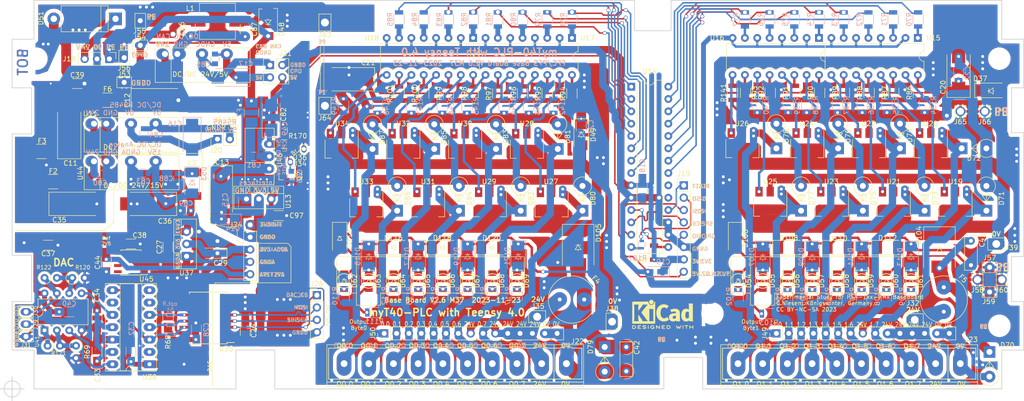
<source format=kicad_pcb>
(kicad_pcb (version 20171130) (host pcbnew "(5.1.7)-1")
  (title_block (title "myT40-PLC  (PLC with Teensy 4.0)") (date 2023-11-23) (rev "2.6 (FFC)") (company "C.Niesen, Königswinter, Germany") (comment 1 "CC BY-NC-SA 2023") (comment 2 "UP (Lower Board) (for both variants:  FFC and PFS)") (comment 3 "Experimental study for reuse in original housing of PS4-1xx-MMx") (comment 4 "Modifications: M37"))
  (layers (0 F.Cu signal) (31 B.Cu signal) (34 B.Paste user hide) (35 F.Paste user hide) (36 B.SilkS user) (37 F.SilkS user) (38 B.Mask user) (39 F.Mask user) (44 Edge.Cuts user))
  (net 0 "")
  (net 1 GNDD)
  (net 2 "Net-(C11-Pad1)")
  (net 3 "Net-(C12-Pad1)")
  (net 4 "Net-(C13-Pad1)")
  (net 5 +3V3)
  (net 6 /24V_Out_1)
  (net 7 /GNDPWR_Out_1)
  (net 8 /GNDPWR_Out_0)
  (net 9 /24V_Out_0)
  (net 10 "Net-(C35-Pad1)")
  (net 11 "Net-(D72-Pad1)")
  (net 12 "Net-(D73-Pad1)")
  (net 13 "Net-(D74-Pad1)")
  (net 14 "Net-(D75-Pad1)")
  (net 15 "Net-(D76-Pad1)")
  (net 16 "Net-(D77-Pad1)")
  (net 17 "Net-(D78-Pad1)")
  (net 18 "Net-(D80-Pad1)")
  (net 19 "Net-(D81-Pad1)")
  (net 20 "Net-(D82-Pad1)")
  (net 21 "Net-(D83-Pad1)")
  (net 22 "Net-(D84-Pad1)")
  (net 23 "Net-(D85-Pad1)")
  (net 24 "Net-(D86-Pad1)")
  (net 25 "Net-(D87-Pad1)")
  (net 26 "Net-(F4-Pad1)")
  (net 27 "Net-(F5-Pad1)")
  (net 28 "Net-(R67-Pad2)")
  (net 29 "Net-(R70-Pad2)")
  (net 30 /O_GPB0)
  (net 31 /O_GPB1)
  (net 32 "Net-(R71-Pad2)")
  (net 33 /O_GPB2)
  (net 34 "Net-(R72-Pad2)")
  (net 35 "Net-(R73-Pad2)")
  (net 36 /O_GPB3)
  (net 37 "Net-(R74-Pad2)")
  (net 38 /O_GPB4)
  (net 39 /O_GPB5)
  (net 40 "Net-(R75-Pad2)")
  (net 41 "Net-(R76-Pad2)")
  (net 42 /O_GPB6)
  (net 43 /O_GPB7)
  (net 44 "Net-(R78-Pad2)")
  (net 45 /O_GPA0)
  (net 46 "Net-(R79-Pad2)")
  (net 47 /O_GPA2)
  (net 48 "Net-(R80-Pad2)")
  (net 49 /O_GPA3)
  (net 50 "Net-(R81-Pad2)")
  (net 51 /O_GPA4)
  (net 52 "Net-(R82-Pad2)")
  (net 53 /O_GPA5)
  (net 54 "Net-(R83-Pad2)")
  (net 55 "Net-(R84-Pad2)")
  (net 56 /O_GPA6)
  (net 57 "Net-(R85-Pad2)")
  (net 58 /O_GPA7)
  (net 59 "Net-(R86-Pad2)")
  (net 60 "Net-(R87-Pad2)")
  (net 61 "Net-(R88-Pad2)")
  (net 62 "Net-(R89-Pad2)")
  (net 63 "Net-(R90-Pad2)")
  (net 64 "Net-(R91-Pad2)")
  (net 65 "Net-(R92-Pad2)")
  (net 66 "Net-(R93-Pad2)")
  (net 67 "Net-(R94-Pad2)")
  (net 68 "Net-(R95-Pad2)")
  (net 69 "Net-(R96-Pad2)")
  (net 70 "Net-(R97-Pad2)")
  (net 71 "Net-(R98-Pad2)")
  (net 72 "Net-(R99-Pad2)")
  (net 73 "Net-(R100-Pad2)")
  (net 74 "Net-(R101-Pad2)")
  (net 75 /~RESET)
  (net 76 /MISO)
  (net 77 /MOSI)
  (net 78 /SPISCK)
  (net 79 /~SPICS_IO)
  (net 80 /12V_ADDA)
  (net 81 GNDA)
  (net 82 /3V3_ADDA)
  (net 83 /AREF_2V5)
  (net 84 /~SPICS_DAC)
  (net 85 /DAC_OUT_A)
  (net 86 /DAC_OUT_B)
  (net 87 "Net-(R68-Pad2)")
  (net 88 "Net-(R121-Pad2)")
  (net 89 "Net-(R120-Pad1)")
  (net 90 "Net-(U35-Pad14)")
  (net 91 "Net-(U35-Pad13)")
  (net 92 "Net-(U35-Pad12)")
  (net 93 /DAC_A)
  (net 94 /DAC_B)
  (net 95 /GND_RS485_BUS)
  (net 96 /Ub_5V_RS485_BUS)
  (net 97 /Ub_CAN_BUS)
  (net 98 /GND_CAN_BUS)
  (net 99 "Net-(R77-Pad2)")
  (net 100 /PE)
  (net 101 "Net-(C36-Pad1)")
  (net 102 /5V_CPU)
  (net 103 /24V_F5)
  (net 104 /24V_F4)
  (net 105 "Net-(D106-Pad2)")
  (net 106 "Net-(D54-Pad2)")
  (net 107 "Net-(D55-Pad2)")
  (net 108 "Net-(D107-Pad2)")
  (net 109 "Net-(D56-Pad2)")
  (net 110 "Net-(D108-Pad2)")
  (net 111 "Net-(D109-Pad2)")
  (net 112 "Net-(D57-Pad2)")
  (net 113 "Net-(D58-Pad2)")
  (net 114 "Net-(D110-Pad2)")
  (net 115 "Net-(D111-Pad2)")
  (net 116 "Net-(D59-Pad2)")
  (net 117 "Net-(D112-Pad2)")
  (net 118 "Net-(D60-Pad2)")
  (net 119 "Net-(D61-Pad2)")
  (net 120 "Net-(D113-Pad2)")
  (net 121 "Net-(D62-Pad2)")
  (net 122 "Net-(D114-Pad2)")
  (net 123 "Net-(D115-Pad2)")
  (net 124 "Net-(D63-Pad2)")
  (net 125 "Net-(D64-Pad2)")
  (net 126 "Net-(D116-Pad2)")
  (net 127 "Net-(D117-Pad2)")
  (net 128 "Net-(D65-Pad2)")
  (net 129 "Net-(D66-Pad2)")
  (net 130 "Net-(D118-Pad2)")
  (net 131 "Net-(D119-Pad2)")
  (net 132 "Net-(D67-Pad2)")
  (net 133 "Net-(D68-Pad2)")
  (net 134 "Net-(D120-Pad2)")
  (net 135 "Net-(D121-Pad2)")
  (net 136 "Net-(D69-Pad2)")
  (net 137 "Net-(D71-Pad1)")
  (net 138 /O_GPA1)
  (net 139 "Net-(R134-Pad2)")
  (net 140 "Net-(R135-Pad2)")
  (net 141 "Net-(R136-Pad2)")
  (net 142 "Net-(R137-Pad2)")
  (net 143 "Net-(R138-Pad2)")
  (net 144 "Net-(R139-Pad2)")
  (net 145 "Net-(R140-Pad2)")
  (net 146 "Net-(R141-Pad2)")
  (net 147 "Net-(R142-Pad2)")
  (net 148 "Net-(R143-Pad2)")
  (net 149 "Net-(R144-Pad2)")
  (net 150 "Net-(R145-Pad2)")
  (net 151 "Net-(R146-Pad2)")
  (net 152 "Net-(R147-Pad2)")
  (net 153 "Net-(R148-Pad2)")
  (net 154 "Net-(R149-Pad2)")
  (net 155 "Net-(C39-Pad1)")
  (net 156 "Net-(C86-Pad2)")
  (net 157 "Net-(C88-Pad1)")
  (net 158 "Net-(C87-Pad2)")
  (net 159 "Net-(R157-Pad2)")
  (net 160 /24V_OPT_1)
  (net 161 /24V_OPT_2)
  (net 162 /COLDSTART_3V3INT)
  (net 163 "Net-(C97-Pad1)")
  (module Resistors_SMD:R_1210_HandSoldering (layer B.Cu) (at 99.199999 63.104 90)
    (fp_text reference F7 (at 0 -2.413 270) (layer B.SilkS) (effects (justify mirror)))
    (fp_text value 100mA)
    (pad 2 smd rect (at 2 0 90) (size 2 2.5) (layers B.Cu B.Paste B.Mask) (net 155 "Net-(C39-Pad1)"))
    (pad 1 smd rect (at -2 0 90) (size 2 2.5) (layers B.Cu B.Paste B.Mask) (net 4 "Net-(C13-Pad1)"))
  )
  (module mylib:SIP-7_2S7WA (layer F.Cu) (at 66.815 73.137)
    (fp_text reference U44 (at -2.794 2.413 90) (layer F.SilkS))
    (fp_text value 2S7WB_2415S3RP)
    (pad 6 thru_hole oval (at 12.7 0) (size 2.5 2.2) (drill 1.2) (layers *.Cu *.Mask) (net 101 "Net-(C36-Pad1)"))
    (pad 4 thru_hole oval (at 7.62 0) (size 2.5 2.2) (drill 1.2) (layers *.Cu *.Mask) (net 81 GNDA))
    (pad 2 thru_hole oval (at 2.54 0) (size 2.5 2.2) (drill 1.2 (offset 0.5 0)) (layers *.Cu *.Mask) (net 1 GNDD))
    (pad 1 thru_hole oval (at 0 0) (size 2.5 2.2) (drill 1.2 (offset -0.5 0)) (layers *.Cu *.Mask) (net 10 "Net-(C35-Pad1)"))
  )
  (module mylib:SIP-7_2S7WA (layer F.Cu) (at 66.815 65.39)
    (fp_text reference U11 (at -0.762 -2.032 180) (layer F.SilkS))
    (fp_text value 2S7WA_2405_S3RP)
    (pad 6 thru_hole oval (at 12.7 0) (size 2.5 2.2) (drill 1.2) (layers *.Cu *.Mask) (net 96 /Ub_5V_RS485_BUS))
    (pad 4 thru_hole oval (at 7.62 0) (size 2.5 2.2) (drill 1.2) (layers *.Cu *.Mask) (net 95 /GND_RS485_BUS))
    (pad 2 thru_hole oval (at 2.54 0) (size 2.5 2.2) (drill 1.2 (offset 0.5 0)) (layers *.Cu *.Mask) (net 1 GNDD))
    (pad 1 thru_hole oval (at 0 0) (size 2.5 2.2) (drill 1.2 (offset -0.5 0)) (layers *.Cu *.Mask) (net 2 "Net-(C11-Pad1)"))
  )
  (module mylib:SIP-7_2S7WA (layer F.Cu) (at 81.42 51.039)
    (fp_text reference U12 (at -0.635 -2.032 180) (layer F.SilkS))
    (fp_text value 2S7WA_2405_S3RP)
    (pad 6 thru_hole oval (at 12.7 0) (size 2.5 2.2) (drill 1.2) (layers *.Cu *.Mask) (net 97 /Ub_CAN_BUS))
    (pad 4 thru_hole oval (at 7.62 0) (size 2.5 2.2) (drill 1.2) (layers *.Cu *.Mask) (net 98 /GND_CAN_BUS))
    (pad 2 thru_hole oval (at 2.54 0) (size 2.5 2.2) (drill 1.2 (offset 0.5 0)) (layers *.Cu *.Mask) (net 1 GNDD))
    (pad 1 thru_hole oval (at 0 0) (size 2.5 2.2) (drill 1.2 (offset -0.5 0)) (layers *.Cu *.Mask) (net 3 "Net-(C12-Pad1)"))
  )
  (module Capacitors_SMD:C_1206 (layer F.Cu) (at 97.929999 45.959 90)
    (fp_text reference C87 (at 0 1.905 90) (layer F.SilkS))
    (fp_text value 100n)
    (pad 2 smd rect (at 1.5 0 90) (size 1 1.6) (layers F.Cu F.Paste F.Mask) (net 158 "Net-(C87-Pad2)"))
    (pad 1 smd rect (at -1.5 0 90) (size 1 1.6) (layers F.Cu F.Paste F.Mask) (net 1 GNDD))
  )
  (module Capacitors_Tantalum_SMD:CP_Tantalum_Case-C_EIA-6032-28_Reflow (layer B.Cu) (at 94.805 55.865 180)
    (fp_text reference C17 (at -3.252 2.794) (layer B.SilkS) (effects (justify mirror)))
    (fp_text value "22µ 10V")
    (pad 1 smd rect (at -2.525 0 180) (size 2.55 2.5) (layers B.Cu B.Paste B.Mask) (net 97 /Ub_CAN_BUS))
    (pad 2 smd rect (at 2.525 0 180) (size 2.55 2.5) (layers B.Cu B.Paste B.Mask) (net 98 /GND_CAN_BUS))
  )
  (module Capacitors_Tantalum_SMD:CP_Tantalum_Case-C_EIA-6032-28_Reflow (layer B.Cu) (at 103.264 64.12 90)
    (fp_text reference C49 (at -2.286 2.793999 90) (layer B.SilkS) (effects (justify mirror)))
    (fp_text value "22µ 10V")
    (pad 1 smd rect (at -2.525 0 90) (size 2.55 2.5) (layers B.Cu B.Paste B.Mask) (net 102 /5V_CPU))
    (pad 2 smd rect (at 2.525 0 90) (size 2.55 2.5) (layers B.Cu B.Paste B.Mask) (net 1 GNDD))
  )
  (module mylib:MEN-LED-Lichtleiter_8x3mm_P5.08_5v8 (layer F.Cu) (at 199.276 97.775)
    (fp_text reference H31 hide)
    (fp_text value LED-Licht-Leiter_8x3mm_P5.08 hide)
    (pad "" np_thru_hole circle (at 30.48 -3.75) (size 2.4 2.4) (drill 2.4) (layers *.Cu *.Mask))
    (pad "" np_thru_hole circle (at 20.32 -3.75) (size 2.4 2.4) (drill 2.4) (layers *.Cu *.Mask))
    (pad "" np_thru_hole circle (at 10.16 -3.75) (size 2.4 2.4) (drill 2.4) (layers *.Cu *.Mask))
    (pad "" np_thru_hole circle (at 5.08 3.75) (size 2.4 2.4) (drill 2.4) (layers *.Cu *.Mask))
    (pad "" np_thru_hole circle (at 0 -3.75) (size 2.4 2.4) (drill 2.4) (layers *.Cu *.Mask))
  )
  (module mylib:MEN-LED-Lichtleiter_8x3mm_P5.08_5v8 (layer F.Cu) (at 118.25 97.775)
    (fp_text reference H32 hide)
    (fp_text value LED-Licht-Leiter_8x3mm_P5.08 hide)
    (pad "" np_thru_hole circle (at 30.48 -3.75) (size 2.4 2.4) (drill 2.4) (layers *.Cu *.Mask))
    (pad "" np_thru_hole circle (at 20.32 -3.75) (size 2.4 2.4) (drill 2.4) (layers *.Cu *.Mask))
    (pad "" np_thru_hole circle (at 10.16 -3.75) (size 2.4 2.4) (drill 2.4) (layers *.Cu *.Mask))
    (pad "" np_thru_hole circle (at 5.08 3.75) (size 2.4 2.4) (drill 2.4) (layers *.Cu *.Mask))
    (pad "" np_thru_hole circle (at 0 -3.75) (size 2.4 2.4) (drill 2.4) (layers *.Cu *.Mask))
  )
  (module mylib:Diode_DO213AB-MELF_SOD123 (layer B.Cu) (at 234.835999 92.822 270)
    (fp_text reference D113 (at 0 2.254 270) (layer B.SilkS) (effects (justify mirror)))
    (fp_text value "1N4448W7F DII")
    (pad 1 smd rect (at -2.15 0 270) (size 2 2.5) (layers B.Cu B.Paste B.Mask) (net 7 /GNDPWR_Out_1))
    (pad 2 smd rect (at 2.15 0 270) (size 2 2.5) (layers B.Cu B.Paste B.Mask) (net 120 "Net-(D113-Pad2)"))
  )
  (module mylib:Diode_DO213AB-MELF_SOD123 (layer F.Cu) (at 230.009999 90.917)
    (fp_text reference D112 (at 0 -2) (layer F.SilkS))
    (fp_text value "1N4448W7F DII")
    (pad 1 smd rect (at -2.15 0) (size 2 2.5) (layers F.Cu F.Paste F.Mask) (net 7 /GNDPWR_Out_1))
    (pad 2 smd rect (at 2.15 0) (size 2 2.5) (layers F.Cu F.Paste F.Mask) (net 117 "Net-(D112-Pad2)"))
  )
  (module mylib:Diode_DO213AB-MELF_SOD123 (layer B.Cu) (at 224.675999 92.822 270)
    (fp_text reference D111 (at 0 2.254 270) (layer B.SilkS) (effects (justify mirror)))
    (fp_text value "1N4448W7F DII")
    (pad 1 smd rect (at -2.15 0 270) (size 2 2.5) (layers B.Cu B.Paste B.Mask) (net 7 /GNDPWR_Out_1))
    (pad 2 smd rect (at 2.15 0 270) (size 2 2.5) (layers B.Cu B.Paste B.Mask) (net 115 "Net-(D111-Pad2)"))
  )
  (module mylib:Diode_DO213AB-MELF_SOD123 (layer F.Cu) (at 219.849999 90.917)
    (fp_text reference D110 (at 0 -1.905) (layer F.SilkS))
    (fp_text value "1N4448W7F DII")
    (pad 1 smd rect (at -2.15 0) (size 2 2.5) (layers F.Cu F.Paste F.Mask) (net 7 /GNDPWR_Out_1))
    (pad 2 smd rect (at 2.15 0) (size 2 2.5) (layers F.Cu F.Paste F.Mask) (net 114 "Net-(D110-Pad2)"))
  )
  (module mylib:Diode_DO213AB-MELF_SOD123 (layer B.Cu) (at 214.515999 92.822 270)
    (fp_text reference D109 (at 0 2.254001 270) (layer B.SilkS) (effects (justify mirror)))
    (fp_text value "1N4448W7F DII")
    (pad 1 smd rect (at -2.15 0 270) (size 2 2.5) (layers B.Cu B.Paste B.Mask) (net 7 /GNDPWR_Out_1))
    (pad 2 smd rect (at 2.15 0 270) (size 2 2.5) (layers B.Cu B.Paste B.Mask) (net 111 "Net-(D109-Pad2)"))
  )
  (module mylib:Diode_DO213AB-MELF_SOD123 (layer F.Cu) (at 209.689999 90.917)
    (fp_text reference D108 (at 0 -2) (layer F.SilkS))
    (fp_text value "1N4448W7F DII")
    (pad 1 smd rect (at -2.15 0) (size 2 2.5) (layers F.Cu F.Paste F.Mask) (net 7 /GNDPWR_Out_1))
    (pad 2 smd rect (at 2.15 0) (size 2 2.5) (layers F.Cu F.Paste F.Mask) (net 110 "Net-(D108-Pad2)"))
  )
  (module mylib:Diode_DO213AB-MELF_SOD123 (layer B.Cu) (at 204.355999 92.822 270)
    (fp_text reference D107 (at 0 2.254 270) (layer B.SilkS) (effects (justify mirror)))
    (fp_text value "1N4448W7F DII")
    (pad 1 smd rect (at -2.15 0 270) (size 2 2.5) (layers B.Cu B.Paste B.Mask) (net 7 /GNDPWR_Out_1))
    (pad 2 smd rect (at 2.15 0 270) (size 2 2.5) (layers B.Cu B.Paste B.Mask) (net 108 "Net-(D107-Pad2)"))
  )
  (module mylib:Diode_DO213AB-MELF_SOD123 (layer F.Cu) (at 198.767999 89.012 270)
    (fp_text reference D106 (at 0 -2.000001 90) (layer F.SilkS))
    (fp_text value "1N4448W7F DII")
    (pad 1 smd rect (at -2.15 0 270) (size 2 2.5) (layers F.Cu F.Paste F.Mask) (net 7 /GNDPWR_Out_1))
    (pad 2 smd rect (at 2.15 0 270) (size 2 2.5) (layers F.Cu F.Paste F.Mask) (net 105 "Net-(D106-Pad2)"))
  )
  (module mylib:Diode_DO213AB-MELF_SOD123 (layer B.Cu) (at 154.063999 92.695 270)
    (fp_text reference D121 (at 0 2.254 90) (layer B.SilkS) (effects (justify mirror)))
    (fp_text value "1N4448W7F DII")
    (pad 1 smd rect (at -2.15 0 270) (size 2 2.5) (layers B.Cu B.Paste B.Mask) (net 8 /GNDPWR_Out_0))
    (pad 2 smd rect (at 2.15 0 270) (size 2 2.5) (layers B.Cu B.Paste B.Mask) (net 135 "Net-(D121-Pad2)"))
  )
  (module mylib:Diode_DO213AB-MELF_SOD123 (layer F.Cu) (at 148.602999 90.917)
    (fp_text reference D120 (at 0 -2) (layer F.SilkS))
    (fp_text value "1N4448W7F DII")
    (pad 1 smd rect (at -2.15 0) (size 2 2.5) (layers F.Cu F.Paste F.Mask) (net 8 /GNDPWR_Out_0))
    (pad 2 smd rect (at 2.15 0) (size 2 2.5) (layers F.Cu F.Paste F.Mask) (net 134 "Net-(D120-Pad2)"))
  )
  (module mylib:Diode_DO213AB-MELF_SOD123 (layer B.Cu) (at 143.649999 92.695 270)
    (fp_text reference D119 (at 0 2.254 90) (layer B.SilkS) (effects (justify mirror)))
    (fp_text value "1N4448W7F DII")
    (pad 1 smd rect (at -2.15 0 270) (size 2 2.5) (layers B.Cu B.Paste B.Mask) (net 8 /GNDPWR_Out_0))
    (pad 2 smd rect (at 2.15 0 270) (size 2 2.5) (layers B.Cu B.Paste B.Mask) (net 131 "Net-(D119-Pad2)"))
  )
  (module mylib:Diode_DO213AB-MELF_SOD123 (layer B.Cu) (at 133.489999 92.695 270)
    (fp_text reference D117 (at 0 2.254 270) (layer B.SilkS) (effects (justify mirror)))
    (fp_text value "1N4448W7F DII")
    (pad 1 smd rect (at -2.15 0 270) (size 2 2.5) (layers B.Cu B.Paste B.Mask) (net 8 /GNDPWR_Out_0))
    (pad 2 smd rect (at 2.15 0 270) (size 2 2.5) (layers B.Cu B.Paste B.Mask) (net 127 "Net-(D117-Pad2)"))
  )
  (module mylib:Diode_DO213AB-MELF_SOD123 (layer F.Cu) (at 138.442999 90.917)
    (fp_text reference D118 (at 0 -2) (layer F.SilkS))
    (fp_text value "1N4448W7F DII")
    (pad 1 smd rect (at -2.15 0) (size 2 2.5) (layers F.Cu F.Paste F.Mask) (net 8 /GNDPWR_Out_0))
    (pad 2 smd rect (at 2.15 0) (size 2 2.5) (layers F.Cu F.Paste F.Mask) (net 130 "Net-(D118-Pad2)"))
  )
  (module mylib:Diode_DO213AB-MELF_SOD123 (layer F.Cu) (at 128.409999 90.917)
    (fp_text reference D116 (at 0 -2) (layer F.SilkS))
    (fp_text value "1N4448W7F DII")
    (pad 1 smd rect (at -2.15 0) (size 2 2.5) (layers F.Cu F.Paste F.Mask) (net 8 /GNDPWR_Out_0))
    (pad 2 smd rect (at 2.15 0) (size 2 2.5) (layers F.Cu F.Paste F.Mask) (net 126 "Net-(D116-Pad2)"))
  )
  (module mylib:Diode_DO213AB-MELF_SOD123 (layer B.Cu) (at 123.329999 92.695 270)
    (fp_text reference D115 (at 0 2.254 270) (layer B.SilkS) (effects (justify mirror)))
    (fp_text value "1N4448W7F DII")
    (pad 1 smd rect (at -2.15 0 270) (size 2 2.5) (layers B.Cu B.Paste B.Mask) (net 8 /GNDPWR_Out_0))
    (pad 2 smd rect (at 2.15 0 270) (size 2 2.5) (layers B.Cu B.Paste B.Mask) (net 123 "Net-(D115-Pad2)"))
  )
  (module mylib:Diode_DO213AB-MELF_SOD123 (layer F.Cu) (at 117.360999 89.012 270)
    (fp_text reference D114 (at 0 -2 270) (layer F.SilkS))
    (fp_text value "1N4448W7F DII")
    (pad 1 smd rect (at -2.15 0 270) (size 2 2.5) (layers F.Cu F.Paste F.Mask) (net 8 /GNDPWR_Out_0))
    (pad 2 smd rect (at 2.15 0 270) (size 2 2.5) (layers F.Cu F.Paste F.Mask) (net 122 "Net-(D114-Pad2)"))
  )
  (module Connector_PinHeader_2.54mm:PinHeader_1x15_P2.54mm_Vertical (layer F.Cu) (at 207.15 108.57 90)
    (fp_text reference J49 (at 0 -2.33 90) (layer F.SilkS))
    (fp_text value "01x15 Male zu OP")
    (pad 15 thru_hole oval (at 0 35.56 90) (size 1.7 1.7) (drill 1) (layers *.Cu *.Mask) (net 7 /GNDPWR_Out_1))
    (pad 14 thru_hole oval (at 0 33.02 90) (size 1.7 1.7) (drill 1) (layers *.Cu *.Mask) (net 7 /GNDPWR_Out_1))
    (pad 13 thru_hole oval (at 0 30.48 90) (size 1.7 1.7) (drill 1) (layers *.Cu *.Mask) (net 27 "Net-(F5-Pad1)"))
    (pad 12 thru_hole oval (at 0 27.94 90) (size 1.7 1.7) (drill 1) (layers *.Cu *.Mask) (net 27 "Net-(F5-Pad1)"))
    (pad 11 thru_hole oval (at 0 25.4 90) (size 1.7 1.7) (drill 1) (layers *.Cu *.Mask) (net 27 "Net-(F5-Pad1)"))
    (pad 10 thru_hole oval (at 0 22.86 90) (size 1.7 1.7) (drill 1) (layers *.Cu *.Mask) (net 27 "Net-(F5-Pad1)"))
    (pad 9 thru_hole oval (at 0 20.32 90) (size 1.7 1.7) (drill 1) (layers *.Cu *.Mask) (net 137 "Net-(D71-Pad1)"))
    (pad 8 thru_hole oval (at 0 17.78 90) (size 1.7 1.7) (drill 1) (layers *.Cu *.Mask) (net 27 "Net-(F5-Pad1)"))
    (pad 7 thru_hole oval (at 0 15.24 90) (size 1.7 1.7) (drill 1) (layers *.Cu *.Mask) (net 11 "Net-(D72-Pad1)"))
    (pad 6 thru_hole oval (at 0 12.7 90) (size 1.7 1.7) (drill 1) (layers *.Cu *.Mask) (net 12 "Net-(D73-Pad1)"))
    (pad 5 thru_hole oval (at 0 10.16 90) (size 1.7 1.7) (drill 1) (layers *.Cu *.Mask) (net 13 "Net-(D74-Pad1)"))
    (pad 4 thru_hole oval (at 0 7.62 90) (size 1.7 1.7) (drill 1) (layers *.Cu *.Mask) (net 14 "Net-(D75-Pad1)"))
    (pad 3 thru_hole oval (at 0 5.08 90) (size 1.7 1.7) (drill 1) (layers *.Cu *.Mask) (net 15 "Net-(D76-Pad1)"))
    (pad 2 thru_hole oval (at 0 2.54 90) (size 1.7 1.7) (drill 1) (layers *.Cu *.Mask) (net 16 "Net-(D77-Pad1)"))
    (pad 1 thru_hole rect (at 0 0 90) (size 1.7 1.7) (drill 1) (layers *.Cu *.Mask) (net 17 "Net-(D78-Pad1)"))
  )
  (module Resistors_SMD:R_1206 (layer B.Cu) (at 234.836 100.95 270)
    (fp_text reference R109 (at 0 1.85 90) (layer B.SilkS) (effects (justify mirror)))
    (fp_text value 7k5)
    (pad 1 smd rect (at -1.45 0 270) (size 0.9 1.7) (layers B.Cu B.Paste B.Mask) (net 119 "Net-(D61-Pad2)"))
    (pad 2 smd rect (at 1.45 0 270) (size 0.9 1.7) (layers B.Cu B.Paste B.Mask) (net 137 "Net-(D71-Pad1)"))
  )
  (module TO_SOT_Packages_SMD:SOT-223 (layer F.Cu) (at 226.2 70.47 270)
    (fp_text reference U22 (at -5.08 0.127001 180) (layer F.SilkS))
    (fp_text value BSP-452)
    (pad 1 smd rect (at -3.15 -2.3 270) (size 2 1.5) (layers F.Cu F.Paste F.Mask) (net 13 "Net-(D74-Pad1)"))
    (pad 3 smd rect (at -3.15 2.3 270) (size 2 1.5) (layers F.Cu F.Paste F.Mask) (net 142 "Net-(R137-Pad2)"))
    (pad 2 smd rect (at -3.15 0 270) (size 2 1.5) (layers F.Cu F.Paste F.Mask) (net 7 /GNDPWR_Out_1))
    (pad 4 smd rect (at 3.15 0 270) (size 2 3.8) (layers F.Cu F.Paste F.Mask) (net 6 /24V_Out_1))
  )
  (module Diodes_THT:D_DO-15_P5.08mm_Vertical_KathodeUp (layer F.Cu) (at 207.15 70.47 90)
    (fp_text reference D78 (at 2.54 2.031999 90) (layer F.SilkS))
    (fp_text value P6KE33CA)
    (pad 1 thru_hole rect (at 0 0 90) (size 2.4 2.4) (drill 1.2) (layers *.Cu *.Mask) (net 17 "Net-(D78-Pad1)"))
    (pad 2 thru_hole oval (at 5.08 0 90) (size 2.4 2.4) (drill 1.2) (layers *.Cu *.Mask) (net 7 /GNDPWR_Out_1))
  )
  (module Diodes_THT:D_DO-15_P5.08mm_Vertical_KathodeUp (layer F.Cu) (at 224.93 83.297 90)
    (fp_text reference D75 (at 2.54 2.158999 90) (layer F.SilkS))
    (fp_text value P6KE33CA)
    (pad 1 thru_hole rect (at 0 0 90) (size 2.4 2.4) (drill 1.2) (layers *.Cu *.Mask) (net 14 "Net-(D75-Pad1)"))
    (pad 2 thru_hole oval (at 5.08 0 90) (size 2.4 2.4) (drill 1.2) (layers *.Cu *.Mask) (net 7 /GNDPWR_Out_1))
  )
  (module Diodes_THT:D_DO-15_P5.08mm_Vertical_KathodeUp (layer F.Cu) (at 212.23 83.297 90)
    (fp_text reference D77 (at 2.54 2.158999 90) (layer F.SilkS))
    (fp_text value P6KE33CA)
    (pad 2 thru_hole oval (at 5.08 0 90) (size 2.4 2.4) (drill 1.2) (layers *.Cu *.Mask) (net 7 /GNDPWR_Out_1))
    (pad 1 thru_hole rect (at 0 0 90) (size 2.4 2.4) (drill 1.2) (layers *.Cu *.Mask) (net 16 "Net-(D77-Pad1)"))
  )
  (module Capacitors_SMD:C_1206_HandSoldering (layer B.Cu) (at 179.590999 78.725 90)
    (fp_text reference C18 (at 4.699 0 270) (layer B.SilkS) (effects (justify mirror)))
    (fp_text value 100n)
    (pad 2 smd rect (at 2 0 90) (size 2 1.6) (layers B.Cu B.Paste B.Mask) (net 5 +3V3))
    (pad 1 smd rect (at -2 0 90) (size 2 1.6) (layers B.Cu B.Paste B.Mask) (net 1 GNDD))
  )
  (module Diodes_THT:D_DO-15_P5.08mm_Vertical_KathodeUp (layer F.Cu) (at 154.571999 83.297 90)
    (fp_text reference D82 (at 2.54 2.159 90) (layer F.SilkS))
    (fp_text value P6KE33CA)
    (pad 1 thru_hole rect (at 0 0 90) (size 2.4 2.4) (drill 1.2) (layers *.Cu *.Mask) (net 20 "Net-(D82-Pad1)"))
    (pad 2 thru_hole oval (at 5.08 0 90) (size 2.4 2.4) (drill 1.2) (layers *.Cu *.Mask) (net 8 /GNDPWR_Out_0))
  )
  (module TO_SOT_Packages_SMD:SOT-223 (layer F.Cu) (at 243.98 82.535 270)
    (fp_text reference U19 (at -5.207 0.000001 180) (layer F.SilkS))
    (fp_text value BSP-452)
    (pad 4 smd rect (at 3.15 0 270) (size 2 3.8) (layers F.Cu F.Paste F.Mask) (net 6 /24V_Out_1))
    (pad 2 smd rect (at -3.15 0 270) (size 2 1.5) (layers F.Cu F.Paste F.Mask) (net 7 /GNDPWR_Out_1))
    (pad 3 smd rect (at -3.15 2.3 270) (size 2 1.5) (layers F.Cu F.Paste F.Mask) (net 139 "Net-(R134-Pad2)"))
    (pad 1 smd rect (at -3.15 -2.3 270) (size 2 1.5) (layers F.Cu F.Paste F.Mask) (net 137 "Net-(D71-Pad1)"))
  )
  (module Capacitors_Tantalum_SMD:CP_Tantalum_Case-D_EIA-7343-31_Hand (layer F.Cu) (at 61.735 66.66 90)
    (fp_text reference C11 (at -6.858 0.254) (layer F.SilkS))
    (fp_text value "10µ 50V")
    (pad 2 smd rect (at 3.775 0 90) (size 3.75 2.7) (layers F.Cu F.Paste F.Mask) (net 1 GNDD))
    (pad 1 smd rect (at -3.775 0 90) (size 3.75 2.7) (layers F.Cu F.Paste F.Mask) (net 2 "Net-(C11-Pad1)"))
  )
  (module Capacitors_Tantalum_SMD:CP_Tantalum_Case-D_EIA-7343-31_Hand (layer F.Cu) (at 80.403999 60.564)
    (fp_text reference C12 (at -6.731 0 90) (layer F.SilkS))
    (fp_text value "10µ 50V")
    (pad 1 smd rect (at -3.775 0) (size 3.75 2.7) (layers F.Cu F.Paste F.Mask) (net 3 "Net-(C12-Pad1)"))
    (pad 2 smd rect (at 3.775 0) (size 3.75 2.7) (layers F.Cu F.Paste F.Mask) (net 1 GNDD))
  )
  (module Capacitors_Tantalum_SMD:CP_Tantalum_Case-D_EIA-7343-31_Hand (layer F.Cu) (at 92.913499 79.995 270)
    (fp_text reference C13 (at -6.6675 -0.253999 180) (layer F.SilkS))
    (fp_text value "10µ 50V")
    (pad 1 smd rect (at -3.775 0 270) (size 3.75 2.7) (layers F.Cu F.Paste F.Mask) (net 4 "Net-(C13-Pad1)"))
    (pad 2 smd rect (at 3.775 0 270) (size 3.75 2.7) (layers F.Cu F.Paste F.Mask) (net 1 GNDD))
  )
  (module Capacitors_Tantalum_SMD:CP_Tantalum_Case-D_EIA-7343-31_Hand (layer F.Cu) (at 63.513 81.9)
    (fp_text reference C35 (at -3.81 3.302) (layer F.SilkS))
    (fp_text value "10µ 50V")
    (pad 2 smd rect (at 3.775 0) (size 3.75 2.7) (layers F.Cu F.Paste F.Mask) (net 1 GNDD))
    (pad 1 smd rect (at -3.775 0) (size 3.75 2.7) (layers F.Cu F.Paste F.Mask) (net 10 "Net-(C35-Pad1)"))
  )
  (module Capacitors_Tantalum_SMD:CP_Tantalum_Case-D_EIA-7343-31_Hand (layer F.Cu) (at 77.864 81.9 180)
    (fp_text reference C36 (at -3.556 -3.556 180) (layer F.SilkS))
    (fp_text value "22µ 25V")
    (pad 2 smd rect (at 3.775 0 180) (size 3.75 2.7) (layers F.Cu F.Paste F.Mask) (net 81 GNDA))
    (pad 1 smd rect (at -3.775 0 180) (size 3.75 2.7) (layers F.Cu F.Paste F.Mask) (net 101 "Net-(C36-Pad1)"))
  )
  (module Diodes_THT:D_DO-201_P12.70mm_Horizontal (layer F.Cu) (at 71.26 43.8 180)
    (fp_text reference D51 (at 15.367 0.127 90) (layer F.SilkS))
    (fp_text value 1.5KE30CA)
    (pad 2 thru_hole oval (at 12.7 0 180) (size 2.6 2.6) (drill 1.3) (layers *.Cu *.Mask) (net 155 "Net-(C39-Pad1)"))
    (pad 1 thru_hole rect (at 0 0 180) (size 2.6 2.6) (drill 1.3) (layers *.Cu *.Mask) (net 1 GNDD))
  )
  (module Diodes_THT:D_DO-15_P5.08mm_Vertical_KathodeUp (layer F.Cu) (at 250.965 112.38 270)
    (fp_text reference D70 (at -1.397 -3.682999 180) (layer F.SilkS))
    (fp_text value P6KE33CA)
    (pad 1 thru_hole rect (at 0 0 270) (size 2.4 2.4) (drill 1.2) (layers *.Cu *.Mask) (net 103 /24V_F5))
    (pad 2 thru_hole oval (at 5.08 0 270) (size 2.4 2.4) (drill 1.2) (layers *.Cu *.Mask) (net 7 /GNDPWR_Out_1))
  )
  (module Diodes_THT:D_DO-15_P5.08mm_Vertical_KathodeUp (layer F.Cu) (at 250.33 83.297 90)
    (fp_text reference D71 (at 2.54 3.109 90) (layer F.SilkS))
    (fp_text value P6KE33CA)
    (pad 2 thru_hole oval (at 5.08 0 90) (size 2.4 2.4) (drill 1.2) (layers *.Cu *.Mask) (net 7 /GNDPWR_Out_1))
    (pad 1 thru_hole rect (at 0 0 90) (size 2.4 2.4) (drill 1.2) (layers *.Cu *.Mask) (net 137 "Net-(D71-Pad1)"))
  )
  (module Diodes_THT:D_DO-15_P5.08mm_Vertical_KathodeUp (layer F.Cu) (at 245.249999 70.47)
    (fp_text reference D72 (at 2.54 2.031999) (layer F.SilkS))
    (fp_text value P6KE33CA)
    (pad 2 thru_hole oval (at 5.080001 0) (size 2.4 2.4) (drill 1.2) (layers *.Cu *.Mask) (net 7 /GNDPWR_Out_1))
    (pad 1 thru_hole rect (at 0.000001 0) (size 2.4 2.4) (drill 1.2) (layers *.Cu *.Mask) (net 11 "Net-(D72-Pad1)"))
  )
  (module Diodes_THT:D_DO-15_P5.08mm_Vertical_KathodeUp (layer F.Cu) (at 237.63 83.297 90)
    (fp_text reference D73 (at 2.54 2.158999 270) (layer F.SilkS))
    (fp_text value P6KE33CA)
    (pad 2 thru_hole oval (at 5.08 0 90) (size 2.4 2.4) (drill 1.2) (layers *.Cu *.Mask) (net 7 /GNDPWR_Out_1))
    (pad 1 thru_hole rect (at 0 0 90) (size 2.4 2.4) (drill 1.2) (layers *.Cu *.Mask) (net 12 "Net-(D73-Pad1)"))
  )
  (module Diodes_THT:D_DO-15_P5.08mm_Vertical_KathodeUp (layer F.Cu) (at 232.55 70.47 90)
    (fp_text reference D74 (at 2.667 2.031999 90) (layer F.SilkS))
    (fp_text value P6KE33CA)
    (pad 1 thru_hole rect (at 0 0 90) (size 2.4 2.4) (drill 1.2) (layers *.Cu *.Mask) (net 13 "Net-(D74-Pad1)"))
    (pad 2 thru_hole oval (at 5.08 0 90) (size 2.4 2.4) (drill 1.2) (layers *.Cu *.Mask) (net 7 /GNDPWR_Out_1))
  )
  (module Diodes_THT:D_DO-15_P5.08mm_Vertical_KathodeUp (layer F.Cu) (at 219.85 70.47 90)
    (fp_text reference D76 (at 2.54 2.031999 90) (layer F.SilkS))
    (fp_text value P6KE33CA)
    (pad 2 thru_hole oval (at 5.08 0 90) (size 2.4 2.4) (drill 1.2) (layers *.Cu *.Mask) (net 7 /GNDPWR_Out_1))
    (pad 1 thru_hole rect (at 0 0 90) (size 2.4 2.4) (drill 1.2) (layers *.Cu *.Mask) (net 15 "Net-(D76-Pad1)"))
  )
  (module Diodes_THT:D_DO-15_P5.08mm_Vertical_KathodeUp (layer F.Cu) (at 171.843999 111.364 270)
    (fp_text reference D79 (at 0 2.921 270) (layer F.SilkS))
    (fp_text value P6KE33CA)
    (pad 1 thru_hole rect (at 0 0 270) (size 2.4 2.4) (drill 1.2) (layers *.Cu *.Mask) (net 104 /24V_F4))
    (pad 2 thru_hole oval (at 5.08 0 270) (size 2.4 2.4) (drill 1.2) (layers *.Cu *.Mask) (net 8 /GNDPWR_Out_0))
  )
  (module Diodes_THT:D_DO-15_P5.08mm_Vertical_KathodeUp (layer F.Cu) (at 167.271999 83.297 90)
    (fp_text reference D80 (at 2.54 2.159 90) (layer F.SilkS))
    (fp_text value P6KE33CA)
    (pad 1 thru_hole rect (at 0 0 90) (size 2.4 2.4) (drill 1.2) (layers *.Cu *.Mask) (net 18 "Net-(D80-Pad1)"))
    (pad 2 thru_hole oval (at 5.08 0 90) (size 2.4 2.4) (drill 1.2) (layers *.Cu *.Mask) (net 8 /GNDPWR_Out_0))
  )
  (module Diodes_THT:D_DO-15_P5.08mm_Vertical_KathodeUp (layer F.Cu) (at 162.191999 70.597 90)
    (fp_text reference D81 (at 2.54 2.032 90) (layer F.SilkS))
    (fp_text value P6KE33CA)
    (pad 2 thru_hole oval (at 5.08 0 90) (size 2.4 2.4) (drill 1.2) (layers *.Cu *.Mask) (net 8 /GNDPWR_Out_0))
    (pad 1 thru_hole rect (at 0 0 90) (size 2.4 2.4) (drill 1.2) (layers *.Cu *.Mask) (net 19 "Net-(D81-Pad1)"))
  )
  (module Diodes_THT:D_DO-15_P5.08mm_Vertical_KathodeUp (layer F.Cu) (at 149.491999 70.597 90)
    (fp_text reference D83 (at 2.54 2.032 270) (layer F.SilkS))
    (fp_text value P6KE33CA)
    (pad 2 thru_hole oval (at 5.08 0 90) (size 2.4 2.4) (drill 1.2) (layers *.Cu *.Mask) (net 8 /GNDPWR_Out_0))
    (pad 1 thru_hole rect (at 0 0 90) (size 2.4 2.4) (drill 1.2) (layers *.Cu *.Mask) (net 21 "Net-(D83-Pad1)"))
  )
  (module Diodes_THT:D_DO-15_P5.08mm_Vertical_KathodeUp (layer F.Cu) (at 141.871999 83.297 90)
    (fp_text reference D84 (at 2.54 2.159 90) (layer F.SilkS))
    (fp_text value P6KE33CA)
    (pad 2 thru_hole oval (at 5.08 0 90) (size 2.4 2.4) (drill 1.2) (layers *.Cu *.Mask) (net 8 /GNDPWR_Out_0))
    (pad 1 thru_hole rect (at 0 0 90) (size 2.4 2.4) (drill 1.2) (layers *.Cu *.Mask) (net 22 "Net-(D84-Pad1)"))
  )
  (module Diodes_THT:D_DO-15_P5.08mm_Vertical_KathodeUp (layer F.Cu) (at 136.791999 70.597 90)
    (fp_text reference D85 (at 2.413 2.032 90) (layer F.SilkS))
    (fp_text value P6KE33CA)
    (pad 1 thru_hole rect (at 0 0 90) (size 2.4 2.4) (drill 1.2) (layers *.Cu *.Mask) (net 23 "Net-(D85-Pad1)"))
    (pad 2 thru_hole oval (at 5.08 0 90) (size 2.4 2.4) (drill 1.2) (layers *.Cu *.Mask) (net 8 /GNDPWR_Out_0))
  )
  (module Diodes_THT:D_DO-15_P5.08mm_Vertical_KathodeUp (layer F.Cu) (at 129.171999 83.297 90)
    (fp_text reference D86 (at 2.54 2.159 90) (layer F.SilkS))
    (fp_text value P6KE33CA)
    (pad 2 thru_hole oval (at 5.08 0 90) (size 2.4 2.4) (drill 1.2) (layers *.Cu *.Mask) (net 8 /GNDPWR_Out_0))
    (pad 1 thru_hole rect (at 0 0 90) (size 2.4 2.4) (drill 1.2) (layers *.Cu *.Mask) (net 24 "Net-(D86-Pad1)"))
  )
  (module Diodes_THT:D_DO-15_P5.08mm_Vertical_KathodeUp (layer F.Cu) (at 124.091999 70.597 90)
    (fp_text reference D87 (at 2.413 2.032 270) (layer F.SilkS))
    (fp_text value P6KE33CA)
    (pad 1 thru_hole rect (at 0 0 90) (size 2.4 2.4) (drill 1.2) (layers *.Cu *.Mask) (net 25 "Net-(D87-Pad1)"))
    (pad 2 thru_hole oval (at 5.08 0 90) (size 2.4 2.4) (drill 1.2) (layers *.Cu *.Mask) (net 8 /GNDPWR_Out_0))
  )
  (module mylib:Sockel_Kleinst-F (layer F.Cu) (at 165.112999 101.585 90)
    (fp_text reference F4 (at 4.064 4.953 135) (layer F.SilkS))
    (fp_text value 5,6AT)
    (pad 1 thru_hole oval (at 0 -2.52 90) (size 3 3) (drill 0.8) (layers *.Cu *.Mask) (net 26 "Net-(F4-Pad1)"))
    (pad 2 thru_hole oval (at 0 2.52 90) (size 3 3) (drill 0.8) (layers *.Cu *.Mask) (net 104 /24V_F4))
  )
  (module mylib:Sockel_Kleinst-F (layer F.Cu) (at 241.567 101.585 180)
    (fp_text reference F5 (at -3.936999 4.318 135) (layer F.SilkS))
    (fp_text value 5,6AT)
    (pad 2 thru_hole oval (at 0 2.52 180) (size 3 3) (drill 0.8) (layers *.Cu *.Mask) (net 103 /24V_F5))
    (pad 1 thru_hole oval (at 0 -2.52 180) (size 3 3) (drill 0.8) (layers *.Cu *.Mask) (net 27 "Net-(F5-Pad1)"))
  )
  (module Connector_PinHeader_2.54mm:PinHeader_1x02_P2.54mm_Vertical (layer F.Cu) (at 92.215 68.565 90)
    (fp_text reference J20 (at -2.286 -0.317501 180) (layer F.SilkS))
    (fp_text value 01x02_Male hide)
    (pad 1 thru_hole rect (at 0 0 90) (size 1.7 1.7) (drill 1) (layers *.Cu *.Mask) (net 95 /GND_RS485_BUS))
    (pad 2 thru_hole oval (at 0 2.54 90) (size 1.7 1.7) (drill 1) (layers *.Cu *.Mask) (net 96 /Ub_5V_RS485_BUS))
  )
  (module mylib:TerminalBlock_Phoenix_MSTBVA-2.5-10-5.08_1x10_P5.08mm_Horizontal (layer F.Cu) (at 163.97 114.793 180)
    (fp_text reference J22 (at -2.285999 4.572) (layer F.SilkS))
    (fp_text value "opt. Connector" hide)
    (pad 1 thru_hole oval (at 0 0 180) (size 3 5) (drill 1.4) (layers *.Cu *.Mask) (net 8 /GNDPWR_Out_0))
    (pad 2 thru_hole oval (at 5.08 0 180) (size 3 5) (drill 1.4) (layers *.Cu *.Mask) (net 26 "Net-(F4-Pad1)"))
    (pad 3 thru_hole oval (at 10.16 0 180) (size 3 5) (drill 1.4) (layers *.Cu *.Mask) (net 18 "Net-(D80-Pad1)"))
    (pad 4 thru_hole oval (at 15.24 0 180) (size 3 5) (drill 1.4) (layers *.Cu *.Mask) (net 19 "Net-(D81-Pad1)"))
    (pad 5 thru_hole oval (at 20.32 0 180) (size 3 5) (drill 1.4) (layers *.Cu *.Mask) (net 20 "Net-(D82-Pad1)"))
    (pad 6 thru_hole oval (at 25.4 0 180) (size 3 5) (drill 1.4) (layers *.Cu *.Mask) (net 21 "Net-(D83-Pad1)"))
    (pad 7 thru_hole oval (at 30.48 0 180) (size 3 5) (drill 1.4) (layers *.Cu *.Mask) (net 22 "Net-(D84-Pad1)"))
    (pad 8 thru_hole oval (at 35.56 0 180) (size 3 5) (drill 1.4) (layers *.Cu *.Mask) (net 23 "Net-(D85-Pad1)"))
    (pad 9 thru_hole oval (at 40.64 0 180) (size 3 5) (drill 1.4) (layers *.Cu *.Mask) (net 24 "Net-(D86-Pad1)"))
    (pad 10 thru_hole oval (at 45.72 0 180) (size 3 5) (drill 1.4) (layers *.Cu *.Mask) (net 25 "Net-(D87-Pad1)"))
  )
  (module mylib:TerminalBlock_Phoenix_MSTBVA-2.5-10-5.08_1x10_P5.08mm_Horizontal (layer F.Cu) (at 244.9706 114.793 180)
    (fp_text reference J23 (at -2.2606 4.953) (layer F.SilkS))
    (fp_text value "opt. Connector" hide)
    (pad 1 thru_hole oval (at 0 0 180) (size 3 5) (drill 1.4) (layers *.Cu *.Mask) (net 7 /GNDPWR_Out_1))
    (pad 2 thru_hole oval (at 5.08 0 180) (size 3 5) (drill 1.4) (layers *.Cu *.Mask) (net 27 "Net-(F5-Pad1)"))
    (pad 3 thru_hole oval (at 10.16 0 180) (size 3 5) (drill 1.4) (layers *.Cu *.Mask) (net 137 "Net-(D71-Pad1)"))
    (pad 4 thru_hole oval (at 15.24 0 180) (size 3 5) (drill 1.4) (layers *.Cu *.Mask) (net 11 "Net-(D72-Pad1)"))
    (pad 5 thru_hole oval (at 20.32 0 180) (size 3 5) (drill 1.4) (layers *.Cu *.Mask) (net 12 "Net-(D73-Pad1)"))
    (pad 6 thru_hole oval (at 25.4 0 180) (size 3 5) (drill 1.4) (layers *.Cu *.Mask) (net 13 "Net-(D74-Pad1)"))
    (pad 7 thru_hole oval (at 30.48 0 180) (size 3 5) (drill 1.4) (layers *.Cu *.Mask) (net 14 "Net-(D75-Pad1)"))
    (pad 8 thru_hole oval (at 35.56 0 180) (size 3 5) (drill 1.4) (layers *.Cu *.Mask) (net 15 "Net-(D76-Pad1)"))
    (pad 9 thru_hole oval (at 40.64 0 180) (size 3 5) (drill 1.4) (layers *.Cu *.Mask) (net 16 "Net-(D77-Pad1)"))
    (pad 10 thru_hole oval (at 45.72 0 180) (size 3 5) (drill 1.4) (layers *.Cu *.Mask) (net 17 "Net-(D78-Pad1)"))
  )
  (module mylib:DIP-16_W7.62mm_cut (layer F.Cu) (at 236.233 47.737 270)
    (fp_text reference U15 (at 0 -3.175) (layer F.SilkS))
    (fp_text value LTV-844)
    (pad 16 thru_hole oval (at 7.62 0 270) (size 1.6 1.6) (drill 0.8) (layers *.Cu *.Mask) (net 59 "Net-(R86-Pad2)"))
    (pad 8 thru_hole oval (at 0 17.78 270) (size 1.6 1.6) (drill 0.8) (layers *.Cu *.Mask) (net 1 GNDD))
    (pad 15 thru_hole oval (at 7.62 2.54 270) (size 1.6 1.6) (drill 0.8) (layers *.Cu *.Mask) (net 139 "Net-(R134-Pad2)"))
    (pad 7 thru_hole oval (at 0 15.24 270) (size 1.6 1.6) (drill 0.8) (layers *.Cu *.Mask) (net 35 "Net-(R73-Pad2)"))
    (pad 14 thru_hole oval (at 7.62 5.08 270) (size 1.6 1.6) (drill 0.8) (layers *.Cu *.Mask) (net 60 "Net-(R87-Pad2)"))
    (pad 6 thru_hole oval (at 0 12.7 270) (size 1.6 1.6) (drill 0.8) (layers *.Cu *.Mask) (net 1 GNDD))
    (pad 13 thru_hole oval (at 7.62 7.62 270) (size 1.6 1.6) (drill 0.8) (layers *.Cu *.Mask) (net 140 "Net-(R135-Pad2)"))
    (pad 5 thru_hole oval (at 0 10.16 270) (size 1.6 1.6) (drill 0.8) (layers *.Cu *.Mask) (net 34 "Net-(R72-Pad2)"))
    (pad 12 thru_hole oval (at 7.62 10.16 270) (size 1.6 1.6) (drill 0.8) (layers *.Cu *.Mask) (net 61 "Net-(R88-Pad2)"))
    (pad 4 thru_hole oval (at 0 7.62 270) (size 1.6 1.6) (drill 0.8) (layers *.Cu *.Mask) (net 1 GNDD))
    (pad 11 thru_hole oval (at 7.62 12.7 270) (size 1.6 1.6) (drill 0.8) (layers *.Cu *.Mask) (net 141 "Net-(R136-Pad2)"))
    (pad 3 thru_hole oval (at 0 5.08 270) (size 1.6 1.6) (drill 0.8) (layers *.Cu *.Mask) (net 32 "Net-(R71-Pad2)"))
    (pad 10 thru_hole oval (at 7.62 15.24 270) (size 1.6 1.6) (drill 0.8) (layers *.Cu *.Mask) (net 62 "Net-(R89-Pad2)"))
    (pad 2 thru_hole oval (at 0 2.54 270) (size 1.6 1.6) (drill 0.8) (layers *.Cu *.Mask) (net 1 GNDD))
    (pad 9 thru_hole oval (at 7.62 17.78 270) (size 1.6 1.6) (drill 0.8) (layers *.Cu *.Mask) (net 142 "Net-(R137-Pad2)"))
    (pad 1 thru_hole rect (at 0 0 270) (size 1.6 1.6) (drill 0.8) (layers *.Cu *.Mask) (net 29 "Net-(R70-Pad2)"))
  )
  (module mylib:DIP-16_W7.62mm_cut (layer F.Cu) (at 215.912999 47.737 270)
    (fp_text reference U16 (at 0 20.955) (layer F.SilkS))
    (fp_text value LTV-844)
    (pad 1 thru_hole rect (at 0 0 270) (size 1.6 1.6) (drill 0.8) (layers *.Cu *.Mask) (net 37 "Net-(R74-Pad2)"))
    (pad 9 thru_hole oval (at 7.62 17.78 270) (size 1.6 1.6) (drill 0.8) (layers *.Cu *.Mask) (net 146 "Net-(R141-Pad2)"))
    (pad 2 thru_hole oval (at 0 2.54 270) (size 1.6 1.6) (drill 0.8) (layers *.Cu *.Mask) (net 1 GNDD))
    (pad 10 thru_hole oval (at 7.62 15.24 270) (size 1.6 1.6) (drill 0.8) (layers *.Cu *.Mask) (net 66 "Net-(R93-Pad2)"))
    (pad 3 thru_hole oval (at 0 5.08 270) (size 1.6 1.6) (drill 0.8) (layers *.Cu *.Mask) (net 40 "Net-(R75-Pad2)"))
    (pad 11 thru_hole oval (at 7.62 12.7 270) (size 1.6 1.6) (drill 0.8) (layers *.Cu *.Mask) (net 145 "Net-(R140-Pad2)"))
    (pad 4 thru_hole oval (at 0 7.62 270) (size 1.6 1.6) (drill 0.8) (layers *.Cu *.Mask) (net 1 GNDD))
    (pad 12 thru_hole oval (at 7.62 10.16 270) (size 1.6 1.6) (drill 0.8) (layers *.Cu *.Mask) (net 65 "Net-(R92-Pad2)"))
    (pad 5 thru_hole oval (at 0 10.16 270) (size 1.6 1.6) (drill 0.8) (layers *.Cu *.Mask) (net 41 "Net-(R76-Pad2)"))
    (pad 13 thru_hole oval (at 7.62 7.62 270) (size 1.6 1.6) (drill 0.8) (layers *.Cu *.Mask) (net 144 "Net-(R139-Pad2)"))
    (pad 6 thru_hole oval (at 0 12.7 270) (size 1.6 1.6) (drill 0.8) (layers *.Cu *.Mask) (net 1 GNDD))
    (pad 14 thru_hole oval (at 7.62 5.079999 270) (size 1.6 1.6) (drill 0.8) (layers *.Cu *.Mask) (net 64 "Net-(R91-Pad2)"))
    (pad 7 thru_hole oval (at 0 15.24 270) (size 1.6 1.6) (drill 0.8) (layers *.Cu *.Mask) (net 99 "Net-(R77-Pad2)"))
    (pad 15 thru_hole oval (at 7.62 2.54 270) (size 1.6 1.6) (drill 0.8) (layers *.Cu *.Mask) (net 143 "Net-(R138-Pad2)"))
    (pad 8 thru_hole oval (at 0 17.78 270) (size 1.6 1.6) (drill 0.8) (layers *.Cu *.Mask) (net 1 GNDD))
    (pad 16 thru_hole oval (at 7.62 0 270) (size 1.6 1.6) (drill 0.8) (layers *.Cu *.Mask) (net 63 "Net-(R90-Pad2)"))
  )
  (module mylib:DIP-16_W7.62mm_cut (layer F.Cu) (at 165.113 47.737 270)
    (fp_text reference U17 (at 0 -3.175 180) (layer F.SilkS))
    (fp_text value LTV-844)
    (pad 16 thru_hole oval (at 7.62 0 270) (size 1.6 1.6) (drill 0.8) (layers *.Cu *.Mask) (net 67 "Net-(R94-Pad2)"))
    (pad 8 thru_hole oval (at 0 17.78 270) (size 1.6 1.6) (drill 0.8) (layers *.Cu *.Mask) (net 1 GNDD))
    (pad 15 thru_hole oval (at 7.62 2.54 270) (size 1.6 1.6) (drill 0.8) (layers *.Cu *.Mask) (net 147 "Net-(R142-Pad2)"))
    (pad 7 thru_hole oval (at 0 15.24 270) (size 1.6 1.6) (drill 0.8) (layers *.Cu *.Mask) (net 50 "Net-(R81-Pad2)"))
    (pad 14 thru_hole oval (at 7.62 5.08 270) (size 1.6 1.6) (drill 0.8) (layers *.Cu *.Mask) (net 68 "Net-(R95-Pad2)"))
    (pad 6 thru_hole oval (at 0 12.7 270) (size 1.6 1.6) (drill 0.8) (layers *.Cu *.Mask) (net 1 GNDD))
    (pad 13 thru_hole oval (at 7.62 7.62 270) (size 1.6 1.6) (drill 0.8) (layers *.Cu *.Mask) (net 148 "Net-(R143-Pad2)"))
    (pad 5 thru_hole oval (at 0 10.16 270) (size 1.6 1.6) (drill 0.8) (layers *.Cu *.Mask) (net 48 "Net-(R80-Pad2)"))
    (pad 12 thru_hole oval (at 7.62 10.16 270) (size 1.6 1.6) (drill 0.8) (layers *.Cu *.Mask) (net 69 "Net-(R96-Pad2)"))
    (pad 4 thru_hole oval (at 0 7.62 270) (size 1.6 1.6) (drill 0.8) (layers *.Cu *.Mask) (net 1 GNDD))
    (pad 11 thru_hole oval (at 7.62 12.7 270) (size 1.6 1.6) (drill 0.8) (layers *.Cu *.Mask) (net 149 "Net-(R144-Pad2)"))
    (pad 3 thru_hole oval (at 0 5.08 270) (size 1.6 1.6) (drill 0.8) (layers *.Cu *.Mask) (net 46 "Net-(R79-Pad2)"))
    (pad 10 thru_hole oval (at 7.62 15.24 270) (size 1.6 1.6) (drill 0.8) (layers *.Cu *.Mask) (net 70 "Net-(R97-Pad2)"))
    (pad 2 thru_hole oval (at 0 2.54 270) (size 1.6 1.6) (drill 0.8) (layers *.Cu *.Mask) (net 1 GNDD))
    (pad 9 thru_hole oval (at 7.62 17.78 270) (size 1.6 1.6) (drill 0.8) (layers *.Cu *.Mask) (net 150 "Net-(R145-Pad2)"))
    (pad 1 thru_hole rect (at 0 0 270) (size 1.6 1.6) (drill 0.8) (layers *.Cu *.Mask) (net 44 "Net-(R78-Pad2)"))
  )
  (module mylib:DIP-16_W7.62mm_cut (layer F.Cu) (at 144.793 47.737 270)
    (fp_text reference U18 (at 0 20.828 180) (layer F.SilkS))
    (fp_text value LTV-844)
    (pad 1 thru_hole rect (at 0 0 270) (size 1.6 1.6) (drill 0.8) (layers *.Cu *.Mask) (net 52 "Net-(R82-Pad2)"))
    (pad 9 thru_hole oval (at 7.62 17.78 270) (size 1.6 1.6) (drill 0.8) (layers *.Cu *.Mask) (net 154 "Net-(R149-Pad2)"))
    (pad 2 thru_hole oval (at 0 2.54 270) (size 1.6 1.6) (drill 0.8) (layers *.Cu *.Mask) (net 1 GNDD))
    (pad 10 thru_hole oval (at 7.62 15.24 270) (size 1.6 1.6) (drill 0.8) (layers *.Cu *.Mask) (net 74 "Net-(R101-Pad2)"))
    (pad 3 thru_hole oval (at 0 5.08 270) (size 1.6 1.6) (drill 0.8) (layers *.Cu *.Mask) (net 54 "Net-(R83-Pad2)"))
    (pad 11 thru_hole oval (at 7.62 12.7 270) (size 1.6 1.6) (drill 0.8) (layers *.Cu *.Mask) (net 153 "Net-(R148-Pad2)"))
    (pad 4 thru_hole oval (at 0 7.62 270) (size 1.6 1.6) (drill 0.8) (layers *.Cu *.Mask) (net 1 GNDD))
    (pad 12 thru_hole oval (at 7.62 10.16 270) (size 1.6 1.6) (drill 0.8) (layers *.Cu *.Mask) (net 73 "Net-(R100-Pad2)"))
    (pad 5 thru_hole oval (at 0 10.16 270) (size 1.6 1.6) (drill 0.8) (layers *.Cu *.Mask) (net 55 "Net-(R84-Pad2)"))
    (pad 13 thru_hole oval (at 7.62 7.62 270) (size 1.6 1.6) (drill 0.8) (layers *.Cu *.Mask) (net 152 "Net-(R147-Pad2)"))
    (pad 6 thru_hole oval (at 0 12.7 270) (size 1.6 1.6) (drill 0.8) (layers *.Cu *.Mask) (net 1 GNDD))
    (pad 14 thru_hole oval (at 7.62 5.08 270) (size 1.6 1.6) (drill 0.8) (layers *.Cu *.Mask) (net 72 "Net-(R99-Pad2)"))
    (pad 7 thru_hole oval (at 0 15.24 270) (size 1.6 1.6) (drill 0.8) (layers *.Cu *.Mask) (net 57 "Net-(R85-Pad2)"))
    (pad 15 thru_hole oval (at 7.62 2.54 270) (size 1.6 1.6) (drill 0.8) (layers *.Cu *.Mask) (net 151 "Net-(R146-Pad2)"))
    (pad 8 thru_hole oval (at 0 17.78 270) (size 1.6 1.6) (drill 0.8) (layers *.Cu *.Mask) (net 1 GNDD))
    (pad 16 thru_hole oval (at 7.62 0 270) (size 1.6 1.6) (drill 0.8) (layers *.Cu *.Mask) (net 71 "Net-(R98-Pad2)"))
  )
  (module TO_SOT_Packages_SMD:SOT-223 (layer F.Cu) (at 238.9 70.47 270)
    (fp_text reference U20 (at -5.08 0.000001 180) (layer F.SilkS))
    (fp_text value BSP-452)
    (pad 4 smd rect (at 3.15 0 270) (size 2 3.8) (layers F.Cu F.Paste F.Mask) (net 6 /24V_Out_1))
    (pad 2 smd rect (at -3.15 0 270) (size 2 1.5) (layers F.Cu F.Paste F.Mask) (net 7 /GNDPWR_Out_1))
    (pad 3 smd rect (at -3.15 2.3 270) (size 2 1.5) (layers F.Cu F.Paste F.Mask) (net 140 "Net-(R135-Pad2)"))
    (pad 1 smd rect (at -3.15 -2.3 270) (size 2 1.5) (layers F.Cu F.Paste F.Mask) (net 11 "Net-(D72-Pad1)"))
  )
  (module TO_SOT_Packages_SMD:SOT-223 (layer F.Cu) (at 231.28 82.535 270)
    (fp_text reference U21 (at -5.207 0.000001 180) (layer F.SilkS))
    (fp_text value BSP-452)
    (pad 1 smd rect (at -3.15 -2.3 270) (size 2 1.5) (layers F.Cu F.Paste F.Mask) (net 12 "Net-(D73-Pad1)"))
    (pad 3 smd rect (at -3.15 2.3 270) (size 2 1.5) (layers F.Cu F.Paste F.Mask) (net 141 "Net-(R136-Pad2)"))
    (pad 2 smd rect (at -3.15 0 270) (size 2 1.5) (layers F.Cu F.Paste F.Mask) (net 7 /GNDPWR_Out_1))
    (pad 4 smd rect (at 3.15 0 270) (size 2 3.8) (layers F.Cu F.Paste F.Mask) (net 6 /24V_Out_1))
  )
  (module TO_SOT_Packages_SMD:SOT-223 (layer F.Cu) (at 218.58 82.535 270)
    (fp_text reference U23 (at -5.207 0.127001 180) (layer F.SilkS))
    (fp_text value BSP-452)
    (pad 4 smd rect (at 3.15 0 270) (size 2 3.8) (layers F.Cu F.Paste F.Mask) (net 6 /24V_Out_1))
    (pad 2 smd rect (at -3.15 0 270) (size 2 1.5) (layers F.Cu F.Paste F.Mask) (net 7 /GNDPWR_Out_1))
    (pad 3 smd rect (at -3.15 2.3 270) (size 2 1.5) (layers F.Cu F.Paste F.Mask) (net 143 "Net-(R138-Pad2)"))
    (pad 1 smd rect (at -3.15 -2.3 270) (size 2 1.5) (layers F.Cu F.Paste F.Mask) (net 14 "Net-(D75-Pad1)"))
  )
  (module TO_SOT_Packages_SMD:SOT-223 (layer F.Cu) (at 213.5 70.47 270)
    (fp_text reference U24 (at -5.08 0.127001 180) (layer F.SilkS))
    (fp_text value BSP-452)
    (pad 1 smd rect (at -3.15 -2.3 270) (size 2 1.5) (layers F.Cu F.Paste F.Mask) (net 15 "Net-(D76-Pad1)"))
    (pad 3 smd rect (at -3.15 2.3 270) (size 2 1.5) (layers F.Cu F.Paste F.Mask) (net 144 "Net-(R139-Pad2)"))
    (pad 2 smd rect (at -3.15 0 270) (size 2 1.5) (layers F.Cu F.Paste F.Mask) (net 7 /GNDPWR_Out_1))
    (pad 4 smd rect (at 3.15 0 270) (size 2 3.8) (layers F.Cu F.Paste F.Mask) (net 6 /24V_Out_1))
  )
  (module TO_SOT_Packages_SMD:SOT-223 (layer F.Cu) (at 205.88 82.535 270)
    (fp_text reference U25 (at -5.207 0.000001 180) (layer F.SilkS))
    (fp_text value BSP-452)
    (pad 1 smd rect (at -3.15 -2.3 270) (size 2 1.5) (layers F.Cu F.Paste F.Mask) (net 16 "Net-(D77-Pad1)"))
    (pad 3 smd rect (at -3.15 2.3 270) (size 2 1.5) (layers F.Cu F.Paste F.Mask) (net 145 "Net-(R140-Pad2)"))
    (pad 2 smd rect (at -3.15 0 270) (size 2 1.5) (layers F.Cu F.Paste F.Mask) (net 7 /GNDPWR_Out_1))
    (pad 4 smd rect (at 3.15 0 270) (size 2 3.8) (layers F.Cu F.Paste F.Mask) (net 6 /24V_Out_1))
  )
  (module TO_SOT_Packages_SMD:SOT-223 (layer F.Cu) (at 200.165 70.47 270)
    (fp_text reference U26 (at -5.08 0.127001 180) (layer F.SilkS))
    (fp_text value BSP-452)
    (pad 4 smd rect (at 3.15 0 270) (size 2 3.8) (layers F.Cu F.Paste F.Mask) (net 6 /24V_Out_1))
    (pad 2 smd rect (at -3.15 0 270) (size 2 1.5) (layers F.Cu F.Paste F.Mask) (net 7 /GNDPWR_Out_1))
    (pad 3 smd rect (at -3.15 2.3 270) (size 2 1.5) (layers F.Cu F.Paste F.Mask) (net 146 "Net-(R141-Pad2)"))
    (pad 1 smd rect (at -3.15 -2.3 270) (size 2 1.5) (layers F.Cu F.Paste F.Mask) (net 17 "Net-(D78-Pad1)"))
  )
  (module TO_SOT_Packages_SMD:SOT-223 (layer F.Cu) (at 160.921999 82.662 270)
    (fp_text reference U27 (at -5.334 0.127 180) (layer F.SilkS))
    (fp_text value BSP-452)
    (pad 4 smd rect (at 3.15 0 270) (size 2 3.8) (layers F.Cu F.Paste F.Mask) (net 9 /24V_Out_0))
    (pad 2 smd rect (at -3.15 0 270) (size 2 1.5) (layers F.Cu F.Paste F.Mask) (net 8 /GNDPWR_Out_0))
    (pad 3 smd rect (at -3.15 2.3 270) (size 2 1.5) (layers F.Cu F.Paste F.Mask) (net 147 "Net-(R142-Pad2)"))
    (pad 1 smd rect (at -3.15 -2.3 270) (size 2 1.5) (layers F.Cu F.Paste F.Mask) (net 18 "Net-(D80-Pad1)"))
  )
  (module TO_SOT_Packages_SMD:SOT-223 (layer F.Cu) (at 155.841999 70.597 270)
    (fp_text reference U28 (at -5.207 0 180) (layer F.SilkS))
    (fp_text value BSP-452)
    (pad 4 smd rect (at 3.15 0 270) (size 2 3.8) (layers F.Cu F.Paste F.Mask) (net 9 /24V_Out_0))
    (pad 2 smd rect (at -3.15 0 270) (size 2 1.5) (layers F.Cu F.Paste F.Mask) (net 8 /GNDPWR_Out_0))
    (pad 3 smd rect (at -3.15 2.3 270) (size 2 1.5) (layers F.Cu F.Paste F.Mask) (net 148 "Net-(R143-Pad2)"))
    (pad 1 smd rect (at -3.15 -2.3 270) (size 2 1.5) (layers F.Cu F.Paste F.Mask) (net 19 "Net-(D81-Pad1)"))
  )
  (module TO_SOT_Packages_SMD:SOT-223 (layer F.Cu) (at 148.221999 82.637 270)
    (fp_text reference U29 (at -5.309 0.127 180) (layer F.SilkS))
    (fp_text value BSP-452)
    (pad 1 smd rect (at -3.15 -2.3 270) (size 2 1.5) (layers F.Cu F.Paste F.Mask) (net 20 "Net-(D82-Pad1)"))
    (pad 3 smd rect (at -3.15 2.3 270) (size 2 1.5) (layers F.Cu F.Paste F.Mask) (net 149 "Net-(R144-Pad2)"))
    (pad 2 smd rect (at -3.15 0 270) (size 2 1.5) (layers F.Cu F.Paste F.Mask) (net 8 /GNDPWR_Out_0))
    (pad 4 smd rect (at 3.15 0 270) (size 2 3.8) (layers F.Cu F.Paste F.Mask) (net 9 /24V_Out_0))
  )
  (module TO_SOT_Packages_SMD:SOT-223 (layer F.Cu) (at 143.141999 70.597 270)
    (fp_text reference U30 (at -5.207 0 180) (layer F.SilkS))
    (fp_text value BSP-452)
    (pad 4 smd rect (at 3.15 0 270) (size 2 3.8) (layers F.Cu F.Paste F.Mask) (net 9 /24V_Out_0))
    (pad 2 smd rect (at -3.15 0 270) (size 2 1.5) (layers F.Cu F.Paste F.Mask) (net 8 /GNDPWR_Out_0))
    (pad 3 smd rect (at -3.15 2.3 270) (size 2 1.5) (layers F.Cu F.Paste F.Mask) (net 150 "Net-(R145-Pad2)"))
    (pad 1 smd rect (at -3.15 -2.3 270) (size 2 1.5) (layers F.Cu F.Paste F.Mask) (net 21 "Net-(D83-Pad1)"))
  )
  (module TO_SOT_Packages_SMD:SOT-223 (layer F.Cu) (at 135.521999 82.662 270)
    (fp_text reference U31 (at -5.334 0 180) (layer F.SilkS))
    (fp_text value BSP-452)
    (pad 1 smd rect (at -3.15 -2.3 270) (size 2 1.5) (layers F.Cu F.Paste F.Mask) (net 22 "Net-(D84-Pad1)"))
    (pad 3 smd rect (at -3.15 2.3 270) (size 2 1.5) (layers F.Cu F.Paste F.Mask) (net 151 "Net-(R146-Pad2)"))
    (pad 2 smd rect (at -3.15 0 270) (size 2 1.5) (layers F.Cu F.Paste F.Mask) (net 8 /GNDPWR_Out_0))
    (pad 4 smd rect (at 3.15 0 270) (size 2 3.8) (layers F.Cu F.Paste F.Mask) (net 9 /24V_Out_0))
  )
  (module TO_SOT_Packages_SMD:SOT-223 (layer F.Cu) (at 130.441999 70.597 270)
    (fp_text reference U32 (at -5.207 0 180) (layer F.SilkS))
    (fp_text value BSP-452)
    (pad 4 smd rect (at 3.15 0 270) (size 2 3.8) (layers F.Cu F.Paste F.Mask) (net 9 /24V_Out_0))
    (pad 2 smd rect (at -3.15 0 270) (size 2 1.5) (layers F.Cu F.Paste F.Mask) (net 8 /GNDPWR_Out_0))
    (pad 3 smd rect (at -3.15 2.3 270) (size 2 1.5) (layers F.Cu F.Paste F.Mask) (net 152 "Net-(R147-Pad2)"))
    (pad 1 smd rect (at -3.15 -2.3 270) (size 2 1.5) (layers F.Cu F.Paste F.Mask) (net 23 "Net-(D85-Pad1)"))
  )
  (module TO_SOT_Packages_SMD:SOT-223 (layer F.Cu) (at 122.821999 82.662 270)
    (fp_text reference U33 (at -5.334 0 180) (layer F.SilkS))
    (fp_text value BSP-452)
    (pad 1 smd rect (at -3.15 -2.3 270) (size 2 1.5) (layers F.Cu F.Paste F.Mask) (net 24 "Net-(D86-Pad1)"))
    (pad 3 smd rect (at -3.15 2.3 270) (size 2 1.5) (layers F.Cu F.Paste F.Mask) (net 153 "Net-(R148-Pad2)"))
    (pad 2 smd rect (at -3.15 0 270) (size 2 1.5) (layers F.Cu F.Paste F.Mask) (net 8 /GNDPWR_Out_0))
    (pad 4 smd rect (at 3.15 0 270) (size 2 3.8) (layers F.Cu F.Paste F.Mask) (net 9 /24V_Out_0))
  )
  (module TO_SOT_Packages_SMD:SOT-223 (layer F.Cu) (at 117.741999 70.572 270)
    (fp_text reference U34 (at -5.182 -0.127 180) (layer F.SilkS))
    (fp_text value BSP-452)
    (pad 4 smd rect (at 3.15 0 270) (size 2 3.8) (layers F.Cu F.Paste F.Mask) (net 9 /24V_Out_0))
    (pad 2 smd rect (at -3.15 0 270) (size 2 1.5) (layers F.Cu F.Paste F.Mask) (net 8 /GNDPWR_Out_0))
    (pad 3 smd rect (at -3.15 2.3 270) (size 2 1.5) (layers F.Cu F.Paste F.Mask) (net 154 "Net-(R149-Pad2)"))
    (pad 1 smd rect (at -3.15 -2.3 270) (size 2 1.5) (layers F.Cu F.Paste F.Mask) (net 25 "Net-(D87-Pad1)"))
  )
  (module Housings_DIP:DIP-28_W7.62mm (layer F.Cu) (at 177.305 57.77)
    (fp_text reference U14 (at 3.81 -3.175) (layer F.SilkS))
    (fp_text value MCP23S17)
    (pad 28 thru_hole oval (at 7.62 0) (size 1.6 1.6) (drill 0.8) (layers *.Cu *.Mask) (net 58 /O_GPA7))
    (pad 14 thru_hole oval (at 0 33.02) (size 1.6 1.6) (drill 0.8) (layers *.Cu *.Mask) (net 159 "Net-(R157-Pad2)"))
    (pad 27 thru_hole oval (at 7.62 2.54) (size 1.6 1.6) (drill 0.8) (layers *.Cu *.Mask) (net 56 /O_GPA6))
    (pad 13 thru_hole oval (at 0 30.48) (size 1.6 1.6) (drill 0.8) (layers *.Cu *.Mask) (net 77 /MOSI))
    (pad 26 thru_hole oval (at 7.62 5.08) (size 1.6 1.6) (drill 0.8) (layers *.Cu *.Mask) (net 53 /O_GPA5))
    (pad 12 thru_hole oval (at 0 27.94) (size 1.6 1.6) (drill 0.8) (layers *.Cu *.Mask) (net 78 /SPISCK))
    (pad 25 thru_hole oval (at 7.62 7.62) (size 1.6 1.6) (drill 0.8) (layers *.Cu *.Mask) (net 51 /O_GPA4))
    (pad 11 thru_hole oval (at 0 25.4) (size 1.6 1.6) (drill 0.8) (layers *.Cu *.Mask) (net 79 /~SPICS_IO))
    (pad 24 thru_hole oval (at 7.62 10.16) (size 1.6 1.6) (drill 0.8) (layers *.Cu *.Mask) (net 49 /O_GPA3))
    (pad 10 thru_hole oval (at 0 22.86) (size 1.6 1.6) (drill 0.8) (layers *.Cu *.Mask) (net 1 GNDD))
    (pad 23 thru_hole oval (at 7.62 12.7) (size 1.6 1.6) (drill 0.8) (layers *.Cu *.Mask) (net 47 /O_GPA2))
    (pad 9 thru_hole oval (at 0 20.32) (size 1.6 1.6) (drill 0.8) (layers *.Cu *.Mask) (net 5 +3V3))
    (pad 22 thru_hole oval (at 7.62 15.24) (size 1.6 1.6) (drill 0.8) (layers *.Cu *.Mask) (net 138 /O_GPA1))
    (pad 8 thru_hole oval (at 0 17.78) (size 1.6 1.6) (drill 0.8) (layers *.Cu *.Mask) (net 43 /O_GPB7))
    (pad 21 thru_hole oval (at 7.62 17.78) (size 1.6 1.6) (drill 0.8) (layers *.Cu *.Mask) (net 45 /O_GPA0))
    (pad 7 thru_hole oval (at 0 15.24) (size 1.6 1.6) (drill 0.8) (layers *.Cu *.Mask) (net 42 /O_GPB6))
    (pad 20 thru_hole oval (at 7.62 20.32) (size 1.6 1.6) (drill 0.8) (layers *.Cu *.Mask))
    (pad 6 thru_hole oval (at 0 12.7) (size 1.6 1.6) (drill 0.8) (layers *.Cu *.Mask) (net 39 /O_GPB5))
    (pad 19 thru_hole oval (at 7.62 22.86) (size 1.6 1.6) (drill 0.8) (layers *.Cu *.Mask))
    (pad 5 thru_hole oval (at 0 10.16) (size 1.6 1.6) (drill 0.8) (layers *.Cu *.Mask) (net 38 /O_GPB4))
    (pad 18 thru_hole oval (at 7.62 25.4) (size 1.6 1.6) (drill 0.8) (layers *.Cu *.Mask) (net 75 /~RESET))
    (pad 4 thru_hole oval (at 0 7.62) (size 1.6 1.6) (drill 0.8) (layers *.Cu *.Mask) (net 36 /O_GPB3))
    (pad 17 thru_hole oval (at 7.62 27.94) (size 1.6 1.6) (drill 0.8) (layers *.Cu *.Mask) (net 1 GNDD))
    (pad 3 thru_hole oval (at 0 5.08) (size 1.6 1.6) (drill 0.8) (layers *.Cu *.Mask) (net 33 /O_GPB2))
    (pad 16 thru_hole oval (at 7.62 30.48) (size 1.6 1.6) (drill 0.8) (layers *.Cu *.Mask) (net 1 GNDD))
    (pad 2 thru_hole oval (at 0 2.54) (size 1.6 1.6) (drill 0.8) (layers *.Cu *.Mask) (net 31 /O_GPB1))
    (pad 15 thru_hole oval (at 7.62 33.02) (size 1.6 1.6) (drill 0.8) (layers *.Cu *.Mask) (net 28 "Net-(R67-Pad2)"))
    (pad 1 thru_hole rect (at 0 0) (size 1.6 1.6) (drill 0.8) (layers *.Cu *.Mask) (net 30 /O_GPB0))
  )
  (module Connector_PinHeader_2.54mm:PinHeader_1x03_P2.54mm_Vertical (layer F.Cu) (at 69.99 52.055 270)
    (fp_text reference J18 (at 0 8.255 180) (layer F.SilkS))
    (fp_text value 01x03_Male hide)
    (pad 1 thru_hole rect (at 0 0 270) (size 1.7 1.7) (drill 1) (layers *.Cu *.Mask) (net 100 /PE))
    (pad 2 thru_hole oval (at 0 2.54 270) (size 1.7 1.7) (drill 1) (layers *.Cu *.Mask) (net 1 GNDD))
    (pad 3 thru_hole oval (at 0 5.08 270) (size 1.7 1.7) (drill 1) (layers *.Cu *.Mask) (net 156 "Net-(C86-Pad2)"))
  )
  (module Capacitors_SMD:C_1206_HandSoldering (layer F.Cu) (at 97.93 108.030001 270)
    (fp_text reference C26 (at 0 -1.75 90) (layer F.SilkS))
    (fp_text value 100n)
    (pad 2 smd rect (at 2 0 270) (size 2 1.6) (layers F.Cu F.Paste F.Mask) (net 5 +3V3))
    (pad 1 smd rect (at -2 0 270) (size 2 1.6) (layers F.Cu F.Paste F.Mask) (net 1 GNDD))
  )
  (module Capacitors_SMD:C_1206_HandSoldering (layer F.Cu) (at 82.055 90.79 90)
    (fp_text reference C27 (at 0 -1.778 90) (layer F.SilkS))
    (fp_text value 100n)
    (pad 2 smd rect (at 2 0 90) (size 2 1.6) (layers F.Cu F.Paste F.Mask) (net 80 /12V_ADDA))
    (pad 1 smd rect (at -2 0 90) (size 2 1.6) (layers F.Cu F.Paste F.Mask) (net 81 GNDA))
  )
  (module Capacitors_SMD:C_1206_HandSoldering (layer B.Cu) (at 87.897 107.808 270)
    (fp_text reference C28 (at 0 -2.032 270) (layer B.SilkS) (effects (justify mirror)))
    (fp_text value 100n)
    (pad 2 smd rect (at 2 0 270) (size 2 1.6) (layers B.Cu B.Paste B.Mask) (net 82 /3V3_ADDA))
    (pad 1 smd rect (at -2 0 270) (size 2 1.6) (layers B.Cu B.Paste B.Mask) (net 81 GNDA))
  )
  (module Capacitors_SMD:C_1206_HandSoldering (layer B.Cu) (at 74.435 112.38 270)
    (fp_text reference C32 (at -4.826 -0.127 270) (layer B.SilkS) (effects (justify mirror)))
    (fp_text value 100n)
    (pad 1 smd rect (at -2 0 270) (size 2 1.6) (layers B.Cu B.Paste B.Mask) (net 81 GNDA))
    (pad 2 smd rect (at 2 0 270) (size 2 1.6) (layers B.Cu B.Paste B.Mask) (net 82 /3V3_ADDA))
  )
  (module Capacitors_SMD:C_1206_HandSoldering (layer F.Cu) (at 67.45 112.38 270)
    (fp_text reference C33 (at 4.826 -0.127 270) (layer F.SilkS))
    (fp_text value 100n)
    (pad 1 smd rect (at -2 0 270) (size 2 1.6) (layers F.Cu F.Paste F.Mask) (net 81 GNDA))
    (pad 2 smd rect (at 2 0 270) (size 2 1.6) (layers F.Cu F.Paste F.Mask) (net 83 /AREF_2V5))
  )
  (module Capacitors_SMD:C_1206_HandSoldering (layer F.Cu) (at 67.45 105.395 90)
    (fp_text reference C34 (at 4.699 0 270) (layer F.SilkS))
    (fp_text value 100n)
    (pad 1 smd rect (at -2 0 90) (size 2 1.6) (layers F.Cu F.Paste F.Mask) (net 81 GNDA))
    (pad 2 smd rect (at 2 0 90) (size 2 1.6) (layers F.Cu F.Paste F.Mask) (net 83 /AREF_2V5))
  )
  (module Capacitors_SMD:C_1206_HandSoldering (layer F.Cu) (at 74.435 90.155 180)
    (fp_text reference C38 (at -1.778 1.778) (layer F.SilkS))
    (fp_text value 100n)
    (pad 2 smd rect (at 2 0 180) (size 2 1.6) (layers F.Cu F.Paste F.Mask) (net 80 /12V_ADDA))
    (pad 1 smd rect (at -2 0 180) (size 2 1.6) (layers F.Cu F.Paste F.Mask) (net 81 GNDA))
  )
  (module Capacitors_SMD:C_1206_HandSoldering (layer B.Cu) (at 61.735 104.125 180)
    (fp_text reference C40 (at 0 1.7145 180) (layer B.SilkS) (effects (justify mirror)))
    (fp_text value 100n)
    (pad 2 smd rect (at 2 0 180) (size 2 1.6) (layers B.Cu B.Paste B.Mask) (net 80 /12V_ADDA))
    (pad 1 smd rect (at -2 0 180) (size 2 1.6) (layers B.Cu B.Paste B.Mask) (net 81 GNDA))
  )
  (module mylib:Lötauge-Junction (layer F.Cu) (at 52.845 106.665 90)
    (fp_text reference J29 (at -0.127 2.031999 90) (layer F.SilkS) (effects (font (size 0.8 0.8) (thickness 0.12))))
    (fp_text value Lötauge hide)
    (pad 1 thru_hole oval (at 0 0 90) (size 1.5 2.2) (drill 1) (layers *.Cu *.Mask) (net 85 /DAC_OUT_A))
  )
  (module mylib:Lötauge-Junction (layer F.Cu) (at 52.845 104.125 90)
    (fp_text reference J30 (at 0.127 2.031999 90) (layer F.SilkS) (effects (font (size 0.8 0.8) (thickness 0.12))))
    (fp_text value Lötauge hide)
    (pad 1 thru_hole oval (at 0 0 90) (size 1.5 2.2) (drill 1) (layers *.Cu *.Mask) (net 86 /DAC_OUT_B))
  )
  (module mylib:Lötauge-Junction (layer F.Cu) (at 52.845 109.205 90)
    (fp_text reference J31 (at -1.778 -0.000001 180) (layer F.SilkS) (effects (font (size 0.8 0.8) (thickness 0.12))))
    (fp_text value Lötauge hide)
    (pad 1 thru_hole oval (at 0 0 90) (size 1.5 2.2) (drill 1) (layers *.Cu *.Mask) (net 81 GNDA))
  )
  (module Resistors_SMD:R_1206_HandSoldering (layer F.Cu) (at 82.055 105.395 90)
    (fp_text reference R68 (at -4.953 0 90) (layer F.SilkS))
    (fp_text value 10k)
    (pad 2 smd rect (at 2 0 90) (size 2 1.7) (layers F.Cu F.Paste F.Mask) (net 87 "Net-(R68-Pad2)"))
    (pad 1 smd rect (at -2 0 90) (size 2 1.7) (layers F.Cu F.Paste F.Mask) (net 82 /3V3_ADDA))
  )
  (module Resistors_THT:R_Axial_DIN0207_L6.3mm_D2.5mm_P2.54mm_Vertical (layer F.Cu) (at 63.132 111.11 270)
    (fp_text reference R69 (at 1.27 -2.31 90) (layer F.SilkS))
    (fp_text value "1k 0,1%")
    (pad 1 thru_hole circle (at 0 0 270) (size 1.6 1.6) (drill 0.8) (layers *.Cu *.Mask) (net 88 "Net-(R121-Pad2)"))
    (pad 2 thru_hole oval (at 2.54 0 270) (size 1.6 1.6) (drill 0.8) (layers *.Cu *.Mask) (net 81 GNDA))
  )
  (module Resistors_THT:R_Axial_DIN0207_L6.3mm_D2.5mm_P2.54mm_Vertical (layer F.Cu) (at 62.37 97.14)
    (fp_text reference R120 (at 2.159 -2.159 180) (layer F.SilkS) (effects (font (size 0.8 0.8) (thickness 0.12))))
    (fp_text value "1k 0,1%")
    (pad 1 thru_hole circle (at 0 0) (size 1.6 1.6) (drill 0.8) (layers *.Cu *.Mask) (net 89 "Net-(R120-Pad1)"))
    (pad 2 thru_hole oval (at 2.54 0) (size 1.6 1.6) (drill 0.8) (layers *.Cu *.Mask) (net 81 GNDA))
  )
  (module Resistors_THT:R_Axial_DIN0207_L6.3mm_D2.5mm_P2.54mm_Vertical (layer F.Cu) (at 57.29 111.11)
    (fp_text reference R121 (at 2.285999 1.524) (layer F.SilkS) (effects (font (size 0.8 0.8) (thickness 0.12))))
    (fp_text value "3k0 0,1%")
    (pad 2 thru_hole oval (at 2.54 0) (size 1.6 1.6) (drill 0.8) (layers *.Cu *.Mask) (net 88 "Net-(R121-Pad2)"))
    (pad 1 thru_hole circle (at 0 0) (size 1.6 1.6) (drill 0.8) (layers *.Cu *.Mask) (net 85 /DAC_OUT_A))
  )
  (module Resistors_THT:R_Axial_DIN0207_L6.3mm_D2.5mm_P2.54mm_Vertical (layer F.Cu) (at 56.655 97.14)
    (fp_text reference R122 (at -0.127 -2.159 180) (layer F.SilkS) (effects (font (size 0.8 0.8) (thickness 0.12))))
    (fp_text value "3k0 0,1%")
    (pad 1 thru_hole circle (at 0 0) (size 1.6 1.6) (drill 0.8) (layers *.Cu *.Mask) (net 86 /DAC_OUT_B))
    (pad 2 thru_hole oval (at 2.54 0) (size 1.6 1.6) (drill 0.8) (layers *.Cu *.Mask) (net 89 "Net-(R120-Pad1)"))
  )
  (module TO_SOT_Packages_THT:TO-220-3_Vertical (layer F.Cu) (at 85.865 92.695 90)
    (fp_text reference U37 (at -3.429 0 180) (layer F.SilkS))
    (fp_text value "LT1086 3.3")
    (pad 3 thru_hole oval (at 5.08 0 90) (size 1.8 1.8) (drill 1) (layers *.Cu *.Mask) (net 80 /12V_ADDA))
    (pad 2 thru_hole oval (at 2.54 0 90) (size 1.8 1.8) (drill 1) (layers *.Cu *.Mask) (net 82 /3V3_ADDA))
    (pad 1 thru_hole rect (at 0 0 90) (size 1.8 1.8) (drill 1) (layers *.Cu *.Mask) (net 81 GNDA))
  )
  (module Housings_DIP:DIP-14_W7.62mm_Socket_LongPads (layer F.Cu) (at 78.245 114.92 180)
    (fp_text reference U38 (at 0 -2.667) (layer F.SilkS))
    (fp_text value MCP4922)
    (pad 14 thru_hole oval (at 7.62 0 180) (size 2.4 1.6) (drill 0.8) (layers *.Cu *.Mask) (net 93 /DAC_A))
    (pad 7 thru_hole oval (at 0 15.24 180) (size 2.4 1.6) (drill 0.8) (layers *.Cu *.Mask))
    (pad 13 thru_hole oval (at 7.62 2.54 180) (size 2.4 1.6) (drill 0.8) (layers *.Cu *.Mask) (net 83 /AREF_2V5))
    (pad 6 thru_hole oval (at 0 12.7 180) (size 2.4 1.6) (drill 0.8) (layers *.Cu *.Mask))
    (pad 12 thru_hole oval (at 7.62 5.08 180) (size 2.4 1.6) (drill 0.8) (layers *.Cu *.Mask) (net 81 GNDA))
    (pad 5 thru_hole oval (at 0 10.16 180) (size 2.4 1.6) (drill 0.8) (layers *.Cu *.Mask) (net 92 "Net-(U35-Pad12)"))
    (pad 11 thru_hole oval (at 7.62 7.62 180) (size 2.4 1.6) (drill 0.8) (layers *.Cu *.Mask) (net 83 /AREF_2V5))
    (pad 4 thru_hole oval (at 0 7.62 180) (size 2.4 1.6) (drill 0.8) (layers *.Cu *.Mask) (net 91 "Net-(U35-Pad13)"))
    (pad 10 thru_hole oval (at 7.62 10.16 180) (size 2.4 1.6) (drill 0.8) (layers *.Cu *.Mask) (net 94 /DAC_B))
    (pad 3 thru_hole oval (at 0 5.08 180) (size 2.4 1.6) (drill 0.8) (layers *.Cu *.Mask) (net 90 "Net-(U35-Pad14)"))
    (pad 9 thru_hole oval (at 7.62 12.7 180) (size 2.4 1.6) (drill 0.8) (layers *.Cu *.Mask))
    (pad 2 thru_hole oval (at 0 2.54 180) (size 2.4 1.6) (drill 0.8) (layers *.Cu *.Mask))
    (pad 8 thru_hole oval (at 7.62 15.24 180) (size 2.4 1.6) (drill 0.8) (layers *.Cu *.Mask) (net 90 "Net-(U35-Pad14)"))
    (pad 1 thru_hole rect (at 0 0 180) (size 2.4 1.6) (drill 0.8) (layers *.Cu *.Mask) (net 82 /3V3_ADDA))
  )
  (module Housings_DIP:DIP-8_W7.62mm (layer F.Cu) (at 56.655 107.935 90)
    (fp_text reference U41 (at -2.286 -1.524001 270) (layer F.SilkS) (effects (font (size 0.8 0.8) (thickness 0.12))))
    (fp_text value "LT 1078")
    (pad 8 thru_hole oval (at 7.62 0 90) (size 1.6 1.6) (drill 0.8) (layers *.Cu *.Mask) (net 80 /12V_ADDA))
    (pad 4 thru_hole oval (at 0 7.62 90) (size 1.6 1.6) (drill 0.8) (layers *.Cu *.Mask) (net 81 GNDA))
    (pad 7 thru_hole oval (at 7.62 2.54 90) (size 1.6 1.6) (drill 0.8) (layers *.Cu *.Mask) (net 86 /DAC_OUT_B))
    (pad 3 thru_hole oval (at 0 5.08 90) (size 1.6 1.6) (drill 0.8) (layers *.Cu *.Mask) (net 93 /DAC_A))
    (pad 6 thru_hole oval (at 7.62 5.08 90) (size 1.6 1.6) (drill 0.8) (layers *.Cu *.Mask) (net 89 "Net-(R120-Pad1)"))
    (pad 2 thru_hole oval (at 0 2.54 90) (size 1.6 1.6) (drill 0.8) (layers *.Cu *.Mask) (net 88 "Net-(R121-Pad2)"))
    (pad 5 thru_hole oval (at 7.62 7.62 90) (size 1.6 1.6) (drill 0.8) (layers *.Cu *.Mask) (net 94 /DAC_B))
    (pad 1 thru_hole rect (at 0 0 90) (size 1.6 1.6) (drill 0.8) (layers *.Cu *.Mask) (net 85 /DAC_OUT_A))
  )
  (module Housings_SOIC:SOIC-8_3.9x4.9mm_Pitch1.27mm (layer F.Cu) (at 74.435 93.965 180)
    (fp_text reference U45 (at -3.175 -3.429 180) (layer F.SilkS))
    (fp_text value ADR03ARZ)
    (pad 1 smd rect (at -2.7 -1.905 180) (size 1.55 0.6) (layers F.Cu F.Paste F.Mask))
    (pad 2 smd rect (at -2.7 -0.635 180) (size 1.55 0.6) (layers F.Cu F.Paste F.Mask) (net 80 /12V_ADDA))
    (pad 3 smd rect (at -2.7 0.635 180) (size 1.55 0.6) (layers F.Cu F.Paste F.Mask))
    (pad 4 smd rect (at -2.7 1.905 180) (size 1.55 0.6) (layers F.Cu F.Paste F.Mask) (net 81 GNDA))
    (pad 5 smd rect (at 2.7 1.905 180) (size 1.55 0.6) (layers F.Cu F.Paste F.Mask))
    (pad 6 smd rect (at 2.7 0.635 180) (size 1.55 0.6) (layers F.Cu F.Paste F.Mask) (net 83 /AREF_2V5))
    (pad 7 smd rect (at 2.7 -0.635 180) (size 1.55 0.6) (layers F.Cu F.Paste F.Mask))
    (pad 8 smd rect (at 2.7 -1.905 180) (size 1.55 0.6) (layers F.Cu F.Paste F.Mask))
  )
  (module Connector_PinHeader_2.54mm:PinHeader_1x05_P2.54mm_Vertical (layer F.Cu) (at 98.946 86.218)
    (fp_text reference J24 (at -2.921 0) (layer F.SilkS))
    (fp_text value 01x05_Male hide)
    (pad 1 thru_hole rect (at 0 0) (size 1.7 1.7) (drill 1) (layers *.Cu *.Mask) (net 5 +3V3))
    (pad 2 thru_hole oval (at 0 2.54) (size 1.7 1.7) (drill 1) (layers *.Cu *.Mask) (net 1 GNDD))
    (pad 3 thru_hole oval (at 0 5.08) (size 1.7 1.7) (drill 1) (layers *.Cu *.Mask) (net 82 /3V3_ADDA))
    (pad 4 thru_hole oval (at 0 7.62) (size 1.7 1.7) (drill 1) (layers *.Cu *.Mask) (net 81 GNDA))
    (pad 5 thru_hole oval (at 0 10.16) (size 1.7 1.7) (drill 1) (layers *.Cu *.Mask) (net 83 /AREF_2V5))
  )
  (module Connector_PinHeader_2.54mm:PinHeader_1x08_P2.54mm_Vertical (layer F.Cu) (at 188.1 78.09)
    (fp_text reference J19 (at 0 -2.413) (layer F.SilkS))
    (fp_text value 01x08_Male hide)
    (pad 1 thru_hole rect (at 0 0) (size 1.7 1.7) (drill 1) (layers *.Cu *.Mask) (net 75 /~RESET))
    (pad 2 thru_hole oval (at 0 2.54) (size 1.7 1.7) (drill 1) (layers *.Cu *.Mask) (net 76 /MISO))
    (pad 3 thru_hole oval (at 0 5.08) (size 1.7 1.7) (drill 1) (layers *.Cu *.Mask) (net 77 /MOSI))
    (pad 4 thru_hole oval (at 0 7.62) (size 1.7 1.7) (drill 1) (layers *.Cu *.Mask) (net 78 /SPISCK))
    (pad 5 thru_hole oval (at 0 10.16) (size 1.7 1.7) (drill 1) (layers *.Cu *.Mask) (net 79 /~SPICS_IO))
    (pad 6 thru_hole oval (at 0 12.7) (size 1.7 1.7) (drill 1) (layers *.Cu *.Mask) (net 1 GNDD))
    (pad 7 thru_hole oval (at 0 15.24) (size 1.7 1.7) (drill 1) (layers *.Cu *.Mask) (net 5 +3V3))
    (pad 8 thru_hole oval (at 0 17.78) (size 1.7 1.7) (drill 1) (layers *.Cu *.Mask) (net 162 /COLDSTART_3V3INT))
  )
  (module Capacitors_SMD:C_1206_HandSoldering (layer F.Cu) (at 69.355 93.965 90)
    (fp_text reference C44 (at 0 -1.778 90) (layer F.SilkS))
    (fp_text value 100n)
    (pad 1 smd rect (at -2 0 90) (size 2 1.6) (layers F.Cu F.Paste F.Mask) (net 81 GNDA))
    (pad 2 smd rect (at 2 0 90) (size 2 1.6) (layers F.Cu F.Paste F.Mask) (net 83 /AREF_2V5))
  )
  (module Mounting_Holes:MountingHole_3mm (layer F.Cu) (at 58 116.5)
    (fp_text reference H25 (at -0.127 0) (layer F.SilkS))
    (fp_text value MountingHole hide)
    (pad "" np_thru_hole circle (at 0 0) (size 3.05 3.05) (drill 3.05) (layers *.Cu *.Mask))
  )
  (module Mounting_Holes:MountingHole_3mm (layer F.Cu) (at 55 52)
    (fp_text reference H26 (at 0 0) (layer F.SilkS))
    (fp_text value MountingHole hide)
    (pad "" np_thru_hole circle (at 0 0) (size 3.05 3.05) (drill 3.05) (layers *.Cu *.Mask))
  )
  (module Mounting_Holes:MountingHole_3mm (layer F.Cu) (at 181.5 50.5)
    (fp_text reference H27 (at -0.004 0.031) (layer F.SilkS))
    (fp_text value MountingHole hide)
    (pad "" np_thru_hole circle (at 0 0) (size 3.05 3.05) (drill 3.05) (layers *.Cu *.Mask))
  )
  (module Mounting_Holes:MountingHole_3mm (layer F.Cu) (at 253 52)
    (fp_text reference H28 (at 0 0) (layer F.SilkS))
    (fp_text value MountingHole hide)
    (pad "" np_thru_hole circle (at 0 0) (size 3.05 3.05) (drill 3.05) (layers *.Cu *.Mask))
  )
  (module Mounting_Holes:MountingHole_3mm (layer F.Cu) (at 253 107)
    (fp_text reference H29 hide)
    (fp_text value MountingHole hide)
    (pad "" np_thru_hole circle (at 0 0) (size 3.05 3.05) (drill 3.05) (layers *.Cu *.Mask))
  )
  (module Mounting_Holes:MountingHole_3mm (layer F.Cu) (at 194 104.5)
    (fp_text reference H30 (at 0 0) (layer F.SilkS))
    (fp_text value MountingHole hide)
    (pad "" np_thru_hole circle (at 0 0) (size 3.05 3.05) (drill 3.05) (layers *.Cu *.Mask))
  )
  (module mylib:SOIC-16W_7.5x10.3mm_Pitch1.27mm_handsoldered (layer F.Cu) (at 90.31 105.395 180)
    (fp_text reference U35 (at -3.683 -6.35) (layer F.SilkS))
    (fp_text value ADuM1401xRW)
    (pad 16 smd rect (at 4.9 -4.445 180) (size 2 0.6) (layers F.Cu F.Paste F.Mask) (net 82 /3V3_ADDA))
    (pad 15 smd rect (at 4.9 -3.175 180) (size 2 0.6) (layers F.Cu F.Paste F.Mask) (net 81 GNDA))
    (pad 14 smd rect (at 4.9 -1.905 180) (size 2 0.6) (layers F.Cu F.Paste F.Mask) (net 90 "Net-(U35-Pad14)"))
    (pad 13 smd rect (at 4.9 -0.635 180) (size 2 0.6) (layers F.Cu F.Paste F.Mask) (net 91 "Net-(U35-Pad13)"))
    (pad 12 smd rect (at 4.9 0.635 180) (size 2 0.6) (layers F.Cu F.Paste F.Mask) (net 92 "Net-(U35-Pad12)"))
    (pad 11 smd rect (at 4.9 1.905 180) (size 2 0.6) (layers F.Cu F.Paste F.Mask) (net 81 GNDA))
    (pad 10 smd rect (at 4.9 3.175 180) (size 2 0.6) (layers F.Cu F.Paste F.Mask) (net 87 "Net-(R68-Pad2)"))
    (pad 9 smd rect (at 4.9 4.445 180) (size 2 0.6) (layers F.Cu F.Paste F.Mask) (net 81 GNDA))
    (pad 8 smd rect (at -4.9 4.445 180) (size 2 0.6) (layers F.Cu F.Paste F.Mask) (net 1 GNDD))
    (pad 7 smd rect (at -4.9 3.175 180) (size 2 0.6) (layers F.Cu F.Paste F.Mask) (net 1 GNDD))
    (pad 6 smd rect (at -4.9 1.905 180) (size 2 0.6) (layers F.Cu F.Paste F.Mask))
    (pad 5 smd rect (at -4.9 0.635 180) (size 2 0.6) (layers F.Cu F.Paste F.Mask) (net 77 /MOSI))
    (pad 4 smd rect (at -4.9 -0.635 180) (size 2 0.6) (layers F.Cu F.Paste F.Mask) (net 78 /SPISCK))
    (pad 3 smd rect (at -4.9 -1.905 180) (size 2 0.6) (layers F.Cu F.Paste F.Mask) (net 84 /~SPICS_DAC))
    (pad 2 smd rect (at -4.9 -3.175 180) (size 2 0.6) (layers F.Cu F.Paste F.Mask) (net 1 GNDD))
    (pad 1 smd rect (at -4.9 -4.445 180) (size 2 0.6) (layers F.Cu F.Paste F.Mask) (net 5 +3V3))
  )
  (module Symbols:KiCad-Logo2_6mm_SilkScreen (layer F.Cu) (at 183.781999 104.633)
    (fp_text reference A1 hide)
    (fp_text value "KiCad Symbol" hide)
  )
  (module mylib:Lötauge-Junction (layer F.Cu) (at 73.038 56.881 90)
    (fp_text reference J53 (at 1.651 0 180) (layer F.SilkS))
    (fp_text value Lötauge hide)
    (pad 1 thru_hole oval (at 0 0 90) (size 1.5 2.2) (drill 1) (layers *.Cu *.Mask) (net 1 GNDD))
  )
  (module mylib:Lötauge-Junction (layer F.Cu) (at 76.34 49.261 270)
    (fp_text reference J54 (at -1.651 0.127 180) (layer F.SilkS))
    (fp_text value Lötauge hide)
    (pad 1 thru_hole oval (at 0 0 270) (size 1.5 2.2) (drill 1) (layers *.Cu *.Mask) (net 155 "Net-(C39-Pad1)"))
  )
  (module mylib:Lötauge-Junction (layer F.Cu) (at 76.34 44.181 180)
    (fp_text reference J55 (at 0.127 -2.159) (layer F.SilkS))
    (fp_text value Lötauge hide)
    (pad 1 thru_hole oval (at 0 0 180) (size 1.5 2.2) (drill 1) (layers *.Cu *.Mask) (net 100 /PE))
  )
  (module mylib:Lötauge-Junction (layer F.Cu) (at 73.038 51.801 180)
    (fp_text reference J56 (at 0 -2.159) (layer F.SilkS))
    (fp_text value Lötauge hide)
    (pad 1 thru_hole oval (at 0 0 180) (size 1.5 2.2) (drill 1) (layers *.Cu *.Mask) (net 100 /PE))
  )
  (module mylib:Lötauge-Junction (layer F.Cu) (at 251 94.96 90)
    (fp_text reference J57 (at 1.96 0 180) (layer F.SilkS))
    (fp_text value Lötauge hide)
    (pad 1 thru_hole oval (at 0 0 90) (size 1.5 2.2) (drill 1) (layers *.Cu *.Mask) (net 100 /PE))
  )
  (module mylib:Lötauge-Junction (layer F.Cu) (at 251 100.04 90)
    (fp_text reference J59 (at -1.96 -0.17 180) (layer F.SilkS))
    (fp_text value Lötauge hide)
    (pad 1 thru_hole oval (at 0 0 90) (size 1.5 2.2) (drill 1) (layers *.Cu *.Mask) (net 100 /PE))
  )
  (module Capacitors_THT:C_Rect_L7.0mm_W2.5mm_P5.00mm (layer F.Cu) (at 247.155 89.52 270)
    (fp_text reference C41 (at -0.127 -2.285999 270) (layer F.SilkS))
    (fp_text value 100n)
    (pad 1 thru_hole circle (at 0 0 270) (size 1.6 1.6) (drill 0.8) (layers *.Cu *.Mask) (net 103 /24V_F5))
    (pad 2 thru_hole circle (at 5 0 270) (size 1.6 1.6) (drill 0.8) (layers *.Cu *.Mask) (net 7 /GNDPWR_Out_1))
  )
  (module Capacitors_THT:C_Rect_L7.0mm_W2.5mm_P5.00mm (layer F.Cu) (at 176.288999 111.364 270)
    (fp_text reference C42 (at 0.127 -2.159 90) (layer F.SilkS))
    (fp_text value 100n)
    (pad 1 thru_hole circle (at 0 0 270) (size 1.6 1.6) (drill 0.8) (layers *.Cu *.Mask) (net 104 /24V_F4))
    (pad 2 thru_hole circle (at 5 0 270) (size 1.6 1.6) (drill 0.8) (layers *.Cu *.Mask) (net 8 /GNDPWR_Out_0))
  )
  (module mylib:D_1206_4.5 (layer F.Cu) (at 118.25 97.775 270)
    (fp_text reference D62 (at 0 -2.159 90) (layer F.SilkS))
    (fp_text value KPTD-3216)
    (pad 2 smd rect (at 1.65 0 270) (size 1.2 1.6) (layers F.Cu F.Paste F.Mask) (net 121 "Net-(D62-Pad2)"))
    (pad 1 smd rect (at -1.65 0 270) (size 1.2 1.6) (layers F.Cu F.Paste F.Mask) (net 122 "Net-(D114-Pad2)"))
  )
  (module mylib:D_1206_4.5 (layer F.Cu) (at 123.33 97.775 270)
    (fp_text reference D63 (at 0 -1.927 90) (layer F.SilkS))
    (fp_text value KPTD-3216)
    (pad 1 smd rect (at -1.65 0 270) (size 1.2 1.6) (layers F.Cu F.Paste F.Mask) (net 123 "Net-(D115-Pad2)"))
    (pad 2 smd rect (at 1.65 0 270) (size 1.2 1.6) (layers F.Cu F.Paste F.Mask) (net 124 "Net-(D63-Pad2)"))
  )
  (module mylib:D_1206_4.5 (layer F.Cu) (at 128.41 97.775 270)
    (fp_text reference D64 (at 0 -1.927 90) (layer F.SilkS))
    (fp_text value KPTD-3216)
    (pad 2 smd rect (at 1.65 0 270) (size 1.2 1.6) (layers F.Cu F.Paste F.Mask) (net 125 "Net-(D64-Pad2)"))
    (pad 1 smd rect (at -1.65 0 270) (size 1.2 1.6) (layers F.Cu F.Paste F.Mask) (net 126 "Net-(D116-Pad2)"))
  )
  (module mylib:D_1206_4.5 (layer F.Cu) (at 133.49 97.775 270)
    (fp_text reference D65 (at 0 -1.927 90) (layer F.SilkS))
    (fp_text value KPTD-3216)
    (pad 1 smd rect (at -1.65 0 270) (size 1.2 1.6) (layers F.Cu F.Paste F.Mask) (net 127 "Net-(D117-Pad2)"))
    (pad 2 smd rect (at 1.65 0 270) (size 1.2 1.6) (layers F.Cu F.Paste F.Mask) (net 128 "Net-(D65-Pad2)"))
  )
  (module mylib:D_1206_4.5 (layer F.Cu) (at 138.57 97.775 270)
    (fp_text reference D66 (at 0 -1.927 90) (layer F.SilkS))
    (fp_text value KPTD-3216)
    (pad 2 smd rect (at 1.65 0 270) (size 1.2 1.6) (layers F.Cu F.Paste F.Mask) (net 129 "Net-(D66-Pad2)"))
    (pad 1 smd rect (at -1.65 0 270) (size 1.2 1.6) (layers F.Cu F.Paste F.Mask) (net 130 "Net-(D118-Pad2)"))
  )
  (module mylib:D_1206_4.5 (layer F.Cu) (at 143.65 97.775 270)
    (fp_text reference D67 (at 0 -1.927 90) (layer F.SilkS))
    (fp_text value KPTD-3216)
    (pad 1 smd rect (at -1.65 0 270) (size 1.2 1.6) (layers F.Cu F.Paste F.Mask) (net 131 "Net-(D119-Pad2)"))
    (pad 2 smd rect (at 1.65 0 270) (size 1.2 1.6) (layers F.Cu F.Paste F.Mask) (net 132 "Net-(D67-Pad2)"))
  )
  (module mylib:D_1206_4.5 (layer F.Cu) (at 148.73 97.775 270)
    (fp_text reference D68 (at 0 -1.927 90) (layer F.SilkS))
    (fp_text value KPTD-3216)
    (pad 2 smd rect (at 1.65 0 270) (size 1.2 1.6) (layers F.Cu F.Paste F.Mask) (net 133 "Net-(D68-Pad2)"))
    (pad 1 smd rect (at -1.65 0 270) (size 1.2 1.6) (layers F.Cu F.Paste F.Mask) (net 134 "Net-(D120-Pad2)"))
  )
  (module mylib:D_1206_4.5 (layer F.Cu) (at 153.81 97.775 270)
    (fp_text reference D69 (at 0 -1.927 90) (layer F.SilkS))
    (fp_text value KPTD-3216)
    (pad 1 smd rect (at -1.65 0 270) (size 1.2 1.6) (layers F.Cu F.Paste F.Mask) (net 135 "Net-(D121-Pad2)"))
    (pad 2 smd rect (at 1.65 0 270) (size 1.2 1.6) (layers F.Cu F.Paste F.Mask) (net 136 "Net-(D69-Pad2)"))
  )
  (module mylib:D_1206_4.5 (layer F.Cu) (at 199.276 97.775 270)
    (fp_text reference D54 (at 0 -2.181 90) (layer F.SilkS))
    (fp_text value KPTD-3216)
    (pad 1 smd rect (at -1.65 0 270) (size 1.2 1.6) (layers F.Cu F.Paste F.Mask) (net 105 "Net-(D106-Pad2)"))
    (pad 2 smd rect (at 1.65 0 270) (size 1.2 1.6) (layers F.Cu F.Paste F.Mask) (net 106 "Net-(D54-Pad2)"))
  )
  (module mylib:D_1206_4.5 (layer F.Cu) (at 204.356 97.775 270)
    (fp_text reference D55 (at 0 -1.927 90) (layer F.SilkS))
    (fp_text value KPTD-3216)
    (pad 2 smd rect (at 1.65 0 270) (size 1.2 1.6) (layers F.Cu F.Paste F.Mask) (net 107 "Net-(D55-Pad2)"))
    (pad 1 smd rect (at -1.65 0 270) (size 1.2 1.6) (layers F.Cu F.Paste F.Mask) (net 108 "Net-(D107-Pad2)"))
  )
  (module mylib:D_1206_4.5 (layer F.Cu) (at 209.436 97.775 270)
    (fp_text reference D56 (at 0 -1.927 90) (layer F.SilkS))
    (fp_text value KPTD-3216)
    (pad 2 smd rect (at 1.65 0 270) (size 1.2 1.6) (layers F.Cu F.Paste F.Mask) (net 109 "Net-(D56-Pad2)"))
    (pad 1 smd rect (at -1.65 0 270) (size 1.2 1.6) (layers F.Cu F.Paste F.Mask) (net 110 "Net-(D108-Pad2)"))
  )
  (module mylib:D_1206_4.5 (layer F.Cu) (at 214.516 97.775 270)
    (fp_text reference D57 (at 0 -1.927 90) (layer F.SilkS))
    (fp_text value KPTD-3216)
    (pad 1 smd rect (at -1.65 0 270) (size 1.2 1.6) (layers F.Cu F.Paste F.Mask) (net 111 "Net-(D109-Pad2)"))
    (pad 2 smd rect (at 1.65 0 270) (size 1.2 1.6) (layers F.Cu F.Paste F.Mask) (net 112 "Net-(D57-Pad2)"))
  )
  (module mylib:D_1206_4.5 (layer F.Cu) (at 219.596 97.775 270)
    (fp_text reference D58 (at 0 -1.927 90) (layer F.SilkS))
    (fp_text value KPTD-3216)
    (pad 2 smd rect (at 1.65 0 270) (size 1.2 1.6) (layers F.Cu F.Paste F.Mask) (net 113 "Net-(D58-Pad2)"))
    (pad 1 smd rect (at -1.65 0 270) (size 1.2 1.6) (layers F.Cu F.Paste F.Mask) (net 114 "Net-(D110-Pad2)"))
  )
  (module mylib:D_1206_4.5 (layer F.Cu) (at 224.676 97.775 270)
    (fp_text reference D59 (at 0 -1.927 90) (layer F.SilkS))
    (fp_text value KPTD-3216)
    (pad 1 smd rect (at -1.65 0 270) (size 1.2 1.6) (layers F.Cu F.Paste F.Mask) (net 115 "Net-(D111-Pad2)"))
    (pad 2 smd rect (at 1.65 0 270) (size 1.2 1.6) (layers F.Cu F.Paste F.Mask) (net 116 "Net-(D59-Pad2)"))
  )
  (module mylib:D_1206_4.5 (layer F.Cu) (at 229.756 97.775 270)
    (fp_text reference D60 (at 0 -1.927 90) (layer F.SilkS))
    (fp_text value KPTD-3216)
    (pad 1 smd rect (at -1.65 0 270) (size 1.2 1.6) (layers F.Cu F.Paste F.Mask) (net 117 "Net-(D112-Pad2)"))
    (pad 2 smd rect (at 1.65 0 270) (size 1.2 1.6) (layers F.Cu F.Paste F.Mask) (net 118 "Net-(D60-Pad2)"))
  )
  (module mylib:D_1206_4.5 (layer F.Cu) (at 234.836 97.775 270)
    (fp_text reference D61 (at 0 -1.927 90) (layer F.SilkS))
    (fp_text value KPTD-3216)
    (pad 2 smd rect (at 1.65 0 270) (size 1.2 1.6) (layers F.Cu F.Paste F.Mask) (net 119 "Net-(D61-Pad2)"))
    (pad 1 smd rect (at -1.65 0 270) (size 1.2 1.6) (layers F.Cu F.Paste F.Mask) (net 120 "Net-(D113-Pad2)"))
  )
  (module Connector_PinHeader_2.54mm:PinHeader_2x02_P2.54mm_Vertical (layer F.Cu) (at 103.01 53.325)
    (fp_text reference J21 (at 3.175 -2.413 180) (layer F.SilkS))
    (fp_text value 02x02_Male hide)
    (pad 1 thru_hole rect (at 0 0) (size 1.7 1.7) (drill 1) (layers *.Cu *.Mask) (net 98 /GND_CAN_BUS))
    (pad 2 thru_hole oval (at 2.54 0) (size 1.7 1.7) (drill 1) (layers *.Cu *.Mask) (net 1 GNDD))
    (pad 3 thru_hole oval (at 0 2.54) (size 1.7 1.7) (drill 1) (layers *.Cu *.Mask) (net 97 /Ub_CAN_BUS))
    (pad 4 thru_hole oval (at 2.54 2.54) (size 1.7 1.7) (drill 1) (layers *.Cu *.Mask) (net 102 /5V_CPU))
  )
  (module TO_SOT_Packages_THT:TO-220-3_Vertical (layer F.Cu) (at 98.184 80.884)
    (fp_text reference U13 (at 8.572499 0.508 90) (layer F.SilkS))
    (fp_text value "LT1086 3.3")
    (pad 1 thru_hole rect (at 0 0) (size 1.8 1.8) (drill 1) (layers *.Cu *.Mask) (net 1 GNDD))
    (pad 2 thru_hole oval (at 2.54 0) (size 1.8 1.8) (drill 1) (layers *.Cu *.Mask) (net 5 +3V3))
    (pad 3 thru_hole oval (at 5.08 0) (size 1.8 1.8) (drill 1) (layers *.Cu *.Mask) (net 163 "Net-(C97-Pad1)"))
  )
  (module mylib:SIP-3-LC78 (layer F.Cu) (at 102.883 72.121 90)
    (fp_text reference U46 (at -0.762 2.159 270) (layer F.SilkS))
    (fp_text value LCN78_05-0.5)
    (pad 1 thru_hole oval (at -2.54 0 90) (size 1.5 2.2) (drill 0.9) (layers *.Cu *.Mask) (net 4 "Net-(C13-Pad1)"))
    (pad 2 thru_hole oval (at 0 0 90) (size 1.5 2.2) (drill 0.9) (layers *.Cu *.Mask) (net 1 GNDD))
    (pad 3 thru_hole oval (at 2.54 0 90) (size 1.5 2.2) (drill 0.9) (layers *.Cu *.Mask) (net 102 /5V_CPU))
  )
  (module mylib:Lötauge-Junction-3.5x2.5-1.6 (layer F.Cu) (at 235.598 105.776 90)
    (fp_text reference J32 (at 3.429 -0.381001 180) (layer F.SilkS))
    (fp_text value Lötauge hide)
    (pad 1 thru_hole oval (at 0 0 90) (size 2.5 3.5) (drill 1.6) (layers *.Cu *.Mask) (net 27 "Net-(F5-Pad1)"))
  )
  (module mylib:Lötauge-Junction-3.5x2.5-1.6 (layer F.Cu) (at 157.950199 105.140999 90)
    (fp_text reference J35 (at 2.158999 0.1778 180) (layer F.SilkS))
    (fp_text value Lötauge hide)
    (pad 1 thru_hole oval (at 0 0 90) (size 2.5 3.5) (drill 1.6) (layers *.Cu *.Mask) (net 26 "Net-(F4-Pad1)"))
  )
  (module mylib:Lötauge-Junction-3.5x2.5-1.6 (layer F.Cu) (at 173.367999 106.157 180)
    (fp_text reference J38 (at 0 2.667) (layer F.SilkS))
    (fp_text value Lötauge hide)
    (pad 1 thru_hole oval (at 0 0 180) (size 2.5 3.5) (drill 1.6) (layers *.Cu *.Mask) (net 8 /GNDPWR_Out_0))
  )
  (module mylib:Lötauge-Junction-3.5x2.5-1.6 (layer F.Cu) (at 252.362 90.155 90)
    (fp_text reference J39 (at -0.762 3.174999 180) (layer F.SilkS))
    (fp_text value Lötauge hide)
    (pad 1 thru_hole oval (at 0 0 90) (size 2.5 3.5) (drill 1.6) (layers *.Cu *.Mask) (net 7 /GNDPWR_Out_1))
  )
  (module Capacitors_Tantalum_SMD:CP_Tantalum_Case-A_EIA-3216-18_Reflow (layer B.Cu) (at 94.437499 85.075 180)
    (fp_text reference C14 (at -0.9525 -1.905) (layer B.SilkS) (effects (justify mirror)))
    (fp_text value "22µ 6V3")
    (pad 2 smd rect (at 1.375 0 180) (size 1.95 1.5) (layers B.Cu B.Paste B.Mask) (net 1 GNDD))
    (pad 1 smd rect (at -1.375 0 180) (size 1.95 1.5) (layers B.Cu B.Paste B.Mask) (net 5 +3V3))
  )
  (module Diodes_SMD:D_SMC (layer F.Cu) (at 240.678 91.425 270)
    (fp_text reference D104 (at -3.048 4.191001 270) (layer F.SilkS))
    (fp_text value SK86)
    (pad 2 smd rect (at 3.4 0) (size 3.3 2.5) (layers F.Cu F.Paste F.Mask) (net 103 /24V_F5))
    (pad 1 smd rect (at -3.4 0) (size 3.3 2.5) (layers F.Cu F.Paste F.Mask) (net 6 /24V_Out_1))
  )
  (module Diodes_SMD:D_SMC (layer F.Cu) (at 166.382999 90.917 270)
    (fp_text reference D105 (at -3.048 -4.191 90) (layer F.SilkS))
    (fp_text value SK86)
    (pad 1 smd rect (at -3.4 0) (size 3.3 2.5) (layers F.Cu F.Paste F.Mask) (net 9 /24V_Out_0))
    (pad 2 smd rect (at 3.4 0) (size 3.3 2.5) (layers F.Cu F.Paste F.Mask) (net 104 /24V_F4))
  )
  (module mylib:DO-214AA_Schottky_man (layer F.Cu) (at 102.628999 44.435 180)
    (fp_text reference D48 (at -2.794 -1.524 270) (layer F.SilkS))
    (fp_text value "MBRS 1100 SMD")
    (pad 2 smd rect (at 0 2.9 180) (size 2.18 1.62) (layers F.Cu F.Paste F.Mask) (net 158 "Net-(C87-Pad2)"))
    (pad 1 smd rect (at 0 -2.9 180) (size 2.18 1.62) (layers F.Cu F.Paste F.Mask) (net 155 "Net-(C39-Pad1)"))
  )
  (module Capacitors_SMD:C_1206_HandSoldering (layer F.Cu) (at 57.417 90.409 180)
    (fp_text reference C37 (at 0 -1.75) (layer F.SilkS))
    (fp_text value 100n)
    (pad 2 smd rect (at 2 0 180) (size 2 1.6) (layers F.Cu F.Paste F.Mask) (net 80 /12V_ADDA))
    (pad 1 smd rect (at -2 0 180) (size 2 1.6) (layers F.Cu F.Paste F.Mask) (net 81 GNDA))
  )
  (module Resistors_SMD:R_1206 (layer F.Cu) (at 236.36 59.04 90)
    (fp_text reference R86 (at 0 -1.85 90) (layer F.SilkS))
    (fp_text value 7k5)
    (pad 2 smd rect (at 1.45 0 90) (size 0.9 1.7) (layers F.Cu F.Paste F.Mask) (net 59 "Net-(R86-Pad2)"))
    (pad 1 smd rect (at -1.45 0 90) (size 0.9 1.7) (layers F.Cu F.Paste F.Mask) (net 160 /24V_OPT_1))
  )
  (module Resistors_SMD:R_1206 (layer F.Cu) (at 231.28 59.04 90)
    (fp_text reference R87 (at 0 -1.85 90) (layer F.SilkS))
    (fp_text value 7k5)
    (pad 1 smd rect (at -1.45 0 90) (size 0.9 1.7) (layers F.Cu F.Paste F.Mask) (net 160 /24V_OPT_1))
    (pad 2 smd rect (at 1.45 0 90) (size 0.9 1.7) (layers F.Cu F.Paste F.Mask) (net 60 "Net-(R87-Pad2)"))
  )
  (module Resistors_SMD:R_1206 (layer F.Cu) (at 226.2 59.04 90)
    (fp_text reference R88 (at 0 -1.85 90) (layer F.SilkS))
    (fp_text value 7k5)
    (pad 2 smd rect (at 1.45 0 90) (size 0.9 1.7) (layers F.Cu F.Paste F.Mask) (net 61 "Net-(R88-Pad2)"))
    (pad 1 smd rect (at -1.45 0 90) (size 0.9 1.7) (layers F.Cu F.Paste F.Mask) (net 160 /24V_OPT_1))
  )
  (module Resistors_SMD:R_1206 (layer F.Cu) (at 221.12 59.04 90)
    (fp_text reference R89 (at 0 -1.85 90) (layer F.SilkS))
    (fp_text value 7k5)
    (pad 2 smd rect (at 1.45 0 90) (size 0.9 1.7) (layers F.Cu F.Paste F.Mask) (net 62 "Net-(R89-Pad2)"))
    (pad 1 smd rect (at -1.45 0 90) (size 0.9 1.7) (layers F.Cu F.Paste F.Mask) (net 160 /24V_OPT_1))
  )
  (module Resistors_SMD:R_1206 (layer F.Cu) (at 216.04 59.04 90)
    (fp_text reference R90 (at 0 -1.85 90) (layer F.SilkS))
    (fp_text value 7k5)
    (pad 1 smd rect (at -1.45 0 90) (size 0.9 1.7) (layers F.Cu F.Paste F.Mask) (net 160 /24V_OPT_1))
    (pad 2 smd rect (at 1.45 0 90) (size 0.9 1.7) (layers F.Cu F.Paste F.Mask) (net 63 "Net-(R90-Pad2)"))
  )
  (module Resistors_SMD:R_1206 (layer F.Cu) (at 210.96 59.04 90)
    (fp_text reference R91 (at 0 -1.85 90) (layer F.SilkS))
    (fp_text value 7k5)
    (pad 2 smd rect (at 1.45 0 90) (size 0.9 1.7) (layers F.Cu F.Paste F.Mask) (net 64 "Net-(R91-Pad2)"))
    (pad 1 smd rect (at -1.45 0 90) (size 0.9 1.7) (layers F.Cu F.Paste F.Mask) (net 160 /24V_OPT_1))
  )
  (module Resistors_SMD:R_1206 (layer F.Cu) (at 205.88 59.04 90)
    (fp_text reference R92 (at 0 -1.85 90) (layer F.SilkS))
    (fp_text value 7k5)
    (pad 1 smd rect (at -1.45 0 90) (size 0.9 1.7) (layers F.Cu F.Paste F.Mask) (net 160 /24V_OPT_1))
    (pad 2 smd rect (at 1.45 0 90) (size 0.9 1.7) (layers F.Cu F.Paste F.Mask) (net 65 "Net-(R92-Pad2)"))
  )
  (module Resistors_SMD:R_1206 (layer F.Cu) (at 200.8 59.04 90)
    (fp_text reference R93 (at 0 1.904999 90) (layer F.SilkS))
    (fp_text value 7k5)
    (pad 1 smd rect (at -1.45 0 90) (size 0.9 1.7) (layers F.Cu F.Paste F.Mask) (net 160 /24V_OPT_1))
    (pad 2 smd rect (at 1.45 0 90) (size 0.9 1.7) (layers F.Cu F.Paste F.Mask) (net 66 "Net-(R93-Pad2)"))
  )
  (module Resistors_SMD:R_1206 (layer F.Cu) (at 165.112999 59.167 90)
    (fp_text reference R94 (at 0 -1.85 90) (layer F.SilkS))
    (fp_text value 7k5)
    (pad 2 smd rect (at 1.45 0 90) (size 0.9 1.7) (layers F.Cu F.Paste F.Mask) (net 67 "Net-(R94-Pad2)"))
    (pad 1 smd rect (at -1.45 0 90) (size 0.9 1.7) (layers F.Cu F.Paste F.Mask) (net 161 /24V_OPT_2))
  )
  (module Resistors_SMD:R_1206 (layer F.Cu) (at 160.032999 59.167 90)
    (fp_text reference R95 (at 0 -1.85 90) (layer F.SilkS))
    (fp_text value 7k5)
    (pad 2 smd rect (at 1.45 0 90) (size 0.9 1.7) (layers F.Cu F.Paste F.Mask) (net 68 "Net-(R95-Pad2)"))
    (pad 1 smd rect (at -1.45 0 90) (size 0.9 1.7) (layers F.Cu F.Paste F.Mask) (net 161 /24V_OPT_2))
  )
  (module Resistors_SMD:R_1206 (layer F.Cu) (at 154.952999 59.167 90)
    (fp_text reference R96 (at 0 -1.85 90) (layer F.SilkS))
    (fp_text value 7k5)
    (pad 1 smd rect (at -1.45 0 90) (size 0.9 1.7) (layers F.Cu F.Paste F.Mask) (net 161 /24V_OPT_2))
    (pad 2 smd rect (at 1.45 0 90) (size 0.9 1.7) (layers F.Cu F.Paste F.Mask) (net 69 "Net-(R96-Pad2)"))
  )
  (module Resistors_SMD:R_1206 (layer F.Cu) (at 149.872999 59.167 90)
    (fp_text reference R97 (at 0 -1.85 90) (layer F.SilkS))
    (fp_text value 7k5)
    (pad 2 smd rect (at 1.45 0 90) (size 0.9 1.7) (layers F.Cu F.Paste F.Mask) (net 70 "Net-(R97-Pad2)"))
    (pad 1 smd rect (at -1.45 0 90) (size 0.9 1.7) (layers F.Cu F.Paste F.Mask) (net 161 /24V_OPT_2))
  )
  (module Resistors_SMD:R_1206 (layer F.Cu) (at 144.792999 59.167 90)
    (fp_text reference R98 (at 0 -1.85 90) (layer F.SilkS))
    (fp_text value 7k5)
    (pad 1 smd rect (at -1.45 0 90) (size 0.9 1.7) (layers F.Cu F.Paste F.Mask) (net 161 /24V_OPT_2))
    (pad 2 smd rect (at 1.45 0 90) (size 0.9 1.7) (layers F.Cu F.Paste F.Mask) (net 71 "Net-(R98-Pad2)"))
  )
  (module Resistors_SMD:R_1206 (layer F.Cu) (at 139.712999 59.167 90)
    (fp_text reference R99 (at 0 -1.85 90) (layer F.SilkS))
    (fp_text value 7k5)
    (pad 2 smd rect (at 1.45 0 90) (size 0.9 1.7) (layers F.Cu F.Paste F.Mask) (net 72 "Net-(R99-Pad2)"))
    (pad 1 smd rect (at -1.45 0 90) (size 0.9 1.7) (layers F.Cu F.Paste F.Mask) (net 161 /24V_OPT_2))
  )
  (module Resistors_SMD:R_1206 (layer F.Cu) (at 134.632999 59.167 90)
    (fp_text reference R100 (at 0 -1.85 90) (layer F.SilkS))
    (fp_text value 7k5)
    (pad 1 smd rect (at -1.45 0 90) (size 0.9 1.7) (layers F.Cu F.Paste F.Mask) (net 161 /24V_OPT_2))
    (pad 2 smd rect (at 1.45 0 90) (size 0.9 1.7) (layers F.Cu F.Paste F.Mask) (net 73 "Net-(R100-Pad2)"))
  )
  (module Resistors_SMD:R_1206 (layer F.Cu) (at 129.552999 59.167 90)
    (fp_text reference R101 (at 0 -1.85 90) (layer F.SilkS))
    (fp_text value 7k5)
    (pad 2 smd rect (at 1.45 0 90) (size 0.9 1.7) (layers F.Cu F.Paste F.Mask) (net 74 "Net-(R101-Pad2)"))
    (pad 1 smd rect (at -1.45 0 90) (size 0.9 1.7) (layers F.Cu F.Paste F.Mask) (net 161 /24V_OPT_2))
  )
  (module Resistors_SMD:R_1206 (layer B.Cu) (at 199.275999 100.95 270)
    (fp_text reference R102 (at 0 1.85 90) (layer B.SilkS) (effects (justify mirror)))
    (fp_text value 7k5)
    (pad 2 smd rect (at 1.45 0 270) (size 0.9 1.7) (layers B.Cu B.Paste B.Mask) (net 17 "Net-(D78-Pad1)"))
    (pad 1 smd rect (at -1.45 0 270) (size 0.9 1.7) (layers B.Cu B.Paste B.Mask) (net 106 "Net-(D54-Pad2)"))
  )
  (module Resistors_SMD:R_1206 (layer B.Cu) (at 205.625999 104.506)
    (fp_text reference R103 (at 0 1.85) (layer B.SilkS) (effects (justify mirror)))
    (fp_text value 7k5)
    (pad 1 smd rect (at -1.45 0) (size 0.9 1.7) (layers B.Cu B.Paste B.Mask) (net 107 "Net-(D55-Pad2)"))
    (pad 2 smd rect (at 1.45 0) (size 0.9 1.7) (layers B.Cu B.Paste B.Mask) (net 16 "Net-(D77-Pad1)"))
  )
  (module Resistors_SMD:R_1206 (layer B.Cu) (at 209.436 100.95 270)
    (fp_text reference R104 (at 0 1.85 90) (layer B.SilkS) (effects (justify mirror)))
    (fp_text value 7k5)
    (pad 2 smd rect (at 1.45 0 270) (size 0.9 1.7) (layers B.Cu B.Paste B.Mask) (net 15 "Net-(D76-Pad1)"))
    (pad 1 smd rect (at -1.45 0 270) (size 0.9 1.7) (layers B.Cu B.Paste B.Mask) (net 109 "Net-(D56-Pad2)"))
  )
  (module Resistors_SMD:R_1206 (layer B.Cu) (at 214.516 100.95 270)
    (fp_text reference R105 (at 0 1.85 90) (layer B.SilkS) (effects (justify mirror)))
    (fp_text value 7k5)
    (pad 1 smd rect (at -1.45 0 270) (size 0.9 1.7) (layers B.Cu B.Paste B.Mask) (net 112 "Net-(D57-Pad2)"))
    (pad 2 smd rect (at 1.45 0 270) (size 0.9 1.7) (layers B.Cu B.Paste B.Mask) (net 14 "Net-(D75-Pad1)"))
  )
  (module Resistors_SMD:R_1206 (layer B.Cu) (at 219.596 100.95 270)
    (fp_text reference R106 (at 0 1.85 90) (layer B.SilkS) (effects (justify mirror)))
    (fp_text value 7k5)
    (pad 1 smd rect (at -1.45 0 270) (size 0.9 1.7) (layers B.Cu B.Paste B.Mask) (net 113 "Net-(D58-Pad2)"))
    (pad 2 smd rect (at 1.45 0 270) (size 0.9 1.7) (layers B.Cu B.Paste B.Mask) (net 13 "Net-(D74-Pad1)"))
  )
  (module Resistors_SMD:R_1206 (layer B.Cu) (at 224.676 100.95 270)
    (fp_text reference R107 (at 0 1.85 90) (layer B.SilkS) (effects (justify mirror)))
    (fp_text value 7k5)
    (pad 2 smd rect (at 1.45 0 270) (size 0.9 1.7) (layers B.Cu B.Paste B.Mask) (net 12 "Net-(D73-Pad1)"))
    (pad 1 smd rect (at -1.45 0 270) (size 0.9 1.7) (layers B.Cu B.Paste B.Mask) (net 116 "Net-(D59-Pad2)"))
  )
  (module Resistors_SMD:R_1206 (layer B.Cu) (at 229.756 100.95 270)
    (fp_text reference R108 (at 0 1.85 90) (layer B.SilkS) (effects (justify mirror)))
    (fp_text value 7k5)
    (pad 2 smd rect (at 1.45 0 270) (size 0.9 1.7) (layers B.Cu B.Paste B.Mask) (net 11 "Net-(D72-Pad1)"))
    (pad 1 smd rect (at -1.45 0 270) (size 0.9 1.7) (layers B.Cu B.Paste B.Mask) (net 118 "Net-(D60-Pad2)"))
  )
  (module Resistors_SMD:R_1206 (layer B.Cu) (at 118.25 100.823 270)
    (fp_text reference R110 (at 0 1.85 270) (layer B.SilkS) (effects (justify mirror)))
    (fp_text value 7k5)
    (pad 1 smd rect (at -1.45 0 270) (size 0.9 1.7) (layers B.Cu B.Paste B.Mask) (net 121 "Net-(D62-Pad2)"))
    (pad 2 smd rect (at 1.45 0 270) (size 0.9 1.7) (layers B.Cu B.Paste B.Mask) (net 25 "Net-(D87-Pad1)"))
  )
  (module Resistors_SMD:R_1206 (layer B.Cu) (at 124.472999 104.252)
    (fp_text reference R111 (at 0 1.85 180) (layer B.SilkS) (effects (justify mirror)))
    (fp_text value 7k5)
    (pad 2 smd rect (at 1.45 0) (size 0.9 1.7) (layers B.Cu B.Paste B.Mask) (net 24 "Net-(D86-Pad1)"))
    (pad 1 smd rect (at -1.45 0) (size 0.9 1.7) (layers B.Cu B.Paste B.Mask) (net 124 "Net-(D63-Pad2)"))
  )
  (module Resistors_SMD:R_1206 (layer B.Cu) (at 128.41 100.823 270)
    (fp_text reference R112 (at 0 1.85 270) (layer B.SilkS) (effects (justify mirror)))
    (fp_text value 7k5)
    (pad 2 smd rect (at 1.45 0 270) (size 0.9 1.7) (layers B.Cu B.Paste B.Mask) (net 23 "Net-(D85-Pad1)"))
    (pad 1 smd rect (at -1.45 0 270) (size 0.9 1.7) (layers B.Cu B.Paste B.Mask) (net 125 "Net-(D64-Pad2)"))
  )
  (module Resistors_SMD:R_1206 (layer B.Cu) (at 133.49 100.823 270)
    (fp_text reference R113 (at 0 1.85 270) (layer B.SilkS) (effects (justify mirror)))
    (fp_text value 7k5)
    (pad 1 smd rect (at -1.45 0 270) (size 0.9 1.7) (layers B.Cu B.Paste B.Mask) (net 128 "Net-(D65-Pad2)"))
    (pad 2 smd rect (at 1.45 0 270) (size 0.9 1.7) (layers B.Cu B.Paste B.Mask) (net 22 "Net-(D84-Pad1)"))
  )
  (module Resistors_SMD:R_1206 (layer B.Cu) (at 138.57 100.823 270)
    (fp_text reference R114 (at 0 1.85 270) (layer B.SilkS) (effects (justify mirror)))
    (fp_text value 7k5)
    (pad 1 smd rect (at -1.45 0 270) (size 0.9 1.7) (layers B.Cu B.Paste B.Mask) (net 129 "Net-(D66-Pad2)"))
    (pad 2 smd rect (at 1.45 0 270) (size 0.9 1.7) (layers B.Cu B.Paste B.Mask) (net 21 "Net-(D83-Pad1)"))
  )
  (module Resistors_SMD:R_1206 (layer B.Cu) (at 143.65 100.823 270)
    (fp_text reference R115 (at 0 1.85 270) (layer B.SilkS) (effects (justify mirror)))
    (fp_text value 7k5)
    (pad 2 smd rect (at 1.45 0 270) (size 0.9 1.7) (layers B.Cu B.Paste B.Mask) (net 20 "Net-(D82-Pad1)"))
    (pad 1 smd rect (at -1.45 0 270) (size 0.9 1.7) (layers B.Cu B.Paste B.Mask) (net 132 "Net-(D67-Pad2)"))
  )
  (module Resistors_SMD:R_1206 (layer B.Cu) (at 148.73 100.823 270)
    (fp_text reference R116 (at 0 1.85 270) (layer B.SilkS) (effects (justify mirror)))
    (fp_text value 7k5)
    (pad 1 smd rect (at -1.45 0 270) (size 0.9 1.7) (layers B.Cu B.Paste B.Mask) (net 133 "Net-(D68-Pad2)"))
    (pad 2 smd rect (at 1.45 0 270) (size 0.9 1.7) (layers B.Cu B.Paste B.Mask) (net 19 "Net-(D81-Pad1)"))
  )
  (module Resistors_SMD:R_1206 (layer B.Cu) (at 153.81 100.823 270)
    (fp_text reference R117 (at 0 1.85 270) (layer B.SilkS) (effects (justify mirror)))
    (fp_text value 7k5)
    (pad 2 smd rect (at 1.45 0 270) (size 0.9 1.7) (layers B.Cu B.Paste B.Mask) (net 18 "Net-(D80-Pad1)"))
    (pad 1 smd rect (at -1.45 0 270) (size 0.9 1.7) (layers B.Cu B.Paste B.Mask) (net 136 "Net-(D69-Pad2)"))
  )
  (module Connector_PinHeader_2.54mm:PinHeader_1x15_P2.54mm_Vertical (layer F.Cu) (at 126.505 108.57 90)
    (fp_text reference J50 (at 0 -2.33 90) (layer F.SilkS))
    (fp_text value "01x15 Male zu OP")
    (pad 1 thru_hole rect (at 0 0 90) (size 1.7 1.7) (drill 1) (layers *.Cu *.Mask) (net 25 "Net-(D87-Pad1)"))
    (pad 2 thru_hole oval (at 0 2.54 90) (size 1.7 1.7) (drill 1) (layers *.Cu *.Mask) (net 24 "Net-(D86-Pad1)"))
    (pad 3 thru_hole oval (at 0 5.08 90) (size 1.7 1.7) (drill 1) (layers *.Cu *.Mask) (net 23 "Net-(D85-Pad1)"))
    (pad 4 thru_hole oval (at 0 7.62 90) (size 1.7 1.7) (drill 1) (layers *.Cu *.Mask) (net 22 "Net-(D84-Pad1)"))
    (pad 5 thru_hole oval (at 0 10.16 90) (size 1.7 1.7) (drill 1) (layers *.Cu *.Mask) (net 21 "Net-(D83-Pad1)"))
    (pad 6 thru_hole oval (at 0 12.7 90) (size 1.7 1.7) (drill 1) (layers *.Cu *.Mask) (net 20 "Net-(D82-Pad1)"))
    (pad 7 thru_hole oval (at 0 15.24 90) (size 1.7 1.7) (drill 1) (layers *.Cu *.Mask) (net 19 "Net-(D81-Pad1)"))
    (pad 8 thru_hole oval (at 0 17.78 90) (size 1.7 1.7) (drill 1) (layers *.Cu *.Mask) (net 26 "Net-(F4-Pad1)"))
    (pad 9 thru_hole oval (at 0 20.32 90) (size 1.7 1.7) (drill 1) (layers *.Cu *.Mask) (net 18 "Net-(D80-Pad1)"))
    (pad 10 thru_hole oval (at 0 22.86 90) (size 1.7 1.7) (drill 1) (layers *.Cu *.Mask) (net 26 "Net-(F4-Pad1)"))
    (pad 11 thru_hole oval (at 0 25.4 90) (size 1.7 1.7) (drill 1) (layers *.Cu *.Mask) (net 26 "Net-(F4-Pad1)"))
    (pad 12 thru_hole oval (at 0 27.94 90) (size 1.7 1.7) (drill 1) (layers *.Cu *.Mask) (net 26 "Net-(F4-Pad1)"))
    (pad 13 thru_hole oval (at 0 30.48 90) (size 1.7 1.7) (drill 1) (layers *.Cu *.Mask) (net 26 "Net-(F4-Pad1)"))
    (pad 14 thru_hole oval (at 0 33.02 90) (size 1.7 1.7) (drill 1) (layers *.Cu *.Mask) (net 8 /GNDPWR_Out_0))
    (pad 15 thru_hole oval (at 0 35.56 90) (size 1.7 1.7) (drill 1) (layers *.Cu *.Mask) (net 8 /GNDPWR_Out_0))
  )
  (module Resistors_SMD:R_1206 (layer B.Cu) (at 237.629999 61.58 90)
    (fp_text reference R134 (at 0 1.85 90) (layer B.SilkS) (effects (justify mirror)))
    (fp_text value 7k5)
    (pad 1 smd rect (at -1.45 0 90) (size 0.9 1.7) (layers B.Cu B.Paste B.Mask) (net 7 /GNDPWR_Out_1))
    (pad 2 smd rect (at 1.45 0 90) (size 0.9 1.7) (layers B.Cu B.Paste B.Mask) (net 139 "Net-(R134-Pad2)"))
  )
  (module Resistors_SMD:R_1206 (layer B.Cu) (at 229.882999 61.58 90)
    (fp_text reference R135 (at 0 1.85 90) (layer B.SilkS) (effects (justify mirror)))
    (fp_text value 7k5)
    (pad 2 smd rect (at 1.45 0 90) (size 0.9 1.7) (layers B.Cu B.Paste B.Mask) (net 140 "Net-(R135-Pad2)"))
    (pad 1 smd rect (at -1.45 0 90) (size 0.9 1.7) (layers B.Cu B.Paste B.Mask) (net 7 /GNDPWR_Out_1))
  )
  (module Resistors_SMD:R_1206 (layer B.Cu) (at 224.802999 61.58 90)
    (fp_text reference R136 (at 0 1.85 90) (layer B.SilkS) (effects (justify mirror)))
    (fp_text value 7k5)
    (pad 1 smd rect (at -1.45 0 90) (size 0.9 1.7) (layers B.Cu B.Paste B.Mask) (net 7 /GNDPWR_Out_1))
    (pad 2 smd rect (at 1.45 0 90) (size 0.9 1.7) (layers B.Cu B.Paste B.Mask) (net 141 "Net-(R136-Pad2)"))
  )
  (module Resistors_SMD:R_1206 (layer B.Cu) (at 219.722999 61.58 90)
    (fp_text reference R137 (at 0 1.85 270) (layer B.SilkS) (effects (justify mirror)))
    (fp_text value 7k5)
    (pad 2 smd rect (at 1.45 0 90) (size 0.9 1.7) (layers B.Cu B.Paste B.Mask) (net 142 "Net-(R137-Pad2)"))
    (pad 1 smd rect (at -1.45 0 90) (size 0.9 1.7) (layers B.Cu B.Paste B.Mask) (net 7 /GNDPWR_Out_1))
  )
  (module Resistors_SMD:R_1206 (layer B.Cu) (at 213.372999 61.58 90)
    (fp_text reference R138 (at 0 1.85 90) (layer B.SilkS) (effects (justify mirror)))
    (fp_text value 7k5)
    (pad 2 smd rect (at 1.45 0 90) (size 0.9 1.7) (layers B.Cu B.Paste B.Mask) (net 143 "Net-(R138-Pad2)"))
    (pad 1 smd rect (at -1.45 0 90) (size 0.9 1.7) (layers B.Cu B.Paste B.Mask) (net 7 /GNDPWR_Out_1))
  )
  (module Resistors_SMD:R_1206 (layer B.Cu) (at 209.562999 61.58 90)
    (fp_text reference R139 (at 0 1.85 90) (layer B.SilkS) (effects (justify mirror)))
    (fp_text value 7k5)
    (pad 1 smd rect (at -1.45 0 90) (size 0.9 1.7) (layers B.Cu B.Paste B.Mask) (net 7 /GNDPWR_Out_1))
    (pad 2 smd rect (at 1.45 0 90) (size 0.9 1.7) (layers B.Cu B.Paste B.Mask) (net 144 "Net-(R139-Pad2)"))
  )
  (module Resistors_SMD:R_1206 (layer B.Cu) (at 203.212999 61.58 90)
    (fp_text reference R140 (at 0 1.85 90) (layer B.SilkS) (effects (justify mirror)))
    (fp_text value 7k5)
    (pad 2 smd rect (at 1.45 0 90) (size 0.9 1.7) (layers B.Cu B.Paste B.Mask) (net 145 "Net-(R140-Pad2)"))
    (pad 1 smd rect (at -1.45 0 90) (size 0.9 1.7) (layers B.Cu B.Paste B.Mask) (net 7 /GNDPWR_Out_1))
  )
  (module Resistors_SMD:R_1206 (layer F.Cu) (at 198.132999 59.04 90)
    (fp_text reference R141 (at 0 -1.85 270) (layer F.SilkS))
    (fp_text value 7k5)
    (pad 1 smd rect (at -1.45 0 90) (size 0.9 1.7) (layers F.Cu F.Paste F.Mask) (net 7 /GNDPWR_Out_1))
    (pad 2 smd rect (at 1.45 0 90) (size 0.9 1.7) (layers F.Cu F.Paste F.Mask) (net 146 "Net-(R141-Pad2)"))
  )
  (module Resistors_SMD:R_1206 (layer B.Cu) (at 161.302999 61.707 90)
    (fp_text reference R142 (at 0 1.85 90) (layer B.SilkS) (effects (justify mirror)))
    (fp_text value 7k5)
    (pad 2 smd rect (at 1.45 0 90) (size 0.9 1.7) (layers B.Cu B.Paste B.Mask) (net 147 "Net-(R142-Pad2)"))
    (pad 1 smd rect (at -1.45 0 90) (size 0.9 1.7) (layers B.Cu B.Paste B.Mask) (net 8 /GNDPWR_Out_0))
  )
  (module Resistors_SMD:R_1206 (layer B.Cu) (at 156.222999 61.707 90)
    (fp_text reference R143 (at 0 1.85 90) (layer B.SilkS) (effects (justify mirror)))
    (fp_text value 7k5)
    (pad 1 smd rect (at -1.45 0 90) (size 0.9 1.7) (layers B.Cu B.Paste B.Mask) (net 8 /GNDPWR_Out_0))
    (pad 2 smd rect (at 1.45 0 90) (size 0.9 1.7) (layers B.Cu B.Paste B.Mask) (net 148 "Net-(R143-Pad2)"))
  )
  (module Resistors_SMD:R_1206 (layer B.Cu) (at 151.142999 61.707 90)
    (fp_text reference R144 (at 0 1.85 270) (layer B.SilkS) (effects (justify mirror)))
    (fp_text value 7k5)
    (pad 2 smd rect (at 1.45 0 90) (size 0.9 1.7) (layers B.Cu B.Paste B.Mask) (net 149 "Net-(R144-Pad2)"))
    (pad 1 smd rect (at -1.45 0 90) (size 0.9 1.7) (layers B.Cu B.Paste B.Mask) (net 8 /GNDPWR_Out_0))
  )
  (module Resistors_SMD:R_1206 (layer B.Cu) (at 143.522999 61.707 90)
    (fp_text reference R145 (at 0 1.85 90) (layer B.SilkS) (effects (justify mirror)))
    (fp_text value 7k5)
    (pad 1 smd rect (at -1.45 0 90) (size 0.9 1.7) (layers B.Cu B.Paste B.Mask) (net 8 /GNDPWR_Out_0))
    (pad 2 smd rect (at 1.45 0 90) (size 0.9 1.7) (layers B.Cu B.Paste B.Mask) (net 150 "Net-(R145-Pad2)"))
  )
  (module Resistors_SMD:R_1206 (layer B.Cu) (at 138.442999 61.707 90)
    (fp_text reference R146 (at 0 1.85 90) (layer B.SilkS) (effects (justify mirror)))
    (fp_text value 7k5)
    (pad 2 smd rect (at 1.45 0 90) (size 0.9 1.7) (layers B.Cu B.Paste B.Mask) (net 151 "Net-(R146-Pad2)"))
    (pad 1 smd rect (at -1.45 0 90) (size 0.9 1.7) (layers B.Cu B.Paste B.Mask) (net 8 /GNDPWR_Out_0))
  )
  (module Resistors_SMD:R_1206 (layer B.Cu) (at 132.092999 61.707 90)
    (fp_text reference R147 (at 0 1.85 90) (layer B.SilkS) (effects (justify mirror)))
    (fp_text value 7k5)
    (pad 2 smd rect (at 1.45 0 90) (size 0.9 1.7) (layers B.Cu B.Paste B.Mask) (net 152 "Net-(R147-Pad2)"))
    (pad 1 smd rect (at -1.45 0 90) (size 0.9 1.7) (layers B.Cu B.Paste B.Mask) (net 8 /GNDPWR_Out_0))
  )
  (module Resistors_SMD:R_1206 (layer B.Cu) (at 125.107999 61.707 90)
    (fp_text reference R148 (at 0 1.850001 270) (layer B.SilkS) (effects (justify mirror)))
    (fp_text value 7k5)
    (pad 1 smd rect (at -1.45 0 90) (size 0.9 1.7) (layers B.Cu B.Paste B.Mask) (net 8 /GNDPWR_Out_0))
    (pad 2 smd rect (at 1.45 0 90) (size 0.9 1.7) (layers B.Cu B.Paste B.Mask) (net 153 "Net-(R148-Pad2)"))
  )
  (module Resistors_SMD:R_1206 (layer B.Cu) (at 118.122999 61.707 270)
    (fp_text reference R149 (at 0 1.85 90) (layer B.SilkS) (effects (justify mirror)))
    (fp_text value 7k5)
    (pad 2 smd rect (at 1.45 0 270) (size 0.9 1.7) (layers B.Cu B.Paste B.Mask) (net 154 "Net-(R149-Pad2)"))
    (pad 1 smd rect (at -1.45 0 270) (size 0.9 1.7) (layers B.Cu B.Paste B.Mask) (net 8 /GNDPWR_Out_0))
  )
  (module Resistors_SMD:R_1206 (layer F.Cu) (at 182.003999 91.933 90)
    (fp_text reference R67 (at -1.651 -2.667 180) (layer F.SilkS))
    (fp_text value 10k)
    (pad 2 smd rect (at 1.45 0 90) (size 0.9 1.7) (layers F.Cu F.Paste F.Mask) (net 28 "Net-(R67-Pad2)"))
    (pad 1 smd rect (at -1.45 0 90) (size 0.9 1.7) (layers F.Cu F.Paste F.Mask) (net 5 +3V3))
  )
  (module Connector_PinHeader_2.54mm:PinHeader_1x04_P2.54mm_Vertical (layer F.Cu) (at 112.662 100.696)
    (fp_text reference J26 (at 0 -2.33) (layer F.SilkS))
    (fp_text value 01x04)
    (pad 1 thru_hole rect (at 0 0) (size 1.7 1.7) (drill 1) (layers *.Cu *.Mask) (net 84 /~SPICS_DAC))
    (pad 2 thru_hole oval (at 0 2.54) (size 1.7 1.7) (drill 1) (layers *.Cu *.Mask) (net 77 /MOSI))
    (pad 3 thru_hole oval (at 0 5.08) (size 1.7 1.7) (drill 1) (layers *.Cu *.Mask) (net 78 /SPISCK))
    (pad 4 thru_hole oval (at 0 7.62) (size 1.7 1.7) (drill 1) (layers *.Cu *.Mask) (net 1 GNDD))
  )
  (module mylib:Lötauge-Junction-3.5x2.0-1.6 (layer F.Cu) (at 114.312999 44.562)
    (fp_text reference J63 (at 0 2.5) (layer F.SilkS))
    (fp_text value Lötauge)
    (pad 1 thru_hole oval (at 0 0) (size 2 3.5) (drill 1.6) (layers *.Cu *.Mask) (net 100 /PE))
  )
  (module mylib:Lötauge-Junction-3.5x2.0-1.6 (layer F.Cu) (at 114.312999 61.707)
    (fp_text reference J64 (at 0 2.5) (layer F.SilkS))
    (fp_text value Lötauge)
    (pad 1 thru_hole oval (at 0 0) (size 2 3.5) (drill 1.6) (layers *.Cu *.Mask) (net 100 /PE))
  )
  (module Resistors_SMD:R_1206 (layer B.Cu) (at 236.296499 43.927 270)
    (fp_text reference R70 (at 0 1.85 90) (layer B.SilkS) (effects (justify mirror)))
    (fp_text value 1650)
    (pad 1 smd rect (at -1.45 0 270) (size 0.9 1.7) (layers B.Cu B.Paste B.Mask) (net 58 /O_GPA7))
    (pad 2 smd rect (at 1.45 0 270) (size 0.9 1.7) (layers B.Cu B.Paste B.Mask) (net 29 "Net-(R70-Pad2)"))
  )
  (module Resistors_SMD:R_1206 (layer B.Cu) (at 231.152999 43.927 270)
    (fp_text reference R71 (at 0 1.85 90) (layer B.SilkS) (effects (justify mirror)))
    (fp_text value 1650)
    (pad 2 smd rect (at 1.45 0 270) (size 0.9 1.7) (layers B.Cu B.Paste B.Mask) (net 32 "Net-(R71-Pad2)"))
    (pad 1 smd rect (at -1.45 0 270) (size 0.9 1.7) (layers B.Cu B.Paste B.Mask) (net 56 /O_GPA6))
  )
  (module Resistors_SMD:R_1206 (layer B.Cu) (at 226.072999 43.927 270)
    (fp_text reference R72 (at 0 1.85 90) (layer B.SilkS) (effects (justify mirror)))
    (fp_text value 1650)
    (pad 1 smd rect (at -1.45 0 270) (size 0.9 1.7) (layers B.Cu B.Paste B.Mask) (net 53 /O_GPA5))
    (pad 2 smd rect (at 1.45 0 270) (size 0.9 1.7) (layers B.Cu B.Paste B.Mask) (net 34 "Net-(R72-Pad2)"))
  )
  (module Resistors_SMD:R_1206 (layer B.Cu) (at 220.992999 43.927 270)
    (fp_text reference R73 (at 0 1.85 90) (layer B.SilkS) (effects (justify mirror)))
    (fp_text value 1650)
    (pad 1 smd rect (at -1.45 0 270) (size 0.9 1.7) (layers B.Cu B.Paste B.Mask) (net 51 /O_GPA4))
    (pad 2 smd rect (at 1.45 0 270) (size 0.9 1.7) (layers B.Cu B.Paste B.Mask) (net 35 "Net-(R73-Pad2)"))
  )
  (module Resistors_SMD:R_1206 (layer B.Cu) (at 215.912999 43.927 270)
    (fp_text reference R74 (at 0 1.85 90) (layer B.SilkS) (effects (justify mirror)))
    (fp_text value 1650)
    (pad 1 smd rect (at -1.45 0 270) (size 0.9 1.7) (layers B.Cu B.Paste B.Mask) (net 49 /O_GPA3))
    (pad 2 smd rect (at 1.45 0 270) (size 0.9 1.7) (layers B.Cu B.Paste B.Mask) (net 37 "Net-(R74-Pad2)"))
  )
  (module Resistors_SMD:R_1206 (layer B.Cu) (at 210.832999 43.927 270)
    (fp_text reference R75 (at 0 1.85 90) (layer B.SilkS) (effects (justify mirror)))
    (fp_text value 1650)
    (pad 2 smd rect (at 1.45 0 270) (size 0.9 1.7) (layers B.Cu B.Paste B.Mask) (net 40 "Net-(R75-Pad2)"))
    (pad 1 smd rect (at -1.45 0 270) (size 0.9 1.7) (layers B.Cu B.Paste B.Mask) (net 47 /O_GPA2))
  )
  (module Resistors_SMD:R_1206 (layer B.Cu) (at 205.752999 43.927 270)
    (fp_text reference R76 (at 0 1.85 90) (layer B.SilkS) (effects (justify mirror)))
    (fp_text value 1650)
    (pad 1 smd rect (at -1.45 0 270) (size 0.9 1.7) (layers B.Cu B.Paste B.Mask) (net 138 /O_GPA1))
    (pad 2 smd rect (at 1.45 0 270) (size 0.9 1.7) (layers B.Cu B.Paste B.Mask) (net 41 "Net-(R76-Pad2)"))
  )
  (module Resistors_SMD:R_1206 (layer B.Cu) (at 200.672999 43.927 270)
    (fp_text reference R77 (at 0 1.85 90) (layer B.SilkS) (effects (justify mirror)))
    (fp_text value 1650)
    (pad 2 smd rect (at 1.45 0 270) (size 0.9 1.7) (layers B.Cu B.Paste B.Mask) (net 99 "Net-(R77-Pad2)"))
    (pad 1 smd rect (at -1.45 0 270) (size 0.9 1.7) (layers B.Cu B.Paste B.Mask) (net 45 /O_GPA0))
  )
  (module Resistors_SMD:R_1206 (layer B.Cu) (at 165.112999 43.927 270)
    (fp_text reference R78 (at 0 1.85 90) (layer B.SilkS) (effects (justify mirror)))
    (fp_text value 1650)
    (pad 2 smd rect (at 1.45 0 270) (size 0.9 1.7) (layers B.Cu B.Paste B.Mask) (net 44 "Net-(R78-Pad2)"))
    (pad 1 smd rect (at -1.45 0 270) (size 0.9 1.7) (layers B.Cu B.Paste B.Mask) (net 43 /O_GPB7))
  )
  (module Resistors_SMD:R_1206 (layer B.Cu) (at 160.032999 43.927 270)
    (fp_text reference R79 (at 0 1.85 90) (layer B.SilkS) (effects (justify mirror)))
    (fp_text value 1650)
    (pad 2 smd rect (at 1.45 0 270) (size 0.9 1.7) (layers B.Cu B.Paste B.Mask) (net 46 "Net-(R79-Pad2)"))
    (pad 1 smd rect (at -1.45 0 270) (size 0.9 1.7) (layers B.Cu B.Paste B.Mask) (net 42 /O_GPB6))
  )
  (module Resistors_SMD:R_1206 (layer B.Cu) (at 154.952999 43.927 270)
    (fp_text reference R80 (at 0 1.85 90) (layer B.SilkS) (effects (justify mirror)))
    (fp_text value 1650)
    (pad 2 smd rect (at 1.45 0 270) (size 0.9 1.7) (layers B.Cu B.Paste B.Mask) (net 48 "Net-(R80-Pad2)"))
    (pad 1 smd rect (at -1.45 0 270) (size 0.9 1.7) (layers B.Cu B.Paste B.Mask) (net 39 /O_GPB5))
  )
  (module Resistors_SMD:R_1206 (layer B.Cu) (at 149.872999 43.927 270)
    (fp_text reference R81 (at 0 1.85 90) (layer B.SilkS) (effects (justify mirror)))
    (fp_text value 1650)
    (pad 1 smd rect (at -1.45 0 270) (size 0.9 1.7) (layers B.Cu B.Paste B.Mask) (net 38 /O_GPB4))
    (pad 2 smd rect (at 1.45 0 270) (size 0.9 1.7) (layers B.Cu B.Paste B.Mask) (net 50 "Net-(R81-Pad2)"))
  )
  (module Resistors_SMD:R_1206 (layer B.Cu) (at 144.792999 43.927 270)
    (fp_text reference R82 (at 0 1.85 90) (layer B.SilkS) (effects (justify mirror)))
    (fp_text value 1650)
    (pad 1 smd rect (at -1.45 0 270) (size 0.9 1.7) (layers B.Cu B.Paste B.Mask) (net 36 /O_GPB3))
    (pad 2 smd rect (at 1.45 0 270) (size 0.9 1.7) (layers B.Cu B.Paste B.Mask) (net 52 "Net-(R82-Pad2)"))
  )
  (module Resistors_SMD:R_1206 (layer B.Cu) (at 139.712999 43.927 270)
    (fp_text reference R83 (at 0 1.85 90) (layer B.SilkS) (effects (justify mirror)))
    (fp_text value 1650)
    (pad 1 smd rect (at -1.45 0 270) (size 0.9 1.7) (layers B.Cu B.Paste B.Mask) (net 33 /O_GPB2))
    (pad 2 smd rect (at 1.45 0 270) (size 0.9 1.7) (layers B.Cu B.Paste B.Mask) (net 54 "Net-(R83-Pad2)"))
  )
  (module Resistors_SMD:R_1206 (layer B.Cu) (at 134.632999 43.927 270)
    (fp_text reference R84 (at 0 1.85 90) (layer B.SilkS) (effects (justify mirror)))
    (fp_text value 1650)
    (pad 2 smd rect (at 1.45 0 270) (size 0.9 1.7) (layers B.Cu B.Paste B.Mask) (net 55 "Net-(R84-Pad2)"))
    (pad 1 smd rect (at -1.45 0 270) (size 0.9 1.7) (layers B.Cu B.Paste B.Mask) (net 31 /O_GPB1))
  )
  (module Resistors_SMD:R_1206 (layer B.Cu) (at 129.552999 43.927 270)
    (fp_text reference R85 (at 0 1.85 270) (layer B.SilkS) (effects (justify mirror)))
    (fp_text value 1650)
    (pad 1 smd rect (at -1.45 0 270) (size 0.9 1.7) (layers B.Cu B.Paste B.Mask) (net 30 /O_GPB0))
    (pad 2 smd rect (at 1.45 0 270) (size 0.9 1.7) (layers B.Cu B.Paste B.Mask) (net 57 "Net-(R85-Pad2)"))
  )
  (module Capacitors_SMD:C_0805 (layer B.Cu) (at 68.084999 75.8675)
    (fp_text reference C80 (at 0 1.7145) (layer B.SilkS) (effects (justify mirror)))
    (fp_text value "100n 50V")
    (pad 2 smd rect (at 1 0) (size 1 1.25) (layers B.Cu B.Paste B.Mask) (net 1 GNDD))
    (pad 1 smd rect (at -1 0) (size 1 1.25) (layers B.Cu B.Paste B.Mask) (net 10 "Net-(C35-Pad1)"))
  )
  (module Capacitors_SMD:C_0805 (layer B.Cu) (at 99.707999 72.121)
    (fp_text reference C81 (at 0 1.778) (layer B.SilkS) (effects (justify mirror)))
    (fp_text value "100n 50V")
    (pad 1 smd rect (at -1 0) (size 1 1.25) (layers B.Cu B.Paste B.Mask) (net 4 "Net-(C13-Pad1)"))
    (pad 2 smd rect (at 1 0) (size 1 1.25) (layers B.Cu B.Paste B.Mask) (net 1 GNDD))
  )
  (module Capacitors_SMD:C_0805 (layer F.Cu) (at 105.740499 66.66 90)
    (fp_text reference C82 (at 3.175 0.0635 90) (layer F.SilkS))
    (fp_text value "100n 50V")
    (pad 2 smd rect (at 1 0 90) (size 1 1.25) (layers F.Cu F.Paste F.Mask) (net 1 GNDD))
    (pad 1 smd rect (at -1 0 90) (size 1 1.25) (layers F.Cu F.Paste F.Mask) (net 102 /5V_CPU))
  )
  (module Capacitors_SMD:C_0805 (layer B.Cu) (at 76.974999 75.55 180)
    (fp_text reference C83 (at 0 -1.651) (layer B.SilkS) (effects (justify mirror)))
    (fp_text value "100n 50V")
    (pad 2 smd rect (at 1 0 180) (size 1 1.25) (layers B.Cu B.Paste B.Mask) (net 81 GNDA))
    (pad 1 smd rect (at -1 0 180) (size 1 1.25) (layers B.Cu B.Paste B.Mask) (net 101 "Net-(C36-Pad1)"))
  )
  (module Capacitors_SMD:C_0805 (layer B.Cu) (at 77.101999 67.422 270)
    (fp_text reference C84 (at 0.254 -2.54) (layer B.SilkS) (effects (justify mirror)))
    (fp_text value "100n 50V")
    (pad 1 smd rect (at -1 0 270) (size 1 1.25) (layers B.Cu B.Paste B.Mask) (net 96 /Ub_5V_RS485_BUS))
    (pad 2 smd rect (at 1 0 270) (size 1 1.25) (layers B.Cu B.Paste B.Mask) (net 95 /GND_RS485_BUS))
  )
  (module Capacitors_SMD:C_0805 (layer B.Cu) (at 91.706999 52.055 270)
    (fp_text reference C85 (at 1.143 2.413 180) (layer B.SilkS) (effects (justify mirror)))
    (fp_text value "100n 50V")
    (pad 1 smd rect (at -1 0 270) (size 1 1.25) (layers B.Cu B.Paste B.Mask) (net 97 /Ub_CAN_BUS))
    (pad 2 smd rect (at 1 0 270) (size 1 1.25) (layers B.Cu B.Paste B.Mask) (net 98 /GND_CAN_BUS))
  )
  (module Capacitors_Tantalum_SMD:CP_Tantalum_Case-C_EIA-6032-28_Reflow (layer B.Cu) (at 87.007999 68.184 270)
    (fp_text reference C16 (at -2.794 3.556) (layer B.SilkS) (effects (justify mirror)))
    (fp_text value "22µ 10V")
    (pad 2 smd rect (at 2.525 0 270) (size 2.55 2.5) (layers B.Cu B.Paste B.Mask) (net 95 /GND_RS485_BUS))
    (pad 1 smd rect (at -2.525 0 270) (size 2.55 2.5) (layers B.Cu B.Paste B.Mask) (net 96 /Ub_5V_RS485_BUS))
  )
  (module Capacitors_SMD:C_0805 (layer B.Cu) (at 84.086999 76.693 270)
    (fp_text reference C88 (at 0 2.413 180) (layer B.SilkS) (effects (justify mirror)))
    (fp_text value "100n 50V")
    (pad 2 smd rect (at 1 0 270) (size 1 1.25) (layers B.Cu B.Paste B.Mask) (net 81 GNDA))
    (pad 1 smd rect (at -1 0 270) (size 1 1.25) (layers B.Cu B.Paste B.Mask) (net 157 "Net-(C88-Pad1)"))
  )
  (module Capacitors_SMD:C_0805 (layer B.Cu) (at 85.737999 83.297 180)
    (fp_text reference C89 (at 0 1.5) (layer B.SilkS) (effects (justify mirror)))
    (fp_text value "100n 50V")
    (pad 1 smd rect (at -1 0 180) (size 1 1.25) (layers B.Cu B.Paste B.Mask) (net 80 /12V_ADDA))
    (pad 2 smd rect (at 1 0 180) (size 1 1.25) (layers B.Cu B.Paste B.Mask) (net 81 GNDA))
  )
  (module mylib:Diode_DO213AB-MELF_SOD123 (layer B.Cu) (at 87.007999 77.582 270)
    (fp_text reference D53 (at -1.905 -2.413 270) (layer B.SilkS) (effects (justify mirror)))
    (fp_text value "1N4007 SMD")
    (pad 2 smd rect (at 2.15 0 270) (size 2 2.5) (layers B.Cu B.Paste B.Mask) (net 101 "Net-(C36-Pad1)"))
    (pad 1 smd rect (at -2.15 0 270) (size 2 2.5) (layers B.Cu B.Paste B.Mask) (net 157 "Net-(C88-Pad1)"))
  )
  (module Capacitors_SMD:C_1206 (layer F.Cu) (at 86.626999 45.832 90)
    (fp_text reference C86 (at 0 -1.75 90) (layer F.SilkS))
    (fp_text value 100n)
    (pad 1 smd rect (at -1.5 0 90) (size 1 1.6) (layers F.Cu F.Paste F.Mask) (net 1 GNDD))
    (pad 2 smd rect (at 1.5 0 90) (size 1 1.6) (layers F.Cu F.Paste F.Mask) (net 156 "Net-(C86-Pad2)"))
  )
  (module Resistors_SMD:R_1210 (layer F.Cu) (at 58.432999 77.328 180)
    (fp_text reference F2 (at 0 2.159) (layer F.SilkS))
    (fp_text value 50mA)
    (pad 2 smd rect (at 1.45 0 180) (size 0.9 2.5) (layers F.Cu F.Paste F.Mask) (net 155 "Net-(C39-Pad1)"))
    (pad 1 smd rect (at -1.45 0 180) (size 0.9 2.5) (layers F.Cu F.Paste F.Mask) (net 10 "Net-(C35-Pad1)"))
  )
  (module Resistors_SMD:R_1210 (layer F.Cu) (at 56.019999 71.105 180)
    (fp_text reference F3 (at -0.127 2.159) (layer F.SilkS))
    (fp_text value 50mA)
    (pad 2 smd rect (at 1.45 0 180) (size 0.9 2.5) (layers F.Cu F.Paste F.Mask) (net 155 "Net-(C39-Pad1)"))
    (pad 1 smd rect (at -1.45 0 180) (size 0.9 2.5) (layers F.Cu F.Paste F.Mask) (net 2 "Net-(C11-Pad1)"))
  )
  (module Resistors_SMD:R_1210 (layer F.Cu) (at 69.608999 60.564 180)
    (fp_text reference F6 (at 0 2.286) (layer F.SilkS))
    (fp_text value 50mA)
    (pad 1 smd rect (at -1.45 0 180) (size 0.9 2.5) (layers F.Cu F.Paste F.Mask) (net 3 "Net-(C12-Pad1)"))
    (pad 2 smd rect (at 1.45 0 180) (size 0.9 2.5) (layers F.Cu F.Paste F.Mask) (net 155 "Net-(C39-Pad1)"))
  )
  (module Resistors_SMD:R_0603 (layer B.Cu) (at 179.463999 90.282 270)
    (fp_text reference R157 (at 2.794 0.889 180) (layer B.SilkS) (effects (justify mirror)))
    (fp_text value 51)
    (pad 2 smd rect (at 0.75 0 270) (size 0.5 0.9) (layers B.Cu B.Paste B.Mask) (net 159 "Net-(R157-Pad2)"))
    (pad 1 smd rect (at -0.75 0 270) (size 0.5 0.9) (layers B.Cu B.Paste B.Mask) (net 76 /MISO))
  )
  (module Inductors_SMD:L_1812 (layer F.Cu) (at 87.134999 77.836 90)
    (fp_text reference L3 (at 4.318 -0.127 180) (layer F.SilkS))
    (fp_text value "L-1812AF 330µ 100mA")
    (pad 2 smd rect (at 2.44 0 90) (size 1.6 3.5) (layers F.Cu F.Paste F.Mask) (net 157 "Net-(C88-Pad1)"))
    (pad 1 smd rect (at -2.44 0 90) (size 1.6 3.5) (layers F.Cu F.Paste F.Mask) (net 80 /12V_ADDA))
  )
  (module mylib:Lötauge-Junction-2x2-1.4 (layer F.Cu) (at 248.5 97.5)
    (fp_text reference J58 (at 0 2.15) (layer F.SilkS))
    (fp_text value Lötauge)
    (pad 1 thru_hole oval (at 0 0) (size 2 2) (drill 1.4) (layers *.Cu *.Mask) (net 100 /PE))
  )
  (module mylib:Lötauge-Junction-2x2-1.4 (layer F.Cu) (at 253.5 97.5)
    (fp_text reference J60 (at 0 2.15) (layer F.SilkS))
    (fp_text value Lötauge)
    (pad 1 thru_hole oval (at 0 0) (size 2 2) (drill 1.4) (layers *.Cu *.Mask) (net 100 /PE))
  )
  (module mylib:Lötauge-Junction-2x2-1.4 (layer F.Cu) (at 245 62.85)
    (fp_text reference J65 (at 0 2.15) (layer F.SilkS))
    (fp_text value Lötauge)
    (pad 1 thru_hole oval (at 0 0) (size 2 2) (drill 1.4) (layers *.Cu *.Mask) (net 100 /PE))
  )
  (module mylib:Lötauge-Junction-2x2-1.4 (layer F.Cu) (at 250 62.85)
    (fp_text reference J66 (at 0 2.15) (layer F.SilkS))
    (fp_text value Flachstecker)
    (pad 1 thru_hole oval (at 0 0) (size 2 2) (drill 1.4) (layers *.Cu *.Mask) (net 100 /PE))
  )
  (module mylib:L_7.3x7.3_H3.5_handsoldered (layer F.Cu) (at 92.214999 44.308 180)
    (fp_text reference L1 (at 5.588 2.667) (layer F.SilkS))
    (fp_text value PIS2812-271M-04)
    (pad 2 smd rect (at 3.95 0 180) (size 3 2.2) (layers F.Cu F.Paste F.Mask) (net 156 "Net-(C86-Pad2)"))
    (pad 1 smd rect (at -3.95 0 180) (size 3 2.2) (layers F.Cu F.Paste F.Mask) (net 158 "Net-(C87-Pad2)"))
  )
  (module Capacitors_Tantalum_SMD:CP_Tantalum_Case-A_EIA-3216-18_Wave (layer B.Cu) (at 182.257999 95.87 180)
    (fp_text reference C19 (at -1.651 2.032) (layer B.SilkS) (effects (justify mirror)))
    (fp_text value "2µ2 16V")
    (pad 2 smd rect (at 1.475 0 180) (size 2.15 1.1) (layers B.Cu B.Paste B.Mask) (net 1 GNDD))
    (pad 1 smd rect (at -1.475 0 180) (size 2.15 1.1) (layers B.Cu B.Paste B.Mask) (net 5 +3V3))
  )
  (module Capacitors_Tantalum_SMD:CP_Tantalum_Case-D_EIA-7343-31_Wave (layer F.Cu) (at 244.614999 54.849 90)
    (fp_text reference C20 (at -3.048 -3.175 90) (layer F.SilkS))
    (fp_text value "2µ2 50V")
    (pad 1 smd rect (at -3.375 0 90) (size 2.95 2.7) (layers F.Cu F.Paste F.Mask) (net 160 /24V_OPT_1))
    (pad 2 smd rect (at 3.375 0 90) (size 2.95 2.7) (layers F.Cu F.Paste F.Mask) (net 7 /GNDPWR_Out_1))
  )
  (module Capacitors_Tantalum_SMD:CP_Tantalum_Case-D_EIA-7343-31_Wave (layer F.Cu) (at 119.392999 56.246 180)
    (fp_text reference C21 (at -3.81 3.429) (layer F.SilkS))
    (fp_text value "2µ2 50V")
    (pad 2 smd rect (at 3.375 0 180) (size 2.95 2.7) (layers F.Cu F.Paste F.Mask) (net 8 /GNDPWR_Out_0))
    (pad 1 smd rect (at -3.375 0 180) (size 2.95 2.7) (layers F.Cu F.Paste F.Mask) (net 161 /24V_OPT_2))
  )
  (module Capacitors_SMD:C_1206 (layer B.Cu) (at 244.614999 54.976 90)
    (fp_text reference C22 (at 0 1.905 90) (layer B.SilkS) (effects (justify mirror)))
    (fp_text value 100n)
    (pad 1 smd rect (at -1.5 0 90) (size 1 1.6) (layers B.Cu B.Paste B.Mask) (net 160 /24V_OPT_1))
    (pad 2 smd rect (at 1.5 0 90) (size 1 1.6) (layers B.Cu B.Paste B.Mask) (net 7 /GNDPWR_Out_1))
  )
  (module Capacitors_SMD:C_1206 (layer B.Cu) (at 167.017999 65.898 270)
    (fp_text reference C23 (at 0.127 -2.032 270) (layer B.SilkS) (effects (justify mirror)))
    (fp_text value 100n)
    (pad 2 smd rect (at 1.5 0 270) (size 1 1.6) (layers B.Cu B.Paste B.Mask) (net 8 /GNDPWR_Out_0))
    (pad 1 smd rect (at -1.5 0 270) (size 1 1.6) (layers B.Cu B.Paste B.Mask) (net 161 /24V_OPT_2))
  )
  (module Capacitors_Tantalum_SMD:CP_Tantalum_Case-A_EIA-3216-18_Wave (layer F.Cu) (at 91.325999 92.06 180)
    (fp_text reference C29 (at -1.524 -2.032) (layer F.SilkS))
    (fp_text value "10µ 10V")
    (pad 1 smd rect (at -1.475 0 180) (size 2.15 1.1) (layers F.Cu F.Paste F.Mask) (net 82 /3V3_ADDA))
    (pad 2 smd rect (at 1.475 0 180) (size 2.15 1.1) (layers F.Cu F.Paste F.Mask) (net 81 GNDA))
  )
  (module mylib:Diode_DO213AB-MELF_SOD123 (layer F.Cu) (at 251.218999 58.532)
    (fp_text reference D37 (at -2.159 -2.413) (layer F.SilkS))
    (fp_text value "1N4448W7F DII")
    (pad 2 smd rect (at 2.15 0) (size 2 2.5) (layers F.Cu F.Paste F.Mask) (net 6 /24V_Out_1))
    (pad 1 smd rect (at -2.15 0) (size 2 2.5) (layers F.Cu F.Paste F.Mask) (net 160 /24V_OPT_1))
  )
  (module mylib:Diode_DO213AB-MELF_SOD123 (layer F.Cu) (at 167.017999 67.676 270)
    (fp_text reference D49 (at 0 -2.5 90) (layer F.SilkS))
    (fp_text value "1N4448W7F DII")
    (pad 1 smd rect (at -2.15 0 270) (size 2 2.5) (layers F.Cu F.Paste F.Mask) (net 161 /24V_OPT_2))
    (pad 2 smd rect (at 2.15 0 270) (size 2 2.5) (layers F.Cu F.Paste F.Mask) (net 9 /24V_Out_0))
  )
  (module Capacitors_SMD:C_1206 (layer B.Cu) (at 95.516999 81.519 90)
    (fp_text reference C15 (at 0.4445 -1.7145 90) (layer B.SilkS) (effects (justify mirror)))
    (fp_text value "100n 50V")
    (pad 1 smd rect (at -1.5 0 90) (size 1 1.6) (layers B.Cu B.Paste B.Mask) (net 5 +3V3))
    (pad 2 smd rect (at 1.5 0 90) (size 1 1.6) (layers B.Cu B.Paste B.Mask) (net 1 GNDD))
  )
  (module Capacitors_SMD:C_1206 (layer F.Cu) (at 63.385999 57.135)
    (fp_text reference C39 (at 0 -1.75) (layer F.SilkS))
    (fp_text value "100n 50V")
    (pad 2 smd rect (at 1.5 0) (size 1 1.6) (layers F.Cu F.Paste F.Mask) (net 1 GNDD))
    (pad 1 smd rect (at -1.5 0) (size 1 1.6) (layers F.Cu F.Paste F.Mask) (net 155 "Net-(C39-Pad1)"))
  )
  (module TO_SOT_Packages_SMD:SOT-23 (layer F.Cu) (at 106.438999 76.185 270)
    (fp_text reference Q2 (at 0 -2.667 270) (layer F.SilkS))
    (fp_text value "IRLML 2244")
    (pad 3 smd rect (at 1 0 270) (size 0.9 0.8) (layers F.Cu F.Paste F.Mask) (net 163 "Net-(C97-Pad1)"))
    (pad 2 smd rect (at -1 0.95 270) (size 0.9 0.8) (layers F.Cu F.Paste F.Mask) (net 102 /5V_CPU))
    (pad 1 smd rect (at -1 -0.95 270) (size 0.9 0.8) (layers F.Cu F.Paste F.Mask) (net 162 /COLDSTART_3V3INT))
  )
  (module Resistors_SMD:R_0805 (layer F.Cu) (at 105.930999 69.581 180)
    (fp_text reference R170 (at -2.794 1.651 180) (layer F.SilkS))
    (fp_text value 10k)
    (pad 2 smd rect (at 0.95 0 180) (size 0.7 1.3) (layers F.Cu F.Paste F.Mask) (net 102 /5V_CPU))
    (pad 1 smd rect (at -0.95 0 180) (size 0.7 1.3) (layers F.Cu F.Paste F.Mask) (net 162 /COLDSTART_3V3INT))
  )
  (module Capacitors_SMD:C_0805 (layer B.Cu) (at 107.454999 76.185 270)
    (fp_text reference C96 (at 0 -1.651 270) (layer B.SilkS) (effects (justify mirror)))
    (fp_text value 100n)
    (pad 2 smd rect (at 1 0 270) (size 1 1.25) (layers B.Cu B.Paste B.Mask) (net 1 GNDD))
    (pad 1 smd rect (at -1 0 270) (size 1 1.25) (layers B.Cu B.Paste B.Mask) (net 162 /COLDSTART_3V3INT))
  )
  (module Capacitors_SMD:C_1206 (layer F.Cu) (at 104.787999 84.313)
    (fp_text reference C97 (at 3.683 0) (layer F.SilkS))
    (fp_text value 100n)
    (pad 2 smd rect (at 1.5 0) (size 1 1.6) (layers F.Cu F.Paste F.Mask) (net 1 GNDD))
    (pad 1 smd rect (at -1.5 0) (size 1 1.6) (layers F.Cu F.Paste F.Mask) (net 163 "Net-(C97-Pad1)"))
  )
  (module mylib:Lötauge-Junction_1x1.5-0.8 (layer F.Cu) (at 107.200999 73.264)
    (fp_text reference J34 (at 2.032 0.381) (layer F.SilkS))
    (fp_text value Brücke)
    (pad 1 thru_hole oval (at 0 0) (size 1 1.5) (drill 0.8) (layers *.Cu *.Mask) (net 162 /COLDSTART_3V3INT))
  )
  (module mylib:Lötauge-Junction_1x1.5-0.8 (layer F.Cu) (at 109.994999 70.597)
    (fp_text reference J36 (at -0.6985 1.778) (layer F.SilkS))
    (fp_text value Brücke)
    (pad 1 thru_hole oval (at 0 0) (size 1 1.5) (drill 0.8) (layers *.Cu *.Mask) (net 162 /COLDSTART_3V3INT))
  )
  (gr_text Br (at 107.962999 71.232 45) (layer F.SilkS) (effects (font (size 0.8 0.8) (thickness 0.12))))
  (gr_line (start 107.708999 72.248) (end 109.105999 70.851) (layer F.SilkS) (width 0.12))
  (gr_text "(24V)" (at 76.212999 51.166) (layer B.SilkS) (effects (font (size 0.8 0.8) (thickness 0.15) italic) (justify mirror)))
  (gr_text "(24V)" (at 76.339999 51.166) (layer F.SilkS) (effects (font (size 0.8 0.8) (thickness 0.15) italic)))
  (gr_text GNDD (at 78.625999 57.008) (layer F.SilkS) (effects (font (size 1 1)) (justify right)))
  (gr_text GNDD (at 74.434999 57.008) (layer B.SilkS) (effects (font (size 1 1)) (justify right mirror)))
  (gr_text "myT40-PLC with Teensy 4.0" (at 146.062999 50.658) (layer B.SilkS) (effects (font (size 1.5 1.5) (thickness 0.3)) (justify mirror)))
  (gr_text "FFC/PFS Base Board V2.6 M37  2023-11-23" (at 146.062999 52.944) (layer B.SilkS) (effects (font (size 1 1) (thickness 0.2)) (justify mirror)))
  (gr_line (start 167.017999 67.168) (end 167.652998 68.057001) (layer F.SilkS) (width 0.12))
  (gr_line (start 167.652998 68.057001) (end 166.383 68.057) (layer F.SilkS) (width 0.12))
  (gr_line (start 166.383 68.057) (end 167.017999 67.168) (layer F.SilkS) (width 0.12))
  (gr_line (start 167.017999 68.057001) (end 167.017999 68.311) (layer F.SilkS) (width 0.12))
  (gr_line (start 167.525999 67.168) (end 166.509999 67.168001) (layer F.SilkS) (width 0.12))
  (gr_line (start 167.017999 67.168) (end 167.017998 66.914) (layer F.SilkS) (width 0.12))
  (gr_line (start 250.837999 58.659) (end 251.727001 58.024001) (layer F.SilkS) (width 0.12))
  (gr_line (start 251.727001 58.024001) (end 251.726999 59.293999) (layer F.SilkS) (width 0.12))
  (gr_line (start 251.726999 59.293999) (end 250.837999 58.659) (layer F.SilkS) (width 0.12))
  (gr_line (start 251.727001 58.659) (end 251.980999 58.659) (layer F.SilkS) (width 0.12))
  (gr_line (start 250.837999 58.151) (end 250.838 59.167) (layer F.SilkS) (width 0.12))
  (gr_line (start 250.837999 58.659) (end 250.583999 58.659001) (layer F.SilkS) (width 0.12))
  (gr_line (start 81.800999 106.792) (end 81.800999 106.411) (layer B.SilkS) (width 0.12))
  (gr_line (start 81.800999 106.411) (end 83.324999 106.411) (layer B.SilkS) (width 0.12))
  (gr_line (start 81.800999 107.173) (end 81.800999 106.792) (layer B.SilkS) (width 0.12))
  (gr_line (start 83.324999 107.173) (end 81.800999 107.173) (layer B.SilkS) (width 0.12))
  (gr_line (start 81.419999 106.792) (end 81.800999 106.792) (layer B.SilkS) (width 0.12))
  (gr_line (start 83.324999 106.792) (end 83.705999 106.792) (layer B.SilkS) (width 0.12))
  (gr_line (start 83.324999 106.411) (end 83.324999 107.173) (layer B.SilkS) (width 0.12))
  (gr_line (start 81.800999 104.379) (end 83.324999 104.379) (layer B.SilkS) (width 0.12))
  (gr_line (start 81.800999 104.76) (end 81.800999 104.379) (layer B.SilkS) (width 0.12))
  (gr_line (start 81.419999 104.76) (end 81.800999 104.76) (layer B.SilkS) (width 0.12))
  (gr_line (start 83.324999 104.76) (end 83.705999 104.76) (layer B.SilkS) (width 0.12))
  (gr_line (start 83.324999 104.379) (end 83.324999 105.141) (layer B.SilkS) (width 0.12))
  (gr_line (start 81.800999 105.141) (end 81.800999 104.76) (layer B.SilkS) (width 0.12))
  (gr_line (start 83.324999 105.141) (end 81.800999 105.141) (layer B.SilkS) (width 0.12))
  (gr_text "opt.R\n51" (at 82.435999 103.109) (layer B.SilkS) (effects (font (size 0.8 0.8) (thickness 0.1)) (justify mirror)))
  (gr_line (start 83.324999 108.824) (end 83.705999 108.824) (layer B.SilkS) (width 0.12))
  (gr_line (start 81.800999 109.205) (end 81.800999 108.824) (layer B.SilkS) (width 0.12))
  (gr_line (start 83.324999 109.205) (end 81.800999 109.205) (layer B.SilkS) (width 0.12))
  (gr_line (start 83.324999 108.443) (end 83.324999 109.205) (layer B.SilkS) (width 0.12))
  (gr_line (start 81.800999 108.443) (end 83.324999 108.443) (layer B.SilkS) (width 0.12))
  (gr_line (start 81.800999 108.824) (end 81.800999 108.443) (layer B.SilkS) (width 0.12))
  (gr_line (start 81.419999 108.824) (end 81.800999 108.824) (layer B.SilkS) (width 0.12))
  (gr_text PE (at 253.632 94.981) (layer B.SilkS) (effects (font (size 1.5 1.5) (thickness 0.3)) (justify mirror)))
  (gr_text PE (at 253.377999 62.977) (layer B.SilkS) (effects (font (size 1.5 1.5) (thickness 0.3)) (justify mirror)))
  (gr_text PE (at 253.377999 62.977) (layer F.SilkS) (effects (font (size 1.5 1.5) (thickness 0.3))))
  (gr_line (start 234.201 93.203) (end 234.835999 92.314) (layer B.SilkS) (width 0.12))
  (gr_line (start 235.470998 93.203001) (end 234.201 93.203) (layer B.SilkS) (width 0.12))
  (gr_line (start 234.835999 93.203001) (end 234.835999 93.457) (layer B.SilkS) (width 0.12))
  (gr_line (start 234.835999 92.314) (end 234.835998 92.06) (layer B.SilkS) (width 0.12))
  (gr_line (start 235.343999 92.314) (end 234.327999 92.314001) (layer B.SilkS) (width 0.12))
  (gr_line (start 234.835999 92.314) (end 235.470998 93.203001) (layer B.SilkS) (width 0.12))
  (gr_line (start 224.675999 93.203001) (end 224.675999 93.457) (layer B.SilkS) (width 0.12))
  (gr_line (start 225.310998 93.203001) (end 224.041 93.203) (layer B.SilkS) (width 0.12))
  (gr_line (start 224.041 93.203) (end 224.675999 92.314) (layer B.SilkS) (width 0.12))
  (gr_line (start 224.675999 92.314) (end 224.675998 92.06) (layer B.SilkS) (width 0.12))
  (gr_line (start 225.183999 92.314) (end 224.167999 92.314001) (layer B.SilkS) (width 0.12))
  (gr_line (start 224.675999 92.314) (end 225.310998 93.203001) (layer B.SilkS) (width 0.12))
  (gr_line (start 214.515999 92.441) (end 214.515998 92.187) (layer B.SilkS) (width 0.12))
  (gr_line (start 214.515999 93.330001) (end 214.515999 93.584) (layer B.SilkS) (width 0.12))
  (gr_line (start 215.150998 93.330001) (end 213.881 93.33) (layer B.SilkS) (width 0.12))
  (gr_line (start 215.023999 92.441) (end 214.007999 92.441001) (layer B.SilkS) (width 0.12))
  (gr_line (start 214.515999 92.441) (end 215.150998 93.330001) (layer B.SilkS) (width 0.12))
  (gr_line (start 213.881 93.33) (end 214.515999 92.441) (layer B.SilkS) (width 0.12))
  (gr_line (start 204.990998 93.330001) (end 203.721 93.33) (layer B.SilkS) (width 0.12))
  (gr_line (start 204.355999 92.441) (end 204.990998 93.330001) (layer B.SilkS) (width 0.12))
  (gr_line (start 204.863999 92.441) (end 203.847999 92.441001) (layer B.SilkS) (width 0.12))
  (gr_line (start 204.355999 93.330001) (end 204.355999 93.584) (layer B.SilkS) (width 0.12))
  (gr_line (start 203.721 93.33) (end 204.355999 92.441) (layer B.SilkS) (width 0.12))
  (gr_line (start 204.355999 92.441) (end 204.355998 92.187) (layer B.SilkS) (width 0.12))
  (gr_line (start 154.063999 92.314) (end 154.698998 93.203) (layer B.SilkS) (width 0.12))
  (gr_line (start 154.698998 93.203) (end 153.428999 93.203) (layer B.SilkS) (width 0.12))
  (gr_line (start 153.428999 93.203) (end 154.063999 92.314) (layer B.SilkS) (width 0.12))
  (gr_line (start 154.063999 92.314) (end 154.063999 92.06) (layer B.SilkS) (width 0.12))
  (gr_line (start 154.571999 92.314) (end 153.556 92.314001) (layer B.SilkS) (width 0.12))
  (gr_line (start 154.063999 93.203) (end 154.063999 93.457) (layer B.SilkS) (width 0.12))
  (gr_line (start 144.157999 92.314) (end 143.142 92.314001) (layer B.SilkS) (width 0.12))
  (gr_line (start 143.649999 93.203) (end 143.649999 93.457) (layer B.SilkS) (width 0.12))
  (gr_line (start 144.284998 93.203) (end 143.014999 93.203) (layer B.SilkS) (width 0.12))
  (gr_line (start 143.649999 92.314) (end 143.649999 92.06) (layer B.SilkS) (width 0.12))
  (gr_line (start 143.649999 92.314) (end 144.284998 93.203) (layer B.SilkS) (width 0.12))
  (gr_line (start 143.014999 93.203) (end 143.649999 92.314) (layer B.SilkS) (width 0.12))
  (gr_line (start 133.997999 92.314) (end 132.982 92.314001) (layer B.SilkS) (width 0.12))
  (gr_line (start 133.489999 93.203) (end 133.489999 93.457) (layer B.SilkS) (width 0.12))
  (gr_line (start 134.124998 93.203) (end 132.854999 93.203) (layer B.SilkS) (width 0.12))
  (gr_line (start 133.489999 92.314) (end 133.489999 92.06) (layer B.SilkS) (width 0.12))
  (gr_line (start 133.489999 92.314) (end 134.124998 93.203) (layer B.SilkS) (width 0.12))
  (gr_line (start 132.854999 93.203) (end 133.489999 92.314) (layer B.SilkS) (width 0.12))
  (gr_line (start 123.837999 92.314) (end 122.821999 92.314001) (layer B.SilkS) (width 0.12))
  (gr_line (start 123.964998 93.203001) (end 122.695 93.203) (layer B.SilkS) (width 0.12))
  (gr_line (start 123.329999 93.203001) (end 123.329999 93.457) (layer B.SilkS) (width 0.12))
  (gr_line (start 122.695 93.203) (end 123.329999 92.314) (layer B.SilkS) (width 0.12))
  (gr_line (start 123.329999 92.314) (end 123.329998 92.06) (layer B.SilkS) (width 0.12))
  (gr_line (start 123.329999 92.314) (end 123.964998 93.203001) (layer B.SilkS) (width 0.12))
  (gr_text 14V3 (at 84.086999 86.599 90) (layer B.SilkS) (effects (font (size 0.8 0.8) (thickness 0.12)) (justify mirror)))
  (gr_text 3V3 (at 84.086999 90.155 90) (layer B.SilkS) (effects (font (size 0.8 0.8) (thickness 0.12)) (justify mirror)))
  (gr_text GNDA (at 84.086999 93.584 90) (layer B.SilkS) (effects (font (size 0.8 0.8) (thickness 0.12)) (justify mirror)))
  (gr_line (start 102.628999 44.943) (end 101.993999 44.054) (layer F.SilkS) (width 0.12))
  (gr_line (start 102.120999 44.943) (end 103.136998 44.943) (layer F.SilkS) (width 0.12))
  (gr_line (start 102.628999 44.943) (end 102.628999 45.197) (layer F.SilkS) (width 0.12))
  (gr_line (start 102.628999 44.054) (end 102.628999 43.8) (layer F.SilkS) (width 0.12))
  (gr_line (start 101.993999 44.054) (end 103.263999 44.054) (layer F.SilkS) (width 0.12))
  (gr_line (start 103.263999 44.054) (end 102.628999 44.943) (layer F.SilkS) (width 0.12))
  (gr_text "DC/DC Analog\n15V  GNDA GND 24V" (at 80.784999 70.47) (layer B.SilkS) (effects (font (size 1 1)) (justify left mirror)))
  (gr_text "DC/DC RS485\n5V     0V  GND 24V" (at 80.784999 62.342) (layer B.SilkS) (effects (font (size 1 1)) (justify left mirror)))
  (gr_text "5V GND 24V\nCPU + INTF" (at 105.422999 72.375 90) (layer B.SilkS) (effects (font (size 0.8 0.8) (thickness 0.12)) (justify mirror)))
  (gr_text "Interfaces\n5V 3V3 GND" (at 100.342999 78.344) (layer B.SilkS) (effects (font (size 1 1)) (justify mirror)))
  (gr_text "RS485\n5V GNDR" (at 96.278999 65.898) (layer B.SilkS) (effects (font (size 1 1)) (justify left mirror)))
  (gr_text "DC/DC CAN\n5V  GNDC  GND 24V" (at 79.514999 48.245) (layer B.SilkS) (effects (font (size 1 1)) (justify right mirror)))
  (gr_text "CAN BUS\nGNDC\n\n\n\n5V" (at 99.961999 52.69) (layer B.SilkS) (effects (font (size 0.8 0.8) (thickness 0.12)) (justify right mirror)))
  (gr_text "GNDD\nCPU\n5V" (at 107.073999 54.595) (layer B.SilkS) (effects (font (size 0.8 0.8) (thickness 0.12)) (justify right mirror)))
  (gr_text "PE\n|\n|\n|\n|\n|\n|\n|\nPE'" (at 114.566999 53.706) (layer B.SilkS) (effects (font (size 0.8 0.8) (thickness 0.12)) (justify left mirror)))
  (gr_text PE (at 78.625999 43.419) (layer B.SilkS) (effects (font (size 1 1) (thickness 0.2)) (justify mirror)))
  (gr_text PE (at 73.037999 49.642) (layer B.SilkS) (effects (font (size 1 1) (thickness 0.2)) (justify mirror)))
  (gr_text "PE 0V 24V" (at 71.259999 49.642) (layer B.SilkS) (effects (font (size 1 1)) (justify left mirror)))
  (gr_text "DAC_CS\n\nMOSI\n\nSPISCK\n\nGNDD" (at 110.883999 104.506) (layer B.SilkS) (effects (font (size 0.8 0.8) (thickness 0.1)) (justify left mirror)))
  (gr_text "Q1.0  Q1.1  Q1.2  Q1.3  Q1.4  Q1.5  Q1.6   Q1.7  24V    0V" (at 197.751999 111.237) (layer F.SilkS) (effects (font (size 1 1)) (justify left)))
  (gr_text "Q0.0  Q0.1  Q0.2  Q0.3  Q0.4  Q0.5  Q0.6   Q0.7  24V    0V" (at 116.598999 111.11) (layer F.SilkS) (effects (font (size 1 1)) (justify left)))
  (gr_text "0V    24V  Q1.7  Q1.6  Q1.5  Q1.4  Q1.3  Q1.2   Q1.1   Q1.0" (at 245.884999 111.237) (layer B.SilkS) (effects (font (size 1 1)) (justify left mirror)))
  (gr_text "0V    24V  Q0.7  Q0.6  Q0.5  Q0.4  Q0.3  Q0.2   Q0.1   Q0.0" (at 164.985999 111.11) (layer B.SilkS) (effects (font (size 1 1)) (justify left mirror)))
  (gr_line (start 240.677999 90.917) (end 240.677999 90.663) (layer F.SilkS) (width 0.12))
  (gr_line (start 241.185999 90.917) (end 240.169999 90.917) (layer F.SilkS) (width 0.12))
  (gr_line (start 241.312999 91.806) (end 240.042999 91.806) (layer F.SilkS) (width 0.12))
  (gr_line (start 240.677999 91.806) (end 240.677999 92.06) (layer F.SilkS) (width 0.12))
  (gr_line (start 240.042999 91.806) (end 240.677999 90.917) (layer F.SilkS) (width 0.12))
  (gr_line (start 240.677999 90.917) (end 241.312999 91.806) (layer F.SilkS) (width 0.12))
  (gr_line (start 166.382999 90.409) (end 166.382999 90.155) (layer F.SilkS) (width 0.12))
  (gr_line (start 166.890999 90.409) (end 165.874999 90.409) (layer F.SilkS) (width 0.12))
  (gr_line (start 167.017999 91.298) (end 165.747999 91.298) (layer F.SilkS) (width 0.12))
  (gr_line (start 166.382999 91.298) (end 166.382999 91.552) (layer F.SilkS) (width 0.12))
  (gr_line (start 166.382999 90.409) (end 167.017999 91.298) (layer F.SilkS) (width 0.12))
  (gr_line (start 165.747999 91.298) (end 166.382999 90.409) (layer F.SilkS) (width 0.12))
  (gr_line (start 87.007999 77.963) (end 87.007999 78.217) (layer B.SilkS) (width 0.12))
  (gr_line (start 87.007999 77.074) (end 87.007999 76.82) (layer B.SilkS) (width 0.12))
  (gr_line (start 87.515999 77.074) (end 86.499999 77.074) (layer B.SilkS) (width 0.12))
  (gr_line (start 87.007999 77.074) (end 87.642999 77.963) (layer B.SilkS) (width 0.12))
  (gr_line (start 86.372999 77.963) (end 87.007999 77.074) (layer B.SilkS) (width 0.12))
  (gr_line (start 87.642999 77.963) (end 86.372999 77.963) (layer B.SilkS) (width 0.12))
  (gr_line (start 117.360999 88.631) (end 116.853 89.393) (layer F.SilkS) (width 0.12))
  (gr_line (start 116.853 89.393) (end 117.868999 89.393) (layer F.SilkS) (width 0.12))
  (gr_line (start 116.979999 88.631) (end 117.741999 88.631) (layer F.SilkS) (width 0.12))
  (gr_line (start 117.360999 88.631) (end 117.360999 88.503999) (layer F.SilkS) (width 0.12))
  (gr_line (start 117.868999 89.393) (end 117.360999 88.631) (layer F.SilkS) (width 0.12))
  (gr_line (start 117.360999 89.392999) (end 117.360999 89.52) (layer F.SilkS) (width 0.12))
  (gr_line (start 148.221999 90.917) (end 148.983999 91.424999) (layer F.SilkS) (width 0.12))
  (gr_line (start 148.983999 91.424999) (end 148.983999 90.409) (layer F.SilkS) (width 0.12))
  (gr_line (start 148.221999 90.917) (end 148.094999 90.917) (layer F.SilkS) (width 0.12))
  (gr_line (start 148.983999 90.409) (end 148.221999 90.917) (layer F.SilkS) (width 0.12))
  (gr_line (start 148.221999 91.298) (end 148.221999 90.536) (layer F.SilkS) (width 0.12))
  (gr_line (start 148.983999 90.917) (end 149.110999 90.917) (layer F.SilkS) (width 0.12))
  (gr_line (start 138.823999 90.917) (end 138.950999 90.917) (layer F.SilkS) (width 0.12))
  (gr_line (start 138.823999 91.424999) (end 138.823999 90.409) (layer F.SilkS) (width 0.12))
  (gr_line (start 138.061999 90.917) (end 137.934999 90.917) (layer F.SilkS) (width 0.12))
  (gr_line (start 138.823999 90.409) (end 138.061999 90.917) (layer F.SilkS) (width 0.12))
  (gr_line (start 138.061999 91.298) (end 138.061999 90.536) (layer F.SilkS) (width 0.12))
  (gr_line (start 138.061999 90.917) (end 138.823999 91.424999) (layer F.SilkS) (width 0.12))
  (gr_line (start 128.790999 90.917) (end 128.917999 90.917) (layer F.SilkS) (width 0.12))
  (gr_line (start 128.790999 91.424999) (end 128.790999 90.409) (layer F.SilkS) (width 0.12))
  (gr_line (start 128.790999 90.409) (end 128.028999 90.917) (layer F.SilkS) (width 0.12))
  (gr_line (start 128.028999 91.298) (end 128.028999 90.536) (layer F.SilkS) (width 0.12))
  (gr_line (start 128.028999 90.917) (end 128.790999 91.424999) (layer F.SilkS) (width 0.12))
  (gr_line (start 128.028999 90.917) (end 127.901999 90.917) (layer F.SilkS) (width 0.12))
  (gr_line (start 118.249999 97.394) (end 118.249999 97.267) (layer F.SilkS) (width 0.12))
  (gr_line (start 118.249999 97.394) (end 117.741999 98.156) (layer F.SilkS) (width 0.12))
  (gr_line (start 117.741999 98.156) (end 118.757999 98.156) (layer F.SilkS) (width 0.12))
  (gr_line (start 118.630999 97.902) (end 118.884999 97.775) (layer F.SilkS) (width 0.12))
  (gr_line (start 118.249999 98.156) (end 118.249999 98.283) (layer F.SilkS) (width 0.12))
  (gr_line (start 118.503999 97.648) (end 118.757999 97.521) (layer F.SilkS) (width 0.12))
  (gr_line (start 118.757999 98.156) (end 118.249999 97.394) (layer F.SilkS) (width 0.12))
  (gr_line (start 117.868999 97.394) (end 118.630999 97.394) (layer F.SilkS) (width 0.12))
  (gr_line (start 123.583999 97.648) (end 123.837999 97.521) (layer F.SilkS) (width 0.12))
  (gr_line (start 123.710999 97.902) (end 123.964999 97.775) (layer F.SilkS) (width 0.12))
  (gr_line (start 122.948999 97.394) (end 123.710999 97.394) (layer F.SilkS) (width 0.12))
  (gr_line (start 123.329999 97.394) (end 123.329999 97.267) (layer F.SilkS) (width 0.12))
  (gr_line (start 123.837999 98.156) (end 123.329999 97.394) (layer F.SilkS) (width 0.12))
  (gr_line (start 123.329999 98.156) (end 123.329999 98.283) (layer F.SilkS) (width 0.12))
  (gr_line (start 122.821999 98.156) (end 123.837999 98.156) (layer F.SilkS) (width 0.12))
  (gr_line (start 123.329999 97.394) (end 122.821999 98.156) (layer F.SilkS) (width 0.12))
  (gr_line (start 127.901999 98.156) (end 128.917999 98.156) (layer F.SilkS) (width 0.12))
  (gr_line (start 128.409999 98.156) (end 128.409999 98.283) (layer F.SilkS) (width 0.12))
  (gr_line (start 128.790999 97.902) (end 129.044999 97.775) (layer F.SilkS) (width 0.12))
  (gr_line (start 128.409999 97.394) (end 128.409999 97.267) (layer F.SilkS) (width 0.12))
  (gr_line (start 128.028999 97.394) (end 128.790999 97.394) (layer F.SilkS) (width 0.12))
  (gr_line (start 128.663999 97.648) (end 128.917999 97.521) (layer F.SilkS) (width 0.12))
  (gr_line (start 128.917999 98.156) (end 128.409999 97.394) (layer F.SilkS) (width 0.12))
  (gr_line (start 128.409999 97.394) (end 127.901999 98.156) (layer F.SilkS) (width 0.12))
  (gr_line (start 133.743999 97.648) (end 133.997999 97.521) (layer F.SilkS) (width 0.12))
  (gr_line (start 133.489999 97.394) (end 132.981999 98.156) (layer F.SilkS) (width 0.12))
  (gr_line (start 133.489999 97.394) (end 133.489999 97.267) (layer F.SilkS) (width 0.12))
  (gr_line (start 133.997999 98.156) (end 133.489999 97.394) (layer F.SilkS) (width 0.12))
  (gr_line (start 133.108999 97.394) (end 133.870999 97.394) (layer F.SilkS) (width 0.12))
  (gr_line (start 133.870999 97.902) (end 134.124999 97.775) (layer F.SilkS) (width 0.12))
  (gr_line (start 132.981999 98.156) (end 133.997999 98.156) (layer F.SilkS) (width 0.12))
  (gr_line (start 133.489999 98.156) (end 133.489999 98.283) (layer F.SilkS) (width 0.12))
  (gr_line (start 154.063999 97.648) (end 154.317999 97.521) (layer F.SilkS) (width 0.12))
  (gr_line (start 153.809999 97.394) (end 153.301999 98.156) (layer F.SilkS) (width 0.12))
  (gr_line (start 153.809999 97.394) (end 153.809999 97.267) (layer F.SilkS) (width 0.12))
  (gr_line (start 154.317999 98.156) (end 153.809999 97.394) (layer F.SilkS) (width 0.12))
  (gr_line (start 153.428999 97.394) (end 154.190999 97.394) (layer F.SilkS) (width 0.12))
  (gr_line (start 153.301999 98.156) (end 154.317999 98.156) (layer F.SilkS) (width 0.12))
  (gr_line (start 153.809999 98.156) (end 153.809999 98.283) (layer F.SilkS) (width 0.12))
  (gr_line (start 154.190999 97.902) (end 154.444999 97.775) (layer F.SilkS) (width 0.12))
  (gr_line (start 148.221999 98.156) (end 149.237999 98.156) (layer F.SilkS) (width 0.12))
  (gr_line (start 149.237999 98.156) (end 148.729999 97.394) (layer F.SilkS) (width 0.12))
  (gr_line (start 148.729999 98.156) (end 148.729999 98.283) (layer F.SilkS) (width 0.12))
  (gr_line (start 148.983999 97.648) (end 149.237999 97.521) (layer F.SilkS) (width 0.12))
  (gr_line (start 148.729999 97.394) (end 148.221999 98.156) (layer F.SilkS) (width 0.12))
  (gr_line (start 148.348999 97.394) (end 149.110999 97.394) (layer F.SilkS) (width 0.12))
  (gr_line (start 149.110999 97.902) (end 149.364999 97.775) (layer F.SilkS) (width 0.12))
  (gr_line (start 148.729999 97.394) (end 148.729999 97.267) (layer F.SilkS) (width 0.12))
  (gr_line (start 198.767999 98.156) (end 199.783999 98.156) (layer F.SilkS) (width 0.12))
  (gr_line (start 199.275999 98.156) (end 199.275999 98.283) (layer F.SilkS) (width 0.12))
  (gr_line (start 199.783999 98.156) (end 199.275999 97.394) (layer F.SilkS) (width 0.12))
  (gr_line (start 199.529999 97.648) (end 199.783999 97.521) (layer F.SilkS) (width 0.12))
  (gr_line (start 199.275999 97.394) (end 198.767999 98.156) (layer F.SilkS) (width 0.12))
  (gr_line (start 198.894999 97.394) (end 199.656999 97.394) (layer F.SilkS) (width 0.12))
  (gr_line (start 199.656999 97.902) (end 199.910999 97.775) (layer F.SilkS) (width 0.12))
  (gr_line (start 199.275999 97.394) (end 199.275999 97.267) (layer F.SilkS) (width 0.12))
  (gr_line (start 203.974999 97.394) (end 204.736999 97.394) (layer F.SilkS) (width 0.12))
  (gr_line (start 204.355999 97.394) (end 203.847999 98.156) (layer F.SilkS) (width 0.12))
  (gr_line (start 204.355999 97.394) (end 204.355999 97.267) (layer F.SilkS) (width 0.12))
  (gr_line (start 203.847999 98.156) (end 204.863999 98.156) (layer F.SilkS) (width 0.12))
  (gr_line (start 204.863999 98.156) (end 204.355999 97.394) (layer F.SilkS) (width 0.12))
  (gr_line (start 204.609999 97.648) (end 204.863999 97.521) (layer F.SilkS) (width 0.12))
  (gr_line (start 204.736999 97.902) (end 204.990999 97.775) (layer F.SilkS) (width 0.12))
  (gr_line (start 204.355999 98.156) (end 204.355999 98.283) (layer F.SilkS) (width 0.12))
  (gr_line (start 208.927999 98.156) (end 209.943999 98.156) (layer F.SilkS) (width 0.12))
  (gr_line (start 209.689999 97.648) (end 209.943999 97.521) (layer F.SilkS) (width 0.12))
  (gr_line (start 209.435999 97.394) (end 209.435999 97.267) (layer F.SilkS) (width 0.12))
  (gr_line (start 209.054999 97.394) (end 209.816999 97.394) (layer F.SilkS) (width 0.12))
  (gr_line (start 209.943999 98.156) (end 209.435999 97.394) (layer F.SilkS) (width 0.12))
  (gr_line (start 209.816999 97.902) (end 210.070999 97.775) (layer F.SilkS) (width 0.12))
  (gr_line (start 209.435999 98.156) (end 209.435999 98.283) (layer F.SilkS) (width 0.12))
  (gr_line (start 209.435999 97.394) (end 208.927999 98.156) (layer F.SilkS) (width 0.12))
  (gr_line (start 234.454999 97.394) (end 235.216999 97.394) (layer F.SilkS) (width 0.12))
  (gr_line (start 235.089999 97.648) (end 235.343999 97.521) (layer F.SilkS) (width 0.12))
  (gr_line (start 234.835999 97.394) (end 234.835999 97.267) (layer F.SilkS) (width 0.12))
  (gr_line (start 234.327999 98.156) (end 235.343999 98.156) (layer F.SilkS) (width 0.12))
  (gr_line (start 234.835999 98.156) (end 234.835999 98.283) (layer F.SilkS) (width 0.12))
  (gr_line (start 235.343999 98.156) (end 234.835999 97.394) (layer F.SilkS) (width 0.12))
  (gr_line (start 234.835999 97.394) (end 234.327999 98.156) (layer F.SilkS) (width 0.12))
  (gr_line (start 235.216999 97.902) (end 235.470999 97.775) (layer F.SilkS) (width 0.12))
  (gr_line (start 230.263999 98.156) (end 229.755999 97.394) (layer F.SilkS) (width 0.12))
  (gr_line (start 230.009999 97.648) (end 230.263999 97.521) (layer F.SilkS) (width 0.12))
  (gr_line (start 230.136999 97.902) (end 230.390999 97.775) (layer F.SilkS) (width 0.12))
  (gr_line (start 229.755999 97.394) (end 229.247999 98.156) (layer F.SilkS) (width 0.12))
  (gr_line (start 229.755999 97.394) (end 229.755999 97.267) (layer F.SilkS) (width 0.12))
  (gr_line (start 229.374999 97.394) (end 230.136999 97.394) (layer F.SilkS) (width 0.12))
  (gr_line (start 229.247999 98.156) (end 230.263999 98.156) (layer F.SilkS) (width 0.12))
  (gr_line (start 229.755999 98.156) (end 229.755999 98.283) (layer F.SilkS) (width 0.12))
  (gr_line (start 224.675999 98.156) (end 224.675999 98.283) (layer F.SilkS) (width 0.12))
  (gr_line (start 224.675999 97.394) (end 224.675999 97.267) (layer F.SilkS) (width 0.12))
  (gr_line (start 224.167999 98.156) (end 225.183999 98.156) (layer F.SilkS) (width 0.12))
  (gr_line (start 224.929999 97.648) (end 225.183999 97.521) (layer F.SilkS) (width 0.12))
  (gr_line (start 224.294999 97.394) (end 225.056999 97.394) (layer F.SilkS) (width 0.12))
  (gr_line (start 225.056999 97.902) (end 225.310999 97.775) (layer F.SilkS) (width 0.12))
  (gr_line (start 224.675999 97.394) (end 224.167999 98.156) (layer F.SilkS) (width 0.12))
  (gr_line (start 225.183999 98.156) (end 224.675999 97.394) (layer F.SilkS) (width 0.12))
  (gr_line (start 219.976999 97.902) (end 220.230999 97.775) (layer F.SilkS) (width 0.12))
  (gr_line (start 220.103999 98.156) (end 219.595999 97.394) (layer F.SilkS) (width 0.12))
  (gr_line (start 219.595999 97.394) (end 219.087999 98.156) (layer F.SilkS) (width 0.12))
  (gr_line (start 219.595999 97.394) (end 219.595999 97.267) (layer F.SilkS) (width 0.12))
  (gr_line (start 219.087999 98.156) (end 220.103999 98.156) (layer F.SilkS) (width 0.12))
  (gr_line (start 219.849999 97.648) (end 220.103999 97.521) (layer F.SilkS) (width 0.12))
  (gr_line (start 219.214999 97.394) (end 219.976999 97.394) (layer F.SilkS) (width 0.12))
  (gr_line (start 219.595999 98.156) (end 219.595999 98.283) (layer F.SilkS) (width 0.12))
  (gr_line (start 214.515999 97.394) (end 214.515999 97.267) (layer F.SilkS) (width 0.12))
  (gr_line (start 214.515999 98.156) (end 214.515999 98.283) (layer F.SilkS) (width 0.12))
  (gr_line (start 214.007999 98.156) (end 215.023999 98.156) (layer F.SilkS) (width 0.12))
  (gr_line (start 214.515999 97.394) (end 214.007999 98.156) (layer F.SilkS) (width 0.12))
  (gr_line (start 214.896999 97.902) (end 215.150999 97.775) (layer F.SilkS) (width 0.12))
  (gr_line (start 214.134999 97.394) (end 214.896999 97.394) (layer F.SilkS) (width 0.12))
  (gr_line (start 215.023999 98.156) (end 214.515999 97.394) (layer F.SilkS) (width 0.12))
  (gr_line (start 214.769999 97.648) (end 215.023999 97.521) (layer F.SilkS) (width 0.12))
  (gr_line (start 143.649999 98.156) (end 143.649999 98.283) (layer F.SilkS) (width 0.12))
  (gr_line (start 144.030999 97.902) (end 144.284999 97.775) (layer F.SilkS) (width 0.12))
  (gr_line (start 143.649999 97.394) (end 143.141999 98.156) (layer F.SilkS) (width 0.12))
  (gr_line (start 144.157999 98.156) (end 143.649999 97.394) (layer F.SilkS) (width 0.12))
  (gr_line (start 143.903999 97.648) (end 144.157999 97.521) (layer F.SilkS) (width 0.12))
  (gr_line (start 143.268999 97.394) (end 144.030999 97.394) (layer F.SilkS) (width 0.12))
  (gr_line (start 143.649999 97.394) (end 143.649999 97.267) (layer F.SilkS) (width 0.12))
  (gr_line (start 143.141999 98.156) (end 144.157999 98.156) (layer F.SilkS) (width 0.12))
  (gr_line (start 138.823999 97.648) (end 139.077999 97.521) (layer F.SilkS) (width 0.12))
  (gr_line (start 138.950999 97.902) (end 139.204999 97.775) (layer F.SilkS) (width 0.12))
  (gr_line (start 138.569999 98.156) (end 138.569999 98.283) (layer F.SilkS) (width 0.12))
  (gr_line (start 138.569999 97.394) (end 138.569999 97.267) (layer F.SilkS) (width 0.12))
  (gr_line (start 138.188999 97.394) (end 138.950999 97.394) (layer F.SilkS) (width 0.12))
  (gr_line (start 138.569999 97.394) (end 138.061999 98.156) (layer F.SilkS) (width 0.12))
  (gr_line (start 139.077999 98.156) (end 138.569999 97.394) (layer F.SilkS) (width 0.12))
  (gr_line (start 138.061999 98.156) (end 139.077999 98.156) (layer F.SilkS) (width 0.12))
  (gr_text PE (at 183.591499 109.84) (layer B.SilkS) (effects (font (size 0.8 0.8) (thickness 0.2)) (justify mirror)))
  (gr_text PE (at 183.527999 109.84) (layer F.SilkS) (effects (font (size 0.8 0.8) (thickness 0.2))))
  (gr_text "SPI DAC" (at 114.947999 104.633 90) (layer F.SilkS) (effects (font (size 0.8 0.8) (thickness 0.12))))
  (gr_text "DAC_CS\n\nMOSI\n\nSPISCK\n\nGNDD" (at 110.883999 104.506) (layer F.SilkS) (effects (font (size 0.8 0.8) (thickness 0.1)) (justify right)))
  (gr_text "Output\nByte1" (at 201.942999 106.792) (layer F.SilkS) (effects (font (size 0.8 0.8) (thickness 0.12))))
  (gr_text "Output\nByte0" (at 121.297999 106.792) (layer F.SilkS) (effects (font (size 0.8 0.8) (thickness 0.12))))
  (gr_text "Base Board V2.6 M37  2023-11-23" (at 126.377999 101.712) (layer F.SilkS) (effects (font (size 1 1) (thickness 0.2)) (justify left)))
  (gr_text "1.0 1.1 1.2 1.3 1.4 1.5 1.6 24V 1.7 24V 24V 24V 24V 0V 0V" (at 224.802999 106.792) (layer F.SilkS) (effects (font (size 1 0.78) (thickness 0.12))))
  (gr_text "0.0 0.1 0.2 0.3 0.4 0.5 0.6 24V 0.7 24V 24V 24V 24V 0V 0V" (at 144.157999 106.665) (layer F.SilkS) (effects (font (size 1 0.78) (thickness 0.12))))
  (gr_text PE (at 73.038 49.642) (layer F.SilkS) (effects (font (size 1 1) (thickness 0.2))))
  (gr_text "PE\n|\n|\n|\n|\n|\n|\n|\nPE'" (at 112.915999 53.833) (layer F.SilkS) (effects (font (size 0.8 0.8) (thickness 0.12)) (justify left)))
  (gr_text DAC (at 90.6275 115.301 90) (layer F.SilkS) (effects (font (size 0.8 0.8) (thickness 0.12))))
  (gr_line (start 91.199 110.4115) (end 91.199 110.348) (layer F.SilkS) (width 0.12))
  (gr_line (start 91.199 100.3785) (end 91.199 110.4115) (layer F.SilkS) (width 0.12))
  (gr_line (start 70.879 85.71) (end 68.9105 87.361) (layer F.SilkS) (width 0.12))
  (gr_line (start 72.657 71.5495) (end 71.768 72.375) (layer F.SilkS) (width 0.12))
  (gr_line (start 89.166999 71.486) (end 84.341 71.5495) (layer F.SilkS) (width 0.12))
  (gr_line (start 106.692999 90.028) (end 107.327999 90.663) (layer F.SilkS) (width 0.12))
  (gr_line (start 68.9105 87.361) (end 50.559 87.361) (layer F.SilkS) (width 0.12))
  (gr_line (start 70.879 79.233) (end 70.879 85.71) (layer F.SilkS) (width 0.12))
  (gr_line (start 71.768 72.375) (end 71.768 77.201) (layer F.SilkS) (width 0.12))
  (gr_line (start 84.341 71.5495) (end 72.657 71.5495) (layer F.SilkS) (width 0.12))
  (gr_line (start 89.166999 75.677) (end 89.166999 71.486) (layer F.SilkS) (width 0.12))
  (gr_line (start 90.690999 77.201) (end 89.166999 75.677) (layer F.SilkS) (width 0.12))
  (gr_line (start 90.691 85.964) (end 90.690999 77.201) (layer F.SilkS) (width 0.12))
  (gr_line (start 96.279 87.107) (end 90.691 85.964) (layer F.SilkS) (width 0.12))
  (gr_line (start 96.279 89.52) (end 96.279 87.107) (layer F.SilkS) (width 0.12))
  (gr_line (start 97.422 90.028) (end 96.279 89.52) (layer F.SilkS) (width 0.12))
  (gr_line (start 106.692999 90.028) (end 100.851 90.028) (layer F.SilkS) (width 0.12))
  (gr_line (start 107.327999 94.092) (end 107.327999 90.663) (layer F.SilkS) (width 0.12))
  (gr_line (start 107.327999 98.156) (end 107.327999 94.092) (layer F.SilkS) (width 0.12))
  (gr_line (start 91.707 98.156) (end 107.327999 98.156) (layer F.SilkS) (width 0.12))
  (gr_line (start 91.199 99.807) (end 91.707 98.156) (layer F.SilkS) (width 0.12))
  (gr_line (start 91.199 119.492) (end 91.199 111.11) (layer F.SilkS) (width 0.12))
  (gr_text DAC (at 60.592 93.965) (layer F.SilkS) (effects (font (size 1.5 1.5) (thickness 0.3))))
  (gr_text GNDA (at 50.812999 109.586 90) (layer B.SilkS) (effects (font (size 0.8 0.8) (thickness 0.12)) (justify mirror)))
  (gr_text U10 (at 50.812999 106.665 90) (layer B.SilkS) (effects (font (size 0.8 0.8) (thickness 0.12)) (justify mirror)))
  (gr_text U11 (at 50.812999 103.998 90) (layer B.SilkS) (effects (font (size 0.8 0.8) (thickness 0.12)) (justify mirror)))
  (gr_text "RESET\n\nMISO\n\nMOSI\n\nSPISCK\n\nSPICSIO\n\nGNDD\n\n3V3INT\n\n3V3EN.Q2.UP" (at 189.750999 87.2975) (layer B.SilkS) (effects (font (size 0.8 0.8) (thickness 0.12)) (justify right mirror)))
  (gr_text "3V3INTF\n\nGNDD\n\n3V3 ADDA\n\nGNDA\n\nAREF2V5" (at 100.724 91.298) (layer B.SilkS) (effects (font (size 0.8 0.8) (thickness 0.12)) (justify right mirror)))
  (gr_text "GNDD\nCPU\n5V" (at 107.073999 54.595) (layer F.SilkS) (effects (font (size 0.8 0.8) (thickness 0.12)) (justify left)))
  (gr_text "Ref\n2V5" (at 69.355 89.52) (layer F.SilkS) (effects (font (size 0.7 0.7) (thickness 0.12))))
  (gr_text GNDA (at 84.087 93.711 90) (layer F.SilkS) (effects (font (size 0.8 0.8) (thickness 0.12))))
  (gr_text 3V3 (at 84.087 90.155 90) (layer F.SilkS) (effects (font (size 0.8 0.8) (thickness 0.12))))
  (gr_text 14V3 (at 84.087 86.599 90) (layer F.SilkS) (effects (font (size 0.8 0.8) (thickness 0.12))))
  (gr_text "GND 3V3 5V" (at 100.343 79.106) (layer F.SilkS) (effects (font (size 1 1))))
  (gr_text "DC/DC 24V/15V" (at 74.943 78.09) (layer F.SilkS) (effects (font (size 1 1))))
  (gr_text "DC/DC 24V/5V" (at 74.435 70.216) (layer F.SilkS) (effects (font (size 1 1))))
  (gr_text "DC/DC 24V/5V" (at 88.658999 55.23) (layer F.SilkS) (effects (font (size 1 1))))
  (gr_text "3V3INTF\n\nGNDD\n\n3V3 ADDA\n\nGNDA\n\nAREF2V5" (at 100.851 91.298) (layer F.SilkS) (effects (font (size 0.8 0.8) (thickness 0.12)) (justify left)))
  (gr_text PE (at 253.632 94.981) (layer F.SilkS) (effects (font (size 1.5 1.5) (thickness 0.3))))
  (gr_text PE (at 78.625999 43.419) (layer F.SilkS) (effects (font (size 1 1) (thickness 0.2))))
  (gr_text GNDA (at 50.812999 109.713 90) (layer F.SilkS) (effects (font (size 0.8 0.8) (thickness 0.12))))
  (gr_text U11 (at 50.812999 103.871 90) (layer F.SilkS) (effects (font (size 0.8 0.8) (thickness 0.12))))
  (gr_text U10 (at 50.812999 106.665 90) (layer F.SilkS) (effects (font (size 0.8 0.8) (thickness 0.12))))
  (gr_text 24V (at 235.216999 103.744) (layer F.SilkS) (effects (font (size 1 1) (thickness 0.2))))
  (gr_text 24V (at 158.127999 101.585) (layer F.SilkS) (effects (font (size 1 1) (thickness 0.2))))
  (gr_text 0V (at 173.494999 101.966) (layer F.SilkS) (effects (font (size 1 1) (thickness 0.2))))
  (gr_text 0V (at 252.361999 88.123) (layer F.SilkS) (effects (font (size 1 1) (thickness 0.2))))
  (gr_text "Q1.0  Q1.1  Q1.2  Q1.3  Q1.4  Q1.5  Q1.6   Q1.7  24V    0V" (at 198.005999 118.984) (layer F.SilkS) (effects (font (size 1 1)) (justify left)))
  (gr_text "Q0.0  Q0.1  Q0.2  Q0.3  Q0.4  Q0.5  Q0.6   Q0.7  24V    0V" (at 116.598999 118.984) (layer F.SilkS) (effects (font (size 1 1)) (justify left)))
  (gr_text "24V 0V PE" (at 63.132 49.65) (layer F.SilkS) (effects (font (size 1 1)) (justify left)))
  (gr_text "RS485\nGNDR 5V " (at 93.611999 65.39) (layer F.SilkS) (effects (font (size 1 1))))
  (gr_text "CAN BUS\nGNDC \n\n\n\n5V" (at 99.961999 52.69) (layer F.SilkS) (effects (font (size 0.8 0.8) (thickness 0.12)) (justify left)))
  (gr_text "RESET\n\nMISO\n\nMOSI\n\nSPISCK\n\nSPICSIO\n\nGNDD\n\n3V3INT\n\n3V3EN.Q2.UP" (at 189.750999 87.2975) (layer F.SilkS) (effects (font (size 0.8 0.8) (thickness 0.12)) (justify left)))
  (gr_text PE (at 249.758499 107.173) (layer F.SilkS) (effects (font (size 0.8 0.8) (thickness 0.2))))
  (gr_text PE (at 249.821999 107.173) (layer B.SilkS) (effects (font (size 0.8 0.8) (thickness 0.2)) (justify mirror)))
  (gr_text "myT40-PLC with Teensy 4.0" (at 123.075999 104.252) (layer F.SilkS) (effects (font (size 1.5 1.5) (thickness 0.3)) (justify left)))
  (gr_text "Experimental Study for PS4-1xx-MMx BaseBoard\nC.Niesen, Königswinter, Germany,\nCC BY-NC-SA 2023" (at 207.022999 102.347) (layer F.SilkS) (effects (font (size 0.8 0.8) (thickness 0.12)) (justify left)))
  (gr_text TOP (at 52.21 52.69 90) (layer F.Cu) (effects (font (size 2 2) (thickness 0.3))))
  (gr_text BOT (at 52.21 52.69 90) (layer B.Cu) (effects (font (size 2 2) (thickness 0.3)) (justify mirror)))
  (gr_line (start 54 102) (end 54 92.5) (layer Edge.Cuts) (width 0.15))
  (gr_line (start 50 58) (end 50 48) (layer Edge.Cuts) (width 0.15))
  (gr_line (start 54.5 112) (end 50 112) (layer Edge.Cuts) (width 0.15))
  (gr_line (start 255.5 102) (end 255.5 92.75) (layer Edge.Cuts) (width 0.15))
  (gr_line (start 258 48) (end 253.5 48) (layer Edge.Cuts) (width 0.15))
  (gr_line (start 192 120) (end 253.5 120) (layer Edge.Cuts) (width 0.15))
  (gr_line (start 253.5 48) (end 253.5 40) (layer Edge.Cuts) (width 0.15))
  (gr_line (start 258 67.25) (end 255.5 67.25) (layer Edge.Cuts) (width 0.15))
  (gr_line (start 253.5 40) (end 185.5 40) (layer Edge.Cuts) (width 0.15))
  (gr_line (start 184 120) (end 184 113.5) (layer Edge.Cuts) (width 0.15))
  (gr_line (start 258 58) (end 258 48) (layer Edge.Cuts) (width 0.15))
  (gr_line (start 258 102) (end 255.5 102) (layer Edge.Cuts) (width 0.15))
  (gr_line (start 253.5 112) (end 258 112) (layer Edge.Cuts) (width 0.15))
  (gr_line (start 253.5 120) (end 253.5 112) (layer Edge.Cuts) (width 0.15))
  (gr_line (start 192 113.5) (end 192 120) (layer Edge.Cuts) (width 0.15))
  (gr_line (start 258 92.75) (end 258 67.25) (layer Edge.Cuts) (width 0.15))
  (gr_line (start 54.5 48) (end 54.5 40) (layer Edge.Cuts) (width 0.15))
  (target plus (at 50 120) (size 5) (width 0.15) (layer Edge.Cuts))
  (gr_line (start 96 112) (end 104 112) (layer Edge.Cuts) (width 0.15))
  (gr_line (start 255.5 58) (end 258 58) (layer Edge.Cuts) (width 0.15))
  (gr_line (start 185.5 40) (end 185.5 46.25) (layer Edge.Cuts) (width 0.15))
  (gr_line (start 50 48) (end 54.5 48) (layer Edge.Cuts) (width 0.15))
  (gr_line (start 50 67.5) (end 54 67.5) (layer Edge.Cuts) (width 0.15))
  (gr_line (start 50 102) (end 54 102) (layer Edge.Cuts) (width 0.15))
  (gr_line (start 54 58) (end 50 58) (layer Edge.Cuts) (width 0.15))
  (gr_line (start 104 112) (end 104 120) (layer Edge.Cuts) (width 0.15))
  (gr_line (start 184 113.5) (end 192 113.5) (layer Edge.Cuts) (width 0.15))
  (gr_line (start 185.5 46.25) (end 178 46.25) (layer Edge.Cuts) (width 0.15))
  (gr_line (start 178 46.25) (end 178 40) (layer Edge.Cuts) (width 0.15))
  (gr_line (start 255.5 67.25) (end 255.5 58) (layer Edge.Cuts) (width 0.15))
  (gr_line (start 96 120) (end 96 112) (layer Edge.Cuts) (width 0.15))
  (gr_line (start 104 120) (end 184 120) (layer Edge.Cuts) (width 0.15))
  (gr_line (start 258 112) (end 258 102) (layer Edge.Cuts) (width 0.15))
  (gr_line (start 54.5 120) (end 96 120) (layer Edge.Cuts) (width 0.15))
  (gr_line (start 50 112) (end 50 102) (layer Edge.Cuts) (width 0.15))
  (gr_line (start 54 67.5) (end 54 58) (layer Edge.Cuts) (width 0.15))
  (gr_line (start 50 92.5) (end 50 67.5) (layer Edge.Cuts) (width 0.15))
  (gr_line (start 54.5 120) (end 54.5 112) (layer Edge.Cuts) (width 0.15))
  (gr_line (start 54.5 40) (end 178 40) (layer Edge.Cuts) (width 0.15))
  (gr_line (start 54 92.5) (end 50 92.5) (layer Edge.Cuts) (width 0.15))
  (gr_line (start 255.5 92.75) (end 258 92.75) (layer Edge.Cuts) (width 0.15))
  (via (at 105.740499 65.5805) (size 0.6) (drill 0.4) (layers F.Cu B.Cu) (net 1))
  (via (at 106.438999 84.313) (size 0.8) (drill 0.6) (layers F.Cu B.Cu) (net 1))
  (via (at 98.184 80.884) (size 1.2) (drill 1) (layers F.Cu B.Cu) (net 1))
  (via (at 102.883 72.121) (size 1.1) (drill 0.9) (layers F.Cu B.Cu) (net 1))
  (segment (start 97.93 106.85) (end 97.93 106.030001) (width 0.5) (layer F.Cu) (net 1))
  (segment (start 96.21 108.57) (end 97.93 106.85) (width 0.5) (layer F.Cu) (net 1))
  (segment (start 94.96 108.57) (end 96.21 108.57) (width 0.5) (layer F.Cu) (net 1))
  (segment (start 94.96 100.95) (end 97.93 100.95) (width 0.5) (layer F.Cu) (net 1))
  (segment (start 94.96 102.22) (end 97.93 102.22) (width 0.5) (layer F.Cu) (net 1))
  (via (at 98.946 88.758) (size 1.2) (drill 1) (layers F.Cu B.Cu) (net 1))
  (segment (start 67.45 47.61) (end 71.26 43.8) (width 1.5) (layer B.Cu) (net 1))
  (segment (start 97.93 106.030001) (end 97.93 103.489999) (width 1.5) (layer F.Cu) (net 1))
  (via (at 57.036 73.899) (size 0.8) (drill 0.6) (layers F.Cu B.Cu) (net 1))
  (segment (start 67.288 81.9) (end 67.415 81.9) (width 1.5) (layer F.Cu) (net 1))
  (segment (start 69.355 77.455) (end 67.288 81.9) (width 1.5) (layer B.Cu) (net 1))
  (segment (start 69.355 73.137) (end 69.355 77.455) (width 1.5) (layer B.Cu) (net 1))
  (via (at 67.415 81.9) (size 0.8) (drill 0.6) (layers F.Cu B.Cu) (net 1))
  (via (at 69.355 65.39) (size 1.4) (drill 1.2) (layers F.Cu B.Cu) (net 1))
  (segment (start 69.355 61.54) (end 69.355 65.39) (width 2) (layer B.Cu) (net 1))
  (segment (start 66.775 57.095) (end 64.87 57.135) (width 2) (layer B.Cu) (net 1))
  (via (at 64.87 57.135) (size 1) (drill 0.8) (layers F.Cu B.Cu) (net 1))
  (segment (start 64.87 57.135) (end 69.355 61.54) (width 2) (layer B.Cu) (net 1))
  (segment (start 67.45 52.055) (end 67.45 47.61) (width 1.5) (layer B.Cu) (net 1))
  (segment (start 61.735 61.323317) (end 61.735 62.885) (width 1.5) (layer F.Cu) (net 1))
  (segment (start 64.87 57.135) (end 64.87 58.188317) (width 1.5) (layer F.Cu) (net 1))
  (segment (start 64.87 58.188317) (end 61.735 61.323317) (width 1.5) (layer F.Cu) (net 1))
  (segment (start 67.45 52.055) (end 67.45 57.008) (width 1.5) (layer B.Cu) (net 1))
  (segment (start 83.96 57.008) (end 83.96 51.039) (width 1.5) (layer B.Cu) (net 1))
  (segment (start 80.023 57.008) (end 83.96 57.008) (width 2) (layer B.Cu) (net 1))
  (segment (start 64.87 57.135) (end 64.997 57.008) (width 2) (layer B.Cu) (net 1))
  (segment (start 64.997 57.008) (end 80.023 57.008) (width 2) (layer B.Cu) (net 1))
  (via (at 73.038 56.881) (size 1.2) (drill 1) (layers F.Cu B.Cu) (net 1))
  (via (at 57.925 57.135) (size 0.6) (drill 0.4) (layers F.Cu B.Cu) (net 1))
  (via (at 83.96 51.039) (size 1.4) (drill 1.2) (layers F.Cu B.Cu) (net 1))
  (segment (start 83.96 54.988466) (end 83.96 51.039) (width 1.5) (layer B.Cu) (net 1))
  (via (at 69.355 73.137) (size 1.4) (drill 1.2) (layers F.Cu B.Cu) (net 1))
  (segment (start 102.883 72.121) (end 100.724 72.121) (width 2) (layer F.Cu) (net 1))
  (via (at 93.040499 85.0115) (size 0.8) (drill 0.6) (layers F.Cu B.Cu) (net 1))
  (segment (start 102.883 72.121) (end 101.74 72.121) (width 2) (layer B.Cu) (net 1))
  (segment (start 98.946 88.758) (end 100.47 88.758) (width 2) (layer B.Cu) (net 1))
  (via (at 97.295 76.82) (size 0.6) (drill 0.4) (layers F.Cu B.Cu) (net 1))
  (via (at 98.565 76.82) (size 0.6) (drill 0.4) (layers F.Cu B.Cu) (net 1))
  (via (at 99.835 76.82) (size 0.6) (drill 0.4) (layers F.Cu B.Cu) (net 1))
  (via (at 101.105 76.82) (size 0.6) (drill 0.4) (layers F.Cu B.Cu) (net 1))
  (via (at 102.375 76.82) (size 0.6) (drill 0.4) (layers F.Cu B.Cu) (net 1))
  (segment (start 69.355 65.39) (end 69.355 73.137) (width 2) (layer F.Cu) (net 1))
  (segment (start 69.355 73.137) (end 69.355 76.82) (width 1.5) (layer F.Cu) (net 1))
  (segment (start 184.925 88.25) (end 184.925 85.71) (width 1.5) (layer B.Cu) (net 1))
  (segment (start 188.1 90.79) (end 190.132 90.79) (width 1.5) (layer B.Cu) (net 1))
  (segment (start 190.132 90.79) (end 192.164 88.758) (width 1) (layer B.Cu) (net 1))
  (segment (start 192.164 88.758) (end 192.164 49.007) (width 1) (layer B.Cu) (net 1))
  (segment (start 193.434 47.737) (end 198.132999 47.737) (width 1) (layer B.Cu) (net 1))
  (segment (start 192.164 49.007) (end 193.434 47.737) (width 1) (layer B.Cu) (net 1))
  (segment (start 231.915 49.515) (end 233.693 47.737) (width 0.5) (layer B.Cu) (net 1))
  (segment (start 228.74 49.515) (end 231.915 49.515) (width 0.5) (layer B.Cu) (net 1))
  (segment (start 198.132999 47.737) (end 198.132999 48.879999) (width 0.5) (layer B.Cu) (net 1))
  (segment (start 198.132999 48.879999) (end 198.768 49.515) (width 0.5) (layer B.Cu) (net 1))
  (segment (start 228.613 49.388) (end 228.74 49.515) (width 0.5) (layer B.Cu) (net 1))
  (segment (start 228.613 47.737) (end 228.613 49.388) (width 0.5) (layer B.Cu) (net 1))
  (segment (start 223.533 49.388) (end 223.66 49.515) (width 0.5) (layer B.Cu) (net 1))
  (segment (start 223.533 47.737) (end 223.533 49.388) (width 0.5) (layer B.Cu) (net 1))
  (segment (start 223.66 49.515) (end 228.74 49.515) (width 0.5) (layer B.Cu) (net 1))
  (segment (start 218.453 49.388) (end 218.58 49.515) (width 0.5) (layer B.Cu) (net 1))
  (segment (start 218.453 47.737) (end 218.453 49.388) (width 0.5) (layer B.Cu) (net 1))
  (segment (start 218.58 49.515) (end 223.66 49.515) (width 0.5) (layer B.Cu) (net 1))
  (segment (start 213.372999 47.737) (end 213.372999 49.387999) (width 0.5) (layer B.Cu) (net 1))
  (segment (start 213.372999 49.387999) (end 213.5 49.515) (width 0.5) (layer B.Cu) (net 1))
  (segment (start 213.5 49.515) (end 218.58 49.515) (width 0.5) (layer B.Cu) (net 1))
  (segment (start 208.292999 47.737) (end 208.292999 49.387999) (width 0.5) (layer B.Cu) (net 1))
  (segment (start 203.212999 47.737) (end 203.212999 49.387999) (width 0.5) (layer B.Cu) (net 1))
  (segment (start 203.212999 49.387999) (end 203.34 49.515) (width 0.5) (layer B.Cu) (net 1))
  (segment (start 198.768 49.515) (end 203.34 49.515) (width 0.5) (layer B.Cu) (net 1))
  (segment (start 203.34 49.515) (end 213.5 49.515) (width 0.5) (layer B.Cu) (net 1))
  (segment (start 127.012999 47.737001) (end 127.013 47.737) (width 0.5) (layer B.Cu) (net 1))
  (segment (start 127.012999 49.642) (end 127.012999 47.737001) (width 0.5) (layer B.Cu) (net 1))
  (segment (start 162.573 47.737) (end 162.572999 49.642) (width 0.5) (layer B.Cu) (net 1))
  (segment (start 179.717999 79.995) (end 179.718 79.995) (width 0.5) (layer B.Cu) (net 1))
  (segment (start 188.1 90.79) (end 184.925 88.25) (width 1.5) (layer B.Cu) (net 1))
  (segment (start 188.1 90.79) (end 189.496999 90.79) (width 1) (layer B.Cu) (net 1))
  (via (at 183.019999 80.63) (size 1) (drill 0.8) (layers F.Cu B.Cu) (net 1))
  (segment (start 177.305 80.63) (end 183.019999 80.63) (width 1.5) (layer F.Cu) (net 1))
  (segment (start 157.493 49.641999) (end 157.492999 49.642) (width 0.5) (layer B.Cu) (net 1))
  (segment (start 157.493 47.737) (end 157.493 49.641999) (width 0.5) (layer B.Cu) (net 1))
  (segment (start 152.413 49.641999) (end 152.412999 49.642) (width 0.5) (layer B.Cu) (net 1))
  (segment (start 152.413 47.737) (end 152.413 49.641999) (width 0.5) (layer B.Cu) (net 1))
  (segment (start 142.253 49.641999) (end 142.252999 49.642) (width 0.5) (layer B.Cu) (net 1))
  (segment (start 142.253 47.737) (end 142.253 49.641999) (width 0.5) (layer B.Cu) (net 1))
  (segment (start 137.173 49.641999) (end 137.172999 49.642) (width 0.5) (layer B.Cu) (net 1))
  (segment (start 137.173 47.737) (end 137.173 49.641999) (width 0.5) (layer B.Cu) (net 1))
  (segment (start 132.093 49.641999) (end 132.092999 49.642) (width 0.5) (layer B.Cu) (net 1))
  (segment (start 132.093 47.737) (end 132.093 49.641999) (width 0.5) (layer B.Cu) (net 1))
  (segment (start 147.333 47.737) (end 147.333 49.641999) (width 0.5) (layer B.Cu) (net 1))
  (segment (start 147.333 49.641999) (end 147.332999 49.642) (width 0.5) (layer B.Cu) (net 1))
  (segment (start 105.55 53.325) (end 105.804 53.325) (width 1) (layer B.Cu) (net 1))
  (segment (start 107.581999 53.579) (end 107.327999 53.325) (width 1) (layer B.Cu) (net 1))
  (segment (start 107.454999 57.135) (end 107.581999 57.008) (width 1) (layer B.Cu) (net 1))
  (segment (start 107.581999 57.008) (end 107.581999 53.579) (width 1) (layer B.Cu) (net 1))
  (segment (start 183.273999 85.71) (end 184.925 85.71) (width 1.5) (layer B.Cu) (net 1))
  (segment (start 183.019999 85.456) (end 183.273999 85.71) (width 1.5) (layer B.Cu) (net 1))
  (segment (start 183.019999 55.37699) (end 183.000009 55.357) (width 1) (layer B.Cu) (net 1))
  (segment (start 183.019999 80.63) (end 183.019999 55.37699) (width 1) (layer B.Cu) (net 1))
  (via (at 177.305 80.63) (size 1) (drill 0.8) (layers F.Cu B.Cu) (net 1))
  (segment (start 84.340999 59.675) (end 85.229999 60.564) (width 1.5) (layer F.Cu) (net 1))
  (segment (start 73.038 56.881) (end 70.878999 56.881) (width 1.5) (layer F.Cu) (net 1))
  (segment (start 162.572999 50.15) (end 170.192999 50.15) (width 1.5) (layer B.Cu) (net 1))
  (segment (start 113.677999 50.15) (end 162.572999 50.15) (width 1.5) (layer B.Cu) (net 1))
  (segment (start 109.867999 109.332) (end 112.662 108.316) (width 1.5) (layer F.Cu) (net 1))
  (segment (start 109.867999 109.332) (end 112.662 108.316) (width 1.5) (layer B.Cu) (net 1))
  (segment (start 113.677999 99.299) (end 110.883999 99.299) (width 0.25) (layer F.Cu) (net 1))
  (segment (start 114.058999 99.68) (end 113.677999 99.299) (width 0.25) (layer F.Cu) (net 1))
  (segment (start 112.662 108.316) (end 114.058999 106.919001) (width 0.25) (layer F.Cu) (net 1))
  (segment (start 114.058999 106.919001) (end 114.058999 99.68) (width 0.25) (layer F.Cu) (net 1))
  (segment (start 113.677999 99.299) (end 110.756999 99.299) (width 0.25) (layer B.Cu) (net 1))
  (segment (start 114.058999 106.919) (end 114.058999 99.68) (width 0.25) (layer B.Cu) (net 1))
  (segment (start 114.058999 99.68) (end 113.677999 99.299) (width 0.25) (layer B.Cu) (net 1))
  (segment (start 112.662 108.315999) (end 114.058999 106.919) (width 0.25) (layer B.Cu) (net 1))
  (segment (start 112.662 108.316) (end 112.662 108.315999) (width 0.25) (layer B.Cu) (net 1))
  (via (at 112.662 108.316) (size 1.2) (drill 1) (layers F.Cu B.Cu) (net 1))
  (segment (start 179.717999 80.503) (end 179.844999 80.63) (width 1) (layer B.Cu) (net 1))
  (segment (start 177.305 80.63) (end 179.590999 80.63) (width 1) (layer B.Cu) (net 1))
  (segment (start 179.590999 80.63) (end 179.717999 80.503) (width 1) (layer B.Cu) (net 1))
  (segment (start 177.305 80.63) (end 176.923999 80.63) (width 0.3) (layer B.Cu) (net 1))
  (segment (start 177.177999 80.63) (end 177.305 80.63) (width 1.5) (layer B.Cu) (net 1))
  (segment (start 175.145999 78.598) (end 177.177999 80.63) (width 1.5) (layer B.Cu) (net 1))
  (segment (start 172.732999 58.659) (end 172.732999 60.437) (width 1.5) (layer B.Cu) (net 1))
  (segment (start 171.462999 57.389) (end 172.732999 58.659) (width 1.5) (layer B.Cu) (net 1))
  (segment (start 173.367999 62.47601) (end 174.002999 63.11101) (width 1.5) (layer B.Cu) (net 1))
  (segment (start 175.145999 67.168) (end 175.145999 78.598) (width 1.5) (layer B.Cu) (net 1))
  (segment (start 173.367999 61.199) (end 173.367999 62.47601) (width 1.5) (layer B.Cu) (net 1))
  (segment (start 170.319999 50.15) (end 171.462999 51.293) (width 1.5) (layer B.Cu) (net 1))
  (segment (start 174.637999 65.39) (end 174.637999 66.66) (width 1.5) (layer B.Cu) (net 1))
  (segment (start 172.732999 60.437) (end 173.367999 61.199) (width 1.5) (layer B.Cu) (net 1))
  (segment (start 174.002999 63.11101) (end 174.002999 64.501) (width 1.5) (layer B.Cu) (net 1))
  (segment (start 171.462999 51.293) (end 171.462999 57.389) (width 1.5) (layer B.Cu) (net 1))
  (segment (start 174.002999 64.501) (end 174.637999 65.39) (width 1.5) (layer B.Cu) (net 1))
  (segment (start 174.637999 66.66) (end 175.145999 67.168) (width 1.5) (layer B.Cu) (net 1))
  (segment (start 183.019999 80.63) (end 183.019999 85.456) (width 1.5) (layer B.Cu) (net 1))
  (segment (start 83.96 51.039) (end 84.213999 51.039) (width 1.5) (layer B.Cu) (net 1))
  (segment (start 105.55 53.325) (end 113.677999 50.15) (width 1.5) (layer B.Cu) (net 1))
  (via (at 105.55 53.325) (size 1.2) (drill 1) (layers F.Cu B.Cu) (net 1))
  (segment (start 83.96 51.039) (end 84.178999 60.564) (width 1.5) (layer F.Cu) (net 1))
  (via (at 84.178999 60.564) (size 1) (drill 0.8) (layers F.Cu B.Cu) (net 1))
  (via (at 86.658749 47.38775) (size 0.8) (drill 0.6) (layers F.Cu B.Cu) (net 1))
  (segment (start 83.96 50.086499) (end 86.658749 47.38775) (width 2) (layer B.Cu) (net 1))
  (segment (start 83.96 51.039) (end 83.96 50.086499) (width 2) (layer B.Cu) (net 1))
  (via (at 97.929999 47.459) (size 0.8) (drill 0.6) (layers F.Cu B.Cu) (net 1))
  (segment (start 97.858749 47.38775) (end 86.658749 47.38775) (width 2) (layer B.Cu) (net 1))
  (segment (start 97.929999 47.459) (end 97.858749 47.38775) (width 2) (layer B.Cu) (net 1))
  (segment (start 86.5 62.215) (end 95.770999 62.215) (width 1.8) (layer B.Cu) (net 1))
  (segment (start 83.96 57.008) (end 86.5 62.215) (width 1.8) (layer B.Cu) (net 1))
  (via (at 101.866999 62.596) (size 0.8) (drill 0.6) (layers F.Cu B.Cu) (net 1))
  (segment (start 101.358999 63.104) (end 101.866999 62.596) (width 1.2) (layer B.Cu) (net 1))
  (segment (start 96.659999 63.104) (end 101.358999 63.104) (width 1.2) (layer B.Cu) (net 1))
  (segment (start 95.770999 62.215) (end 96.659999 63.104) (width 1.2) (layer B.Cu) (net 1))
  (segment (start 102.263 62.596) (end 103.264 61.595) (width 1.2) (layer B.Cu) (net 1))
  (segment (start 101.866999 62.596) (end 102.263 62.596) (width 1.2) (layer B.Cu) (net 1))
  (segment (start 103.391 60.564) (end 103.391 61.707) (width 1) (layer B.Cu) (net 1))
  (segment (start 107.454999 57.135) (end 103.391 60.564) (width 1) (layer B.Cu) (net 1))
  (via (at 96.532999 60.564) (size 0.8) (drill 0.6) (layers F.Cu B.Cu) (net 1))
  (via (at 96.913999 61.58) (size 0.8) (drill 0.6) (layers F.Cu B.Cu) (net 1))
  (via (at 101.739999 64.12) (size 0.8) (drill 0.6) (layers F.Cu B.Cu) (net 1))
  (via (at 97.040999 72.629) (size 0.6) (drill 0.4) (layers F.Cu B.Cu) (net 1))
  (segment (start 190.385999 91.679) (end 189.496999 90.79) (width 1.5) (layer B.Cu) (net 1))
  (segment (start 189.242999 98.41) (end 190.385999 97.267) (width 1.5) (layer B.Cu) (net 1))
  (segment (start 181.622999 98.41) (end 189.242999 98.41) (width 1.5) (layer B.Cu) (net 1))
  (segment (start 190.385999 97.267) (end 190.385999 91.679) (width 1.5) (layer B.Cu) (net 1))
  (segment (start 180.782999 95.997) (end 181.622999 98.41) (width 1.5) (layer B.Cu) (net 1))
  (via (at 180.733999 95.87) (size 0.8) (drill 0.6) (layers F.Cu B.Cu) (net 1))
  (segment (start 178.574999 95.87) (end 180.733999 95.87) (width 1) (layer B.Cu) (net 1))
  (segment (start 175.526999 92.822) (end 178.574999 95.87) (width 1) (layer B.Cu) (net 1))
  (segment (start 175.526999 82.027) (end 175.526999 92.822) (width 1) (layer B.Cu) (net 1))
  (segment (start 176.923999 80.63) (end 175.526999 82.027) (width 1) (layer B.Cu) (net 1))
  (segment (start 97.295 79.995) (end 94.818499 79.995) (width 2.2) (layer B.Cu) (net 1))
  (segment (start 98.184 80.884) (end 97.295 79.995) (width 2) (layer B.Cu) (net 1))
  (segment (start 93.040499 84.821) (end 93.040499 85.837) (width 2) (layer B.Cu) (net 1))
  (segment (start 93.040499 86.0275) (end 93.802499 86.7895) (width 1) (layer B.Cu) (net 1))
  (segment (start 93.040499 85.0115) (end 91.770499 85.0115) (width 2) (layer B.Cu) (net 1))
  (segment (start 93.062499 85.075) (end 93.062499 83.7) (width 2) (layer B.Cu) (net 1))
  (segment (start 98.311 88.758) (end 95.008999 87.107) (width 1.5) (layer B.Cu) (net 1))
  (segment (start 98.946 88.758) (end 98.311 88.758) (width 1) (layer B.Cu) (net 1))
  (via (at 97.93 101.076999) (size 0.8) (drill 0.6) (layers F.Cu B.Cu) (net 1))
  (via (at 97.93 102.22) (size 0.8) (drill 0.6) (layers F.Cu B.Cu) (net 1))
  (segment (start 97.93 103.489999) (end 97.93 101.076999) (width 1.5) (layer F.Cu) (net 1))
  (via (at 97.93 103.489999) (size 0.8) (drill 0.6) (layers F.Cu B.Cu) (net 1))
  (segment (start 180.733999 95.87) (end 180.987999 95.87) (width 0.3) (layer F.Cu) (net 1))
  (segment (start 177.622499 92.7585) (end 180.733999 95.87) (width 0.3) (layer F.Cu) (net 1))
  (segment (start 176.288999 92.7585) (end 177.622499 92.7585) (width 0.3) (layer F.Cu) (net 1))
  (segment (start 175.844499 88.504) (end 175.844499 92.314) (width 0.3) (layer F.Cu) (net 1))
  (segment (start 175.336499 87.996) (end 175.844499 88.504) (width 0.3) (layer F.Cu) (net 1))
  (segment (start 175.844499 92.314) (end 176.288999 92.7585) (width 0.3) (layer F.Cu) (net 1))
  (segment (start 175.336499 81.7095) (end 175.336499 87.996) (width 0.3) (layer F.Cu) (net 1))
  (segment (start 176.415999 80.63) (end 175.336499 81.7095) (width 0.3) (layer F.Cu) (net 1))
  (segment (start 177.305 80.63) (end 176.415999 80.63) (width 0.3) (layer F.Cu) (net 1))
  (segment (start 98.184 82.662) (end 98.184 78.852) (width 2) (layer F.Cu) (net 1))
  (segment (start 93.104 81.865) (end 93.104 79.8045) (width 2) (layer F.Cu) (net 1))
  (segment (start 93.104 85.9005) (end 93.104 81.865) (width 2) (layer F.Cu) (net 1))
  (segment (start 93.104 79.868001) (end 93.057535 83.631536) (width 2) (layer F.Cu) (net 1))
  (segment (start 95.863 80.884) (end 93.104 79.868001) (width 2) (layer F.Cu) (net 1))
  (segment (start 98.184 80.884) (end 95.863 80.884) (width 2) (layer F.Cu) (net 1))
  (segment (start 96.215499 83.8685) (end 96.342499 83.7415) (width 2) (layer F.Cu) (net 1))
  (segment (start 96.342499 83.7415) (end 96.342499 79.487) (width 2) (layer F.Cu) (net 1))
  (segment (start 91.833999 83.805) (end 96.215499 83.8685) (width 2) (layer F.Cu) (net 1))
  (segment (start 98.311 88.758) (end 94.119999 86.6625) (width 1.5) (layer F.Cu) (net 1))
  (segment (start 98.946 88.758) (end 98.311 88.758) (width 1.5) (layer F.Cu) (net 1))
  (via (at 104.533999 108.951) (size 0.8) (drill 0.6) (layers F.Cu B.Cu) (net 1))
  (via (at 105.867499 108.951) (size 0.8) (drill 0.6) (layers F.Cu B.Cu) (net 1))
  (via (at 107.200999 108.951) (size 0.8) (drill 0.6) (layers F.Cu B.Cu) (net 1))
  (via (at 107.200999 101.585) (size 0.8) (drill 0.6) (layers F.Cu B.Cu) (net 1))
  (via (at 105.867499 101.585) (size 0.8) (drill 0.6) (layers F.Cu B.Cu) (net 1))
  (segment (start 106.565999 58.024) (end 107.454999 57.135) (width 1) (layer B.Cu) (net 1))
  (via (at 110.756999 64.12) (size 0.6) (drill 0.4) (layers F.Cu B.Cu) (net 1))
  (via (at 110.756999 63.104) (size 0.6) (drill 0.4) (layers F.Cu B.Cu) (net 1))
  (via (at 110.756999 77.582) (size 0.6) (drill 0.4) (layers F.Cu B.Cu) (net 1))
  (via (at 110.756999 78.852) (size 0.6) (drill 0.4) (layers F.Cu B.Cu) (net 1))
  (via (at 104.533999 101.585) (size 0.8) (drill 0.6) (layers F.Cu B.Cu) (net 1))
  (segment (start 93.057535 83.631536) (end 93.040499 85.0115) (width 2) (layer F.Cu) (net 1))
  (via (at 93.057535 83.631536) (size 0.8) (drill 0.6) (layers F.Cu B.Cu) (net 1))
  (segment (start 61.065 71.105) (end 61.735 70.435) (width 1.5) (layer F.Cu) (net 2))
  (segment (start 57.65 71.105) (end 61.065 71.105) (width 1.5) (layer F.Cu) (net 2))
  (segment (start 64.31 70.435) (end 61.735 70.435) (width 1.5) (layer F.Cu) (net 2))
  (segment (start 66.815 65.39) (end 66.815 67.93) (width 1.5) (layer F.Cu) (net 2))
  (segment (start 66.815 67.93) (end 64.31 70.435) (width 1.5) (layer F.Cu) (net 2))
  (via (at 66.815 65.39) (size 1.4) (drill 1.2) (layers F.Cu B.Cu) (net 2))
  (via (at 81.42 51.039) (size 1.4) (drill 1.2) (layers F.Cu B.Cu) (net 3))
  (segment (start 76.628999 60.564) (end 71.058999 60.564) (width 1.5) (layer F.Cu) (net 3))
  (segment (start 81.42 55.357) (end 76.628999 60.564) (width 1.5) (layer F.Cu) (net 3))
  (segment (start 81.42 51.039) (end 81.42 55.357) (width 1.5) (layer F.Cu) (net 3))
  (segment (start 98.184 74.661) (end 102.883 74.661) (width 2) (layer B.Cu) (net 4))
  (segment (start 98.945999 73.899001) (end 98.184 74.661) (width 2) (layer B.Cu) (net 4))
  (segment (start 98.945999 66.766001) (end 98.945999 73.899001) (width 2) (layer B.Cu) (net 4))
  (segment (start 99.072999 65.136) (end 98.945999 66.766001) (width 2) (layer B.Cu) (net 4))
  (segment (start 94.726499 74.661) (end 98.184 74.661) (width 2) (layer B.Cu) (net 4))
  (segment (start 92.913499 76.22) (end 94.726499 74.661) (width 2) (layer B.Cu) (net 4))
  (via (at 92.913499 76.22) (size 0.8) (drill 0.6) (layers F.Cu B.Cu) (net 4))
  (segment (start 101.105 109.155001) (end 101.105 105.395) (width 1.5) (layer F.Cu) (net 5))
  (segment (start 100.23 110.030001) (end 101.105 109.155001) (width 1.5) (layer F.Cu) (net 5))
  (segment (start 97.93 110.030001) (end 100.23 110.030001) (width 1.5) (layer F.Cu) (net 5))
  (segment (start 97.739999 109.84) (end 97.93 110.030001) (width 0.5) (layer F.Cu) (net 5))
  (segment (start 94.96 109.84) (end 97.739999 109.84) (width 0.5) (layer F.Cu) (net 5))
  (via (at 98.946 86.218) (size 1.2) (drill 1) (layers F.Cu B.Cu) (net 5))
  (via (at 177.305 78.09) (size 1) (drill 0.8) (layers F.Cu B.Cu) (net 5))
  (segment (start 179.209999 78.09) (end 177.305 78.09) (width 0.5) (layer B.Cu) (net 5))
  (segment (start 179.590999 76.82) (end 179.209999 78.09) (width 0.5) (layer B.Cu) (net 5))
  (segment (start 181.495999 77.582) (end 181.495999 55.357) (width 1) (layer B.Cu) (net 5))
  (segment (start 177.305 78.09) (end 180.987999 78.09) (width 1) (layer B.Cu) (net 5))
  (segment (start 180.987999 78.09) (end 181.495999 77.582) (width 1) (layer B.Cu) (net 5))
  (segment (start 181.368999 87.107) (end 181.368999 78.471) (width 1) (layer B.Cu) (net 5))
  (segment (start 182.003999 93.383) (end 182.003999 87.742) (width 1) (layer B.Cu) (net 5))
  (segment (start 181.368999 78.471) (end 180.860999 78.09) (width 1) (layer B.Cu) (net 5))
  (segment (start 182.003999 87.742) (end 181.368999 87.107) (width 1) (layer B.Cu) (net 5))
  (via (at 182.003999 93.383) (size 0.6) (drill 0.4) (layers F.Cu B.Cu) (net 5))
  (segment (start 185.178999 93.457) (end 183.732999 95.87) (width 1) (layer B.Cu) (net 5))
  (segment (start 182.003999 93.383) (end 185.178999 93.457) (width 1) (layer B.Cu) (net 5))
  (segment (start 185.178999 93.33) (end 188.1 93.33) (width 1.5) (layer B.Cu) (net 5))
  (segment (start 183.732999 95.87) (end 185.178999 93.33) (width 1.5) (layer B.Cu) (net 5))
  (segment (start 100.724 80.884) (end 100.724 83.265) (width 2) (layer B.Cu) (net 5))
  (segment (start 100.724 83.265) (end 100.692 83.297) (width 2) (layer B.Cu) (net 5))
  (segment (start 95.812499 83.275) (end 95.643999 83.1065) (width 1) (layer B.Cu) (net 5))
  (segment (start 95.643999 83.3605) (end 100.723999 83.3605) (width 2) (layer B.Cu) (net 5))
  (segment (start 95.812499 84.8845) (end 95.643999 83.3605) (width 2) (layer B.Cu) (net 5))
  (segment (start 100.596999 86.218) (end 98.946 86.218) (width 2) (layer F.Cu) (net 5))
  (segment (start 100.724 86.090999) (end 100.596999 86.218) (width 2) (layer F.Cu) (net 5))
  (segment (start 100.724 80.884) (end 100.724 86.090999) (width 2) (layer F.Cu) (net 5))
  (via (at 100.724 80.884) (size 1.2) (drill 1) (layers F.Cu B.Cu) (net 5))
  (segment (start 103.645 87.361001) (end 98.946 86.218) (width 2) (layer F.Cu) (net 5))
  (segment (start 103.645 97.775) (end 103.645 87.361001) (width 2) (layer F.Cu) (net 5))
  (segment (start 101.105 99.68) (end 103.645 97.775) (width 2) (layer F.Cu) (net 5))
  (segment (start 101.105 105.395) (end 101.105 99.68) (width 2) (layer F.Cu) (net 5))
  (segment (start 103.899001 87.107) (end 103.645 87.361001) (width 1.5) (layer F.Cu) (net 5))
  (segment (start 107.327999 87.107) (end 103.899001 87.107) (width 1.5) (layer F.Cu) (net 5))
  (segment (start 177.305 78.09) (end 176.161999 78.09) (width 1.5) (layer F.Cu) (net 5))
  (segment (start 108.724999 85.71) (end 107.327999 87.107) (width 1.5) (layer F.Cu) (net 5))
  (segment (start 176.161999 78.09) (end 175.145999 77.074) (width 1.5) (layer F.Cu) (net 5))
  (segment (start 173.113999 50.15) (end 113.169999 50.15) (width 1.5) (layer F.Cu) (net 5))
  (segment (start 175.145999 77.074) (end 175.145999 52.182) (width 1.5) (layer F.Cu) (net 5))
  (segment (start 108.343999 71.613) (end 109.105999 72.375) (width 1.5) (layer F.Cu) (net 5))
  (segment (start 175.145999 52.182) (end 173.113999 50.15) (width 1.5) (layer F.Cu) (net 5))
  (segment (start 113.169999 50.15) (end 108.724999 54.595) (width 1.5) (layer F.Cu) (net 5))
  (segment (start 108.724999 54.595) (end 108.724999 69.2) (width 1.5) (layer F.Cu) (net 5))
  (segment (start 109.105999 76.566) (end 108.724999 76.947) (width 1.5) (layer F.Cu) (net 5))
  (segment (start 108.724999 69.2) (end 108.343999 69.581) (width 1.5) (layer F.Cu) (net 5))
  (segment (start 108.343999 69.581) (end 108.343999 71.613) (width 1.5) (layer F.Cu) (net 5))
  (segment (start 109.105999 72.375) (end 109.105999 76.566) (width 1.5) (layer F.Cu) (net 5))
  (segment (start 108.724999 76.947) (end 108.724999 85.71) (width 1.5) (layer F.Cu) (net 5))
  (segment (start 238.9 72.375) (end 241.465 72.375) (width 2) (layer F.Cu) (net 6))
  (segment (start 238.417 72.375) (end 236.36 72.375) (width 2) (layer F.Cu) (net 6))
  (segment (start 200.165 72.248) (end 202.73 72.248) (width 2) (layer F.Cu) (net 6))
  (segment (start 199.682 72.248) (end 197.625 72.248) (width 2) (layer F.Cu) (net 6))
  (segment (start 205.88 85.075) (end 208.445 85.075) (width 2) (layer F.Cu) (net 6))
  (segment (start 241.64 88.025) (end 243.98 85.685) (width 1.5) (layer F.Cu) (net 6))
  (segment (start 240.678 88.025) (end 241.64 88.025) (width 1.5) (layer F.Cu) (net 6))
  (segment (start 249.568 73.645) (end 238.9 73.62) (width 2.5) (layer F.Cu) (net 6))
  (segment (start 231.28 84.948) (end 233.845 84.948) (width 2) (layer F.Cu) (net 6))
  (segment (start 230.797 84.948) (end 228.74 84.948) (width 2) (layer F.Cu) (net 6))
  (segment (start 229.223 85.685) (end 228.994 85.456) (width 2) (layer F.Cu) (net 6))
  (segment (start 228.994 85.456) (end 229.604 85.685) (width 2) (layer F.Cu) (net 6))
  (segment (start 241.669 85.685) (end 242.025 85.329) (width 2) (layer F.Cu) (net 6))
  (segment (start 199.682 73.137) (end 200.165 73.62) (width 0.25) (layer F.Cu) (net 6))
  (segment (start 199.682 72.248) (end 199.682 73.137) (width 0.25) (layer F.Cu) (net 6))
  (segment (start 213.017 73.137) (end 213.5 73.62) (width 0.25) (layer F.Cu) (net 6))
  (segment (start 213.017 72.375) (end 213.017 73.137) (width 0.25) (layer F.Cu) (net 6))
  (segment (start 225.717 73.137) (end 226.2 73.62) (width 0.25) (layer F.Cu) (net 6))
  (segment (start 225.717 72.375) (end 225.717 73.137) (width 0.25) (layer F.Cu) (net 6))
  (segment (start 238.9 72.858) (end 238.417 72.375) (width 0.25) (layer F.Cu) (net 6))
  (segment (start 238.9 73.62) (end 238.9 72.858) (width 0.25) (layer F.Cu) (net 6))
  (segment (start 253.885999 75.930999) (end 251.6 73.645) (width 2.5) (layer F.Cu) (net 6))
  (segment (start 253.885999 85.329001) (end 253.885999 75.930999) (width 2.5) (layer F.Cu) (net 6))
  (segment (start 251.6 73.645) (end 249.568 73.645) (width 2.5) (layer F.Cu) (net 6))
  (segment (start 252.616 86.599) (end 253.885999 85.329001) (width 2.5) (layer F.Cu) (net 6))
  (segment (start 197.624999 73.645) (end 197.624999 70.470001) (width 2) (layer F.Cu) (net 6))
  (segment (start 197.879 70.470001) (end 198.006001 70.343) (width 2) (layer F.Cu) (net 6))
  (segment (start 198.006001 70.343) (end 202.958999 70.343) (width 2) (layer F.Cu) (net 6))
  (segment (start 202.958999 72.019001) (end 202.73 72.248) (width 2) (layer F.Cu) (net 6))
  (segment (start 202.958999 70.343) (end 202.958999 72.019001) (width 2) (layer F.Cu) (net 6))
  (segment (start 216.166999 72.273001) (end 216.065 72.375) (width 2) (layer F.Cu) (net 6))
  (segment (start 216.166999 70.47) (end 216.166999 72.273001) (width 2) (layer F.Cu) (net 6))
  (segment (start 216.065 72.375) (end 213.5 72.375) (width 2) (layer F.Cu) (net 6))
  (segment (start 211.086999 70.47) (end 216.166999 70.47) (width 2) (layer F.Cu) (net 6))
  (segment (start 210.959999 72.501999) (end 210.959999 70.47) (width 2) (layer F.Cu) (net 6))
  (segment (start 213.017 72.375) (end 210.96 72.375) (width 2) (layer F.Cu) (net 6))
  (segment (start 228.739999 72.349999) (end 228.765 72.375) (width 2) (layer F.Cu) (net 6))
  (segment (start 228.765 72.375) (end 226.2 72.375) (width 2) (layer F.Cu) (net 6))
  (segment (start 228.739999 70.47) (end 228.739999 72.476999) (width 2) (layer F.Cu) (net 6))
  (segment (start 223.660001 70.47) (end 228.739999 70.47) (width 2) (layer F.Cu) (net 6))
  (segment (start 223.659998 72.502) (end 223.659999 70.47) (width 2) (layer F.Cu) (net 6))
  (segment (start 225.717 72.375) (end 223.66 72.375) (width 2) (layer F.Cu) (net 6))
  (segment (start 197.879 73.645) (end 237.605787 73.620788) (width 2.5) (layer F.Cu) (net 6))
  (segment (start 237.605787 73.620788) (end 238.9 73.62) (width 2.5) (layer F.Cu) (net 6))
  (segment (start 237.605787 73.620787) (end 236.36 72.375) (width 2) (layer F.Cu) (net 6))
  (segment (start 237.605787 73.620788) (end 237.605787 73.620787) (width 2) (layer F.Cu) (net 6))
  (segment (start 241.465 72.476999) (end 241.465 70.47) (width 2) (layer F.Cu) (net 6))
  (segment (start 241.465 70.47) (end 236.385 70.47) (width 2) (layer F.Cu) (net 6))
  (segment (start 236.385 72.35) (end 236.36 72.375) (width 2) (layer F.Cu) (net 6))
  (segment (start 236.385 70.444999) (end 236.385 72.426998) (width 2) (layer F.Cu) (net 6))
  (segment (start 241.44 84.948) (end 243.751 84.948) (width 2) (layer F.Cu) (net 6))
  (segment (start 241.439999 83.043) (end 241.44 85.075) (width 2) (layer F.Cu) (net 6))
  (segment (start 246.519999 83.043) (end 241.439999 83.043) (width 2) (layer F.Cu) (net 6))
  (segment (start 246.52 85.075) (end 246.519999 83.043) (width 2) (layer F.Cu) (net 6))
  (segment (start 242.025 84.948) (end 246.52 84.948) (width 2) (layer F.Cu) (net 6))
  (segment (start 235.343999 86.599) (end 236.359999 86.599) (width 2) (layer F.Cu) (net 6))
  (segment (start 202.831999 86.599) (end 235.343999 86.599) (width 2.5) (layer F.Cu) (net 6))
  (segment (start 244.360999 88.377) (end 246.011999 86.726) (width 2) (layer F.Cu) (net 6))
  (segment (start 236.994999 88.377) (end 244.360999 88.377) (width 2) (layer F.Cu) (net 6))
  (segment (start 236.642999 88.025) (end 236.994999 88.377) (width 2) (layer F.Cu) (net 6))
  (segment (start 246.011999 86.726) (end 246.011999 86.599) (width 2) (layer F.Cu) (net 6))
  (segment (start 240.678 88.025) (end 236.642999 88.025) (width 2) (layer F.Cu) (net 6))
  (segment (start 246.011999 86.599) (end 252.616 86.599) (width 2.5) (layer F.Cu) (net 6))
  (segment (start 235.343999 86.599) (end 246.011999 86.599) (width 2.5) (layer F.Cu) (net 6))
  (segment (start 233.845 84.948) (end 233.845 83.068001) (width 2) (layer F.Cu) (net 6))
  (segment (start 233.845 83.068001) (end 233.819999 83.043) (width 2) (layer F.Cu) (net 6))
  (segment (start 233.819999 83.043) (end 228.866999 83.043) (width 2) (layer F.Cu) (net 6))
  (segment (start 228.866999 84.821001) (end 228.74 84.948) (width 2) (layer F.Cu) (net 6))
  (segment (start 228.739999 83.043) (end 228.739999 84.821001) (width 2) (layer F.Cu) (net 6))
  (segment (start 216.04 84.948) (end 218.097 84.948) (width 2) (layer F.Cu) (net 6))
  (segment (start 216.039999 83.043) (end 216.04 84.948) (width 2) (layer F.Cu) (net 6))
  (segment (start 221.119999 83.043) (end 216.039999 83.043) (width 2) (layer F.Cu) (net 6))
  (segment (start 221.145 83.068001) (end 221.119999 83.043) (width 2) (layer F.Cu) (net 6))
  (segment (start 221.145 84.948) (end 221.145 83.068001) (width 2) (layer F.Cu) (net 6))
  (segment (start 218.58 84.948) (end 221.145 84.948) (width 2) (layer F.Cu) (net 6))
  (segment (start 208.445 85.075) (end 208.445 83.068001) (width 2) (layer F.Cu) (net 6))
  (segment (start 208.445 83.068001) (end 208.419999 83.043) (width 2) (layer F.Cu) (net 6))
  (segment (start 200.165 82.535) (end 202.831999 86.599) (width 2) (layer F.Cu) (net 6))
  (segment (start 200.165 73.62) (end 200.165 82.535) (width 2) (layer F.Cu) (net 6))
  (segment (start 208.445 83.068001) (end 201.053999 83.043) (width 2.1) (layer F.Cu) (net 6))
  (segment (start 205.397 85.075) (end 201.724943 84.912056) (width 2) (layer F.Cu) (net 6))
  (segment (start 253.377999 66.787) (end 253.368999 58.532) (width 2) (layer F.Cu) (net 6))
  (segment (start 253.885999 67.803) (end 253.377999 66.787) (width 2) (layer F.Cu) (net 6))
  (segment (start 253.885999 75.930999) (end 253.885999 67.803) (width 2) (layer F.Cu) (net 6))
  (segment (start 243.98 79.385) (end 243.98 77.455) (width 1) (layer F.Cu) (net 7))
  (segment (start 231.28 79.385) (end 231.28 77.455) (width 1) (layer F.Cu) (net 7))
  (segment (start 244.9706 114.793) (end 244.996 114.793) (width 1.5) (layer F.Cu) (net 7))
  (segment (start 247.663 117.46) (end 250.965 117.46) (width 1.5) (layer B.Cu) (net 7))
  (segment (start 244.996 114.793) (end 247.663 117.46) (width 1.5) (layer B.Cu) (net 7))
  (segment (start 244.9706 110.8306) (end 244.9706 114.793) (width 2.5) (layer B.Cu) (net 7))
  (segment (start 242.71 108.57) (end 244.9706 110.8306) (width 2.5) (layer B.Cu) (net 7))
  (segment (start 249.949 76.693) (end 206.261 76.693) (width 2) (layer F.Cu) (net 7))
  (segment (start 245.25 107.046) (end 243.726 108.57) (width 2.5) (layer B.Cu) (net 7))
  (segment (start 243.726 108.57) (end 242.71 108.57) (width 1.5) (layer B.Cu) (net 7))
  (segment (start 247.155 94.52) (end 245.25 95.743) (width 2.5) (layer B.Cu) (net 7))
  (segment (start 245.25 95.743) (end 245.25 107.046) (width 2.5) (layer B.Cu) (net 7))
  (segment (start 247.155 94.219) (end 247.155 94.52) (width 1.5) (layer B.Cu) (net 7))
  (segment (start 252.362 90.155) (end 251.219 90.155) (width 2.5) (layer B.Cu) (net 7))
  (segment (start 251.219 90.155) (end 247.155 94.219) (width 2.5) (layer B.Cu) (net 7))
  (segment (start 238.9 67.32) (end 238.9 64.374) (width 1) (layer F.Cu) (net 7))
  (segment (start 200.165 67.32) (end 200.165 64.755) (width 1) (layer F.Cu) (net 7))
  (segment (start 207.15 63.739) (end 207.15 65.39) (width 1) (layer F.Cu) (net 7))
  (segment (start 232.55 63.739) (end 229.882999 63.739) (width 2.5) (layer F.Cu) (net 7))
  (segment (start 226.2 63.739) (end 226.2 67.32) (width 1) (layer F.Cu) (net 7))
  (segment (start 201.181 63.739) (end 200.165 63.739) (width 2.5) (layer F.Cu) (net 7))
  (segment (start 219.85 63.739) (end 213.372999 63.739) (width 2.5) (layer F.Cu) (net 7))
  (segment (start 213.5 67.32) (end 213.5 63.739) (width 1) (layer F.Cu) (net 7))
  (segment (start 224.295 77.582) (end 224.93 78.217) (width 1.5) (layer B.Cu) (net 7))
  (segment (start 224.295 70.47) (end 224.295 77.582) (width 1.5) (layer B.Cu) (net 7))
  (segment (start 219.85 65.39) (end 219.85 66.025) (width 1.5) (layer B.Cu) (net 7))
  (segment (start 219.85 66.025) (end 224.295 70.47) (width 1.5) (layer B.Cu) (net 7))
  (segment (start 236.995 70.47) (end 236.995 77.582) (width 1.5) (layer B.Cu) (net 7))
  (segment (start 236.995 77.582) (end 237.63 78.217) (width 1.5) (layer B.Cu) (net 7))
  (segment (start 232.55 65.39) (end 232.55 66.025) (width 1.5) (layer B.Cu) (net 7))
  (segment (start 232.55 66.025) (end 236.995 70.47) (width 1.5) (layer B.Cu) (net 7))
  (segment (start 250.33 78.217) (end 250.33 77.455) (width 2.5) (layer B.Cu) (net 7))
  (segment (start 211.595 70.343001) (end 211.595 77.074) (width 1.5) (layer B.Cu) (net 7))
  (segment (start 207.15 65.39) (end 207.15 65.898001) (width 1.5) (layer B.Cu) (net 7))
  (segment (start 211.595 77.074) (end 212.23 78.217) (width 1.5) (layer B.Cu) (net 7))
  (segment (start 207.15 65.898001) (end 211.595 70.343001) (width 1.5) (layer B.Cu) (net 7))
  (segment (start 212.23 78.217) (end 212.23 77.455) (width 1.5) (layer F.Cu) (net 7))
  (via (at 212.23 78.217) (size 1.4) (drill 1.2) (layers F.Cu B.Cu) (net 7))
  (segment (start 224.93 78.217) (end 224.93 77.455) (width 1.5) (layer F.Cu) (net 7))
  (via (at 224.93 78.217) (size 1.4) (drill 1.2) (layers F.Cu B.Cu) (net 7))
  (segment (start 232.55 65.39) (end 232.55 63.739) (width 1.5) (layer F.Cu) (net 7))
  (via (at 232.55 65.39) (size 1.4) (drill 1.2) (layers F.Cu B.Cu) (net 7))
  (segment (start 219.85 65.39) (end 219.85 63.739) (width 1.5) (layer F.Cu) (net 7))
  (via (at 219.85 65.39) (size 1.4) (drill 1.2) (layers F.Cu B.Cu) (net 7))
  (via (at 207.15 65.39) (size 1.4) (drill 1.2) (layers F.Cu B.Cu) (net 7))
  (segment (start 250.33 78.217) (end 249.949 76.693) (width 2) (layer F.Cu) (net 7))
  (via (at 250.33 78.217) (size 1.4) (drill 1.2) (layers F.Cu B.Cu) (net 7))
  (segment (start 237.63 78.217) (end 237.63 77.455) (width 1.5) (layer F.Cu) (net 7))
  (via (at 237.63 78.217) (size 1.4) (drill 1.2) (layers F.Cu B.Cu) (net 7))
  (via (at 247.155 94.52) (size 1) (drill 0.8) (layers F.Cu B.Cu) (net 7))
  (segment (start 250.33 78.217) (end 252.107999 78.217) (width 2.5) (layer B.Cu) (net 7))
  (segment (start 253.886 79.995001) (end 253.886 85.328999) (width 2.5) (layer B.Cu) (net 7))
  (segment (start 252.742999 89.774001) (end 252.362 90.155) (width 2.5) (layer B.Cu) (net 7))
  (segment (start 252.107999 78.217) (end 253.886 79.995001) (width 2.5) (layer B.Cu) (net 7))
  (segment (start 253.886 85.328999) (end 252.742999 86.472) (width 2.5) (layer B.Cu) (net 7))
  (segment (start 252.742999 86.472) (end 252.742999 89.774001) (width 2.5) (layer B.Cu) (net 7))
  (segment (start 240.17 108.57) (end 242.71 108.57) (width 2) (layer B.Cu) (net 7))
  (segment (start 198.132999 60.49) (end 198.132999 61.58) (width 0.5) (layer F.Cu) (net 7))
  (segment (start 200.165 63.612001) (end 200.165 63.739) (width 0.5) (layer F.Cu) (net 7))
  (segment (start 198.132999 61.58) (end 200.165 63.612001) (width 0.5) (layer F.Cu) (net 7))
  (segment (start 203.212999 63.739) (end 201.181 63.739) (width 2.5) (layer F.Cu) (net 7))
  (via (at 203.212999 63.104) (size 0.8) (drill 0.6) (layers F.Cu B.Cu) (net 7))
  (segment (start 209.562999 63.739) (end 203.212999 63.739) (width 2.5) (layer F.Cu) (net 7))
  (via (at 209.562999 63.104) (size 0.8) (drill 0.6) (layers F.Cu B.Cu) (net 7))
  (segment (start 213.372999 63.739) (end 209.562999 63.739) (width 2.5) (layer F.Cu) (net 7))
  (via (at 213.372999 63.104) (size 0.8) (drill 0.6) (layers F.Cu B.Cu) (net 7))
  (via (at 219.722999 63.104) (size 0.8) (drill 0.6) (layers F.Cu B.Cu) (net 7))
  (segment (start 225.056999 63.739) (end 219.85 63.739) (width 2.5) (layer F.Cu) (net 7))
  (via (at 224.802999 63.104) (size 0.8) (drill 0.6) (layers F.Cu B.Cu) (net 7))
  (segment (start 229.882999 63.739) (end 225.056999 63.739) (width 2.5) (layer F.Cu) (net 7))
  (via (at 229.882999 63.104) (size 0.8) (drill 0.6) (layers F.Cu B.Cu) (net 7))
  (via (at 237.629999 63.104) (size 0.8) (drill 0.6) (layers F.Cu B.Cu) (net 7))
  (via (at 224.675999 90.155) (size 0.8) (drill 0.6) (layers F.Cu B.Cu) (net 7))
  (segment (start 224.802999 90.028) (end 224.675999 90.155) (width 0.5) (layer F.Cu) (net 7))
  (segment (start 227.298 90.028) (end 224.802999 90.028) (width 0.5) (layer F.Cu) (net 7))
  (segment (start 228.06 90.79) (end 227.298 90.028) (width 0.5) (layer F.Cu) (net 7))
  (segment (start 243.345 91.425) (end 246.059 94.139) (width 0.5) (layer F.Cu) (net 7))
  (segment (start 236.36 91.425) (end 243.345 91.425) (width 0.5) (layer F.Cu) (net 7))
  (segment (start 229.375 88.885) (end 228.06 90.2) (width 0.5) (layer F.Cu) (net 7))
  (via (at 234.835999 90.155) (size 0.8) (drill 0.6) (layers F.Cu B.Cu) (net 7))
  (segment (start 234.835999 90.155) (end 236.36 91.425) (width 0.5) (layer F.Cu) (net 7))
  (segment (start 246.059 94.139) (end 247.155 94.52) (width 0.5) (layer F.Cu) (net 7))
  (segment (start 234.455 89.774) (end 233.566 88.885) (width 0.5) (layer F.Cu) (net 7))
  (segment (start 234.835999 90.155) (end 234.455 90.155) (width 0.5) (layer F.Cu) (net 7))
  (segment (start 234.455 90.155) (end 234.455 89.774) (width 0.5) (layer F.Cu) (net 7))
  (segment (start 228.06 90.2) (end 228.06 90.79) (width 0.5) (layer F.Cu) (net 7))
  (segment (start 233.566 88.885) (end 229.375 88.885) (width 0.5) (layer F.Cu) (net 7))
  (via (at 214.515999 90.155) (size 0.8) (drill 0.6) (layers F.Cu B.Cu) (net 7))
  (segment (start 223.913999 88.885) (end 224.675999 90.155) (width 0.5) (layer F.Cu) (net 7))
  (segment (start 214.642999 90.028) (end 216.938 90.028) (width 0.5) (layer F.Cu) (net 7))
  (segment (start 214.515999 90.155) (end 214.642999 90.028) (width 0.5) (layer F.Cu) (net 7))
  (segment (start 217.7 90.79) (end 219.605 88.885) (width 0.5) (layer F.Cu) (net 7))
  (segment (start 216.938 90.028) (end 217.7 90.79) (width 0.5) (layer F.Cu) (net 7))
  (segment (start 219.605 88.885) (end 223.913999 88.885) (width 0.5) (layer F.Cu) (net 7))
  (via (at 204.355999 90.155) (size 0.8) (drill 0.6) (layers F.Cu B.Cu) (net 7))
  (segment (start 199.275999 88.123) (end 199.275999 87.57) (width 0.5) (layer F.Cu) (net 7))
  (segment (start 204.355999 90.155) (end 204.101999 89.901) (width 0.5) (layer F.Cu) (net 7))
  (segment (start 201.053999 89.901) (end 199.275999 88.123) (width 0.5) (layer F.Cu) (net 7))
  (segment (start 204.101999 89.901) (end 201.053999 89.901) (width 0.5) (layer F.Cu) (net 7))
  (segment (start 213.753999 88.885) (end 214.515999 90.155) (width 0.5) (layer F.Cu) (net 7))
  (segment (start 204.609999 89.901) (end 207.74 89.901) (width 0.5) (layer F.Cu) (net 7))
  (segment (start 204.355999 90.155) (end 204.609999 89.901) (width 0.5) (layer F.Cu) (net 7))
  (segment (start 207.74 89.901) (end 207.74 90.2) (width 0.5) (layer F.Cu) (net 7))
  (segment (start 209.055 88.885) (end 213.753999 88.885) (width 0.5) (layer F.Cu) (net 7))
  (segment (start 207.74 90.2) (end 209.055 88.885) (width 0.5) (layer F.Cu) (net 7))
  (segment (start 250.329999 78.216999) (end 250.33 78.217) (width 2.5) (layer B.Cu) (net 7))
  (segment (start 250.329999 67.93) (end 250.329999 78.216999) (width 2.5) (layer B.Cu) (net 7))
  (via (at 242.201999 63.739) (size 1) (drill 0.8) (layers F.Cu B.Cu) (net 7))
  (segment (start 239.915999 63.739) (end 232.55 63.739) (width 2.5) (layer F.Cu) (net 7))
  (segment (start 242.201999 63.739) (end 239.915999 63.739) (width 2) (layer F.Cu) (net 7))
  (segment (start 247.535999 65.136) (end 250.329999 67.93) (width 2) (layer B.Cu) (net 7))
  (segment (start 246.519999 59.421) (end 247.535999 60.437) (width 2) (layer B.Cu) (net 7))
  (segment (start 247.535999 60.437) (end 247.535999 65.136) (width 2) (layer B.Cu) (net 7))
  (segment (start 243.217999 59.421) (end 246.519999 59.421) (width 2) (layer B.Cu) (net 7))
  (segment (start 242.201999 60.437) (end 243.217999 59.421) (width 2) (layer B.Cu) (net 7))
  (segment (start 242.201999 63.739) (end 242.201999 60.437) (width 2) (layer B.Cu) (net 7))
  (segment (start 242.201999 63.739) (end 242.201999 64.247) (width 1) (layer B.Cu) (net 7))
  (segment (start 244.614999 53.476) (end 244.614999 51.547) (width 1.5) (layer B.Cu) (net 7))
  (segment (start 244.614999 53.476) (end 245.273999 53.476) (width 1.5) (layer B.Cu) (net 7))
  (segment (start 247.535999 55.738) (end 247.535999 60.437) (width 1.5) (layer B.Cu) (net 7))
  (segment (start 245.273999 53.476) (end 247.535999 55.738) (width 1.5) (layer B.Cu) (net 7))
  (via (at 244.614999 51.547) (size 0.8) (drill 0.6) (layers F.Cu B.Cu) (net 7))
  (segment (start 205.879999 77.074001) (end 206.261 76.693) (width 1) (layer F.Cu) (net 7))
  (segment (start 205.879999 79.384999) (end 205.879999 77.074001) (width 1) (layer F.Cu) (net 7))
  (segment (start 205.88 79.385) (end 205.879999 79.384999) (width 1) (layer F.Cu) (net 7))
  (segment (start 218.707 79.258) (end 218.707 76.947) (width 1) (layer F.Cu) (net 7))
  (segment (start 218.58 79.385) (end 218.707 79.258) (width 1) (layer F.Cu) (net 7))
  (via (at 161.302999 63.231) (size 0.8) (drill 0.6) (layers F.Cu B.Cu) (net 8))
  (via (at 156.222999 63.231) (size 0.8) (drill 0.6) (layers F.Cu B.Cu) (net 8))
  (via (at 151.142999 63.231) (size 0.8) (drill 0.6) (layers F.Cu B.Cu) (net 8))
  (via (at 143.522999 63.231) (size 0.8) (drill 0.6) (layers F.Cu B.Cu) (net 8))
  (via (at 138.442999 63.231) (size 0.8) (drill 0.6) (layers F.Cu B.Cu) (net 8))
  (via (at 132.092999 63.231) (size 0.8) (drill 0.6) (layers F.Cu B.Cu) (net 8))
  (via (at 125.107999 63.231) (size 0.8) (drill 0.6) (layers F.Cu B.Cu) (net 8))
  (segment (start 163.97 110.729001) (end 163.97 114.793) (width 2.5) (layer B.Cu) (net 8))
  (segment (start 162.065 108.57) (end 163.97 110.729001) (width 2) (layer B.Cu) (net 8))
  (segment (start 160.921999 64.247) (end 162.191999 65.517) (width 2) (layer F.Cu) (net 8))
  (segment (start 117.741999 65.517) (end 119.011999 64.247) (width 2) (layer F.Cu) (net 8))
  (segment (start 155.841999 67.447) (end 155.841999 64.247) (width 1.5) (layer F.Cu) (net 8))
  (segment (start 155.841999 64.247) (end 160.921999 64.247) (width 2) (layer F.Cu) (net 8))
  (segment (start 143.141999 67.447) (end 143.141999 64.247) (width 1.5) (layer F.Cu) (net 8))
  (segment (start 143.141999 64.247) (end 149.491999 64.247) (width 2) (layer F.Cu) (net 8))
  (segment (start 130.441999 67.447) (end 130.441999 64.247) (width 1.5) (layer F.Cu) (net 8))
  (segment (start 124.091999 64.247) (end 130.441999 64.247) (width 2) (layer F.Cu) (net 8))
  (segment (start 122.821999 79.512) (end 122.821999 77.582) (width 1.5) (layer F.Cu) (net 8))
  (segment (start 166.001999 76.947) (end 167.271999 78.217) (width 2) (layer F.Cu) (net 8))
  (segment (start 135.521999 77.582) (end 134.886999 76.947) (width 2) (layer F.Cu) (net 8))
  (segment (start 135.521999 79.512) (end 135.521999 77.582) (width 1.5) (layer F.Cu) (net 8))
  (segment (start 129.171999 76.947) (end 134.886999 76.947) (width 2) (layer F.Cu) (net 8))
  (segment (start 134.886999 76.947) (end 141.871999 76.947) (width 2) (layer F.Cu) (net 8))
  (segment (start 148.221999 77.582) (end 147.586999 76.947) (width 2) (layer F.Cu) (net 8))
  (segment (start 148.221999 79.487) (end 148.221999 77.582) (width 1.5) (layer F.Cu) (net 8))
  (segment (start 141.871999 76.947) (end 147.586999 76.947) (width 2) (layer F.Cu) (net 8))
  (segment (start 147.586999 76.947) (end 154.571999 76.947) (width 2) (layer F.Cu) (net 8))
  (segment (start 154.571999 76.947) (end 160.286999 76.947) (width 2) (layer F.Cu) (net 8))
  (segment (start 160.921999 77.582) (end 160.286999 76.947) (width 2) (layer F.Cu) (net 8))
  (segment (start 160.921999 79.512) (end 160.921999 77.582) (width 1.5) (layer F.Cu) (net 8))
  (segment (start 160.286999 76.947) (end 166.001999 76.947) (width 2) (layer F.Cu) (net 8))
  (segment (start 123.456999 76.947) (end 129.171999 76.947) (width 2) (layer F.Cu) (net 8))
  (segment (start 122.821999 77.582) (end 123.456999 76.947) (width 2) (layer F.Cu) (net 8))
  (segment (start 119.011999 64.247) (end 120.281999 64.247) (width 2) (layer F.Cu) (net 8))
  (segment (start 120.281999 64.247) (end 124.091999 64.247) (width 2) (layer F.Cu) (net 8))
  (segment (start 117.741999 67.422) (end 117.741999 65.517) (width 1.5) (layer F.Cu) (net 8))
  (segment (start 171.923999 116.364) (end 171.843999 116.444) (width 2) (layer F.Cu) (net 8))
  (segment (start 165.621 116.444) (end 163.97 114.793) (width 3) (layer F.Cu) (net 8))
  (segment (start 171.843999 116.444) (end 165.621 116.444) (width 3) (layer F.Cu) (net 8))
  (segment (start 167.271999 78.217) (end 167.652999 78.217) (width 2) (layer B.Cu) (net 8))
  (segment (start 127.647999 76.693) (end 129.171999 78.217) (width 1.5) (layer B.Cu) (net 8))
  (segment (start 127.647999 69.327) (end 127.647999 76.693) (width 1.5) (layer B.Cu) (net 8))
  (segment (start 124.091999 65.517) (end 124.091999 65.771) (width 1.5) (layer B.Cu) (net 8))
  (segment (start 124.091999 65.771) (end 127.647999 69.327) (width 1.5) (layer B.Cu) (net 8))
  (segment (start 140.982999 77.328) (end 141.871999 78.217) (width 1.5) (layer B.Cu) (net 8))
  (segment (start 140.982999 69.962) (end 140.982999 77.328) (width 1.5) (layer B.Cu) (net 8))
  (segment (start 136.791999 65.517) (end 136.791999 65.771) (width 1.5) (layer B.Cu) (net 8))
  (segment (start 136.791999 65.771) (end 140.982999 69.962) (width 1.5) (layer B.Cu) (net 8))
  (segment (start 153.682999 77.328) (end 154.571999 78.217) (width 1.5) (layer B.Cu) (net 8))
  (segment (start 153.682999 69.962) (end 153.682999 77.328) (width 1.5) (layer B.Cu) (net 8))
  (segment (start 149.491999 65.517) (end 149.491999 65.771) (width 1.5) (layer B.Cu) (net 8))
  (segment (start 149.491999 65.771) (end 153.682999 69.962) (width 1.5) (layer B.Cu) (net 8))
  (segment (start 120.201999 64.167) (end 120.281999 64.247) (width 2) (layer F.Cu) (net 8))
  (segment (start 120.201999 62.342) (end 120.201999 64.167) (width 2) (layer F.Cu) (net 8))
  (segment (start 118.122999 60.263) (end 120.201999 62.342) (width 2) (layer F.Cu) (net 8))
  (segment (start 171.462999 104.252) (end 173.367999 106.157) (width 2.5) (layer B.Cu) (net 8))
  (via (at 163.97 114.793) (size 1.6) (drill 1.4) (layers F.Cu B.Cu) (net 8))
  (via (at 171.843999 116.444) (size 1.4) (drill 1.2) (layers F.Cu B.Cu) (net 8))
  (segment (start 124.091999 65.517) (end 124.091999 64.247) (width 2) (layer F.Cu) (net 8))
  (via (at 124.091999 65.517) (size 1.4) (drill 1.2) (layers F.Cu B.Cu) (net 8))
  (segment (start 136.791999 65.517) (end 136.791999 64.247) (width 2) (layer F.Cu) (net 8))
  (via (at 136.791999 65.517) (size 1.4) (drill 1.2) (layers F.Cu B.Cu) (net 8))
  (segment (start 149.491999 65.517) (end 149.491999 64.247) (width 2) (layer F.Cu) (net 8))
  (via (at 149.491999 65.517) (size 1.4) (drill 1.2) (layers F.Cu B.Cu) (net 8))
  (via (at 162.191999 65.517) (size 1.4) (drill 1.2) (layers F.Cu B.Cu) (net 8))
  (segment (start 129.171999 78.217) (end 129.171999 76.947) (width 2) (layer F.Cu) (net 8))
  (via (at 129.171999 78.217) (size 1.4) (drill 1.2) (layers F.Cu B.Cu) (net 8))
  (segment (start 141.871999 78.217) (end 141.871999 76.947) (width 2) (layer F.Cu) (net 8))
  (via (at 141.871999 78.217) (size 1.4) (drill 1.2) (layers F.Cu B.Cu) (net 8))
  (segment (start 154.571999 78.217) (end 154.571999 76.947) (width 2) (layer F.Cu) (net 8))
  (via (at 154.571999 78.217) (size 1.4) (drill 1.2) (layers F.Cu B.Cu) (net 8))
  (via (at 167.271999 78.217) (size 1.4) (drill 1.2) (layers F.Cu B.Cu) (net 8))
  (segment (start 176.288999 116.364) (end 171.923999 116.364) (width 3) (layer F.Cu) (net 8))
  (via (at 176.288999 116.364) (size 1) (drill 0.8) (layers F.Cu B.Cu) (net 8))
  (segment (start 171.462999 97.902) (end 171.462999 104.252) (width 2.5) (layer B.Cu) (net 8))
  (segment (start 170.446999 81.011) (end 170.446999 86.218) (width 2.5) (layer B.Cu) (net 8))
  (segment (start 167.652999 78.217) (end 170.446999 81.011) (width 2.5) (layer B.Cu) (net 8))
  (segment (start 169.557999 87.107) (end 169.557999 95.997) (width 2.5) (layer B.Cu) (net 8))
  (segment (start 170.446999 86.218) (end 169.557999 87.107) (width 2.5) (layer B.Cu) (net 8))
  (segment (start 169.557999 95.997) (end 171.462999 97.902) (width 2.5) (layer B.Cu) (net 8))
  (segment (start 162.065 108.57) (end 159.525 108.57) (width 2) (layer B.Cu) (net 8))
  (segment (start 172.587999 106.937) (end 173.367999 106.157) (width 2) (layer B.Cu) (net 8))
  (segment (start 162.065 108.57) (end 167.512999 108.637) (width 2) (layer B.Cu) (net 8))
  (segment (start 169.812999 106.937) (end 172.587999 106.937) (width 2) (layer B.Cu) (net 8))
  (segment (start 167.512999 108.637) (end 169.812999 106.937) (width 2) (layer B.Cu) (net 8))
  (segment (start 164.512999 111.037) (end 163.97 114.793) (width 2.5) (layer B.Cu) (net 8))
  (segment (start 171.462999 104.252) (end 164.512999 111.037) (width 2.5) (layer B.Cu) (net 8))
  (segment (start 125.107999 64.501) (end 124.091999 65.517) (width 1) (layer F.Cu) (net 8))
  (segment (start 125.107999 63.231) (end 125.107999 64.501) (width 1) (layer F.Cu) (net 8))
  (segment (start 132.092999 63.993) (end 132.219999 64.12) (width 1) (layer F.Cu) (net 8))
  (segment (start 132.092999 63.231) (end 132.092999 63.993) (width 1) (layer F.Cu) (net 8))
  (segment (start 130.441999 64.247) (end 132.219999 64.12) (width 2) (layer F.Cu) (net 8))
  (segment (start 132.219999 64.12) (end 136.791999 64.247) (width 2) (layer F.Cu) (net 8))
  (segment (start 138.442999 63.231) (end 138.442999 64.247) (width 1) (layer F.Cu) (net 8))
  (segment (start 136.791999 64.247) (end 138.442999 64.247) (width 2) (layer F.Cu) (net 8))
  (segment (start 138.442999 64.247) (end 143.141999 64.247) (width 2) (layer F.Cu) (net 8))
  (segment (start 143.522999 63.866) (end 143.141999 64.247) (width 1) (layer F.Cu) (net 8))
  (segment (start 143.522999 63.231) (end 143.522999 63.866) (width 1) (layer F.Cu) (net 8))
  (segment (start 151.142999 63.231) (end 151.142999 64.12) (width 1) (layer F.Cu) (net 8))
  (segment (start 149.491999 64.247) (end 151.015999 64.247) (width 2) (layer F.Cu) (net 8))
  (segment (start 151.142999 64.12) (end 151.015999 64.247) (width 1) (layer F.Cu) (net 8))
  (segment (start 151.015999 64.247) (end 155.841999 64.247) (width 2) (layer F.Cu) (net 8))
  (segment (start 156.222999 63.866) (end 155.841999 64.247) (width 1) (layer F.Cu) (net 8))
  (segment (start 156.222999 63.231) (end 156.222999 63.866) (width 1) (layer F.Cu) (net 8))
  (segment (start 161.302999 63.866) (end 160.921999 64.247) (width 1) (layer F.Cu) (net 8))
  (segment (start 161.302999 63.231) (end 161.302999 63.866) (width 1) (layer F.Cu) (net 8))
  (via (at 118.122999 60.263) (size 0.8) (drill 0.6) (layers F.Cu B.Cu) (net 8))
  (via (at 123.329999 90.155) (size 0.8) (drill 0.6) (layers F.Cu B.Cu) (net 8))
  (segment (start 117.995999 87.062) (end 117.532999 86.977) (width 0.5) (layer F.Cu) (net 8))
  (segment (start 123.329999 90.155) (end 121.088999 90.155) (width 0.5) (layer F.Cu) (net 8))
  (segment (start 121.088999 90.155) (end 117.995999 87.062) (width 0.5) (layer F.Cu) (net 8))
  (segment (start 125.497999 90.155) (end 126.259999 90.917) (width 0.5) (layer F.Cu) (net 8))
  (segment (start 123.329999 90.155) (end 125.497999 90.155) (width 0.5) (layer F.Cu) (net 8))
  (segment (start 133.489999 90.155) (end 133.362999 90.282) (width 0.5) (layer F.Cu) (net 8))
  (segment (start 128.291999 88.885) (end 126.259999 90.917) (width 0.5) (layer F.Cu) (net 8))
  (segment (start 133.362999 90.282) (end 131.965999 88.885) (width 0.5) (layer F.Cu) (net 8))
  (segment (start 131.965999 88.885) (end 128.291999 88.885) (width 0.5) (layer F.Cu) (net 8))
  (via (at 133.489999 90.155) (size 0.8) (drill 0.6) (layers F.Cu B.Cu) (net 8))
  (segment (start 135.530999 90.155) (end 136.292999 90.917) (width 0.5) (layer F.Cu) (net 8))
  (segment (start 133.489999 90.155) (end 135.530999 90.155) (width 0.5) (layer F.Cu) (net 8))
  (segment (start 138.324999 88.885) (end 136.292999 90.917) (width 0.5) (layer F.Cu) (net 8))
  (segment (start 142.125999 88.885) (end 138.324999 88.885) (width 0.5) (layer F.Cu) (net 8))
  (segment (start 143.649999 90.155) (end 145.690999 90.155) (width 0.5) (layer F.Cu) (net 8))
  (via (at 143.649999 90.155) (size 0.8) (drill 0.6) (layers F.Cu B.Cu) (net 8))
  (segment (start 145.690999 90.155) (end 146.452999 90.917) (width 0.5) (layer F.Cu) (net 8))
  (segment (start 143.649999 90.155) (end 143.522999 90.282) (width 0.5) (layer F.Cu) (net 8))
  (segment (start 143.522999 90.282) (end 142.125999 88.885) (width 0.5) (layer F.Cu) (net 8))
  (via (at 154.063999 90.155) (size 0.8) (drill 0.6) (layers F.Cu B.Cu) (net 8))
  (segment (start 148.484999 88.885) (end 146.452999 90.917) (width 0.5) (layer F.Cu) (net 8))
  (segment (start 154.063999 90.155) (end 152.539999 88.885) (width 0.5) (layer F.Cu) (net 8))
  (segment (start 152.539999 88.885) (end 148.484999 88.885) (width 0.5) (layer F.Cu) (net 8))
  (segment (start 156.095999 90.155) (end 154.063999 90.155) (width 0.5) (layer F.Cu) (net 8))
  (segment (start 156.857999 94.727) (end 156.857999 90.917) (width 0.5) (layer F.Cu) (net 8))
  (segment (start 159.143999 95.87) (end 159.651999 95.87) (width 0.5) (layer B.Cu) (net 8))
  (segment (start 158.000999 95.87) (end 156.857999 94.727) (width 0.5) (layer F.Cu) (net 8))
  (via (at 159.143999 95.87) (size 0.8) (drill 0.6) (layers F.Cu B.Cu) (net 8))
  (segment (start 156.857999 90.917) (end 156.095999 90.155) (width 0.5) (layer F.Cu) (net 8))
  (segment (start 159.143999 95.87) (end 158.000999 95.87) (width 0.5) (layer F.Cu) (net 8))
  (segment (start 159.651999 95.87) (end 169.557999 95.87) (width 0.5) (layer B.Cu) (net 8))
  (segment (start 116.017999 56.246) (end 118.122999 60.263) (width 2) (layer F.Cu) (net 8))
  (segment (start 166.509999 77.455) (end 167.271999 78.217) (width 2.5) (layer B.Cu) (net 8))
  (segment (start 166.636999 67.676) (end 166.509999 77.455) (width 2.5) (layer B.Cu) (net 8))
  (segment (start 165.112999 67.676) (end 166.636999 67.676) (width 2.5) (layer B.Cu) (net 8))
  (segment (start 163.207999 65.517) (end 165.112999 67.676) (width 2.5) (layer B.Cu) (net 8))
  (segment (start 162.191999 65.517) (end 163.207999 65.517) (width 2.5) (layer B.Cu) (net 8))
  (segment (start 155.816999 73.722) (end 155.841999 73.747) (width 2) (layer F.Cu) (net 9))
  (segment (start 155.841999 73.747) (end 166.001999 73.772) (width 2) (layer F.Cu) (net 9))
  (segment (start 122.821999 85.812) (end 122.821999 85.202) (width 2) (layer F.Cu) (net 9))
  (segment (start 117.741999 82.281) (end 117.741999 73.722) (width 2.5) (layer F.Cu) (net 9))
  (segment (start 122.821999 85.202) (end 120.916999 83.297) (width 2) (layer F.Cu) (net 9))
  (segment (start 160.921999 85.812) (end 160.921999 84.694) (width 2) (layer F.Cu) (net 9))
  (segment (start 160.921999 84.694) (end 158.254999 84.694) (width 2) (layer F.Cu) (net 9))
  (segment (start 158.254999 84.694) (end 163.207999 84.694) (width 2) (layer F.Cu) (net 9))
  (segment (start 148.475999 85.939) (end 148.475999 84.821) (width 2) (layer F.Cu) (net 9))
  (segment (start 135.775999 85.939) (end 135.775999 84.821) (width 2) (layer F.Cu) (net 9))
  (segment (start 120.472499 84.821) (end 125.425499 84.821) (width 2) (layer F.Cu) (net 9))
  (segment (start 122.948999 86.066) (end 122.948999 84.948) (width 2) (layer F.Cu) (net 9))
  (segment (start 130.568999 73.366) (end 130.568999 72.248) (width 2) (layer F.Cu) (net 9))
  (segment (start 117.868999 73.366) (end 117.868999 72.248) (width 2) (layer F.Cu) (net 9))
  (segment (start 143.395999 73.493) (end 143.395999 72.375) (width 2) (layer F.Cu) (net 9))
  (segment (start 156.095999 73.747) (end 156.095999 72.629) (width 2) (layer F.Cu) (net 9))
  (segment (start 161.327999 86.218) (end 160.921999 85.812) (width 2) (layer F.Cu) (net 9))
  (segment (start 167.652999 73.772) (end 170.192999 76.312) (width 2) (layer F.Cu) (net 9))
  (segment (start 166.001999 73.772) (end 167.652999 73.772) (width 2) (layer F.Cu) (net 9))
  (segment (start 170.192999 76.312) (end 170.192999 85.456) (width 2) (layer F.Cu) (net 9))
  (segment (start 170.192999 85.456) (end 169.430999 86.218) (width 2) (layer F.Cu) (net 9))
  (segment (start 165.464999 86.599) (end 166.382999 87.517) (width 2.5) (layer F.Cu) (net 9))
  (segment (start 157.238999 86.599) (end 165.464999 86.599) (width 2.5) (layer F.Cu) (net 9))
  (segment (start 157.238999 86.599) (end 160.921999 86.599) (width 2.5) (layer F.Cu) (net 9))
  (segment (start 135.217999 73.722) (end 155.816999 73.722) (width 2) (layer F.Cu) (net 9))
  (segment (start 117.741999 73.722) (end 135.217999 73.722) (width 2) (layer F.Cu) (net 9))
  (segment (start 131.965999 70.597) (end 132.092999 70.724) (width 2) (layer F.Cu) (net 9))
  (segment (start 132.854999 72.248) (end 127.901999 72.248) (width 2) (layer F.Cu) (net 9))
  (segment (start 127.901999 72.248) (end 127.901999 70.597) (width 2) (layer F.Cu) (net 9))
  (segment (start 127.901999 70.597) (end 131.965999 70.597) (width 2) (layer F.Cu) (net 9))
  (segment (start 133.362999 70.597) (end 134.201999 73.722) (width 2) (layer F.Cu) (net 9))
  (segment (start 131.965999 70.597) (end 133.362999 70.597) (width 2) (layer F.Cu) (net 9))
  (segment (start 146.697999 72.629) (end 140.728999 72.375) (width 2) (layer F.Cu) (net 9))
  (segment (start 145.935999 70.597) (end 146.697999 72.629) (width 2) (layer F.Cu) (net 9))
  (segment (start 140.093999 70.597) (end 145.935999 70.597) (width 2) (layer F.Cu) (net 9))
  (segment (start 140.093999 72.121) (end 140.093999 70.597) (width 2) (layer F.Cu) (net 9))
  (segment (start 159.397999 72.629) (end 153.428999 72.629) (width 2) (layer F.Cu) (net 9))
  (segment (start 158.635999 70.724) (end 159.397999 72.629) (width 2) (layer F.Cu) (net 9))
  (segment (start 152.666999 70.724) (end 158.635999 70.724) (width 2) (layer F.Cu) (net 9))
  (segment (start 152.666999 72.121) (end 152.666999 70.724) (width 2) (layer F.Cu) (net 9))
  (segment (start 121.170999 72.248) (end 115.201999 72.248) (width 2) (layer F.Cu) (net 9))
  (segment (start 121.170999 71.359) (end 121.170999 72.248) (width 2) (layer F.Cu) (net 9))
  (segment (start 120.281999 70.47) (end 121.170999 71.359) (width 2) (layer F.Cu) (net 9))
  (segment (start 115.201999 70.47) (end 120.281999 70.47) (width 2) (layer F.Cu) (net 9))
  (segment (start 115.074999 73.899) (end 115.201999 70.47) (width 2) (layer F.Cu) (net 9))
  (segment (start 164.223999 85.329) (end 163.334999 86.218) (width 2) (layer F.Cu) (net 9))
  (segment (start 164.223999 84.186) (end 164.223999 85.329) (width 2) (layer F.Cu) (net 9))
  (segment (start 163.080999 83.043) (end 164.223999 84.186) (width 2) (layer F.Cu) (net 9))
  (segment (start 158.254999 83.043) (end 163.080999 83.043) (width 2) (layer F.Cu) (net 9))
  (segment (start 158.254999 84.694) (end 158.254999 83.043) (width 2) (layer F.Cu) (net 9))
  (segment (start 163.334999 86.218) (end 161.327999 86.218) (width 2) (layer F.Cu) (net 9))
  (segment (start 169.430999 86.218) (end 163.334999 86.218) (width 2) (layer F.Cu) (net 9))
  (segment (start 150.634999 83.043) (end 151.650999 84.313) (width 2) (layer F.Cu) (net 9))
  (segment (start 145.808999 83.043) (end 150.634999 83.043) (width 2) (layer F.Cu) (net 9))
  (segment (start 145.808999 84.821) (end 145.808999 83.043) (width 2) (layer F.Cu) (net 9))
  (segment (start 150.761999 84.821) (end 145.808999 84.821) (width 2) (layer F.Cu) (net 9))
  (segment (start 151.650999 85.456) (end 150.507999 86.599) (width 2) (layer F.Cu) (net 9))
  (segment (start 151.650999 84.313) (end 151.650999 85.456) (width 2) (layer F.Cu) (net 9))
  (segment (start 150.507999 86.599) (end 157.238999 86.599) (width 2.5) (layer F.Cu) (net 9))
  (segment (start 138.950999 84.44) (end 138.950999 86.599) (width 2) (layer F.Cu) (net 9))
  (segment (start 139.204999 86.599) (end 150.507999 86.599) (width 2.5) (layer F.Cu) (net 9))
  (segment (start 133.108999 83.17) (end 137.934999 83.17) (width 2) (layer F.Cu) (net 9))
  (segment (start 137.934999 83.17) (end 138.950999 84.44) (width 2) (layer F.Cu) (net 9))
  (segment (start 133.108999 84.821) (end 133.108999 83.17) (width 2) (layer F.Cu) (net 9))
  (segment (start 138.061999 84.821) (end 133.108999 84.821) (width 2) (layer F.Cu) (net 9))
  (segment (start 120.916999 83.297) (end 125.361999 83.297) (width 2) (layer F.Cu) (net 9))
  (segment (start 125.361999 85.71) (end 124.472999 86.599) (width 2) (layer F.Cu) (net 9))
  (segment (start 125.361999 83.297) (end 125.361999 85.71) (width 2) (layer F.Cu) (net 9))
  (segment (start 124.472999 86.599) (end 139.204999 86.599) (width 2.5) (layer F.Cu) (net 9))
  (segment (start 122.821999 86.599) (end 124.472999 86.599) (width 2.5) (layer F.Cu) (net 9))
  (segment (start 122.821999 85.812) (end 122.821999 86.599) (width 2) (layer F.Cu) (net 9))
  (segment (start 120.662999 86.599) (end 122.821999 86.599) (width 2) (layer F.Cu) (net 9))
  (segment (start 120.472499 86.4085) (end 120.662999 86.599) (width 2) (layer F.Cu) (net 9))
  (segment (start 118.757999 83.297) (end 117.741999 82.281) (width 2) (layer F.Cu) (net 9))
  (segment (start 120.916999 83.297) (end 118.757999 83.297) (width 2) (layer F.Cu) (net 9))
  (segment (start 120.472499 84.44) (end 120.472499 86.4085) (width 2) (layer F.Cu) (net 9))
  (segment (start 161.839999 87.517) (end 160.921999 86.599) (width 2) (layer F.Cu) (net 9))
  (segment (start 166.382999 87.517) (end 161.839999 87.517) (width 2) (layer F.Cu) (net 9))
  (segment (start 166.382999 87.517) (end 169.147999 87.517) (width 2) (layer F.Cu) (net 9))
  (segment (start 170.192999 86.472) (end 170.192999 85.456) (width 2) (layer F.Cu) (net 9))
  (segment (start 169.147999 87.517) (end 170.192999 86.472) (width 2) (layer F.Cu) (net 9))
  (segment (start 167.017999 72.756) (end 166.001999 73.772) (width 2) (layer F.Cu) (net 9))
  (segment (start 167.017999 69.826) (end 167.017999 72.756) (width 2) (layer F.Cu) (net 9))
  (segment (start 60.211 81.554) (end 59.865 81.9) (width 1.5) (layer F.Cu) (net 10))
  (segment (start 60.19 76.82) (end 60.211 76.841) (width 1.5) (layer F.Cu) (net 10))
  (segment (start 60.211 76.841) (end 60.211 81.554) (width 1.5) (layer F.Cu) (net 10))
  (segment (start 65.545 76.82) (end 60.19 76.82) (width 1.5) (layer F.Cu) (net 10))
  (segment (start 66.815 73.137) (end 66.815 75.55) (width 1.5) (layer F.Cu) (net 10))
  (segment (start 66.815 75.55) (end 65.545 76.82) (width 1.5) (layer F.Cu) (net 10))
  (via (at 66.815 73.137) (size 1.4) (drill 1.2) (layers F.Cu B.Cu) (net 10))
  (segment (start 66.815 75.597501) (end 67.084999 75.8675) (width 1.5) (layer B.Cu) (net 10))
  (segment (start 66.815 73.137) (end 66.815 75.597501) (width 1.5) (layer B.Cu) (net 10))
  (segment (start 241.2 67.32) (end 241.225 67.295) (width 0.25) (layer F.Cu) (net 11))
  (via (at 241.186 66.787) (size 0.8) (drill 0.6) (layers F.Cu B.Cu) (net 11))
  (via (at 241.186 67.93) (size 0.8) (drill 0.6) (layers F.Cu B.Cu) (net 11))
  (segment (start 241.186 68.184) (end 241.186 66.787) (width 1.5) (layer B.Cu) (net 11))
  (segment (start 245.25 70.47) (end 243.472 70.47) (width 1.5) (layer B.Cu) (net 11))
  (segment (start 243.472 70.47) (end 241.186 68.184) (width 1.5) (layer B.Cu) (net 11))
  (via (at 245.25 70.47) (size 1.4) (drill 1.2) (layers F.Cu B.Cu) (net 11))
  (segment (start 222.39 107.3) (end 222.39 108.57) (width 1.5) (layer B.Cu) (net 11))
  (segment (start 225.946 105.395) (end 224.295 105.395) (width 1.5) (layer B.Cu) (net 11))
  (segment (start 239.916 86.726) (end 233.946999 86.726) (width 1.5) (layer B.Cu) (net 11))
  (segment (start 232.295999 97.14) (end 232.295999 100.569001) (width 1.5) (layer B.Cu) (net 11))
  (segment (start 233.946999 86.726) (end 232.041999 88.631) (width 1.5) (layer B.Cu) (net 11))
  (segment (start 224.295 105.395) (end 222.39 107.3) (width 1.5) (layer B.Cu) (net 11))
  (segment (start 245.25 70.47) (end 243.726 71.994) (width 1.5) (layer B.Cu) (net 11))
  (segment (start 243.726 82.916) (end 239.916 86.726) (width 1.5) (layer B.Cu) (net 11))
  (segment (start 243.726 71.994) (end 243.726 82.916) (width 1.5) (layer B.Cu) (net 11))
  (segment (start 232.041999 88.631) (end 232.041999 96.886) (width 1.5) (layer B.Cu) (net 11))
  (segment (start 232.041999 96.886) (end 232.295999 97.14) (width 1.5) (layer B.Cu) (net 11))
  (segment (start 228.867 102.474) (end 225.946 105.395) (width 1.5) (layer B.Cu) (net 11))
  (segment (start 232.295999 100.569001) (end 230.391 102.474) (width 1.5) (layer B.Cu) (net 11))
  (segment (start 230.391 102.474) (end 228.867 102.474) (width 1.5) (layer B.Cu) (net 11))
  (segment (start 242.099999 67.32) (end 241.2 67.32) (width 1.5) (layer F.Cu) (net 11))
  (segment (start 245.249999 70.47) (end 242.099999 67.32) (width 1.5) (layer F.Cu) (net 11))
  (segment (start 245.25 70.47) (end 245.249999 70.47) (width 1.5) (layer F.Cu) (net 11))
  (segment (start 229.7306 114.577101) (end 229.7306 114.793) (width 1.5) (layer B.Cu) (net 11))
  (segment (start 224.041 110.856) (end 226.009499 110.856) (width 1.5) (layer B.Cu) (net 11))
  (segment (start 226.009499 110.856) (end 229.7306 114.577101) (width 1.5) (layer B.Cu) (net 11))
  (segment (start 222.39 109.205) (end 224.041 110.856) (width 1.5) (layer B.Cu) (net 11))
  (segment (start 222.39 108.57) (end 222.39 109.205) (width 1.5) (layer B.Cu) (net 11))
  (via (at 233.566 78.852) (size 0.8) (drill 0.6) (layers F.Cu B.Cu) (net 12))
  (segment (start 233.58 79.981) (end 233.58 79.385) (width 1.5) (layer F.Cu) (net 12))
  (via (at 233.58 79.981) (size 0.8) (drill 0.6) (layers F.Cu B.Cu) (net 12))
  (segment (start 233.566 78.852) (end 233.566 80.249) (width 1.5) (layer B.Cu) (net 12))
  (segment (start 235.852 82.535) (end 237.63 83.297) (width 1.5) (layer B.Cu) (net 12))
  (segment (start 233.566 80.249) (end 235.852 82.535) (width 1.5) (layer B.Cu) (net 12))
  (via (at 237.63 83.297) (size 1.4) (drill 1.2) (layers F.Cu B.Cu) (net 12))
  (segment (start 219.85 106.03) (end 219.85 108.57) (width 1.5) (layer B.Cu) (net 12))
  (segment (start 227.215999 97.14) (end 227.215999 100.569001) (width 1.5) (layer B.Cu) (net 12))
  (segment (start 221.12 105.395) (end 220.485 105.395) (width 1.5) (layer B.Cu) (net 12))
  (segment (start 227.469999 96.886) (end 227.215999 97.14) (width 1.5) (layer B.Cu) (net 12))
  (segment (start 223.565 102.95) (end 221.12 105.395) (width 1.5) (layer B.Cu) (net 12))
  (segment (start 227.469999 89.393) (end 227.469999 96.886) (width 1.5) (layer B.Cu) (net 12))
  (segment (start 237.63 83.297) (end 233.565999 83.297) (width 1.5) (layer B.Cu) (net 12))
  (segment (start 227.215999 100.569001) (end 225.311 102.474) (width 1.5) (layer B.Cu) (net 12))
  (segment (start 225.311 102.474) (end 224.168 102.474) (width 1.5) (layer B.Cu) (net 12))
  (segment (start 233.565999 83.297) (end 227.469999 89.393) (width 1.5) (layer B.Cu) (net 12))
  (segment (start 224.168 102.474) (end 223.565 102.95) (width 1.5) (layer B.Cu) (net 12))
  (segment (start 220.485 105.395) (end 219.85 106.03) (width 1.5) (layer B.Cu) (net 12))
  (segment (start 234.313999 79.981) (end 233.58 79.981) (width 1.5) (layer F.Cu) (net 12))
  (segment (start 237.629999 83.297) (end 234.313999 79.981) (width 1.5) (layer F.Cu) (net 12))
  (segment (start 237.63 83.297) (end 237.629999 83.297) (width 1.5) (layer F.Cu) (net 12))
  (segment (start 224.6506 114.513601) (end 224.6506 114.793) (width 1.5) (layer B.Cu) (net 12))
  (segment (start 219.85 109.713001) (end 224.6506 114.513601) (width 1.5) (layer B.Cu) (net 12))
  (segment (start 219.85 108.57) (end 219.85 109.713001) (width 1.5) (layer B.Cu) (net 12))
  (via (at 228.486 66.787) (size 0.8) (drill 0.6) (layers F.Cu B.Cu) (net 13))
  (segment (start 217.31 112.5324) (end 219.5706 114.793) (width 1.5) (layer B.Cu) (net 13))
  (segment (start 217.31 108.57) (end 217.31 112.5324) (width 1.5) (layer B.Cu) (net 13))
  (segment (start 228.486 68.057) (end 228.486 67.93) (width 1.5) (layer B.Cu) (net 13))
  (segment (start 232.55 70.47) (end 230.899 70.47) (width 1.5) (layer B.Cu) (net 13))
  (segment (start 230.899 70.47) (end 228.486 68.057) (width 1.5) (layer B.Cu) (net 13))
  (segment (start 228.486 67.93) (end 228.486 66.787) (width 1.5) (layer B.Cu) (net 13))
  (via (at 228.486 67.93) (size 0.8) (drill 0.6) (layers F.Cu B.Cu) (net 13))
  (via (at 232.55 70.47) (size 1.4) (drill 1.2) (layers F.Cu B.Cu) (net 13))
  (segment (start 217.31 104.76) (end 217.31 108.57) (width 1.5) (layer B.Cu) (net 13))
  (segment (start 223.278999 86.726) (end 221.881999 88.123) (width 1.5) (layer B.Cu) (net 13))
  (segment (start 221.881999 96.886) (end 222.135999 97.14) (width 1.5) (layer B.Cu) (net 13))
  (segment (start 232.55 70.47) (end 231.025999 71.994001) (width 1.5) (layer B.Cu) (net 13))
  (segment (start 231.025999 71.994001) (end 231.025999 82.154) (width 1.5) (layer B.Cu) (net 13))
  (segment (start 221.881999 88.123) (end 221.881999 96.886) (width 1.5) (layer B.Cu) (net 13))
  (segment (start 231.025999 82.154) (end 226.453999 86.726) (width 1.5) (layer B.Cu) (net 13))
  (segment (start 222.135999 97.14) (end 222.135999 100.569) (width 1.5) (layer B.Cu) (net 13))
  (segment (start 226.453999 86.726) (end 223.278999 86.726) (width 1.5) (layer B.Cu) (net 13))
  (segment (start 220.230999 102.474) (end 219.087999 102.474) (width 1.5) (layer B.Cu) (net 13))
  (segment (start 222.135999 100.569) (end 220.230999 102.474) (width 1.5) (layer B.Cu) (net 13))
  (segment (start 219.087999 102.474) (end 217.31 104.76) (width 1.5) (layer B.Cu) (net 13))
  (segment (start 229.399999 67.32) (end 228.5 67.32) (width 1.5) (layer F.Cu) (net 13))
  (segment (start 232.549999 70.47) (end 229.399999 67.32) (width 1.5) (layer F.Cu) (net 13))
  (segment (start 232.55 70.47) (end 232.549999 70.47) (width 1.5) (layer F.Cu) (net 13))
  (via (at 220.88 78.852) (size 0.8) (drill 0.6) (layers F.Cu B.Cu) (net 14))
  (segment (start 220.88 79.981) (end 220.88 78.852) (width 1.5) (layer B.Cu) (net 14))
  (via (at 220.88 79.981) (size 0.8) (drill 0.6) (layers F.Cu B.Cu) (net 14))
  (segment (start 220.88 80.39) (end 220.88 79.981) (width 1.5) (layer B.Cu) (net 14))
  (segment (start 223.025 82.535) (end 220.88 80.39) (width 1.5) (layer B.Cu) (net 14))
  (segment (start 224.93 83.297) (end 223.025 82.535) (width 1.5) (layer B.Cu) (net 14))
  (segment (start 214.77 102.654) (end 214.516 102.4) (width 1.5) (layer B.Cu) (net 14))
  (segment (start 214.77 108.57) (end 214.77 102.654) (width 1.5) (layer B.Cu) (net 14))
  (segment (start 214.77 114.5136) (end 214.4906 114.793) (width 1.5) (layer B.Cu) (net 14))
  (segment (start 214.77 108.57) (end 214.77 114.5136) (width 1.5) (layer B.Cu) (net 14))
  (via (at 224.93 83.297) (size 1.4) (drill 1.2) (layers F.Cu B.Cu) (net 14))
  (segment (start 215.478999 102.4) (end 214.516 102.4) (width 1.5) (layer B.Cu) (net 14))
  (segment (start 224.93 83.297) (end 222.009 83.297) (width 1.5) (layer B.Cu) (net 14))
  (segment (start 217.055998 97.013001) (end 217.055998 100.823001) (width 1.5) (layer B.Cu) (net 14))
  (segment (start 217.055998 100.823001) (end 215.478999 102.4) (width 1.5) (layer B.Cu) (net 14))
  (segment (start 222.009 83.297) (end 217.309999 87.996001) (width 1.5) (layer B.Cu) (net 14))
  (segment (start 217.309999 87.996001) (end 217.309999 96.759) (width 1.5) (layer B.Cu) (net 14))
  (segment (start 217.309999 96.759) (end 217.055998 97.013001) (width 1.5) (layer B.Cu) (net 14))
  (segment (start 221.017999 79.385) (end 220.88 79.385) (width 1.5) (layer F.Cu) (net 14))
  (segment (start 224.929999 83.297) (end 221.017999 79.385) (width 1.5) (layer F.Cu) (net 14))
  (segment (start 224.93 83.297) (end 224.929999 83.297) (width 1.5) (layer F.Cu) (net 14))
  (via (at 215.786 66.787) (size 0.8) (drill 0.6) (layers F.Cu B.Cu) (net 15))
  (segment (start 219.85 70.47) (end 218.199 70.47) (width 1.5) (layer B.Cu) (net 15))
  (segment (start 218.199 70.47) (end 215.786 68.057) (width 1.5) (layer B.Cu) (net 15))
  (segment (start 215.786 68.057) (end 215.786 66.787) (width 1.5) (layer B.Cu) (net 15))
  (via (at 215.786 67.93) (size 0.8) (drill 0.6) (layers F.Cu B.Cu) (net 15))
  (segment (start 209.308999 102.474) (end 211.975999 102.474) (width 1.5) (layer B.Cu) (net 15))
  (segment (start 212.229999 108.569999) (end 212.23 108.57) (width 1.5) (layer B.Cu) (net 15))
  (segment (start 212.229999 104.506) (end 212.229999 108.569999) (width 1.5) (layer B.Cu) (net 15))
  (segment (start 211.975999 102.474) (end 211.975999 104.252) (width 1.5) (layer B.Cu) (net 15))
  (segment (start 211.975999 104.252) (end 212.229999 104.506) (width 1.5) (layer B.Cu) (net 15))
  (via (at 219.85 70.47) (size 1.4) (drill 1.2) (layers F.Cu B.Cu) (net 15))
  (segment (start 214.515999 86.218) (end 218.325999 82.408) (width 1.5) (layer B.Cu) (net 15))
  (segment (start 211.721999 96.886) (end 211.721999 88.123) (width 1.5) (layer B.Cu) (net 15))
  (segment (start 218.325999 82.408) (end 218.325999 71.994001) (width 1.5) (layer B.Cu) (net 15))
  (segment (start 211.975999 97.14) (end 211.721999 96.886) (width 1.5) (layer B.Cu) (net 15))
  (segment (start 211.975999 102.474) (end 211.975999 97.14) (width 1.5) (layer B.Cu) (net 15))
  (segment (start 218.325999 71.994001) (end 219.85 70.47) (width 1.5) (layer B.Cu) (net 15))
  (segment (start 211.721999 88.123) (end 213.626999 86.218) (width 1.5) (layer B.Cu) (net 15))
  (segment (start 213.626999 86.218) (end 214.515999 86.218) (width 1.5) (layer B.Cu) (net 15))
  (segment (start 216.699999 67.32) (end 215.8 67.32) (width 1.5) (layer F.Cu) (net 15))
  (segment (start 219.849999 70.47) (end 216.699999 67.32) (width 1.5) (layer F.Cu) (net 15))
  (segment (start 219.85 70.47) (end 219.849999 70.47) (width 1.5) (layer F.Cu) (net 15))
  (segment (start 209.4106 114.564399) (end 209.4106 114.793) (width 1.5) (layer B.Cu) (net 15))
  (segment (start 212.23 111.744999) (end 209.4106 114.564399) (width 1.5) (layer B.Cu) (net 15))
  (segment (start 212.23 108.57) (end 212.23 111.744999) (width 1.5) (layer B.Cu) (net 15))
  (via (at 208.166 79.868) (size 0.8) (drill 0.6) (layers F.Cu B.Cu) (net 16))
  (via (at 208.166 78.852) (size 0.8) (drill 0.6) (layers F.Cu B.Cu) (net 16))
  (segment (start 208.166 80.249) (end 208.166 78.852) (width 1.5) (layer B.Cu) (net 16))
  (segment (start 210.452 82.535) (end 208.166 80.249) (width 1.5) (layer B.Cu) (net 16))
  (segment (start 212.23 83.297) (end 210.452 82.535) (width 1.5) (layer B.Cu) (net 16))
  (segment (start 207.785 105.522) (end 209.055 105.522) (width 1.5) (layer B.Cu) (net 16))
  (segment (start 206.895999 102.474) (end 206.895999 104.632999) (width 1.5) (layer B.Cu) (net 16))
  (segment (start 209.69 106.157) (end 209.69 108.57) (width 1.5) (layer B.Cu) (net 16))
  (segment (start 209.055 105.522) (end 209.69 106.157) (width 1.5) (layer B.Cu) (net 16))
  (segment (start 206.895999 104.632999) (end 207.785 105.522) (width 1.5) (layer B.Cu) (net 16))
  (via (at 212.23 83.297) (size 1.4) (drill 1.2) (layers F.Cu B.Cu) (net 16))
  (segment (start 207.149999 96.759) (end 207.149999 85.837001) (width 1.5) (layer B.Cu) (net 16))
  (segment (start 207.149999 85.837001) (end 209.69 83.297) (width 1.5) (layer B.Cu) (net 16))
  (segment (start 206.895999 102.474) (end 206.895999 97.013) (width 1.5) (layer B.Cu) (net 16))
  (segment (start 209.69 83.297) (end 212.23 83.297) (width 1.5) (layer B.Cu) (net 16))
  (segment (start 206.895999 97.013) (end 207.149999 96.759) (width 1.5) (layer B.Cu) (net 16))
  (segment (start 208.317999 79.385) (end 208.18 79.385) (width 1.5) (layer F.Cu) (net 16))
  (segment (start 212.229999 83.297) (end 208.317999 79.385) (width 1.5) (layer F.Cu) (net 16))
  (segment (start 212.23 83.297) (end 212.229999 83.297) (width 1.5) (layer F.Cu) (net 16))
  (segment (start 204.3306 114.564399) (end 204.3306 114.793) (width 1.5) (layer B.Cu) (net 16))
  (segment (start 208.038999 110.856) (end 204.3306 114.564399) (width 1.5) (layer B.Cu) (net 16))
  (segment (start 208.800999 110.856) (end 208.038999 110.856) (width 1.5) (layer B.Cu) (net 16))
  (segment (start 209.69 109.966999) (end 208.800999 110.856) (width 1.5) (layer B.Cu) (net 16))
  (segment (start 209.69 108.57) (end 209.69 109.966999) (width 1.5) (layer B.Cu) (net 16))
  (via (at 202.451 66.787) (size 0.8) (drill 0.6) (layers F.Cu B.Cu) (net 17))
  (via (at 202.451 67.93) (size 0.8) (drill 0.6) (layers F.Cu B.Cu) (net 17))
  (segment (start 202.451 66.787) (end 202.451 67.93) (width 1.5) (layer B.Cu) (net 17))
  (segment (start 199.148999 102.474) (end 201.815999 102.474) (width 1.5) (layer B.Cu) (net 17))
  (via (at 207.15 70.47) (size 1.4) (drill 1.2) (layers F.Cu B.Cu) (net 17))
  (segment (start 201.561999 96.886) (end 201.815999 97.14) (width 1.5) (layer B.Cu) (net 17))
  (segment (start 202.451 70.089) (end 200.8 71.74) (width 1.5) (layer B.Cu) (net 17))
  (segment (start 201.815999 97.14) (end 201.815999 102.474) (width 1.5) (layer B.Cu) (net 17))
  (segment (start 202.451 67.93) (end 202.451 70.089) (width 1.5) (layer B.Cu) (net 17))
  (segment (start 200.8 71.74) (end 200.8 82.535) (width 1.5) (layer B.Cu) (net 17))
  (segment (start 200.8 82.535) (end 201.561999 83.296999) (width 1.5) (layer B.Cu) (net 17))
  (segment (start 201.561999 83.296999) (end 201.561999 96.886) (width 1.5) (layer B.Cu) (net 17))
  (segment (start 203.720999 108.57) (end 207.15 108.57) (width 1.5) (layer B.Cu) (net 17))
  (segment (start 201.815999 102.474) (end 201.815999 106.665) (width 1.5) (layer B.Cu) (net 17))
  (segment (start 201.815999 106.665) (end 203.720999 108.57) (width 1.5) (layer B.Cu) (net 17))
  (segment (start 203.999999 67.32) (end 202.465 67.32) (width 1.5) (layer F.Cu) (net 17))
  (segment (start 207.149999 70.47) (end 203.999999 67.32) (width 1.5) (layer F.Cu) (net 17))
  (segment (start 207.15 70.47) (end 207.149999 70.47) (width 1.5) (layer F.Cu) (net 17))
  (segment (start 199.2506 114.500899) (end 199.2506 114.793) (width 1.5) (layer B.Cu) (net 17))
  (segment (start 205.181499 108.57) (end 199.2506 114.500899) (width 1.5) (layer B.Cu) (net 17))
  (segment (start 207.15 108.57) (end 205.181499 108.57) (width 1.5) (layer B.Cu) (net 17))
  (via (at 163.207999 79.995) (size 0.8) (drill 0.6) (layers F.Cu B.Cu) (net 18))
  (via (at 163.207999 78.852) (size 0.8) (drill 0.6) (layers F.Cu B.Cu) (net 18))
  (segment (start 163.207999 78.852) (end 163.207999 79.995) (width 1.5) (layer B.Cu) (net 18))
  (segment (start 146.825 107.934999) (end 149.872999 104.887) (width 1.5) (layer B.Cu) (net 18))
  (segment (start 146.825 108.57) (end 146.825 107.934999) (width 1.5) (layer B.Cu) (net 18))
  (segment (start 152.466 104.887) (end 154.952999 102.400001) (width 1.5) (layer B.Cu) (net 18))
  (segment (start 153.937001 102.400001) (end 153.81 102.273) (width 1.5) (layer B.Cu) (net 18))
  (segment (start 149.872999 104.887) (end 152.466 104.887) (width 1.5) (layer B.Cu) (net 18))
  (segment (start 154.952999 102.400001) (end 153.937001 102.400001) (width 1.5) (layer B.Cu) (net 18))
  (via (at 167.271999 83.297) (size 1.4) (drill 1.2) (layers F.Cu B.Cu) (net 18))
  (segment (start 156.857999 93.711) (end 160.286999 90.282) (width 1.5) (layer B.Cu) (net 18))
  (segment (start 160.286999 90.282) (end 167.271999 83.297) (width 1.5) (layer B.Cu) (net 18))
  (segment (start 153.81 102.273) (end 155.026999 102.273) (width 1.5) (layer B.Cu) (net 18))
  (segment (start 156.857999 100.442) (end 156.857999 93.711) (width 1.5) (layer B.Cu) (net 18))
  (segment (start 155.026999 102.273) (end 156.857999 100.442) (width 1.5) (layer B.Cu) (net 18))
  (segment (start 163.969999 79.995) (end 167.271999 83.297) (width 1.5) (layer F.Cu) (net 18))
  (segment (start 163.207999 79.995) (end 163.969999 79.995) (width 1.5) (layer F.Cu) (net 18))
  (segment (start 153.81 114.602501) (end 153.81 114.793) (width 1.5) (layer B.Cu) (net 18))
  (segment (start 150.063499 110.856) (end 153.81 114.602501) (width 1.5) (layer B.Cu) (net 18))
  (segment (start 148.285499 110.856) (end 150.063499 110.856) (width 1.5) (layer B.Cu) (net 18))
  (segment (start 146.825 109.395501) (end 148.285499 110.856) (width 1.5) (layer B.Cu) (net 18))
  (segment (start 146.825 108.57) (end 146.825 109.395501) (width 1.5) (layer B.Cu) (net 18))
  (via (at 158.127999 66.787) (size 0.8) (drill 0.6) (layers F.Cu B.Cu) (net 19))
  (via (at 158.127999 67.803) (size 0.8) (drill 0.6) (layers F.Cu B.Cu) (net 19))
  (segment (start 148.676999 102.273) (end 148.73 102.273) (width 1.5) (layer B.Cu) (net 19))
  (segment (start 145.427999 105.522) (end 148.676999 102.273) (width 1.5) (layer B.Cu) (net 19))
  (segment (start 143.3325 105.522) (end 145.427999 105.522) (width 1.5) (layer B.Cu) (net 19))
  (segment (start 141.745 108.57) (end 141.745 107.1095) (width 1.5) (layer B.Cu) (net 19))
  (segment (start 141.745 107.1095) (end 143.3325 105.522) (width 1.5) (layer B.Cu) (net 19))
  (segment (start 158.127999 66.787) (end 158.127999 67.803) (width 1.5) (layer B.Cu) (net 19))
  (segment (start 158.127999 67.803) (end 158.127999 69.327) (width 1.5) (layer B.Cu) (net 19))
  (segment (start 159.397999 70.597) (end 162.191999 70.597) (width 1.5) (layer B.Cu) (net 19))
  (segment (start 158.127999 69.327) (end 159.397999 70.597) (width 1.5) (layer B.Cu) (net 19))
  (via (at 162.191999 70.597) (size 1.4) (drill 1.2) (layers F.Cu B.Cu) (net 19))
  (segment (start 157.492999 87.107) (end 160.667999 83.932) (width 1.5) (layer B.Cu) (net 19))
  (segment (start 151.015999 88.631) (end 152.539999 87.107) (width 1.5) (layer B.Cu) (net 19))
  (segment (start 149.692999 102.273) (end 151.269999 100.696) (width 1.5) (layer B.Cu) (net 19))
  (segment (start 148.73 102.273) (end 149.692999 102.273) (width 1.5) (layer B.Cu) (net 19))
  (segment (start 160.667999 83.932) (end 160.667999 72.121) (width 1.5) (layer B.Cu) (net 19))
  (segment (start 152.539999 87.107) (end 157.492999 87.107) (width 1.5) (layer B.Cu) (net 19))
  (segment (start 151.015999 96.632) (end 151.015999 88.631) (width 1.5) (layer B.Cu) (net 19))
  (segment (start 160.667999 72.121) (end 162.191999 70.597) (width 1.5) (layer B.Cu) (net 19))
  (segment (start 151.269999 100.696) (end 151.269999 96.886) (width 1.5) (layer B.Cu) (net 19))
  (segment (start 151.269999 96.886) (end 151.015999 96.632) (width 1.5) (layer B.Cu) (net 19))
  (segment (start 159.041999 67.447) (end 158.141999 67.447) (width 1.5) (layer F.Cu) (net 19))
  (segment (start 162.191999 70.597) (end 159.041999 67.447) (width 1.5) (layer F.Cu) (net 19))
  (segment (start 145.110499 110.856) (end 148.73 114.475501) (width 1.5) (layer B.Cu) (net 19))
  (segment (start 148.73 114.475501) (end 148.73 114.793) (width 1.5) (layer B.Cu) (net 19))
  (segment (start 143.395999 110.856) (end 145.110499 110.856) (width 1.5) (layer B.Cu) (net 19))
  (segment (start 141.745 109.205001) (end 143.395999 110.856) (width 1.5) (layer B.Cu) (net 19))
  (segment (start 141.745 108.57) (end 141.745 109.205001) (width 1.5) (layer B.Cu) (net 19))
  (via (at 150.507999 78.852) (size 0.8) (drill 0.6) (layers F.Cu B.Cu) (net 20))
  (via (at 150.507999 79.995) (size 0.8) (drill 0.6) (layers F.Cu B.Cu) (net 20))
  (segment (start 139.205 108.57) (end 139.205 110.094001) (width 1.5) (layer B.Cu) (net 20))
  (segment (start 143.65 114.539001) (end 143.65 114.793) (width 1.5) (layer B.Cu) (net 20))
  (segment (start 139.205 110.094001) (end 143.65 114.539001) (width 1.5) (layer B.Cu) (net 20))
  (segment (start 152.412999 83.297) (end 154.571999 83.297) (width 1.5) (layer B.Cu) (net 20))
  (segment (start 143.522999 102.347) (end 143.596999 102.273) (width 1.5) (layer B.Cu) (net 20))
  (segment (start 142.887999 102.347) (end 143.522999 102.347) (width 1.5) (layer B.Cu) (net 20))
  (segment (start 143.596999 102.273) (end 143.65 102.273) (width 1.5) (layer B.Cu) (net 20))
  (segment (start 139.205 108.57) (end 139.205 106.029999) (width 1.5) (layer B.Cu) (net 20))
  (segment (start 139.205 106.029999) (end 142.887999 102.347) (width 1.5) (layer B.Cu) (net 20))
  (segment (start 150.507999 78.852) (end 150.507999 79.995) (width 1.5) (layer B.Cu) (net 20))
  (segment (start 150.507999 81.392) (end 152.412999 83.297) (width 1.5) (layer B.Cu) (net 20))
  (segment (start 150.507999 79.995) (end 150.507999 81.392) (width 1.5) (layer B.Cu) (net 20))
  (via (at 154.571999 83.297) (size 1.4) (drill 1.2) (layers F.Cu B.Cu) (net 20))
  (segment (start 152.285999 83.297) (end 152.412999 83.297) (width 1.5) (layer B.Cu) (net 20))
  (segment (start 146.443999 89.139) (end 152.285999 83.297) (width 1.5) (layer B.Cu) (net 20))
  (segment (start 144.231999 102.273) (end 146.189999 100.315) (width 1.5) (layer B.Cu) (net 20))
  (segment (start 143.65 102.273) (end 144.231999 102.273) (width 1.5) (layer B.Cu) (net 20))
  (segment (start 146.189999 100.315) (end 146.189999 97.14) (width 1.5) (layer B.Cu) (net 20))
  (segment (start 146.189999 97.14) (end 146.443999 96.886) (width 1.5) (layer B.Cu) (net 20))
  (segment (start 146.443999 96.886) (end 146.443999 89.139) (width 1.5) (layer B.Cu) (net 20))
  (segment (start 151.269999 79.995) (end 154.571999 83.297) (width 1.5) (layer F.Cu) (net 20))
  (segment (start 150.507999 79.995) (end 151.269999 79.995) (width 1.5) (layer F.Cu) (net 20))
  (via (at 145.427999 66.787) (size 0.8) (drill 0.6) (layers F.Cu B.Cu) (net 21))
  (via (at 145.427999 67.803) (size 0.8) (drill 0.6) (layers F.Cu B.Cu) (net 21))
  (segment (start 136.665 112.888) (end 138.57 114.793) (width 1.5) (layer B.Cu) (net 21))
  (segment (start 136.665 108.57) (end 136.665 112.888) (width 1.5) (layer B.Cu) (net 21))
  (segment (start 145.427999 66.787) (end 145.427999 67.803) (width 1.5) (layer B.Cu) (net 21))
  (segment (start 145.427999 67.803) (end 145.427999 68.692) (width 1.5) (layer B.Cu) (net 21))
  (segment (start 147.332999 70.597) (end 149.491999 70.597) (width 1.5) (layer B.Cu) (net 21))
  (segment (start 145.427999 68.692) (end 147.332999 70.597) (width 1.5) (layer B.Cu) (net 21))
  (via (at 149.491999 70.597) (size 1.4) (drill 1.2) (layers F.Cu B.Cu) (net 21))
  (segment (start 147.967999 72.121) (end 149.491999 70.597) (width 1.5) (layer B.Cu) (net 21))
  (segment (start 147.967999 82.535) (end 147.967999 72.121) (width 1.5) (layer B.Cu) (net 21))
  (segment (start 143.268999 86.472) (end 144.030999 86.472) (width 1.5) (layer B.Cu) (net 21))
  (segment (start 136.665 104.759999) (end 141.109999 100.315) (width 1.5) (layer B.Cu) (net 21))
  (segment (start 140.855999 88.885) (end 143.268999 86.472) (width 1.5) (layer B.Cu) (net 21))
  (segment (start 141.109999 100.315) (end 141.109999 97.013) (width 1.5) (layer B.Cu) (net 21))
  (segment (start 141.109999 97.013) (end 140.855999 96.759) (width 1.5) (layer B.Cu) (net 21))
  (segment (start 144.030999 86.472) (end 147.967999 82.535) (width 1.5) (layer B.Cu) (net 21))
  (segment (start 140.855999 96.759) (end 140.855999 88.885) (width 1.5) (layer B.Cu) (net 21))
  (segment (start 136.665 108.57) (end 136.665 104.759999) (width 1.5) (layer B.Cu) (net 21))
  (segment (start 146.214999 67.447) (end 145.441999 67.447) (width 1.5) (layer F.Cu) (net 21))
  (segment (start 149.364999 70.597) (end 146.214999 67.447) (width 1.5) (layer F.Cu) (net 21))
  (segment (start 149.491999 70.597) (end 149.364999 70.597) (width 1.5) (layer F.Cu) (net 21))
  (via (at 137.807999 79.995) (size 0.8) (drill 0.6) (layers F.Cu B.Cu) (net 22))
  (via (at 137.807999 78.852) (size 0.8) (drill 0.6) (layers F.Cu B.Cu) (net 22))
  (segment (start 134.125 114.158) (end 133.49 114.793) (width 1.5) (layer B.Cu) (net 22))
  (segment (start 134.125 108.57) (end 134.125 114.158) (width 1.5) (layer B.Cu) (net 22))
  (segment (start 134.125 102.908) (end 133.49 102.273) (width 1.5) (layer B.Cu) (net 22))
  (segment (start 134.125 108.57) (end 134.125 102.908) (width 1.5) (layer B.Cu) (net 22))
  (segment (start 137.807999 78.852) (end 137.807999 79.995) (width 1.5) (layer B.Cu) (net 22))
  (segment (start 137.807999 79.995) (end 137.807999 80.757) (width 1.5) (layer B.Cu) (net 22))
  (segment (start 140.347999 83.297) (end 141.871999 83.297) (width 1.5) (layer B.Cu) (net 22))
  (segment (start 137.807999 80.757) (end 140.347999 83.297) (width 1.5) (layer B.Cu) (net 22))
  (via (at 141.871999 83.297) (size 1.4) (drill 1.2) (layers F.Cu B.Cu) (net 22))
  (segment (start 141.871999 83.678) (end 141.871999 83.297) (width 1.5) (layer B.Cu) (net 22))
  (segment (start 134.632999 102.273) (end 136.029999 100.876) (width 1.5) (layer B.Cu) (net 22))
  (segment (start 133.49 102.273) (end 134.632999 102.273) (width 1.5) (layer B.Cu) (net 22))
  (segment (start 136.029999 100.876) (end 136.029999 96.886) (width 1.5) (layer B.Cu) (net 22))
  (segment (start 136.029999 96.886) (end 136.283999 96.632) (width 1.5) (layer B.Cu) (net 22))
  (segment (start 136.283999 89.266) (end 141.871999 83.678) (width 1.5) (layer B.Cu) (net 22))
  (segment (start 136.283999 96.632) (end 136.283999 89.266) (width 1.5) (layer B.Cu) (net 22))
  (segment (start 138.086999 79.512) (end 141.871999 83.297) (width 1.5) (layer F.Cu) (net 22))
  (segment (start 137.821999 79.512) (end 138.086999 79.512) (width 1.5) (layer F.Cu) (net 22))
  (via (at 132.727999 67.803) (size 0.8) (drill 0.6) (layers F.Cu B.Cu) (net 23))
  (via (at 132.727999 66.787) (size 0.8) (drill 0.6) (layers F.Cu B.Cu) (net 23))
  (segment (start 132.727999 66.787) (end 132.727999 67.803) (width 1.5) (layer B.Cu) (net 23))
  (segment (start 132.727999 67.803) (end 132.727999 68.057) (width 1.5) (layer B.Cu) (net 23))
  (segment (start 135.267999 70.597) (end 136.791999 70.597) (width 1.5) (layer B.Cu) (net 23))
  (segment (start 132.727999 68.057) (end 135.267999 70.597) (width 1.5) (layer B.Cu) (net 23))
  (via (at 136.791999 70.597) (size 1.4) (drill 1.2) (layers F.Cu B.Cu) (net 23))
  (segment (start 130.949999 103.617) (end 130.949999 101.712) (width 1.5) (layer B.Cu) (net 23))
  (segment (start 131.585 108.57) (end 131.585 104.379001) (width 1.5) (layer B.Cu) (net 23))
  (segment (start 131.585 104.379001) (end 130.949999 103.617) (width 1.5) (layer B.Cu) (net 23))
  (segment (start 135.267999 72.121) (end 136.791999 70.597) (width 1.5) (layer B.Cu) (net 23))
  (segment (start 135.267999 82.662) (end 135.267999 72.121) (width 1.5) (layer B.Cu) (net 23))
  (segment (start 130.695999 87.234) (end 135.267999 82.662) (width 1.5) (layer B.Cu) (net 23))
  (segment (start 130.261999 102.273) (end 130.949999 101.585) (width 1.5) (layer B.Cu) (net 23))
  (segment (start 128.41 102.273) (end 130.261999 102.273) (width 1.5) (layer B.Cu) (net 23))
  (segment (start 130.949999 101.585) (end 130.949999 96.886) (width 1.5) (layer B.Cu) (net 23))
  (segment (start 130.949999 96.886) (end 130.695999 96.632) (width 1.5) (layer B.Cu) (net 23))
  (segment (start 130.695999 96.632) (end 130.695999 87.234) (width 1.5) (layer B.Cu) (net 23))
  (segment (start 133.641999 67.447) (end 132.741999 67.447) (width 1.5) (layer F.Cu) (net 23))
  (segment (start 136.791999 70.597) (end 133.641999 67.447) (width 1.5) (layer F.Cu) (net 23))
  (segment (start 128.41 114.538999) (end 128.41 114.793) (width 1.5) (layer B.Cu) (net 23))
  (segment (start 131.585 111.363999) (end 128.41 114.538999) (width 1.5) (layer B.Cu) (net 23))
  (segment (start 131.585 108.57) (end 131.585 111.363999) (width 1.5) (layer B.Cu) (net 23))
  (via (at 125.107999 78.852) (size 0.8) (drill 0.6) (layers F.Cu B.Cu) (net 24))
  (via (at 125.107999 79.995) (size 0.8) (drill 0.6) (layers F.Cu B.Cu) (net 24))
  (segment (start 125.107999 78.852) (end 125.107999 79.995) (width 1.5) (layer B.Cu) (net 24))
  (via (at 129.171999 83.297) (size 1.4) (drill 1.2) (layers F.Cu B.Cu) (net 24))
  (segment (start 125.869999 104.379) (end 125.869999 102.347) (width 1.5) (layer B.Cu) (net 24))
  (segment (start 127.647999 104.379) (end 125.869999 104.379) (width 1.5) (layer B.Cu) (net 24))
  (segment (start 129.045 108.57) (end 129.045 105.649001) (width 1.5) (layer B.Cu) (net 24))
  (segment (start 129.045 105.649001) (end 127.647999 104.379) (width 1.5) (layer B.Cu) (net 24))
  (segment (start 126.123999 96.632) (end 126.123999 86.345) (width 1.5) (layer B.Cu) (net 24))
  (segment (start 126.123999 86.345) (end 129.171999 83.297) (width 1.5) (layer B.Cu) (net 24))
  (segment (start 125.869999 96.886) (end 126.123999 96.632) (width 1.5) (layer B.Cu) (net 24))
  (segment (start 125.869999 102.22) (end 125.869999 96.886) (width 1.5) (layer B.Cu) (net 24))
  (segment (start 125.869999 79.995) (end 129.171999 83.297) (width 1.5) (layer F.Cu) (net 24))
  (segment (start 125.107999 79.995) (end 125.869999 79.995) (width 1.5) (layer F.Cu) (net 24))
  (segment (start 123.33 114.538999) (end 123.33 114.793) (width 1.5) (layer B.Cu) (net 24))
  (segment (start 128.409999 110.856) (end 127.012999 110.856) (width 1.5) (layer B.Cu) (net 24))
  (segment (start 129.045 110.220999) (end 128.409999 110.856) (width 1.5) (layer B.Cu) (net 24))
  (segment (start 127.012999 110.856) (end 123.33 114.538999) (width 1.5) (layer B.Cu) (net 24))
  (segment (start 129.045 108.57) (end 129.045 110.220999) (width 1.5) (layer B.Cu) (net 24))
  (via (at 120.027999 67.803) (size 0.8) (drill 0.6) (layers F.Cu B.Cu) (net 25))
  (segment (start 126.505 108.57) (end 123.329999 108.57) (width 1.5) (layer B.Cu) (net 25))
  (segment (start 118.25 113.649999) (end 118.25 114.793) (width 1.5) (layer B.Cu) (net 25))
  (segment (start 123.329999 108.57) (end 118.25 113.649999) (width 1.5) (layer B.Cu) (net 25))
  (segment (start 120.588999 102.273) (end 120.662999 102.347) (width 1.5) (layer B.Cu) (net 25))
  (segment (start 118.25 102.273) (end 120.588999 102.273) (width 1.5) (layer B.Cu) (net 25))
  (via (at 120.027999 66.787) (size 0.8) (drill 0.6) (layers F.Cu B.Cu) (net 25))
  (segment (start 120.027999 66.787) (end 120.027999 67.803) (width 1.5) (layer B.Cu) (net 25))
  (segment (start 120.027999 67.803) (end 120.027999 68.057) (width 1.5) (layer B.Cu) (net 25))
  (segment (start 122.567999 70.597) (end 124.091999 70.597) (width 1.5) (layer B.Cu) (net 25))
  (segment (start 120.027999 68.057) (end 122.567999 70.597) (width 1.5) (layer B.Cu) (net 25))
  (via (at 124.091999 70.597) (size 1.4) (drill 1.2) (layers F.Cu B.Cu) (net 25))
  (segment (start 120.789999 105.649) (end 120.789999 102.474) (width 1.5) (layer B.Cu) (net 25))
  (segment (start 120.789999 102.474) (end 120.662999 102.347) (width 1.5) (layer B.Cu) (net 25))
  (segment (start 123.329999 108.57) (end 123.329999 108.189) (width 1.5) (layer B.Cu) (net 25))
  (segment (start 123.329999 108.189) (end 120.789999 105.649) (width 1.5) (layer B.Cu) (net 25))
  (segment (start 123.837999 70.851) (end 124.091999 70.597) (width 1.5) (layer B.Cu) (net 25))
  (segment (start 122.567999 76.312) (end 123.837999 75.042) (width 1.5) (layer B.Cu) (net 25))
  (segment (start 122.567999 84.567) (end 122.567999 76.312) (width 1.5) (layer B.Cu) (net 25))
  (segment (start 120.662999 102.347) (end 120.789999 102.22) (width 1.5) (layer B.Cu) (net 25))
  (segment (start 120.789999 102.22) (end 120.789999 97.013) (width 1.5) (layer B.Cu) (net 25))
  (segment (start 120.789999 97.013) (end 120.535999 96.759) (width 1.5) (layer B.Cu) (net 25))
  (segment (start 123.837999 75.042) (end 123.837999 70.851) (width 1.5) (layer B.Cu) (net 25))
  (segment (start 120.535999 96.759) (end 120.535999 86.599) (width 1.5) (layer B.Cu) (net 25))
  (segment (start 120.535999 86.599) (end 122.567999 84.567) (width 1.5) (layer B.Cu) (net 25))
  (segment (start 120.916999 67.422) (end 120.041999 67.422) (width 1.5) (layer F.Cu) (net 25))
  (segment (start 124.091999 70.597) (end 120.916999 67.422) (width 1.5) (layer F.Cu) (net 25))
  (via (at 157.950199 105.140999) (size 1.8) (drill 1.6) (layers F.Cu B.Cu) (net 26))
  (segment (start 147.967999 106.157) (end 149.365 107.554001) (width 1.5) (layer F.Cu) (net 26))
  (segment (start 149.365 107.554001) (end 149.365 108.57) (width 1.5) (layer F.Cu) (net 26))
  (segment (start 145.491499 106.157) (end 147.967999 106.157) (width 1.5) (layer F.Cu) (net 26))
  (segment (start 144.285 107.363499) (end 145.491499 106.157) (width 1.5) (layer F.Cu) (net 26))
  (segment (start 158.89 114.793) (end 158.800352 114.703352) (width 2) (layer B.Cu) (net 26))
  (segment (start 149.365 108.57) (end 151.904999 108.57) (width 1.5) (layer B.Cu) (net 26))
  (segment (start 157.950199 105.140999) (end 157.950199 105.9792) (width 1.5) (layer B.Cu) (net 26))
  (segment (start 144.285 108.57) (end 144.285 107.363499) (width 1.5) (layer F.Cu) (net 26))
  (via (at 144.285 108.57) (size 1.2) (drill 1) (layers F.Cu B.Cu) (net 26))
  (via (at 149.365 108.57) (size 1.2) (drill 1) (layers F.Cu B.Cu) (net 26))
  (segment (start 158.89 114.613704) (end 155.912999 108.937) (width 3) (layer B.Cu) (net 26))
  (segment (start 158.800352 114.703352) (end 158.89 114.613704) (width 3) (layer B.Cu) (net 26))
  (segment (start 157.950199 105.140999) (end 156.985 108.57) (width 2) (layer B.Cu) (net 26))
  (segment (start 162.564999 101.585) (end 157.950199 105.140999) (width 3) (layer B.Cu) (net 26))
  (segment (start 162.592999 101.585) (end 162.564999 101.585) (width 3) (layer B.Cu) (net 26))
  (segment (start 157.874001 105.140999) (end 154.445 108.57) (width 3) (layer B.Cu) (net 26))
  (segment (start 157.950199 105.140999) (end 157.874001 105.140999) (width 3) (layer B.Cu) (net 26))
  (segment (start 151.905 108.57) (end 156.730999 108.57) (width 2.5) (layer B.Cu) (net 26))
  (segment (start 230.01 108.57) (end 232.55 108.57) (width 2) (layer B.Cu) (net 27))
  (segment (start 232.55 107.356445) (end 232.55 108.57) (width 1.5) (layer F.Cu) (net 27))
  (segment (start 231.350555 106.157) (end 232.55 107.356445) (width 1.5) (layer F.Cu) (net 27))
  (segment (start 226.072999 106.157) (end 231.350555 106.157) (width 1.5) (layer F.Cu) (net 27))
  (segment (start 224.93 107.299999) (end 226.072999 106.157) (width 1.5) (layer F.Cu) (net 27))
  (segment (start 224.93 108.57) (end 224.93 107.299999) (width 1.5) (layer F.Cu) (net 27))
  (via (at 224.93 108.57) (size 1.2) (drill 1) (layers F.Cu B.Cu) (net 27))
  (via (at 232.55 108.57) (size 1.2) (drill 1) (layers F.Cu B.Cu) (net 27))
  (segment (start 235.598 108.062) (end 235.09 108.57) (width 2) (layer B.Cu) (net 27))
  (segment (start 235.598 105.776) (end 235.598 108.062) (width 2) (layer B.Cu) (net 27))
  (segment (start 237.63 107.681001) (end 237.63 108.57) (width 2) (layer B.Cu) (net 27))
  (segment (start 235.598 105.776) (end 235.724999 105.776) (width 2) (layer B.Cu) (net 27))
  (segment (start 235.724999 105.776) (end 237.63 107.681001) (width 2) (layer B.Cu) (net 27))
  (segment (start 239.535 114.4374) (end 235.598 105.776) (width 3) (layer B.Cu) (net 27))
  (segment (start 239.8906 114.793) (end 239.535 114.4374) (width 3) (layer B.Cu) (net 27))
  (segment (start 235.598 105.776) (end 241.567 103.978) (width 3) (layer B.Cu) (net 27))
  (segment (start 235.09 108.57) (end 241.567 104.105) (width 2) (layer B.Cu) (net 27))
  (segment (start 235.598 105.776) (end 235.09 108.57) (width 2) (layer B.Cu) (net 27))
  (segment (start 240.844999 104.105) (end 241.567 104.105) (width 1.5) (layer B.Cu) (net 27))
  (segment (start 237.63 108.57) (end 237.63 107.319999) (width 1.5) (layer B.Cu) (net 27))
  (segment (start 237.63 107.319999) (end 240.844999 104.105) (width 1.5) (layer B.Cu) (net 27))
  (segment (start 232.55 108.57) (end 235.09 108.57) (width 2.5) (layer B.Cu) (net 27))
  (segment (start 235.09 108.57) (end 237.63 108.57) (width 2) (layer B.Cu) (net 27))
  (via (at 184.925 90.79) (size 1) (drill 0.8) (layers F.Cu B.Cu) (net 28))
  (segment (start 182.437999 90.79) (end 184.925 90.79) (width 0.5) (layer F.Cu) (net 28))
  (segment (start 182.003999 90.483) (end 182.437999 90.79) (width 0.5) (layer F.Cu) (net 28))
  (segment (start 236.233 47.737) (end 236.233 45.197) (width 0.5) (layer B.Cu) (net 29))
  (segment (start 129.553 41.640999) (end 129.552999 42.657) (width 0.3) (layer B.Cu) (net 30))
  (segment (start 130.695999 40.498) (end 129.553 41.640999) (width 0.3) (layer B.Cu) (net 30))
  (segment (start 174.891999 40.498) (end 130.695999 40.498) (width 0.3) (layer B.Cu) (net 30))
  (segment (start 175.272999 42.657) (end 175.272999 40.879) (width 0.3) (layer B.Cu) (net 30))
  (segment (start 177.305 57.77) (end 175.272999 55.737999) (width 0.3) (layer B.Cu) (net 30))
  (segment (start 175.272999 40.879) (end 174.891999 40.498) (width 0.3) (layer B.Cu) (net 30))
  (segment (start 175.272999 55.737999) (end 175.272999 45.705) (width 0.3) (layer B.Cu) (net 30))
  (segment (start 175.272999 45.705) (end 174.510999 44.943) (width 0.3) (layer B.Cu) (net 30))
  (segment (start 174.510999 43.419) (end 175.272999 42.657) (width 0.3) (layer B.Cu) (net 30))
  (segment (start 174.510999 44.943) (end 174.510999 43.419) (width 0.3) (layer B.Cu) (net 30))
  (segment (start 134.633001 42.529998) (end 134.633001 42.657) (width 0.3) (layer B.Cu) (net 31))
  (segment (start 175.907999 57.262) (end 174.637999 55.992) (width 0.3) (layer B.Cu) (net 31))
  (segment (start 174.637999 55.992) (end 174.637999 45.959) (width 0.3) (layer B.Cu) (net 31))
  (segment (start 174.637999 45.959) (end 173.875999 45.197) (width 0.3) (layer B.Cu) (net 31))
  (segment (start 175.907999 59.167) (end 175.907999 57.262) (width 0.3) (layer B.Cu) (net 31))
  (segment (start 177.305 60.31) (end 177.050999 60.31) (width 0.3) (layer B.Cu) (net 31))
  (segment (start 174.637999 41.641) (end 174.129999 41.133) (width 0.3) (layer B.Cu) (net 31))
  (segment (start 177.050999 60.31) (end 175.907999 59.167) (width 0.3) (layer B.Cu) (net 31))
  (segment (start 173.875999 45.197) (end 173.875999 43.165) (width 0.3) (layer B.Cu) (net 31))
  (segment (start 173.875999 43.165) (end 174.637999 42.403) (width 0.3) (layer B.Cu) (net 31))
  (segment (start 174.637999 42.403) (end 174.637999 41.641) (width 0.3) (layer B.Cu) (net 31))
  (segment (start 136.029999 41.133) (end 134.633001 42.529998) (width 0.3) (layer B.Cu) (net 31))
  (segment (start 174.129999 41.133) (end 136.029999 41.133) (width 0.3) (layer B.Cu) (net 31))
  (segment (start 231.153 47.737) (end 231.153 45.197) (width 0.5) (layer B.Cu) (net 32))
  (via (at 173.748999 42.022) (size 0.8) (drill 0.6) (layers F.Cu B.Cu) (net 33))
  (segment (start 177.305 62.469001) (end 177.305 62.85) (width 0.3) (layer B.Cu) (net 33))
  (segment (start 175.907999 61.072) (end 177.305 62.469001) (width 0.3) (layer B.Cu) (net 33))
  (segment (start 175.907999 60.183) (end 175.907999 61.072) (width 0.3) (layer B.Cu) (net 33))
  (segment (start 173.240999 42.53) (end 173.240999 45.451) (width 0.3) (layer B.Cu) (net 33))
  (segment (start 173.748999 42.022) (end 173.240999 42.53) (width 0.3) (layer B.Cu) (net 33))
  (segment (start 175.272999 59.548) (end 175.907999 60.183) (width 0.3) (layer B.Cu) (net 33))
  (segment (start 173.240999 45.451) (end 174.002999 46.213) (width 0.3) (layer B.Cu) (net 33))
  (segment (start 174.002999 46.213) (end 174.002999 56.246) (width 0.3) (layer B.Cu) (net 33))
  (segment (start 175.272999 57.516) (end 175.272999 59.548) (width 0.3) (layer B.Cu) (net 33))
  (segment (start 174.002999 56.246) (end 175.272999 57.516) (width 0.3) (layer B.Cu) (net 33))
  (segment (start 173.748999 40.879) (end 173.748999 42.022) (width 0.3) (layer F.Cu) (net 33))
  (segment (start 139.712999 42.403) (end 139.713 41.259999) (width 0.3) (layer F.Cu) (net 33))
  (segment (start 173.367999 40.498) (end 173.748999 40.879) (width 0.3) (layer F.Cu) (net 33))
  (segment (start 139.713 41.259999) (end 140.474999 40.498) (width 0.3) (layer F.Cu) (net 33))
  (via (at 139.712999 42.403) (size 1) (drill 0.8) (layers F.Cu B.Cu) (net 33))
  (segment (start 140.474999 40.498) (end 173.367999 40.498) (width 0.3) (layer F.Cu) (net 33))
  (segment (start 226.073 47.737) (end 226.073 45.197) (width 0.5) (layer B.Cu) (net 34))
  (segment (start 220.992999 47.736999) (end 220.993 47.737) (width 0.5) (layer B.Cu) (net 35))
  (segment (start 220.992999 45.197) (end 220.992999 47.736999) (width 0.5) (layer B.Cu) (net 35))
  (via (at 172.605999 42.022) (size 0.8) (drill 0.6) (layers F.Cu B.Cu) (net 36))
  (segment (start 175.907999 63.612) (end 177.305 65.009001) (width 0.3) (layer B.Cu) (net 36))
  (segment (start 175.272999 61.453) (end 175.907999 62.088) (width 0.3) (layer B.Cu) (net 36))
  (segment (start 175.272999 60.437) (end 175.272999 61.453) (width 0.3) (layer B.Cu) (net 36))
  (segment (start 174.637999 59.802) (end 175.272999 60.437) (width 0.3) (layer B.Cu) (net 36))
  (segment (start 172.605999 45.705) (end 173.367999 46.467) (width 0.3) (layer B.Cu) (net 36))
  (segment (start 177.305 65.009001) (end 177.305 65.39) (width 0.3) (layer B.Cu) (net 36))
  (segment (start 175.907999 62.088) (end 175.907999 63.612) (width 0.3) (layer B.Cu) (net 36))
  (segment (start 172.605999 42.022) (end 172.605999 45.705) (width 0.3) (layer B.Cu) (net 36))
  (segment (start 173.367999 56.5) (end 174.637999 57.77) (width 0.3) (layer B.Cu) (net 36))
  (segment (start 173.367999 46.467) (end 173.367999 56.5) (width 0.3) (layer B.Cu) (net 36))
  (segment (start 174.637999 57.77) (end 174.637999 59.802) (width 0.3) (layer B.Cu) (net 36))
  (segment (start 172.605999 41.387) (end 172.605999 42.022) (width 0.3) (layer F.Cu) (net 36))
  (segment (start 172.351999 41.133) (end 172.605999 41.387) (width 0.3) (layer F.Cu) (net 36))
  (segment (start 146.317001 41.133) (end 172.351999 41.133) (width 0.3) (layer F.Cu) (net 36))
  (via (at 144.792999 42.403) (size 1) (drill 0.8) (layers F.Cu B.Cu) (net 36))
  (segment (start 144.792999 42.403) (end 146.317001 41.133) (width 0.3) (layer F.Cu) (net 36))
  (segment (start 215.913 47.736999) (end 215.912999 47.737) (width 0.5) (layer B.Cu) (net 37))
  (segment (start 215.913 45.197) (end 215.913 47.736999) (width 0.5) (layer B.Cu) (net 37))
  (via (at 171.843999 46.721) (size 0.8) (drill 0.6) (layers F.Cu B.Cu) (net 38))
  (segment (start 172.644 46.721) (end 171.843999 46.721) (width 0.3) (layer B.Cu) (net 38))
  (segment (start 172.732999 46.809999) (end 172.644 46.721) (width 0.3) (layer B.Cu) (net 38))
  (segment (start 175.272999 63.993) (end 175.272999 62.342) (width 0.3) (layer B.Cu) (net 38))
  (segment (start 175.907999 64.628) (end 175.272999 63.993) (width 0.3) (layer B.Cu) (net 38))
  (segment (start 174.637999 60.691) (end 174.002999 60.056) (width 0.3) (layer B.Cu) (net 38))
  (segment (start 177.305 67.549001) (end 175.907999 66.152) (width 0.3) (layer B.Cu) (net 38))
  (segment (start 175.272999 62.342) (end 174.637999 61.707) (width 0.3) (layer B.Cu) (net 38))
  (segment (start 174.637999 61.707) (end 174.637999 60.691) (width 0.3) (layer B.Cu) (net 38))
  (segment (start 174.002999 60.056) (end 174.002999 58.024) (width 0.3) (layer B.Cu) (net 38))
  (segment (start 174.002999 58.024) (end 172.732999 56.754) (width 0.3) (layer B.Cu) (net 38))
  (segment (start 175.907999 66.152) (end 175.907999 64.628) (width 0.3) (layer B.Cu) (net 38))
  (segment (start 177.305 67.93) (end 177.305 67.549001) (width 0.3) (layer B.Cu) (net 38))
  (segment (start 172.732999 56.754) (end 172.732999 46.809999) (width 0.3) (layer B.Cu) (net 38))
  (via (at 149.873 42.403) (size 1) (drill 0.8) (layers F.Cu B.Cu) (net 38))
  (segment (start 170.827999 46.721) (end 171.843999 46.721) (width 0.3) (layer F.Cu) (net 38))
  (segment (start 169.557999 45.451) (end 170.827999 46.721) (width 0.3) (layer F.Cu) (net 38))
  (segment (start 152.666999 45.451) (end 169.557999 45.451) (width 0.3) (layer F.Cu) (net 38))
  (segment (start 149.873 42.403) (end 151.523999 44.308) (width 0.3) (layer F.Cu) (net 38))
  (segment (start 151.523999 44.308) (end 152.666999 45.451) (width 0.3) (layer F.Cu) (net 38))
  (via (at 175.399999 44.689) (size 0.8) (drill 0.6) (layers F.Cu B.Cu) (net 39))
  (segment (start 179.082999 56.881) (end 179.082999 68.692) (width 0.3) (layer B.Cu) (net 39))
  (segment (start 178.447999 56.246) (end 179.082999 56.881) (width 0.3) (layer B.Cu) (net 39))
  (segment (start 175.399999 44.943) (end 175.907999 45.451) (width 0.3) (layer B.Cu) (net 39))
  (segment (start 176.796999 56.246) (end 178.447999 56.246) (width 0.3) (layer B.Cu) (net 39))
  (segment (start 175.399999 44.689) (end 175.399999 44.943) (width 0.3) (layer B.Cu) (net 39))
  (segment (start 179.082999 68.692) (end 177.305 70.469999) (width 0.3) (layer B.Cu) (net 39))
  (segment (start 175.907999 45.451) (end 175.907999 55.357) (width 0.3) (layer B.Cu) (net 39))
  (segment (start 177.305 70.469999) (end 177.305 70.47) (width 0.3) (layer B.Cu) (net 39))
  (segment (start 175.907999 55.357) (end 176.796999 56.246) (width 0.3) (layer B.Cu) (net 39))
  (via (at 154.952999 42.403) (size 1) (drill 0.8) (layers F.Cu B.Cu) (net 39))
  (segment (start 174.637999 44.689) (end 175.399999 44.689) (width 0.3) (layer F.Cu) (net 39))
  (segment (start 174.510999 44.562) (end 174.637999 44.689) (width 0.3) (layer F.Cu) (net 39))
  (segment (start 154.952999 42.403) (end 157.111999 44.562) (width 0.3) (layer F.Cu) (net 39))
  (segment (start 157.111999 44.562) (end 174.510999 44.562) (width 0.3) (layer F.Cu) (net 39))
  (segment (start 210.833 47.736999) (end 210.832999 47.737) (width 0.5) (layer B.Cu) (net 40))
  (segment (start 210.833 45.197001) (end 210.833 47.736999) (width 0.5) (layer B.Cu) (net 40))
  (segment (start 205.753 47.736999) (end 205.752999 47.737) (width 0.5) (layer B.Cu) (net 41))
  (segment (start 205.753 45.197) (end 205.753 47.736999) (width 0.5) (layer B.Cu) (net 41))
  (via (at 176.161999 43.546) (size 0.8) (drill 0.6) (layers F.Cu B.Cu) (net 42))
  (segment (start 177.305 73.009999) (end 177.305 73.01) (width 0.3) (layer B.Cu) (net 42))
  (segment (start 179.717999 70.597) (end 177.305 73.009999) (width 0.3) (layer B.Cu) (net 42))
  (segment (start 179.717999 56.5) (end 179.717999 70.597) (width 0.3) (layer B.Cu) (net 42))
  (segment (start 178.828999 55.611) (end 179.717999 56.5) (width 0.3) (layer B.Cu) (net 42))
  (segment (start 176.542999 54.976) (end 177.177999 55.611) (width 0.3) (layer B.Cu) (net 42))
  (segment (start 176.161999 43.546) (end 176.161999 44.181) (width 0.3) (layer B.Cu) (net 42))
  (segment (start 176.161999 44.181) (end 176.542999 44.562) (width 0.3) (layer B.Cu) (net 42))
  (segment (start 176.542999 44.562) (end 176.542999 54.976) (width 0.3) (layer B.Cu) (net 42))
  (segment (start 177.177999 55.611) (end 178.828999 55.611) (width 0.3) (layer B.Cu) (net 42))
  (via (at 160.032999 42.403) (size 0.8) (drill 0.6) (layers F.Cu B.Cu) (net 42))
  (segment (start 161.429999 43.8) (end 160.032999 42.403) (width 0.3) (layer F.Cu) (net 42))
  (segment (start 176.161999 43.546) (end 175.907999 43.8) (width 0.3) (layer F.Cu) (net 42))
  (segment (start 175.907999 43.8) (end 161.429999 43.8) (width 0.3) (layer F.Cu) (net 42))
  (via (at 176.161999 42.022) (size 0.8) (drill 0.6) (layers F.Cu B.Cu) (net 43))
  (segment (start 180.352999 72.502) (end 177.305 75.549999) (width 0.3) (layer B.Cu) (net 43))
  (segment (start 180.352999 56.246) (end 180.352999 72.502) (width 0.3) (layer B.Cu) (net 43))
  (segment (start 179.082999 54.976) (end 180.352999 56.246) (width 0.3) (layer B.Cu) (net 43))
  (segment (start 176.415999 42.022) (end 177.177999 42.784) (width 0.3) (layer B.Cu) (net 43))
  (segment (start 176.161999 42.022) (end 176.415999 42.022) (width 0.3) (layer B.Cu) (net 43))
  (segment (start 177.305 75.549999) (end 177.305 75.55) (width 0.3) (layer B.Cu) (net 43))
  (segment (start 177.177999 42.784) (end 177.177999 54.722) (width 0.3) (layer B.Cu) (net 43))
  (segment (start 177.431999 54.976) (end 179.082999 54.976) (width 0.3) (layer B.Cu) (net 43))
  (segment (start 177.177999 54.722) (end 177.431999 54.976) (width 0.3) (layer B.Cu) (net 43))
  (via (at 165.112999 42.403) (size 1) (drill 0.8) (layers F.Cu B.Cu) (net 43))
  (segment (start 175.399999 42.022) (end 176.161999 42.022) (width 0.3) (layer F.Cu) (net 43))
  (segment (start 165.366999 42.657) (end 171.208999 42.657) (width 0.3) (layer F.Cu) (net 43))
  (segment (start 165.112999 42.403) (end 165.366999 42.657) (width 0.3) (layer F.Cu) (net 43))
  (segment (start 171.208999 42.657) (end 171.589999 43.038) (width 0.3) (layer F.Cu) (net 43))
  (segment (start 171.589999 43.038) (end 174.383999 43.038) (width 0.3) (layer F.Cu) (net 43))
  (segment (start 174.383999 43.038) (end 175.399999 42.022) (width 0.3) (layer F.Cu) (net 43))
  (segment (start 165.113 47.737) (end 165.113 45.451) (width 1) (layer B.Cu) (net 44))
  (segment (start 190.64 45.578) (end 190.64 69.835) (width 0.3) (layer B.Cu) (net 45))
  (segment (start 190.64 69.835) (end 184.925 75.55) (width 0.3) (layer B.Cu) (net 45))
  (via (at 191.909999 44.562) (size 0.8) (drill 0.6) (layers F.Cu B.Cu) (net 45))
  (segment (start 191.909999 44.562) (end 191.275 44.943) (width 0.3) (layer B.Cu) (net 45))
  (segment (start 191.275 44.943) (end 190.64 45.578) (width 0.3) (layer B.Cu) (net 45))
  (via (at 200.672999 42.4665) (size 1) (drill 0.8) (layers F.Cu B.Cu) (net 45))
  (segment (start 199.974499 42.4665) (end 200.672999 42.4665) (width 0.3) (layer F.Cu) (net 45))
  (segment (start 190.893999 43.546) (end 190.893999 42.53) (width 0.3) (layer F.Cu) (net 45))
  (segment (start 190.893999 42.53) (end 191.655999 41.768) (width 0.3) (layer F.Cu) (net 45))
  (segment (start 191.909999 44.562) (end 190.893999 43.546) (width 0.3) (layer F.Cu) (net 45))
  (segment (start 191.655999 41.768) (end 199.275999 41.768) (width 0.3) (layer F.Cu) (net 45))
  (segment (start 199.275999 41.768) (end 199.974499 42.4665) (width 0.3) (layer F.Cu) (net 45))
  (segment (start 160.032999 47.737) (end 160.032999 45.451) (width 1) (layer B.Cu) (net 46))
  (via (at 198.259999 43.927) (size 0.8) (drill 0.6) (layers F.Cu B.Cu) (net 47))
  (segment (start 185.052 70.47) (end 184.925 70.47) (width 0.3) (layer B.Cu) (net 47))
  (segment (start 189.37 66.152) (end 185.052 70.47) (width 0.3) (layer B.Cu) (net 47))
  (segment (start 189.37 44.816) (end 189.37 66.152) (width 0.3) (layer B.Cu) (net 47))
  (segment (start 196.735999 42.403) (end 191.528999 42.403) (width 0.3) (layer B.Cu) (net 47))
  (segment (start 190.893999 43.038) (end 190.893999 43.292001) (width 0.3) (layer B.Cu) (net 47))
  (segment (start 198.259999 43.927) (end 196.735999 42.403) (width 0.3) (layer B.Cu) (net 47))
  (segment (start 191.528999 42.403) (end 190.893999 43.038) (width 0.3) (layer B.Cu) (net 47))
  (segment (start 190.893999 43.292001) (end 189.37 44.816) (width 0.3) (layer B.Cu) (net 47))
  (via (at 210.833 42.4665) (size 1) (drill 0.8) (layers F.Cu B.Cu) (net 47))
  (segment (start 199.148999 44.816) (end 198.259999 43.927) (width 0.3) (layer F.Cu) (net 47))
  (segment (start 209.626499 42.4665) (end 207.277 43.927) (width 0.3) (layer F.Cu) (net 47))
  (segment (start 210.833 42.4665) (end 209.626499 42.4665) (width 0.3) (layer F.Cu) (net 47))
  (segment (start 204.102 43.927) (end 203.213 44.816) (width 0.3) (layer F.Cu) (net 47))
  (segment (start 207.277 43.927) (end 204.102 43.927) (width 0.3) (layer F.Cu) (net 47))
  (segment (start 203.213 44.816) (end 199.148999 44.816) (width 0.3) (layer F.Cu) (net 47))
  (segment (start 154.953 47.737) (end 154.952999 45.451) (width 1) (layer B.Cu) (net 48))
  (via (at 189.877999 42.784) (size 0.8) (drill 0.6) (layers F.Cu B.Cu) (net 49))
  (segment (start 185.179 67.93) (end 184.925 67.93) (width 0.3) (layer B.Cu) (net 49))
  (segment (start 188.735 64.374) (end 185.179 67.93) (width 0.3) (layer B.Cu) (net 49))
  (segment (start 188.735 44.561999) (end 188.735 64.374) (width 0.3) (layer B.Cu) (net 49))
  (segment (start 189.877999 42.784) (end 189.877999 43.419) (width 0.3) (layer B.Cu) (net 49))
  (segment (start 189.877999 43.419) (end 188.735 44.561999) (width 0.3) (layer B.Cu) (net 49))
  (via (at 215.913 42.4665) (size 1) (drill 0.8) (layers F.Cu B.Cu) (net 49))
  (segment (start 189.877999 42.656999) (end 189.877999 42.784) (width 0.3) (layer F.Cu) (net 49))
  (segment (start 191.401999 41.133) (end 189.877999 42.656999) (width 0.3) (layer F.Cu) (net 49))
  (segment (start 212.738 41.133) (end 191.401999 41.133) (width 0.3) (layer F.Cu) (net 49))
  (segment (start 215.913 42.4665) (end 214.0715 42.4665) (width 0.3) (layer F.Cu) (net 49))
  (segment (start 214.0715 42.4665) (end 212.738 41.133) (width 0.3) (layer F.Cu) (net 49))
  (segment (start 149.873 47.736999) (end 149.873 45.451) (width 1) (layer B.Cu) (net 50))
  (via (at 188.607999 43.292) (size 0.8) (drill 0.6) (layers F.Cu B.Cu) (net 51))
  (segment (start 184.925 65.263) (end 184.925 65.39) (width 0.3) (layer B.Cu) (net 51))
  (segment (start 188.607999 43.292) (end 188.1 43.799999) (width 0.3) (layer B.Cu) (net 51))
  (segment (start 188.1 62.088) (end 184.925 65.263) (width 0.3) (layer B.Cu) (net 51))
  (segment (start 188.1 43.799999) (end 188.1 62.088) (width 0.3) (layer B.Cu) (net 51))
  (via (at 220.992999 42.4665) (size 1) (drill 0.8) (layers F.Cu B.Cu) (net 51))
  (segment (start 188.607999 42.784) (end 188.607999 43.292) (width 0.3) (layer F.Cu) (net 51))
  (segment (start 190.893999 40.498) (end 188.607999 42.784) (width 0.3) (layer F.Cu) (net 51))
  (segment (start 217.31 40.498) (end 190.893999 40.498) (width 0.3) (layer F.Cu) (net 51))
  (segment (start 220.992999 42.4665) (end 219.2785 42.4665) (width 0.3) (layer F.Cu) (net 51))
  (segment (start 219.2785 42.4665) (end 217.31 40.498) (width 0.3) (layer F.Cu) (net 51))
  (segment (start 144.793 47.737) (end 144.792999 45.451) (width 1) (layer B.Cu) (net 52))
  (segment (start 188.481 41.768) (end 187.465 42.784) (width 0.3) (layer B.Cu) (net 53))
  (segment (start 224.041 42.657) (end 222.771 43.927) (width 0.3) (layer B.Cu) (net 53))
  (segment (start 226.073 42.657) (end 224.041 42.657) (width 0.3) (layer B.Cu) (net 53))
  (segment (start 222.771 43.927) (end 199.784 43.927) (width 0.3) (layer B.Cu) (net 53))
  (segment (start 187.465 42.784) (end 187.465 60.31) (width 0.3) (layer B.Cu) (net 53))
  (segment (start 199.784 43.927) (end 197.625 41.768) (width 0.3) (layer B.Cu) (net 53))
  (segment (start 187.465 60.31) (end 184.925 62.85) (width 0.3) (layer B.Cu) (net 53))
  (segment (start 197.625 41.768) (end 188.481 41.768) (width 0.3) (layer B.Cu) (net 53))
  (segment (start 139.713001 47.737) (end 139.712999 45.451) (width 1) (layer B.Cu) (net 54))
  (segment (start 134.633 47.737) (end 134.632999 45.451) (width 1) (layer B.Cu) (net 55))
  (segment (start 186.83 58.405) (end 184.925 60.31) (width 0.3) (layer B.Cu) (net 56))
  (segment (start 188.227 41.133) (end 186.83 42.53) (width 0.3) (layer B.Cu) (net 56))
  (segment (start 229.502 42.657) (end 227.978 41.133) (width 0.3) (layer B.Cu) (net 56))
  (segment (start 231.153 42.657) (end 229.502 42.657) (width 0.3) (layer B.Cu) (net 56))
  (segment (start 227.978 41.133) (end 188.227 41.133) (width 0.3) (layer B.Cu) (net 56))
  (segment (start 186.83 42.53) (end 186.83 58.405) (width 0.3) (layer B.Cu) (net 56))
  (segment (start 129.553 47.737) (end 129.552999 45.451) (width 1) (layer B.Cu) (net 57))
  (segment (start 235.09 42.657) (end 232.931 40.498) (width 0.3) (layer B.Cu) (net 58))
  (segment (start 236.233 42.657) (end 235.09 42.657) (width 0.3) (layer B.Cu) (net 58))
  (segment (start 232.931 40.498) (end 187.973 40.498) (width 0.3) (layer B.Cu) (net 58))
  (segment (start 186.195 56.5) (end 184.925 57.77) (width 0.3) (layer B.Cu) (net 58))
  (segment (start 187.973 40.498) (end 186.195 42.276) (width 0.3) (layer B.Cu) (net 58))
  (segment (start 186.195 42.276) (end 186.195 56.5) (width 0.3) (layer B.Cu) (net 58))
  (segment (start 236.233 55.357) (end 236.233 57.548) (width 0.5) (layer F.Cu) (net 59))
  (via (at 236.233 55.357) (size 1) (drill 0.8) (layers F.Cu B.Cu) (net 59))
  (segment (start 231.153 55.357) (end 231.153 57.548) (width 0.5) (layer F.Cu) (net 60))
  (via (at 231.153 55.357) (size 1) (drill 0.8) (layers F.Cu B.Cu) (net 60))
  (segment (start 226.073 55.357) (end 226.073 57.548) (width 0.5) (layer F.Cu) (net 61))
  (via (at 226.073 55.357) (size 1) (drill 0.8) (layers F.Cu B.Cu) (net 61))
  (segment (start 220.993 55.357) (end 220.993 57.548) (width 0.5) (layer F.Cu) (net 62))
  (via (at 220.993 55.357) (size 1) (drill 0.8) (layers F.Cu B.Cu) (net 62))
  (segment (start 215.912999 55.357) (end 215.912999 57.547999) (width 0.5) (layer F.Cu) (net 63))
  (via (at 215.912999 55.357) (size 1) (drill 0.8) (layers F.Cu B.Cu) (net 63))
  (segment (start 210.833 57.463) (end 210.96 57.59) (width 0.3) (layer F.Cu) (net 64))
  (segment (start 210.832999 55.357) (end 210.833 55.357001) (width 0.3) (layer F.Cu) (net 64))
  (segment (start 210.833 55.357001) (end 210.833 57.463) (width 0.5) (layer F.Cu) (net 64))
  (via (at 210.833 55.357) (size 1) (drill 0.8) (layers F.Cu B.Cu) (net 64))
  (segment (start 205.753 57.463) (end 205.88 57.59) (width 0.3) (layer F.Cu) (net 65))
  (segment (start 205.753 55.357001) (end 205.753 57.463) (width 0.5) (layer F.Cu) (net 65))
  (segment (start 205.752999 55.357) (end 205.753 55.357001) (width 0.3) (layer F.Cu) (net 65))
  (via (at 205.752999 55.357) (size 1) (drill 0.8) (layers F.Cu B.Cu) (net 65))
  (segment (start 200.673 57.463) (end 200.8 57.59) (width 0.3) (layer F.Cu) (net 66))
  (segment (start 200.673 55.357001) (end 200.673 57.463) (width 0.5) (layer F.Cu) (net 66))
  (segment (start 200.672999 55.357) (end 200.673 55.357001) (width 0.3) (layer F.Cu) (net 66))
  (via (at 200.672999 55.357) (size 1) (drill 0.8) (layers F.Cu B.Cu) (net 66))
  (segment (start 165.112999 55.357001) (end 165.113 55.357) (width 0.5) (layer F.Cu) (net 67))
  (segment (start 165.112999 57.717) (end 165.112999 55.357001) (width 0.5) (layer F.Cu) (net 67))
  (via (at 165.113 55.357) (size 1) (drill 0.8) (layers F.Cu B.Cu) (net 67))
  (segment (start 160.032999 55.357001) (end 160.032999 55.357) (width 0.5) (layer F.Cu) (net 68))
  (segment (start 160.032999 57.717) (end 160.032999 55.357001) (width 0.5) (layer F.Cu) (net 68))
  (segment (start 160.032999 55.357) (end 160.033 55.357) (width 0.5) (layer F.Cu) (net 68))
  (via (at 160.033 55.357) (size 1) (drill 0.8) (layers F.Cu B.Cu) (net 68))
  (segment (start 154.952999 55.357001) (end 154.952999 55.357) (width 0.5) (layer F.Cu) (net 69))
  (segment (start 154.952999 57.717) (end 154.952999 55.357001) (width 0.5) (layer F.Cu) (net 69))
  (segment (start 154.952999 55.357) (end 154.953 55.357) (width 0.5) (layer F.Cu) (net 69))
  (via (at 154.953 55.357) (size 1) (drill 0.8) (layers F.Cu B.Cu) (net 69))
  (segment (start 149.872999 55.357001) (end 149.873 55.357) (width 0.5) (layer F.Cu) (net 70))
  (segment (start 149.872999 57.717) (end 149.872999 55.357001) (width 0.5) (layer F.Cu) (net 70))
  (via (at 149.873 55.357) (size 1) (drill 0.8) (layers F.Cu B.Cu) (net 70))
  (segment (start 144.792999 55.357001) (end 144.792999 55.357) (width 0.5) (layer F.Cu) (net 71))
  (segment (start 144.792999 57.717) (end 144.792999 55.357001) (width 0.5) (layer F.Cu) (net 71))
  (segment (start 144.792999 55.357) (end 144.793 55.357) (width 0.5) (layer F.Cu) (net 71))
  (via (at 144.793 55.357) (size 1) (drill 0.8) (layers F.Cu B.Cu) (net 71))
  (segment (start 139.712999 55.357001) (end 139.712999 55.357) (width 0.5) (layer F.Cu) (net 72))
  (segment (start 139.712999 57.717) (end 139.712999 55.357001) (width 0.5) (layer F.Cu) (net 72))
  (segment (start 139.712999 55.357) (end 139.713 55.357) (width 0.5) (layer F.Cu) (net 72))
  (via (at 139.713 55.357) (size 1) (drill 0.8) (layers F.Cu B.Cu) (net 72))
  (segment (start 134.632999 55.357001) (end 134.633 55.357) (width 0.5) (layer F.Cu) (net 73))
  (segment (start 134.632999 57.717) (end 134.632999 55.357001) (width 0.5) (layer F.Cu) (net 73))
  (via (at 134.633 55.357) (size 1) (drill 0.8) (layers F.Cu B.Cu) (net 73))
  (segment (start 129.552999 55.357001) (end 129.552999 55.357) (width 0.5) (layer F.Cu) (net 74))
  (segment (start 129.552999 57.717) (end 129.552999 55.357001) (width 0.5) (layer F.Cu) (net 74))
  (segment (start 129.552999 55.357) (end 129.553 55.357) (width 0.5) (layer F.Cu) (net 74))
  (via (at 129.553 55.357) (size 1) (drill 0.8) (layers F.Cu B.Cu) (net 74))
  (segment (start 188.1 78.09) (end 187.337999 78.09) (width 0.3) (layer B.Cu) (net 75))
  (segment (start 187.337999 78.09) (end 186.575999 78.852) (width 0.3) (layer B.Cu) (net 75))
  (segment (start 186.575999 78.852) (end 186.575999 82.154) (width 0.3) (layer B.Cu) (net 75))
  (segment (start 185.559999 83.17) (end 184.925 83.17) (width 0.3) (layer B.Cu) (net 75))
  (segment (start 186.575999 82.154) (end 185.559999 83.17) (width 0.3) (layer B.Cu) (net 75))
  (segment (start 189.496999 81.646) (end 188.480999 80.63) (width 0.3) (layer F.Cu) (net 76))
  (segment (start 189.496999 86.345) (end 189.496999 81.646) (width 0.3) (layer F.Cu) (net 76))
  (segment (start 188.861999 86.98) (end 189.496999 86.345) (width 0.3) (layer F.Cu) (net 76))
  (segment (start 180.225999 86.98) (end 188.861999 86.98) (width 0.3) (layer F.Cu) (net 76))
  (segment (start 188.480999 80.63) (end 188.1 80.63) (width 0.3) (layer F.Cu) (net 76))
  (segment (start 179.336999 87.869) (end 180.225999 86.98) (width 0.3) (layer F.Cu) (net 76))
  (segment (start 179.336999 88.631) (end 179.336999 87.869) (width 0.3) (layer F.Cu) (net 76))
  (via (at 179.336999 88.631) (size 0.8) (drill 0.6) (layers F.Cu B.Cu) (net 76))
  (segment (start 179.336999 89.405) (end 179.463999 89.532) (width 0.25) (layer B.Cu) (net 76))
  (segment (start 179.336999 88.631) (end 179.336999 89.405) (width 0.25) (layer B.Cu) (net 76))
  (via (at 188.1 80.63) (size 1.2) (drill 1) (layers F.Cu B.Cu) (net 76))
  (via (at 95.770999 104.76) (size 0.8) (drill 0.6) (layers F.Cu B.Cu) (net 77))
  (via (at 188.1 83.17) (size 1.2) (drill 1) (layers F.Cu B.Cu) (net 77))
  (via (at 177.305 88.25) (size 1) (drill 0.8) (layers F.Cu B.Cu) (net 77))
  (segment (start 108.65245 104.209077) (end 108.616709 104.265958) (width 0.3) (layer B.Cu) (net 77))
  (segment (start 109.486999 104.76) (end 109.420244 104.752479) (width 0.3) (layer B.Cu) (net 77))
  (segment (start 108.699953 104.161574) (end 108.65245 104.209077) (width 0.3) (layer B.Cu) (net 77))
  (segment (start 108.886999 104.096123) (end 108.820243 104.103645) (width 0.3) (layer B.Cu) (net 77))
  (segment (start 108.820243 104.103645) (end 108.756834 104.125833) (width 0.3) (layer B.Cu) (net 77))
  (segment (start 108.953756 104.103645) (end 108.886999 104.096123) (width 0.3) (layer B.Cu) (net 77))
  (segment (start 109.121549 104.209077) (end 109.074046 104.161574) (width 0.3) (layer B.Cu) (net 77))
  (segment (start 109.074046 104.161574) (end 109.017165 104.125833) (width 0.3) (layer B.Cu) (net 77))
  (segment (start 108.353756 104.75248) (end 108.286999 104.76) (width 0.3) (layer B.Cu) (net 77))
  (segment (start 109.15729 104.265958) (end 109.121549 104.209077) (width 0.3) (layer B.Cu) (net 77))
  (segment (start 108.594521 104.329367) (end 108.586999 104.396123) (width 0.3) (layer B.Cu) (net 77))
  (segment (start 108.756834 104.125833) (end 108.699953 104.161574) (width 0.3) (layer B.Cu) (net 77))
  (segment (start 109.25245 104.647046) (end 109.216709 104.590166) (width 0.3) (layer B.Cu) (net 77))
  (segment (start 109.179478 104.329367) (end 109.15729 104.265958) (width 0.3) (layer B.Cu) (net 77))
  (segment (start 108.586999 104.396123) (end 108.586999 104.46) (width 0.3) (layer B.Cu) (net 77))
  (segment (start 109.420244 104.752479) (end 109.356834 104.730291) (width 0.3) (layer B.Cu) (net 77))
  (segment (start 109.299953 104.69455) (end 109.25245 104.647046) (width 0.3) (layer B.Cu) (net 77))
  (segment (start 108.55729 104.590166) (end 108.521549 104.647046) (width 0.3) (layer B.Cu) (net 77))
  (segment (start 109.017165 104.125833) (end 108.953756 104.103645) (width 0.3) (layer B.Cu) (net 77))
  (segment (start 111.138 104.76) (end 112.662 103.236) (width 0.3) (layer B.Cu) (net 77))
  (segment (start 109.356834 104.730291) (end 109.299953 104.69455) (width 0.3) (layer B.Cu) (net 77))
  (segment (start 109.486999 104.76) (end 111.138 104.76) (width 0.3) (layer B.Cu) (net 77))
  (segment (start 108.616709 104.265958) (end 108.594521 104.329367) (width 0.3) (layer B.Cu) (net 77))
  (segment (start 109.194522 104.526757) (end 109.186999 104.46) (width 0.3) (layer B.Cu) (net 77))
  (segment (start 108.474046 104.69455) (end 108.417165 104.730291) (width 0.3) (layer B.Cu) (net 77))
  (segment (start 109.216709 104.590166) (end 109.194522 104.526757) (width 0.3) (layer B.Cu) (net 77))
  (segment (start 109.186999 104.46) (end 109.186999 104.396123) (width 0.3) (layer B.Cu) (net 77))
  (segment (start 109.186999 104.396123) (end 109.179478 104.329367) (width 0.3) (layer B.Cu) (net 77))
  (segment (start 108.586999 104.46) (end 108.579478 104.526758) (width 0.3) (layer B.Cu) (net 77))
  (segment (start 108.579478 104.526758) (end 108.55729 104.590166) (width 0.3) (layer B.Cu) (net 77))
  (segment (start 108.521549 104.647046) (end 108.474046 104.69455) (width 0.3) (layer B.Cu) (net 77))
  (segment (start 108.417165 104.730291) (end 108.353756 104.75248) (width 0.3) (layer B.Cu) (net 77))
  (segment (start 95.770999 104.76) (end 108.280499 104.76) (width 0.3) (layer B.Cu) (net 77))
  (segment (start 188.1 83.17) (end 187.846 83.17) (width 0.3) (layer F.Cu) (net 77))
  (segment (start 187.464999 83.17) (end 188.1 83.17) (width 0.3) (layer F.Cu) (net 77))
  (segment (start 182.060999 81.9) (end 186.194999 81.9) (width 0.3) (layer F.Cu) (net 77))
  (segment (start 181.873952 81.96545) (end 181.930833 81.929709) (width 0.3) (layer F.Cu) (net 77))
  (segment (start 181.826449 82.012953) (end 181.873952 81.96545) (width 0.3) (layer F.Cu) (net 77))
  (segment (start 181.790708 82.069834) (end 181.826449 82.012953) (width 0.3) (layer F.Cu) (net 77))
  (segment (start 181.760999 82.2) (end 181.76852 82.133243) (width 0.3) (layer F.Cu) (net 77))
  (segment (start 181.760999 82.497154) (end 181.760999 82.2) (width 0.3) (layer F.Cu) (net 77))
  (segment (start 181.753477 82.56391) (end 181.760999 82.497154) (width 0.3) (layer F.Cu) (net 77))
  (segment (start 181.731289 82.627319) (end 181.753477 82.56391) (width 0.3) (layer F.Cu) (net 77))
  (segment (start 181.648045 82.731703) (end 181.695548 82.6842) (width 0.3) (layer F.Cu) (net 77))
  (segment (start 181.131289 82.069834) (end 181.153477 82.133243) (width 0.3) (layer F.Cu) (net 77))
  (segment (start 176.669999 88.25) (end 175.907999 87.488) (width 0.3) (layer F.Cu) (net 77))
  (segment (start 181.048045 81.96545) (end 181.095548 82.012953) (width 0.3) (layer F.Cu) (net 77))
  (segment (start 181.930833 81.929709) (end 181.994242 81.907521) (width 0.3) (layer F.Cu) (net 77))
  (segment (start 180.860999 81.9) (end 180.927755 81.907521) (width 0.3) (layer F.Cu) (net 77))
  (segment (start 181.527755 82.789632) (end 181.591164 82.767444) (width 0.3) (layer F.Cu) (net 77))
  (segment (start 181.695548 82.6842) (end 181.731289 82.627319) (width 0.3) (layer F.Cu) (net 77))
  (segment (start 175.907999 87.488) (end 175.907999 82.535) (width 0.3) (layer F.Cu) (net 77))
  (segment (start 177.305 88.25) (end 176.669999 88.25) (width 0.3) (layer F.Cu) (net 77))
  (segment (start 181.095548 82.012953) (end 181.131289 82.069834) (width 0.3) (layer F.Cu) (net 77))
  (segment (start 180.991164 81.929709) (end 181.048045 81.96545) (width 0.3) (layer F.Cu) (net 77))
  (segment (start 181.994242 81.907521) (end 182.060999 81.9) (width 0.3) (layer F.Cu) (net 77))
  (segment (start 181.153477 82.133243) (end 181.160999 82.2) (width 0.3) (layer F.Cu) (net 77))
  (segment (start 175.907999 82.535) (end 176.542999 81.9) (width 0.3) (layer F.Cu) (net 77))
  (segment (start 176.542999 81.9) (end 180.860999 81.9) (width 0.3) (layer F.Cu) (net 77))
  (segment (start 186.194999 81.9) (end 187.464999 83.17) (width 0.3) (layer F.Cu) (net 77))
  (segment (start 181.160999 82.2) (end 181.160999 82.497154) (width 0.3) (layer F.Cu) (net 77))
  (segment (start 181.160999 82.497154) (end 181.16852 82.56391) (width 0.3) (layer F.Cu) (net 77))
  (segment (start 181.394242 82.789632) (end 181.460999 82.797154) (width 0.3) (layer F.Cu) (net 77))
  (segment (start 181.76852 82.133243) (end 181.790708 82.069834) (width 0.3) (layer F.Cu) (net 77))
  (segment (start 181.16852 82.56391) (end 181.190708 82.627319) (width 0.3) (layer F.Cu) (net 77))
  (segment (start 181.190708 82.627319) (end 181.226449 82.6842) (width 0.3) (layer F.Cu) (net 77))
  (segment (start 181.226449 82.6842) (end 181.273952 82.731703) (width 0.3) (layer F.Cu) (net 77))
  (segment (start 181.591164 82.767444) (end 181.648045 82.731703) (width 0.3) (layer F.Cu) (net 77))
  (segment (start 181.273952 82.731703) (end 181.330833 82.767444) (width 0.3) (layer F.Cu) (net 77))
  (segment (start 180.927755 81.907521) (end 180.991164 81.929709) (width 0.3) (layer F.Cu) (net 77))
  (segment (start 181.330833 82.767444) (end 181.394242 82.789632) (width 0.3) (layer F.Cu) (net 77))
  (segment (start 181.460999 82.797154) (end 181.527755 82.789632) (width 0.3) (layer F.Cu) (net 77))
  (via (at 95.770999 106.03) (size 0.8) (drill 0.6) (layers F.Cu B.Cu) (net 78))
  (segment (start 188.1 85.71) (end 187.846 85.71) (width 0.3) (layer F.Cu) (net 78))
  (via (at 188.1 85.71) (size 1.2) (drill 1) (layers F.Cu B.Cu) (net 78))
  (via (at 177.305 85.71) (size 1) (drill 0.8) (layers F.Cu B.Cu) (net 78))
  (segment (start 112.408 106.03) (end 112.662 105.776) (width 0.3) (layer B.Cu) (net 78))
  (segment (start 95.770999 106.03) (end 112.408 106.03) (width 0.3) (layer B.Cu) (net 78))
  (segment (start 179.708999 84.44) (end 178.955999 84.44) (width 0.3) (layer F.Cu) (net 78))
  (segment (start 179.775755 84.447522) (end 179.708999 84.44) (width 0.3) (layer F.Cu) (net 78))
  (segment (start 179.839164 84.46971) (end 179.775755 84.447522) (width 0.3) (layer F.Cu) (net 78))
  (segment (start 180.001477 84.673244) (end 179.979289 84.609835) (width 0.3) (layer F.Cu) (net 78))
  (segment (start 180.008999 84.74) (end 180.001477 84.673244) (width 0.3) (layer F.Cu) (net 78))
  (segment (start 180.008999 85.047621) (end 180.008999 84.74) (width 0.3) (layer F.Cu) (net 78))
  (segment (start 180.01652 85.114378) (end 180.008999 85.047621) (width 0.3) (layer F.Cu) (net 78))
  (segment (start 180.038708 85.177787) (end 180.01652 85.114378) (width 0.3) (layer F.Cu) (net 78))
  (segment (start 180.074449 85.234668) (end 180.038708 85.177787) (width 0.3) (layer F.Cu) (net 78))
  (segment (start 182.379289 83.702213) (end 182.343548 83.645332) (width 0.3) (layer F.Cu) (net 78))
  (segment (start 183.008999 85.047621) (end 183.001477 85.114378) (width 0.3) (layer F.Cu) (net 78))
  (segment (start 182.401477 83.765622) (end 182.379289 83.702213) (width 0.3) (layer F.Cu) (net 78))
  (segment (start 183.008999 83.832379) (end 183.008999 85.047621) (width 0.3) (layer F.Cu) (net 78))
  (segment (start 182.343548 83.645332) (end 182.296045 83.597829) (width 0.3) (layer F.Cu) (net 78))
  (segment (start 183.01652 83.765622) (end 183.008999 83.832379) (width 0.3) (layer F.Cu) (net 78))
  (segment (start 183.608999 84.14) (end 183.608999 83.832379) (width 0.3) (layer F.Cu) (net 78))
  (segment (start 181.81652 83.765622) (end 181.808999 83.832379) (width 0.3) (layer F.Cu) (net 78))
  (segment (start 181.21652 85.114378) (end 181.208999 85.047621) (width 0.3) (layer F.Cu) (net 78))
  (segment (start 183.61652 84.206756) (end 183.608999 84.14) (width 0.3) (layer F.Cu) (net 78))
  (segment (start 181.508999 85.347621) (end 181.442242 85.3401) (width 0.3) (layer F.Cu) (net 78))
  (segment (start 180.674449 83.645332) (end 180.638708 83.702213) (width 0.3) (layer F.Cu) (net 78))
  (segment (start 183.601477 83.765622) (end 183.579289 83.702213) (width 0.3) (layer F.Cu) (net 78))
  (segment (start 182.41652 85.114378) (end 182.408999 85.047621) (width 0.3) (layer F.Cu) (net 78))
  (segment (start 183.638708 84.270165) (end 183.61652 84.206756) (width 0.3) (layer F.Cu) (net 78))
  (segment (start 182.239164 83.562088) (end 182.175755 83.5399) (width 0.3) (layer F.Cu) (net 78))
  (segment (start 183.674449 84.327046) (end 183.638708 84.270165) (width 0.3) (layer F.Cu) (net 78))
  (segment (start 181.575755 85.3401) (end 181.508999 85.347621) (width 0.3) (layer F.Cu) (net 78))
  (segment (start 180.242242 85.3401) (end 180.178833 85.317912) (width 0.3) (layer F.Cu) (net 78))
  (segment (start 183.778833 84.41029) (end 183.721952 84.374549) (width 0.3) (layer F.Cu) (net 78))
  (segment (start 181.179289 83.702213) (end 181.143548 83.645332) (width 0.3) (layer F.Cu) (net 78))
  (segment (start 182.578833 85.317912) (end 182.521952 85.282171) (width 0.3) (layer F.Cu) (net 78))
  (segment (start 182.438708 85.177787) (end 182.41652 85.114378) (width 0.3) (layer F.Cu) (net 78))
  (segment (start 187.972999 85.71) (end 186.702999 84.44) (width 0.3) (layer F.Cu) (net 78))
  (segment (start 183.842242 84.432478) (end 183.778833 84.41029) (width 0.3) (layer F.Cu) (net 78))
  (segment (start 180.308999 85.347621) (end 180.242242 85.3401) (width 0.3) (layer F.Cu) (net 78))
  (segment (start 183.721952 84.374549) (end 183.674449 84.327046) (width 0.3) (layer F.Cu) (net 78))
  (segment (start 181.208999 83.832379) (end 181.201477 83.765622) (width 0.3) (layer F.Cu) (net 78))
  (segment (start 186.702999 84.44) (end 183.908999 84.44) (width 0.3) (layer F.Cu) (net 78))
  (segment (start 182.708999 85.347621) (end 182.642242 85.3401) (width 0.3) (layer F.Cu) (net 78))
  (segment (start 180.601477 85.114378) (end 180.579289 85.177787) (width 0.3) (layer F.Cu) (net 78))
  (segment (start 182.175755 83.5399) (end 182.108999 83.532379) (width 0.3) (layer F.Cu) (net 78))
  (segment (start 183.496045 83.597829) (end 183.439164 83.562088) (width 0.3) (layer F.Cu) (net 78))
  (segment (start 181.921952 83.597829) (end 181.874449 83.645332) (width 0.3) (layer F.Cu) (net 78))
  (segment (start 180.579289 85.177787) (end 180.543548 85.234668) (width 0.3) (layer F.Cu) (net 78))
  (segment (start 183.908999 84.44) (end 183.842242 84.432478) (width 0.3) (layer F.Cu) (net 78))
  (segment (start 182.775755 85.3401) (end 182.708999 85.347621) (width 0.3) (layer F.Cu) (net 78))
  (segment (start 180.439164 85.317912) (end 180.375755 85.3401) (width 0.3) (layer F.Cu) (net 78))
  (segment (start 181.874449 83.645332) (end 181.838708 83.702213) (width 0.3) (layer F.Cu) (net 78))
  (segment (start 181.208999 85.047621) (end 181.208999 83.832379) (width 0.3) (layer F.Cu) (net 78))
  (segment (start 183.608999 83.832379) (end 183.601477 83.765622) (width 0.3) (layer F.Cu) (net 78))
  (segment (start 181.801477 85.114378) (end 181.779289 85.177787) (width 0.3) (layer F.Cu) (net 78))
  (segment (start 181.143548 83.645332) (end 181.096045 83.597829) (width 0.3) (layer F.Cu) (net 78))
  (segment (start 183.074449 83.645332) (end 183.038708 83.702213) (width 0.3) (layer F.Cu) (net 78))
  (segment (start 182.296045 83.597829) (end 182.239164 83.562088) (width 0.3) (layer F.Cu) (net 78))
  (segment (start 188.1 85.71) (end 187.972999 85.71) (width 0.3) (layer F.Cu) (net 78))
  (segment (start 179.896045 84.505451) (end 179.839164 84.46971) (width 0.3) (layer F.Cu) (net 78))
  (segment (start 183.579289 83.702213) (end 183.543548 83.645332) (width 0.3) (layer F.Cu) (net 78))
  (segment (start 181.442242 85.3401) (end 181.378833 85.317912) (width 0.3) (layer F.Cu) (net 78))
  (segment (start 181.039164 83.562088) (end 180.975755 83.5399) (width 0.3) (layer F.Cu) (net 78))
  (segment (start 178.955999 84.44) (end 177.685999 85.71) (width 0.3) (layer F.Cu) (net 78))
  (segment (start 183.543548 83.645332) (end 183.496045 83.597829) (width 0.3) (layer F.Cu) (net 78))
  (segment (start 180.61652 83.765622) (end 180.608999 83.832379) (width 0.3) (layer F.Cu) (net 78))
  (segment (start 179.943548 84.552954) (end 179.896045 84.505451) (width 0.3) (layer F.Cu) (net 78))
  (segment (start 182.521952 85.282171) (end 182.474449 85.234668) (width 0.3) (layer F.Cu) (net 78))
  (segment (start 183.375755 83.5399) (end 183.308999 83.532379) (width 0.3) (layer F.Cu) (net 78))
  (segment (start 181.838708 83.702213) (end 181.81652 83.765622) (width 0.3) (layer F.Cu) (net 78))
  (segment (start 181.238708 85.177787) (end 181.21652 85.114378) (width 0.3) (layer F.Cu) (net 78))
  (segment (start 179.979289 84.609835) (end 179.943548 84.552954) (width 0.3) (layer F.Cu) (net 78))
  (segment (start 182.408999 85.047621) (end 182.408999 83.832379) (width 0.3) (layer F.Cu) (net 78))
  (segment (start 183.308999 83.532379) (end 183.242242 83.5399) (width 0.3) (layer F.Cu) (net 78))
  (segment (start 181.808999 85.047621) (end 181.801477 85.114378) (width 0.3) (layer F.Cu) (net 78))
  (segment (start 181.201477 83.765622) (end 181.179289 83.702213) (width 0.3) (layer F.Cu) (net 78))
  (segment (start 177.685999 85.71) (end 177.305 85.71) (width 0.3) (layer F.Cu) (net 78))
  (segment (start 182.408999 83.832379) (end 182.401477 83.765622) (width 0.3) (layer F.Cu) (net 78))
  (segment (start 183.242242 83.5399) (end 183.178833 83.562088) (width 0.3) (layer F.Cu) (net 78))
  (segment (start 181.808999 83.832379) (end 181.808999 85.047621) (width 0.3) (layer F.Cu) (net 78))
  (segment (start 181.274449 85.234668) (end 181.238708 85.177787) (width 0.3) (layer F.Cu) (net 78))
  (segment (start 182.474449 85.234668) (end 182.438708 85.177787) (width 0.3) (layer F.Cu) (net 78))
  (segment (start 181.321952 85.282171) (end 181.274449 85.234668) (width 0.3) (layer F.Cu) (net 78))
  (segment (start 183.178833 83.562088) (end 183.121952 83.597829) (width 0.3) (layer F.Cu) (net 78))
  (segment (start 181.779289 85.177787) (end 181.743548 85.234668) (width 0.3) (layer F.Cu) (net 78))
  (segment (start 180.842242 83.5399) (end 180.778833 83.562088) (width 0.3) (layer F.Cu) (net 78))
  (segment (start 183.038708 83.702213) (end 183.01652 83.765622) (width 0.3) (layer F.Cu) (net 78))
  (segment (start 182.108999 83.532379) (end 182.042242 83.5399) (width 0.3) (layer F.Cu) (net 78))
  (segment (start 183.439164 83.562088) (end 183.375755 83.5399) (width 0.3) (layer F.Cu) (net 78))
  (segment (start 182.042242 83.5399) (end 181.978833 83.562088) (width 0.3) (layer F.Cu) (net 78))
  (segment (start 183.121952 83.597829) (end 183.074449 83.645332) (width 0.3) (layer F.Cu) (net 78))
  (segment (start 181.978833 83.562088) (end 181.921952 83.597829) (width 0.3) (layer F.Cu) (net 78))
  (segment (start 181.743548 85.234668) (end 181.696045 85.282171) (width 0.3) (layer F.Cu) (net 78))
  (segment (start 180.121952 85.282171) (end 180.074449 85.234668) (width 0.3) (layer F.Cu) (net 78))
  (segment (start 181.696045 85.282171) (end 181.639164 85.317912) (width 0.3) (layer F.Cu) (net 78))
  (segment (start 180.608999 85.047621) (end 180.601477 85.114378) (width 0.3) (layer F.Cu) (net 78))
  (segment (start 181.639164 85.317912) (end 181.575755 85.3401) (width 0.3) (layer F.Cu) (net 78))
  (segment (start 180.178833 85.317912) (end 180.121952 85.282171) (width 0.3) (layer F.Cu) (net 78))
  (segment (start 181.378833 85.317912) (end 181.321952 85.282171) (width 0.3) (layer F.Cu) (net 78))
  (segment (start 181.096045 83.597829) (end 181.039164 83.562088) (width 0.3) (layer F.Cu) (net 78))
  (segment (start 180.975755 83.5399) (end 180.908999 83.532379) (width 0.3) (layer F.Cu) (net 78))
  (segment (start 182.839164 85.317912) (end 182.775755 85.3401) (width 0.3) (layer F.Cu) (net 78))
  (segment (start 180.908999 83.532379) (end 180.842242 83.5399) (width 0.3) (layer F.Cu) (net 78))
  (segment (start 180.778833 83.562088) (end 180.721952 83.597829) (width 0.3) (layer F.Cu) (net 78))
  (segment (start 182.642242 85.3401) (end 182.578833 85.317912) (width 0.3) (layer F.Cu) (net 78))
  (segment (start 180.721952 83.597829) (end 180.674449 83.645332) (width 0.3) (layer F.Cu) (net 78))
  (segment (start 180.638708 83.702213) (end 180.61652 83.765622) (width 0.3) (layer F.Cu) (net 78))
  (segment (start 182.943548 85.234668) (end 182.896045 85.282171) (width 0.3) (layer F.Cu) (net 78))
  (segment (start 180.608999 83.832379) (end 180.608999 85.047621) (width 0.3) (layer F.Cu) (net 78))
  (segment (start 183.001477 85.114378) (end 182.979289 85.177787) (width 0.3) (layer F.Cu) (net 78))
  (segment (start 180.543548 85.234668) (end 180.496045 85.282171) (width 0.3) (layer F.Cu) (net 78))
  (segment (start 182.979289 85.177787) (end 182.943548 85.234668) (width 0.3) (layer F.Cu) (net 78))
  (segment (start 180.496045 85.282171) (end 180.439164 85.317912) (width 0.3) (layer F.Cu) (net 78))
  (segment (start 182.896045 85.282171) (end 182.839164 85.317912) (width 0.3) (layer F.Cu) (net 78))
  (segment (start 180.375755 85.3401) (end 180.308999 85.347621) (width 0.3) (layer F.Cu) (net 78))
  (via (at 188.1 88.25) (size 1.2) (drill 1) (layers F.Cu B.Cu) (net 79))
  (via (at 177.305 83.17) (size 1) (drill 0.8) (layers F.Cu B.Cu) (net 79))
  (segment (start 179.463999 83.17) (end 177.305 83.17) (width 0.3) (layer F.Cu) (net 79))
  (via (at 179.463999 83.17) (size 0.8) (drill 0.6) (layers F.Cu B.Cu) (net 79))
  (segment (start 179.590999 83.551001) (end 179.463999 83.17) (width 0.3) (layer B.Cu) (net 79))
  (segment (start 180.479999 88.123) (end 179.590999 87.615) (width 0.3) (layer B.Cu) (net 79))
  (segment (start 179.590999 87.615) (end 179.590999 83.551001) (width 0.3) (layer B.Cu) (net 79))
  (via (at 180.479999 88.123) (size 0.8) (drill 0.6) (layers F.Cu B.Cu) (net 79))
  (segment (start 186.957 89.393) (end 188.1 88.25) (width 0.3) (layer F.Cu) (net 79))
  (segment (start 186.83 89.52) (end 186.957 89.393) (width 0.3) (layer F.Cu) (net 79))
  (segment (start 183.781999 89.52) (end 186.83 89.52) (width 0.3) (layer F.Cu) (net 79))
  (segment (start 180.860999 89.012) (end 183.273999 89.012) (width 0.3) (layer F.Cu) (net 79))
  (segment (start 183.273999 89.012) (end 183.781999 89.52) (width 0.3) (layer F.Cu) (net 79))
  (segment (start 180.479999 88.123) (end 180.860999 89.012) (width 0.3) (layer F.Cu) (net 79))
  (via (at 85.865 87.615) (size 1.2) (drill 1) (layers F.Cu B.Cu) (net 80))
  (segment (start 82.595 87.614999) (end 82.055 88.79) (width 1.5) (layer F.Cu) (net 80))
  (segment (start 85.865 87.615) (end 82.595 87.614999) (width 1.5) (layer F.Cu) (net 80))
  (segment (start 82.055 88.79) (end 80.755 88.79) (width 2) (layer F.Cu) (net 80))
  (segment (start 79.769 94.6) (end 77.135 94.6) (width 1) (layer F.Cu) (net 80))
  (segment (start 80.755 88.79) (end 79.769 89.776) (width 1) (layer F.Cu) (net 80))
  (segment (start 79.769 89.776) (end 79.769 94.6) (width 1) (layer F.Cu) (net 80))
  (segment (start 73.673 91.193) (end 72.635 90.155) (width 1) (layer F.Cu) (net 80))
  (segment (start 73.673 92.441) (end 73.673 91.193) (width 1) (layer F.Cu) (net 80))
  (segment (start 77.135 94.6) (end 75.832 94.6) (width 1) (layer F.Cu) (net 80))
  (segment (start 72.635 90.155) (end 72.435 90.155) (width 1) (layer F.Cu) (net 80))
  (segment (start 75.832 94.6) (end 73.673 92.441) (width 1) (layer F.Cu) (net 80))
  (segment (start 59.735 104.125) (end 59.703 104.125) (width 0.5) (layer F.Cu) (net 80))
  (via (at 56.655 100.315) (size 1) (drill 0.8) (layers F.Cu B.Cu) (net 80))
  (via (at 59.703 104.125) (size 0.8) (drill 0.6) (layers F.Cu B.Cu) (net 80))
  (segment (start 55.385 100.315) (end 56.655 100.315) (width 1) (layer F.Cu) (net 80))
  (segment (start 80.215 88.25) (end 57.036 88.25) (width 1) (layer F.Cu) (net 80))
  (segment (start 80.755 88.79) (end 80.215 88.25) (width 1) (layer F.Cu) (net 80))
  (segment (start 57.036 88.25) (end 54.877 90.409) (width 1) (layer F.Cu) (net 80))
  (segment (start 54.877 90.409) (end 54.877 99.807) (width 1) (layer F.Cu) (net 80))
  (segment (start 54.877 99.807) (end 55.385 100.315) (width 1) (layer F.Cu) (net 80))
  (segment (start 56.655 102.601) (end 56.655 100.315) (width 1) (layer F.Cu) (net 80))
  (segment (start 59.703 104.125) (end 58.235 104.125) (width 1) (layer F.Cu) (net 80))
  (segment (start 58.235 104.125) (end 56.655 102.601) (width 1) (layer F.Cu) (net 80))
  (segment (start 86.753999 83.297) (end 85.865 87.615) (width 1.5) (layer F.Cu) (net 80))
  (via (at 86.753999 83.297) (size 0.8) (drill 0.6) (layers F.Cu B.Cu) (net 80))
  (segment (start 86.753999 80.657) (end 87.134999 80.276) (width 1.5) (layer F.Cu) (net 80))
  (segment (start 86.753999 83.297) (end 86.753999 80.657) (width 1.5) (layer F.Cu) (net 80))
  (via (at 84.086999 77.836) (size 0.8) (drill 0.6) (layers F.Cu B.Cu) (net 81))
  (via (at 84.594999 83.297) (size 0.8) (drill 0.6) (layers F.Cu B.Cu) (net 81))
  (via (at 75.704999 81.9) (size 0.8) (drill 0.6) (layers F.Cu B.Cu) (net 81))
  (via (at 98.946 93.838) (size 1.2) (drill 1) (layers F.Cu B.Cu) (net 81))
  (via (at 85.865 92.695) (size 1.2) (drill 1) (layers F.Cu B.Cu) (net 81))
  (segment (start 82.595 92.695) (end 82.055 92.79) (width 1.5) (layer F.Cu) (net 81))
  (segment (start 85.865 92.695) (end 82.595 92.695) (width 1.5) (layer F.Cu) (net 81))
  (segment (start 76.435 91.36) (end 77.135 92.06) (width 1) (layer F.Cu) (net 81))
  (segment (start 76.435 90.155) (end 76.435 91.36) (width 1) (layer F.Cu) (net 81))
  (segment (start 85.865 92.695) (end 78.88 92.695) (width 1.5) (layer B.Cu) (net 81))
  (via (at 76.34 90.155) (size 0.8) (drill 0.6) (layers F.Cu B.Cu) (net 81))
  (segment (start 78.88 92.695) (end 76.34 90.155) (width 1.5) (layer B.Cu) (net 81))
  (segment (start 85.66 103.49) (end 87.77 103.49) (width 0.5) (layer F.Cu) (net 81))
  (segment (start 67.45 107.395) (end 67.45 110.38) (width 1.5) (layer F.Cu) (net 81))
  (via (at 70.625 109.84) (size 1) (drill 0.8) (layers F.Cu B.Cu) (net 81))
  (segment (start 68.72 109.84) (end 70.625 109.84) (width 1.5) (layer F.Cu) (net 81))
  (segment (start 67.45 109.205) (end 68.72 109.84) (width 1.5) (layer F.Cu) (net 81))
  (segment (start 64.815 107.395) (end 64.275 107.935) (width 1.5) (layer F.Cu) (net 81))
  (segment (start 67.45 107.395) (end 64.815 107.395) (width 1.5) (layer F.Cu) (net 81))
  (segment (start 64.275 104.665) (end 63.735 104.125) (width 1.5) (layer B.Cu) (net 81))
  (via (at 92.215 89.56) (size 1) (drill 0.8) (layers F.Cu B.Cu) (net 81))
  (via (at 52.845 109.205) (size 1.2) (drill 1) (layers F.Cu B.Cu) (net 81))
  (via (at 64.275 107.935) (size 1) (drill 0.8) (layers F.Cu B.Cu) (net 81))
  (segment (start 64.275 107.935) (end 64.275 106.03) (width 1.5) (layer B.Cu) (net 81))
  (segment (start 64.275 106.03) (end 64.275 104.665) (width 1.5) (layer B.Cu) (net 81))
  (segment (start 74.435 97.14) (end 77.839402 97.14) (width 2) (layer B.Cu) (net 81))
  (segment (start 70.625 109.84) (end 73.325 109.84) (width 1.5) (layer B.Cu) (net 81))
  (segment (start 74.435 110.475) (end 74.435 97.14) (width 1.5) (layer B.Cu) (net 81))
  (segment (start 73.325 109.84) (end 74.435 110.475) (width 1.5) (layer B.Cu) (net 81))
  (segment (start 64.275 107.3) (end 64.275 107.935) (width 0.5) (layer F.Cu) (net 81))
  (segment (start 56.059998 106.03) (end 63.005 106.03) (width 0.5) (layer F.Cu) (net 81))
  (segment (start 52.845 109.205) (end 52.884998 109.205) (width 0.5) (layer F.Cu) (net 81))
  (segment (start 63.005 106.03) (end 64.275 107.3) (width 0.5) (layer F.Cu) (net 81))
  (segment (start 52.884998 109.205) (end 56.059998 106.03) (width 0.5) (layer F.Cu) (net 81))
  (segment (start 85.66 108.57) (end 87.77 108.57) (width 0.5) (layer F.Cu) (net 81))
  (segment (start 69.355 97.14) (end 69.355 95.87) (width 1.5) (layer B.Cu) (net 81))
  (segment (start 69.355 97.14) (end 64.91 97.14) (width 1.5) (layer B.Cu) (net 81))
  (segment (start 77.839402 97.14) (end 69.355 97.14) (width 1.5) (layer B.Cu) (net 81))
  (via (at 69.355 95.87) (size 0.8) (drill 0.6) (layers F.Cu B.Cu) (net 81))
  (via (at 64.91 97.14) (size 1) (drill 0.8) (layers F.Cu B.Cu) (net 81))
  (via (at 76.213 111.11) (size 0.6) (drill 0.4) (layers F.Cu B.Cu) (net 81))
  (via (at 63.132 113.65) (size 1) (drill 0.8) (layers F.Cu B.Cu) (net 81))
  (segment (start 64.18 113.65) (end 67.45 110.38) (width 1.5) (layer F.Cu) (net 81))
  (segment (start 63.132 113.65) (end 64.18 113.65) (width 1.5) (layer F.Cu) (net 81))
  (via (at 87.77 106.411) (size 0.8) (drill 0.6) (layers F.Cu B.Cu) (net 81))
  (via (at 85.865 97.14) (size 0.8) (drill 0.6) (layers F.Cu B.Cu) (net 81))
  (segment (start 77.839402 97.14) (end 82.055 97.14) (width 1.5) (layer B.Cu) (net 81))
  (segment (start 85.865 97.14) (end 85.865 92.695) (width 1.5) (layer F.Cu) (net 81))
  (segment (start 85.865 100.315) (end 85.865 97.14) (width 1.5) (layer F.Cu) (net 81))
  (segment (start 87.389 100.823) (end 86.373 100.823) (width 1) (layer F.Cu) (net 81))
  (segment (start 87.77 103.49) (end 87.77 101.319999) (width 1) (layer F.Cu) (net 81))
  (segment (start 87.77 101.319999) (end 87.389 100.823) (width 1) (layer F.Cu) (net 81))
  (segment (start 74.435 73.137) (end 74.435 76.819999) (width 1.5) (layer B.Cu) (net 81))
  (segment (start 74.435 81.865) (end 74.47 81.9) (width 1.5) (layer F.Cu) (net 81))
  (segment (start 83.325 92.695) (end 85.865 92.695) (width 1.5) (layer B.Cu) (net 81))
  (segment (start 74.435 73.137) (end 74.435 77.835999) (width 1.5) (layer B.Cu) (net 81))
  (segment (start 74.435 84.948) (end 83.325 92.695) (width 1.5) (layer B.Cu) (net 81))
  (via (at 74.47 81.9) (size 0.8) (drill 0.6) (layers F.Cu B.Cu) (net 81))
  (via (at 85.357 114.92) (size 0.8) (drill 0.6) (layers F.Cu B.Cu) (net 81))
  (segment (start 87.77 105.395) (end 87.77 103.49) (width 1) (layer F.Cu) (net 81))
  (segment (start 87.77 108.316) (end 87.77 105.395) (width 1) (layer F.Cu) (net 81))
  (segment (start 85.865 92.695) (end 87.643 92.695) (width 1) (layer B.Cu) (net 81))
  (via (at 52.464 89.901) (size 0.8) (drill 0.6) (layers F.Cu B.Cu) (net 81))
  (segment (start 82.055 97.14) (end 83.96 97.14) (width 1.5) (layer B.Cu) (net 81))
  (via (at 82.055 97.14) (size 0.8) (drill 0.6) (layers F.Cu B.Cu) (net 81))
  (segment (start 83.96 97.14) (end 85.865 97.14) (width 1.5) (layer B.Cu) (net 81))
  (via (at 83.96 97.14) (size 0.8) (drill 0.6) (layers F.Cu B.Cu) (net 81))
  (segment (start 69.355 96.886) (end 69.355 95.87) (width 1) (layer F.Cu) (net 81))
  (segment (start 69.99 97.521) (end 69.355 96.886) (width 1) (layer F.Cu) (net 81))
  (segment (start 82.055 97.14) (end 81.674 97.521) (width 1) (layer F.Cu) (net 81))
  (segment (start 81.674 97.521) (end 69.99 97.521) (width 1.6) (layer F.Cu) (net 81))
  (via (at 59.417 90.409) (size 0.8) (drill 0.6) (layers F.Cu B.Cu) (net 81))
  (segment (start 67.45 95.73137) (end 66.04137 97.14) (width 1) (layer B.Cu) (net 81))
  (segment (start 67.45 91.425) (end 67.45 95.73137) (width 1) (layer B.Cu) (net 81))
  (segment (start 59.417 90.409) (end 66.434 90.409) (width 1) (layer B.Cu) (net 81))
  (segment (start 66.434 90.409) (end 67.45 91.425) (width 1) (layer B.Cu) (net 81))
  (segment (start 98.946 93.838) (end 97.549 93.838) (width 1.5) (layer B.Cu) (net 81))
  (segment (start 97.549 93.838) (end 97.422 93.838) (width 1) (layer B.Cu) (net 81))
  (segment (start 98.946 93.838) (end 97.168 93.838) (width 1.5) (layer F.Cu) (net 81))
  (segment (start 74.435 77.835999) (end 74.435 84.948) (width 1.5) (layer B.Cu) (net 81))
  (via (at 74.435 77.835999) (size 0.8) (drill 0.6) (layers F.Cu B.Cu) (net 81))
  (segment (start 74.435 76.819999) (end 74.435 76.855) (width 1.5) (layer B.Cu) (net 81))
  (via (at 74.435 76.819999) (size 0.8) (drill 0.6) (layers F.Cu B.Cu) (net 81))
  (via (at 81.546999 77.836) (size 0.8) (drill 0.6) (layers F.Cu B.Cu) (net 81))
  (segment (start 74.435 74.010001) (end 75.974999 75.55) (width 1) (layer B.Cu) (net 81))
  (segment (start 74.435 73.137) (end 74.435 74.010001) (width 1) (layer B.Cu) (net 81))
  (segment (start 92.215 89.56) (end 93.992999 90.282) (width 1.5) (layer F.Cu) (net 81))
  (segment (start 91.389499 88.885) (end 92.215 89.52) (width 1.5) (layer F.Cu) (net 81))
  (segment (start 90.945 89.52) (end 91.389499 88.885) (width 1.5) (layer F.Cu) (net 81))
  (segment (start 85.865 92.695) (end 87.77 92.695) (width 1.5) (layer F.Cu) (net 81))
  (segment (start 87.77 92.695) (end 90.945 89.52) (width 1.5) (layer F.Cu) (net 81))
  (segment (start 93.270999 89.56) (end 90.754499 88.25) (width 1) (layer F.Cu) (net 81))
  (via (at 88.404999 87.615) (size 1) (drill 0.8) (layers F.Cu B.Cu) (net 81))
  (segment (start 74.975 114.92) (end 74.435 114.38) (width 1) (layer F.Cu) (net 82))
  (via (at 92.215 92.06) (size 1) (drill 0.8) (layers F.Cu B.Cu) (net 82))
  (segment (start 85.66 109.84) (end 85.357 109.84) (width 1) (layer F.Cu) (net 82))
  (segment (start 78.245 114.92) (end 74.975 114.92) (width 1) (layer F.Cu) (net 82))
  (via (at 78.245 114.92) (size 1) (drill 0.8) (layers F.Cu B.Cu) (net 82))
  (via (at 74.435 114.38) (size 0.8) (drill 0.6) (layers F.Cu B.Cu) (net 82))
  (segment (start 89.915 92.06) (end 92.215 92.06) (width 1.5) (layer B.Cu) (net 82))
  (segment (start 85.865 90.155) (end 88.405 90.155) (width 1.5) (layer B.Cu) (net 82))
  (segment (start 89.675 92.06) (end 89.915 92.06) (width 1.5) (layer B.Cu) (net 82))
  (segment (start 88.405 90.155) (end 89.675 92.06) (width 1.5) (layer B.Cu) (net 82))
  (via (at 87.77 109.84) (size 0.8) (drill 0.6) (layers F.Cu B.Cu) (net 82))
  (segment (start 87.865 109.84) (end 87.897 109.808) (width 0.25) (layer B.Cu) (net 82))
  (segment (start 85.357 109.84) (end 87.865 109.84) (width 1) (layer F.Cu) (net 82))
  (segment (start 85.357 109.84) (end 85.357 111.999) (width 1) (layer F.Cu) (net 82))
  (segment (start 80.023 114.92) (end 78.245 114.92) (width 1.5) (layer F.Cu) (net 82))
  (segment (start 85.357 111.999) (end 80.023 114.92) (width 1.5) (layer F.Cu) (net 82))
  (segment (start 83.325 109.84) (end 82.055 107.395) (width 1) (layer F.Cu) (net 82))
  (segment (start 85.357 109.84) (end 83.325 109.84) (width 1) (layer F.Cu) (net 82))
  (segment (start 92.215 92.06) (end 94.247 92.06) (width 1.5) (layer B.Cu) (net 82))
  (segment (start 95.009 91.298) (end 98.946 91.298) (width 1.5) (layer B.Cu) (net 82))
  (segment (start 94.247 92.06) (end 95.009 91.298) (width 1.5) (layer B.Cu) (net 82))
  (segment (start 89.675 111.999) (end 85.357 111.999) (width 1.5) (layer F.Cu) (net 82))
  (segment (start 89.675 95.869999) (end 89.675 111.999) (width 1.5) (layer F.Cu) (net 82))
  (segment (start 92.215 93.329999) (end 89.675 95.869999) (width 1.5) (layer F.Cu) (net 82))
  (segment (start 92.215 92.06) (end 92.215 93.329999) (width 1.5) (layer F.Cu) (net 82))
  (via (at 69.355 93.33) (size 0.8) (drill 0.6) (layers F.Cu B.Cu) (net 83))
  (segment (start 68.925 107.3) (end 70.625 107.3) (width 1) (layer B.Cu) (net 83))
  (segment (start 67.45 105.825) (end 68.925 107.3) (width 1) (layer B.Cu) (net 83))
  (segment (start 68.925 112.38) (end 70.625 112.38) (width 1) (layer B.Cu) (net 83))
  (segment (start 67.45 110.905) (end 68.925 112.38) (width 1) (layer B.Cu) (net 83))
  (segment (start 67.45 105.825) (end 67.45 110.905) (width 1) (layer B.Cu) (net 83))
  (via (at 67.45 114.285) (size 0.8) (drill 0.6) (layers F.Cu B.Cu) (net 83))
  (segment (start 68.925 112.38) (end 68.925 112.81) (width 1) (layer B.Cu) (net 83))
  (segment (start 68.925 112.81) (end 67.45 114.285) (width 1) (layer B.Cu) (net 83))
  (segment (start 69.355 93.33) (end 69.355 91.965) (width 1) (layer F.Cu) (net 83))
  (segment (start 71.895 93.33) (end 69.355 93.33) (width 1) (layer F.Cu) (net 83))
  (segment (start 67.45 93.965) (end 68.085 93.33) (width 1) (layer F.Cu) (net 83))
  (segment (start 67.45 103.871) (end 67.45 93.965) (width 1) (layer F.Cu) (net 83))
  (segment (start 68.085 93.33) (end 69.355 93.33) (width 1) (layer F.Cu) (net 83))
  (via (at 67.45 103.871) (size 0.8) (drill 0.6) (layers F.Cu B.Cu) (net 83))
  (segment (start 67.45 103.871) (end 67.45 105.825) (width 1) (layer B.Cu) (net 83))
  (segment (start 94.755 96.378) (end 98.946 96.378) (width 1) (layer B.Cu) (net 83))
  (segment (start 93.485 95.108) (end 94.755 96.378) (width 1) (layer B.Cu) (net 83))
  (segment (start 71.895 93.33) (end 73.673 95.108) (width 1) (layer B.Cu) (net 83))
  (segment (start 73.673 95.108) (end 93.485 95.108) (width 1) (layer B.Cu) (net 83))
  (segment (start 71.895 93.33) (end 69.355 93.33) (width 1) (layer B.Cu) (net 83))
  (via (at 95.770999 107.3) (size 0.8) (drill 0.6) (layers F.Cu B.Cu) (net 84))
  (via (at 110.375999 107.3) (size 0.8) (drill 0.6) (layers F.Cu B.Cu) (net 84))
  (segment (start 111.137999 106.538) (end 110.375999 107.3) (width 0.3) (layer F.Cu) (net 84))
  (segment (start 111.137999 101.712) (end 111.137999 106.538) (width 0.3) (layer F.Cu) (net 84))
  (segment (start 112.153999 100.696) (end 111.137999 101.712) (width 0.3) (layer F.Cu) (net 84))
  (segment (start 106.438999 107.3) (end 110.375999 107.3) (width 0.3) (layer B.Cu) (net 84))
  (segment (start 95.770999 107.3) (end 106.438999 107.3) (width 0.3) (layer B.Cu) (net 84))
  (segment (start 112.662 100.696) (end 112.153999 100.696) (width 0.3) (layer F.Cu) (net 84))
  (via (at 112.662 100.696) (size 1.2) (drill 1) (layers F.Cu B.Cu) (net 84))
  (segment (start 56.655 107.935) (end 56.655 107.3) (width 0.5) (layer B.Cu) (net 85))
  (segment (start 56.02 106.665) (end 52.845 106.665) (width 0.5) (layer B.Cu) (net 85))
  (segment (start 56.655 107.3) (end 56.02 106.665) (width 0.5) (layer B.Cu) (net 85))
  (segment (start 56.655 107.935) (end 56.655 108.57) (width 1) (layer B.Cu) (net 85))
  (segment (start 57.29 109.205) (end 57.29 111.11) (width 1) (layer B.Cu) (net 85))
  (segment (start 56.655 108.57) (end 57.29 109.205) (width 1) (layer B.Cu) (net 85))
  (segment (start 59.195 101.44637) (end 55.385 104.125) (width 0.5) (layer B.Cu) (net 86))
  (segment (start 55.385 104.125) (end 52.845 104.125) (width 0.5) (layer B.Cu) (net 86))
  (segment (start 59.195 100.315) (end 59.195 101.44637) (width 0.5) (layer B.Cu) (net 86))
  (segment (start 56.655 97.14) (end 59.195 100.315) (width 1) (layer B.Cu) (net 86))
  (segment (start 83.325 102.22) (end 82.055 103.395) (width 0.5) (layer F.Cu) (net 87))
  (segment (start 85.66 102.22) (end 83.325 102.22) (width 0.5) (layer F.Cu) (net 87))
  (segment (start 59.83 111.11) (end 63.132 111.11) (width 1) (layer B.Cu) (net 88))
  (segment (start 59.83 111.11) (end 59.195 107.935) (width 1) (layer B.Cu) (net 88))
  (segment (start 59.195 97.14) (end 62.37 97.14) (width 1) (layer B.Cu) (net 89))
  (segment (start 62.37 97.14) (end 61.735 100.315) (width 1) (layer B.Cu) (net 89))
  (segment (start 77.61 109.84) (end 78.245 109.84) (width 0.5) (layer F.Cu) (net 90))
  (segment (start 74.435 101.79) (end 74.435 106.665) (width 0.5) (layer F.Cu) (net 90))
  (segment (start 74.435 106.665) (end 77.61 109.84) (width 0.5) (layer F.Cu) (net 90))
  (segment (start 72.325 99.68) (end 74.435 101.79) (width 0.5) (layer F.Cu) (net 90))
  (segment (start 70.625 99.68) (end 72.325 99.68) (width 0.5) (layer F.Cu) (net 90))
  (via (at 70.625 99.68) (size 1) (drill 0.8) (layers F.Cu B.Cu) (net 90))
  (via (at 78.245 109.84) (size 1) (drill 0.8) (layers F.Cu B.Cu) (net 90))
  (via (at 85.41 107.3) (size 0.6) (drill 0.4) (layers F.Cu B.Cu) (net 90))
  (segment (start 79.959499 108.824) (end 78.943499 109.84) (width 0.5) (layer B.Cu) (net 90))
  (segment (start 83.515499 108.824) (end 79.959499 108.824) (width 0.5) (layer B.Cu) (net 90))
  (segment (start 85.039499 107.3) (end 83.515499 108.824) (width 0.5) (layer B.Cu) (net 90))
  (segment (start 78.943499 109.84) (end 78.245 109.84) (width 0.5) (layer B.Cu) (net 90))
  (segment (start 85.41 107.3) (end 85.039499 107.3) (width 0.5) (layer B.Cu) (net 90))
  (via (at 85.41 106.03) (size 0.6) (drill 0.4) (layers F.Cu B.Cu) (net 91))
  (segment (start 79.641999 107.3) (end 78.245 107.3) (width 0.5) (layer B.Cu) (net 91))
  (segment (start 80.149999 106.792) (end 79.641999 107.3) (width 0.5) (layer B.Cu) (net 91))
  (segment (start 83.515499 106.792) (end 80.149999 106.792) (width 0.5) (layer B.Cu) (net 91))
  (segment (start 84.277499 106.03) (end 83.515499 106.792) (width 0.5) (layer B.Cu) (net 91))
  (segment (start 85.41 106.03) (end 84.277499 106.03) (width 0.5) (layer B.Cu) (net 91))
  (segment (start 78.245 104.76) (end 85.41 104.76) (width 0.5) (layer B.Cu) (net 92))
  (via (at 85.41 104.76) (size 0.6) (drill 0.4) (layers F.Cu B.Cu) (net 92))
  (segment (start 62.534999 108.734999) (end 61.735 107.935) (width 0.5) (layer B.Cu) (net 93))
  (segment (start 65.545 110.475) (end 62.534999 108.734999) (width 0.5) (layer B.Cu) (net 93))
  (segment (start 68.925 114.92) (end 68.29 115.555) (width 0.5) (layer B.Cu) (net 93))
  (segment (start 68.29 115.555) (end 66.815 115.555) (width 0.5) (layer B.Cu) (net 93))
  (segment (start 70.625 114.92) (end 68.925 114.92) (width 0.5) (layer B.Cu) (net 93))
  (segment (start 65.545 114.285) (end 65.545 110.475) (width 0.5) (layer B.Cu) (net 93))
  (segment (start 66.815 115.555) (end 65.545 114.285) (width 0.5) (layer B.Cu) (net 93))
  (segment (start 65.40637 100.315) (end 64.275 100.315) (width 0.5) (layer B.Cu) (net 94))
  (segment (start 65.78 100.315) (end 65.40637 100.315) (width 0.5) (layer B.Cu) (net 94))
  (segment (start 70.225 104.76) (end 65.78 100.315) (width 0.5) (layer B.Cu) (net 94))
  (segment (start 70.625 104.76) (end 70.225 104.76) (width 0.5) (layer B.Cu) (net 94))
  (segment (start 74.435 67.422) (end 74.435 65.39) (width 1.5) (layer B.Cu) (net 95))
  (segment (start 75.578 68.565) (end 74.435 67.422) (width 1.5) (layer B.Cu) (net 95))
  (segment (start 87.007999 70.597) (end 82.436 68.565) (width 1.5) (layer B.Cu) (net 95))
  (segment (start 82.436 68.565) (end 75.578 68.565) (width 1.5) (layer B.Cu) (net 95))
  (segment (start 87.007999 70.597) (end 92.215 68.565) (width 1.5) (layer B.Cu) (net 95))
  (segment (start 87.134999 66.406) (end 80.531 66.406) (width 1.5) (layer B.Cu) (net 96))
  (segment (start 94.755 66.787) (end 94.755 68.565) (width 1.5) (layer B.Cu) (net 96))
  (segment (start 94.374 66.406) (end 94.755 66.787) (width 1.5) (layer B.Cu) (net 96))
  (segment (start 80.531 66.406) (end 79.515 65.39) (width 1.5) (layer B.Cu) (net 96))
  (segment (start 87.134999 66.406) (end 94.374 66.406) (width 1.5) (layer B.Cu) (net 96))
  (segment (start 78.483 66.422) (end 79.515 65.39) (width 1) (layer B.Cu) (net 96))
  (segment (start 77.101999 66.422) (end 78.483 66.422) (width 1) (layer B.Cu) (net 96))
  (via (at 94.12 51.039) (size 1.4) (drill 1.2) (layers F.Cu B.Cu) (net 97))
  (segment (start 96.025 55.865) (end 103.01 55.865) (width 1.5) (layer B.Cu) (net 97))
  (via (at 96.025 55.865) (size 0.8) (drill 0.6) (layers F.Cu B.Cu) (net 97))
  (segment (start 94.12 53.96) (end 94.12 51.039) (width 1.5) (layer F.Cu) (net 97))
  (segment (start 96.025 55.865) (end 94.12 53.96) (width 1.5) (layer F.Cu) (net 97))
  (segment (start 93.977 51.182) (end 94.12 51.039) (width 0.5) (layer B.Cu) (net 97))
  (segment (start 91.833999 51.166) (end 93.977 51.182) (width 0.5) (layer B.Cu) (net 97))
  (segment (start 89.04 51.293001) (end 89.04 51.039) (width 0.5) (layer B.Cu) (net 98))
  (segment (start 91.706999 53.198) (end 90.944999 53.198) (width 0.5) (layer B.Cu) (net 98))
  (segment (start 90.944999 53.198) (end 89.04 51.293001) (width 0.5) (layer B.Cu) (net 98))
  (segment (start 102.375 52.69) (end 103.01 53.325) (width 1.5) (layer B.Cu) (net 98))
  (segment (start 96.025 52.69) (end 102.375 52.69) (width 1.5) (layer B.Cu) (net 98))
  (segment (start 89.039999 52.182) (end 89.04 53.995) (width 1.5) (layer B.Cu) (net 98))
  (segment (start 89.04 51.039) (end 89.039999 52.182) (width 1.5) (layer B.Cu) (net 98))
  (segment (start 89.04 53.995) (end 90.91 55.865) (width 1.5) (layer B.Cu) (net 98))
  (segment (start 93.103999 55.865) (end 96.025 52.69) (width 1.5) (layer B.Cu) (net 98))
  (segment (start 90.91 55.865) (end 93.103999 55.865) (width 1.5) (layer B.Cu) (net 98))
  (segment (start 200.673001 47.736998) (end 200.672999 47.737) (width 0.5) (layer B.Cu) (net 99))
  (segment (start 200.673001 45.197) (end 200.673001 47.736998) (width 0.5) (layer B.Cu) (net 99))
  (via (at 190.512999 109.332) (size 0.8) (drill 0.6) (layers F.Cu B.Cu) (net 100))
  (via (at 248.5 97.5) (size 1.6) (drill 1.4) (layers F.Cu B.Cu) (net 100))
  (via (at 73.038 51.801) (size 1.2) (drill 1) (layers F.Cu B.Cu) (net 100))
  (via (at 251 100.04) (size 1.2) (drill 1) (layers F.Cu B.Cu) (net 100))
  (via (at 253.5 97.5) (size 1.6) (drill 1.4) (layers F.Cu B.Cu) (net 100))
  (via (at 251 94.96) (size 1.2) (drill 1) (layers F.Cu B.Cu) (net 100))
  (segment (start 250.965 102.22) (end 251 94.96) (width 2) (layer F.Cu) (net 100))
  (segment (start 253.5 97.5) (end 253.505 101.585) (width 1.5) (layer F.Cu) (net 100))
  (segment (start 69.99 50.4675) (end 69.99 52.055) (width 1.5) (layer B.Cu) (net 100))
  (via (at 76.34 44.181) (size 1.2) (drill 1) (layers F.Cu B.Cu) (net 100))
  (via (at 114.312999 61.707) (size 1.8) (drill 1.6) (layers F.Cu B.Cu) (net 100))
  (segment (start 72.784 52.055) (end 73.038 51.801) (width 1.5) (layer B.Cu) (net 100))
  (segment (start 69.99 52.055) (end 72.784 52.055) (width 1.5) (layer B.Cu) (net 100))
  (segment (start 73.038 51.801) (end 73.038 50.277) (width 1.5) (layer B.Cu) (net 100))
  (segment (start 248.5 97.5) (end 253.5 97.5) (width 2) (layer F.Cu) (net 100))
  (via (at 247.662999 112.507) (size 0.8) (drill 0.6) (layers F.Cu B.Cu) (net 100))
  (via (at 248.297999 113.777) (size 0.8) (drill 0.6) (layers F.Cu B.Cu) (net 100))
  (via (at 248.297999 115.047) (size 0.8) (drill 0.6) (layers F.Cu B.Cu) (net 100))
  (via (at 249.567999 115.047) (size 0.8) (drill 0.6) (layers F.Cu B.Cu) (net 100))
  (via (at 242.582999 118.222) (size 0.8) (drill 0.6) (layers F.Cu B.Cu) (net 100))
  (via (at 237.502999 118.222) (size 0.8) (drill 0.6) (layers F.Cu B.Cu) (net 100))
  (via (at 232.422999 118.222) (size 0.8) (drill 0.6) (layers F.Cu B.Cu) (net 100))
  (via (at 227.342999 118.222) (size 0.8) (drill 0.6) (layers F.Cu B.Cu) (net 100))
  (via (at 222.262999 118.222) (size 0.8) (drill 0.6) (layers F.Cu B.Cu) (net 100))
  (via (at 217.182999 118.222) (size 0.8) (drill 0.6) (layers F.Cu B.Cu) (net 100))
  (via (at 212.102999 118.222) (size 0.8) (drill 0.6) (layers F.Cu B.Cu) (net 100))
  (via (at 207.022999 118.222) (size 0.8) (drill 0.6) (layers F.Cu B.Cu) (net 100))
  (via (at 201.942999 118.222) (size 0.8) (drill 0.6) (layers F.Cu B.Cu) (net 100))
  (via (at 196.862999 118.222) (size 0.8) (drill 0.6) (layers F.Cu B.Cu) (net 100))
  (segment (start 69.99 50.15) (end 76.34 44.181) (width 1.5) (layer B.Cu) (net 100))
  (via (at 69.99 50.15) (size 0.8) (drill 0.6) (layers F.Cu B.Cu) (net 100))
  (via (at 73.037999 49.007) (size 0.8) (drill 0.6) (layers F.Cu B.Cu) (net 100))
  (via (at 193.687999 109.332) (size 0.8) (drill 0.6) (layers F.Cu B.Cu) (net 100))
  (via (at 190.512999 110.602) (size 0.8) (drill 0.6) (layers F.Cu B.Cu) (net 100))
  (segment (start 193.687999 109.586) (end 190.512999 109.586) (width 5) (layer B.Cu) (net 100))
  (via (at 193.687999 110.602) (size 0.8) (drill 0.6) (layers F.Cu B.Cu) (net 100))
  (via (at 114.312999 44.562) (size 1.8) (drill 1.6) (layers F.Cu B.Cu) (net 100))
  (segment (start 190.512999 108.697) (end 193.687999 108.697) (width 3) (layer F.Cu) (net 100))
  (segment (start 193.687999 110.602) (end 190.512999 110.602) (width 3) (layer F.Cu) (net 100))
  (via (at 161.429999 118.222) (size 0.8) (drill 0.6) (layers F.Cu B.Cu) (net 100))
  (via (at 156.349999 118.222) (size 0.8) (drill 0.6) (layers F.Cu B.Cu) (net 100))
  (via (at 151.269999 118.222) (size 0.8) (drill 0.6) (layers F.Cu B.Cu) (net 100))
  (via (at 146.189999 118.222) (size 0.8) (drill 0.6) (layers F.Cu B.Cu) (net 100))
  (via (at 141.109999 118.222) (size 0.8) (drill 0.6) (layers F.Cu B.Cu) (net 100))
  (via (at 136.029999 118.222) (size 0.8) (drill 0.6) (layers F.Cu B.Cu) (net 100))
  (via (at 130.949999 118.222) (size 0.8) (drill 0.6) (layers F.Cu B.Cu) (net 100))
  (via (at 125.869999 118.222) (size 0.8) (drill 0.6) (layers F.Cu B.Cu) (net 100))
  (via (at 120.789999 118.222) (size 0.8) (drill 0.6) (layers F.Cu B.Cu) (net 100))
  (via (at 115.709999 118.222) (size 0.8) (drill 0.6) (layers F.Cu B.Cu) (net 100))
  (via (at 256.552999 70.597) (size 0.8) (drill 0.6) (layers F.Cu B.Cu) (net 100))
  (via (at 256.552999 71.867) (size 0.8) (drill 0.6) (layers F.Cu B.Cu) (net 100))
  (via (at 256.552999 73.137) (size 0.8) (drill 0.6) (layers F.Cu B.Cu) (net 100))
  (via (at 256.171999 86.98) (size 0.8) (drill 0.6) (layers F.Cu B.Cu) (net 100))
  (via (at 256.171999 88.377) (size 0.8) (drill 0.6) (layers F.Cu B.Cu) (net 100))
  (via (at 256.171999 89.647) (size 0.8) (drill 0.6) (layers F.Cu B.Cu) (net 100))
  (via (at 196.862999 109.967) (size 0.8) (drill 0.6) (layers F.Cu B.Cu) (net 100))
  (via (at 186.702999 109.967) (size 0.8) (drill 0.6) (layers F.Cu B.Cu) (net 100))
  (via (at 196.227999 84.567) (size 0.8) (drill 0.6) (layers F.Cu B.Cu) (net 100))
  (via (at 196.227999 83.297) (size 0.8) (drill 0.6) (layers F.Cu B.Cu) (net 100))
  (via (at 196.227999 82.027) (size 0.8) (drill 0.6) (layers F.Cu B.Cu) (net 100))
  (via (at 196.227999 76.312) (size 0.8) (drill 0.6) (layers F.Cu B.Cu) (net 100))
  (via (at 196.227999 77.582) (size 0.8) (drill 0.6) (layers F.Cu B.Cu) (net 100))
  (via (at 197.497999 76.947) (size 0.8) (drill 0.6) (layers F.Cu B.Cu) (net 100))
  (via (at 194.957999 63.612) (size 0.8) (drill 0.6) (layers F.Cu B.Cu) (net 100))
  (via (at 194.957999 62.342) (size 0.8) (drill 0.6) (layers F.Cu B.Cu) (net 100))
  (via (at 194.957999 61.072) (size 0.8) (drill 0.6) (layers F.Cu B.Cu) (net 100))
  (via (at 239.407999 52.817) (size 0.8) (drill 0.6) (layers F.Cu B.Cu) (net 100))
  (via (at 239.407999 54.087) (size 0.8) (drill 0.6) (layers F.Cu B.Cu) (net 100))
  (via (at 239.407999 55.357) (size 0.8) (drill 0.6) (layers F.Cu B.Cu) (net 100))
  (via (at 249.567999 51.547) (size 0.8) (drill 0.6) (layers F.Cu B.Cu) (net 100))
  (via (at 249.567999 52.817) (size 0.8) (drill 0.6) (layers F.Cu B.Cu) (net 100))
  (via (at 249.567999 54.087) (size 0.8) (drill 0.6) (layers F.Cu B.Cu) (net 100))
  (via (at 147.332999 58.024) (size 0.8) (drill 0.6) (layers F.Cu B.Cu) (net 100))
  (via (at 152.412999 58.024) (size 0.8) (drill 0.6) (layers F.Cu B.Cu) (net 100))
  (via (at 157.492999 58.024) (size 0.8) (drill 0.6) (layers F.Cu B.Cu) (net 100))
  (via (at 137.172999 58.024) (size 0.8) (drill 0.6) (layers F.Cu B.Cu) (net 100))
  (via (at 132.346999 58.024) (size 0.8) (drill 0.6) (layers F.Cu B.Cu) (net 100))
  (via (at 142.252999 58.024) (size 0.8) (drill 0.6) (layers F.Cu B.Cu) (net 100))
  (via (at 167.652999 57.897) (size 0.8) (drill 0.6) (layers F.Cu B.Cu) (net 100))
  (via (at 167.652999 56.627) (size 0.8) (drill 0.6) (layers F.Cu B.Cu) (net 100))
  (via (at 167.652999 55.357) (size 0.8) (drill 0.6) (layers F.Cu B.Cu) (net 100))
  (via (at 171.589999 73.645) (size 0.8) (drill 0.6) (layers F.Cu B.Cu) (net 100))
  (via (at 170.319999 72.375) (size 0.8) (drill 0.6) (layers F.Cu B.Cu) (net 100))
  (via (at 171.589999 72.375) (size 0.8) (drill 0.6) (layers F.Cu B.Cu) (net 100))
  (via (at 172.224999 88.377) (size 0.8) (drill 0.6) (layers F.Cu B.Cu) (net 100))
  (via (at 172.224999 89.647) (size 0.8) (drill 0.6) (layers F.Cu B.Cu) (net 100))
  (via (at 172.224999 90.917) (size 0.8) (drill 0.6) (layers F.Cu B.Cu) (net 100))
  (via (at 174.383999 99.172) (size 0.8) (drill 0.6) (layers F.Cu B.Cu) (net 100))
  (via (at 174.383999 100.442) (size 0.8) (drill 0.6) (layers F.Cu B.Cu) (net 100))
  (via (at 174.891999 101.712) (size 0.8) (drill 0.6) (layers F.Cu B.Cu) (net 100))
  (via (at 118.122999 107.427) (size 0.8) (drill 0.6) (layers F.Cu B.Cu) (net 100))
  (via (at 159.397999 97.902) (size 0.8) (drill 0.6) (layers F.Cu B.Cu) (net 100))
  (via (at 159.397999 99.172) (size 0.8) (drill 0.6) (layers F.Cu B.Cu) (net 100))
  (segment (start 69.99 52.055) (end 69.99 50.15) (width 1.5) (layer B.Cu) (net 100))
  (via (at 69.99 52.055) (size 1.2) (drill 1) (layers F.Cu B.Cu) (net 100))
  (via (at 114.947999 76.312) (size 0.8) (drill 0.6) (layers F.Cu B.Cu) (net 100))
  (via (at 114.947999 77.582) (size 0.8) (drill 0.6) (layers F.Cu B.Cu) (net 100))
  (via (at 114.947999 78.852) (size 0.8) (drill 0.6) (layers F.Cu B.Cu) (net 100))
  (via (at 119.265999 53.833) (size 0.8) (drill 0.6) (layers F.Cu B.Cu) (net 100))
  (via (at 127.012999 58.024) (size 0.8) (drill 0.6) (layers F.Cu B.Cu) (net 100))
  (via (at 208.165999 58.405) (size 0.8) (drill 0.6) (layers F.Cu B.Cu) (net 100))
  (via (at 233.565999 58.405) (size 0.8) (drill 0.6) (layers F.Cu B.Cu) (net 100))
  (via (at 228.485999 58.405) (size 0.8) (drill 0.6) (layers F.Cu B.Cu) (net 100))
  (via (at 223.405999 58.405) (size 0.8) (drill 0.6) (layers F.Cu B.Cu) (net 100))
  (via (at 218.325999 58.405) (size 0.8) (drill 0.6) (layers F.Cu B.Cu) (net 100))
  (via (at 118.122999 108.697) (size 0.8) (drill 0.6) (layers F.Cu B.Cu) (net 100))
  (via (at 118.122999 109.967) (size 0.8) (drill 0.6) (layers F.Cu B.Cu) (net 100))
  (via (at 162.191999 93.965) (size 0.8) (drill 0.6) (layers F.Cu B.Cu) (net 100))
  (segment (start 113.550999 41.387) (end 104.787999 41.387) (width 2) (layer B.Cu) (net 100))
  (segment (start 79.134 41.387) (end 79.070499 41.4505) (width 2) (layer B.Cu) (net 100))
  (segment (start 114.312999 44.562) (end 114.312999 42.149) (width 2) (layer B.Cu) (net 100))
  (segment (start 114.312999 42.149) (end 113.550999 41.387) (width 2) (layer B.Cu) (net 100))
  (via (at 106.565999 45.324) (size 0.8) (drill 0.6) (layers F.Cu B.Cu) (net 100))
  (via (at 106.565999 44.181) (size 0.8) (drill 0.6) (layers F.Cu B.Cu) (net 100))
  (segment (start 104.787999 41.387) (end 81.165999 41.387) (width 2) (layer B.Cu) (net 100))
  (via (at 106.565999 43.038) (size 0.8) (drill 0.6) (layers F.Cu B.Cu) (net 100))
  (segment (start 79.070499 41.4505) (end 76.34 44.181) (width 2) (layer B.Cu) (net 100))
  (via (at 78.879999 41.387) (size 0.8) (drill 0.6) (layers F.Cu B.Cu) (net 100))
  (segment (start 80.149999 41.387) (end 79.134 41.387) (width 2) (layer B.Cu) (net 100))
  (via (at 77.609999 41.387) (size 0.8) (drill 0.6) (layers F.Cu B.Cu) (net 100))
  (segment (start 81.165999 41.387) (end 80.149999 41.387) (width 2) (layer B.Cu) (net 100))
  (via (at 76.339999 41.387) (size 0.8) (drill 0.6) (layers F.Cu B.Cu) (net 100))
  (via (at 56.400999 49.007) (size 0.8) (drill 0.6) (layers F.Cu B.Cu) (net 100))
  (via (at 57.416999 49.007) (size 0.8) (drill 0.6) (layers F.Cu B.Cu) (net 100))
  (via (at 62.496999 46.086) (size 0.8) (drill 0.6) (layers F.Cu B.Cu) (net 100))
  (via (at 63.766999 46.086) (size 0.8) (drill 0.6) (layers F.Cu B.Cu) (net 100))
  (via (at 65.036999 46.086) (size 0.8) (drill 0.6) (layers F.Cu B.Cu) (net 100))
  (segment (start 190.512999 109.332) (end 190.512999 101.966) (width 0.25) (layer F.Cu) (net 100))
  (segment (start 190.512999 101.458) (end 193.687999 101.458) (width 2) (layer F.Cu) (net 100))
  (segment (start 190.512999 109.332) (end 190.512999 101.585) (width 0.25) (layer B.Cu) (net 100))
  (segment (start 190.512999 101.458) (end 193.687999 101.458) (width 2) (layer B.Cu) (net 100))
  (via (at 250 62.85) (size 1.6) (drill 1.4) (layers F.Cu B.Cu) (net 100))
  (via (at 245 62.85) (size 1.6) (drill 1.4) (layers F.Cu B.Cu) (net 100))
  (via (at 119.265999 55.357) (size 0.8) (drill 0.6) (layers F.Cu B.Cu) (net 100))
  (via (at 122.948999 61.834) (size 0.8) (drill 0.6) (layers F.Cu B.Cu) (net 100))
  (segment (start 79.515 73.137) (end 79.515 79.36) (width 1.5) (layer B.Cu) (net 101))
  (segment (start 79.515 79.36) (end 81.597102 81.849898) (width 1.5) (layer B.Cu) (net 101))
  (via (at 81.597102 81.849898) (size 0.8) (drill 0.6) (layers F.Cu B.Cu) (net 101))
  (segment (start 81.597102 81.849898) (end 81.639 81.9) (width 1.5) (layer B.Cu) (net 101))
  (segment (start 81.512 81.9) (end 87.007999 79.487) (width 1.5) (layer B.Cu) (net 101))
  (segment (start 79.515 74.009999) (end 77.974999 75.55) (width 1) (layer B.Cu) (net 101))
  (segment (start 79.515 73.137) (end 79.515 74.009999) (width 1) (layer B.Cu) (net 101))
  (via (at 105.55 55.865) (size 1.2) (drill 1) (layers F.Cu B.Cu) (net 102))
  (via (at 102.883 69.581) (size 1.1) (drill 0.9) (layers F.Cu B.Cu) (net 102))
  (segment (start 102.883 67.026) (end 103.264 66.645) (width 1) (layer B.Cu) (net 102))
  (segment (start 102.883 69.581) (end 102.883 67.026) (width 1) (layer B.Cu) (net 102))
  (segment (start 105.55 57.135) (end 105.55 55.865) (width 1) (layer F.Cu) (net 102))
  (segment (start 103.645 59.04) (end 105.55 57.135) (width 1) (layer F.Cu) (net 102))
  (segment (start 103.645 65.39) (end 103.645 59.04) (width 1) (layer F.Cu) (net 102))
  (segment (start 102.898999 67.549) (end 103.645 65.39) (width 1) (layer F.Cu) (net 102))
  (segment (start 102.883 69.581) (end 102.898999 67.549) (width 1) (layer F.Cu) (net 102))
  (segment (start 105.740499 68.8215) (end 104.980999 69.581) (width 1) (layer F.Cu) (net 102))
  (segment (start 105.740499 67.66) (end 105.740499 68.8215) (width 1) (layer F.Cu) (net 102))
  (segment (start 104.343499 69.581) (end 105.422999 70.6605) (width 1.5) (layer F.Cu) (net 102))
  (segment (start 102.883 69.581) (end 104.343499 69.581) (width 1.5) (layer F.Cu) (net 102))
  (segment (start 105.486499 74.153) (end 105.486499 75.119) (width 1.5) (layer F.Cu) (net 102))
  (segment (start 105.422999 70.6605) (end 105.422999 74.153) (width 1.5) (layer F.Cu) (net 102))
  (via (at 250.965 112.38) (size 1.4) (drill 1.2) (layers F.Cu B.Cu) (net 103))
  (via (at 240.677999 95.108) (size 1) (drill 0.8) (layers F.Cu B.Cu) (net 103))
  (segment (start 241.567 99.065) (end 240.677999 95.108) (width 3) (layer F.Cu) (net 103))
  (segment (start 245.885 89.52) (end 247.155 89.52) (width 1.5) (layer B.Cu) (net 103))
  (segment (start 240.677999 95.108) (end 245.885 89.52) (width 1.5) (layer B.Cu) (net 103))
  (segment (start 247.027999 102.728) (end 247.027999 108.443) (width 2) (layer F.Cu) (net 103))
  (segment (start 250.964999 112.38) (end 250.965 112.38) (width 2) (layer F.Cu) (net 103))
  (segment (start 247.027999 108.443) (end 250.964999 112.38) (width 2) (layer F.Cu) (net 103))
  (segment (start 243.364999 99.065) (end 247.027999 102.728) (width 2) (layer F.Cu) (net 103))
  (segment (start 241.567 99.065) (end 243.364999 99.065) (width 2) (layer F.Cu) (net 103))
  (via (at 241.567 99.065) (size 1) (drill 0.8) (layers F.Cu B.Cu) (net 103))
  (segment (start 167.632999 107.153) (end 171.843999 111.364) (width 3) (layer F.Cu) (net 104))
  (segment (start 167.632999 101.585) (end 167.632999 107.153) (width 3) (layer F.Cu) (net 104))
  (segment (start 171.843999 111.364) (end 176.288999 111.364) (width 3) (layer F.Cu) (net 104))
  (via (at 171.843999 111.364) (size 1.4) (drill 1.2) (layers F.Cu B.Cu) (net 104))
  (via (at 176.288999 111.364) (size 1) (drill 0.8) (layers F.Cu B.Cu) (net 104))
  (via (at 167.632999 101.585) (size 1) (drill 0.8) (layers F.Cu B.Cu) (net 104))
  (segment (start 167.632999 99.152) (end 167.632999 101.585) (width 3) (layer F.Cu) (net 104))
  (segment (start 166.382999 94.317) (end 166.382999 97.394) (width 3) (layer F.Cu) (net 104))
  (segment (start 166.382999 97.394) (end 167.632999 99.152) (width 3) (layer F.Cu) (net 104))
  (segment (start 199.275999 91.47) (end 199.575 91.47) (width 0.3) (layer F.Cu) (net 105))
  (segment (start 199.91 96.125) (end 199.276 96.125) (width 0.5) (layer F.Cu) (net 105))
  (segment (start 201.180999 94.854001) (end 199.91 96.125) (width 0.5) (layer F.Cu) (net 105))
  (segment (start 199.275999 91.47) (end 199.425499 91.47) (width 0.5) (layer F.Cu) (net 105))
  (segment (start 201.180999 93.2255) (end 201.180999 94.854001) (width 0.5) (layer F.Cu) (net 105))
  (segment (start 199.425499 91.47) (end 201.180999 93.2255) (width 0.5) (layer F.Cu) (net 105))
  (via (at 199.275999 99.553) (size 0.8) (drill 0.6) (layers F.Cu B.Cu) (net 106))
  (via (at 204.101999 104.506) (size 0.8) (drill 0.6) (layers F.Cu B.Cu) (net 107))
  (segment (start 202.069999 102.474) (end 204.101999 104.506) (width 0.5) (layer F.Cu) (net 107))
  (segment (start 204.355999 99.553) (end 203.212999 99.553) (width 0.5) (layer F.Cu) (net 107))
  (segment (start 202.069999 100.696) (end 202.069999 102.474) (width 0.5) (layer F.Cu) (net 107))
  (segment (start 203.212999 99.553) (end 202.069999 100.696) (width 0.5) (layer F.Cu) (net 107))
  (segment (start 204.61 95.871) (end 204.356 96.125) (width 0.3) (layer F.Cu) (net 108))
  (segment (start 204.355999 95.489) (end 204.356 96.125) (width 0.5) (layer F.Cu) (net 108))
  (via (at 204.355999 95.489) (size 0.8) (drill 0.6) (layers F.Cu B.Cu) (net 108))
  (via (at 209.435999 99.553) (size 0.8) (drill 0.6) (layers F.Cu B.Cu) (net 109))
  (segment (start 210.07 96.125) (end 209.436 96.125) (width 0.5) (layer F.Cu) (net 110))
  (segment (start 211.595 94.6) (end 210.07 96.125) (width 0.5) (layer F.Cu) (net 110))
  (segment (start 211.64 90.79) (end 211.595 93.33) (width 0.5) (layer F.Cu) (net 110))
  (segment (start 211.595 93.33) (end 211.595 94.6) (width 0.5) (layer F.Cu) (net 110))
  (segment (start 214.77 95.871) (end 214.516 96.125) (width 0.3) (layer F.Cu) (net 111))
  (segment (start 214.515999 95.489) (end 214.516 96.125) (width 0.5) (layer F.Cu) (net 111))
  (via (at 214.515999 95.489) (size 0.8) (drill 0.6) (layers F.Cu B.Cu) (net 111))
  (via (at 214.515999 99.553) (size 0.8) (drill 0.6) (layers F.Cu B.Cu) (net 112))
  (via (at 219.595999 99.553) (size 0.8) (drill 0.6) (layers F.Cu B.Cu) (net 113))
  (segment (start 221.755 90.835) (end 221.8 90.79) (width 0.3) (layer F.Cu) (net 114))
  (segment (start 221.755 94.6) (end 221.755 90.835) (width 0.5) (layer F.Cu) (net 114))
  (segment (start 219.596 96.125) (end 220.23 96.125) (width 0.5) (layer F.Cu) (net 114))
  (segment (start 220.23 96.125) (end 221.755 94.6) (width 0.5) (layer F.Cu) (net 114))
  (segment (start 224.93 95.871) (end 224.676 96.125) (width 0.3) (layer F.Cu) (net 115))
  (segment (start 224.675999 95.489) (end 224.676 96.125) (width 0.5) (layer F.Cu) (net 115))
  (via (at 224.675999 95.489) (size 0.8) (drill 0.6) (layers F.Cu B.Cu) (net 115))
  (via (at 224.675999 99.553) (size 0.8) (drill 0.6) (layers F.Cu B.Cu) (net 116))
  (segment (start 231.96 90.79) (end 231.912999 90.837001) (width 0.5) (layer F.Cu) (net 117))
  (segment (start 232.012999 94.502001) (end 230.39 96.125) (width 0.5) (layer F.Cu) (net 117))
  (segment (start 230.39 96.125) (end 229.756 96.125) (width 0.5) (layer F.Cu) (net 117))
  (segment (start 231.96 90.79) (end 232.012999 90.842999) (width 0.5) (layer F.Cu) (net 117))
  (segment (start 232.012999 90.842999) (end 232.012999 94.502001) (width 0.5) (layer F.Cu) (net 117))
  (via (at 229.755999 99.553) (size 0.8) (drill 0.6) (layers F.Cu B.Cu) (net 118))
  (via (at 234.835999 99.553) (size 0.8) (drill 0.6) (layers F.Cu B.Cu) (net 119))
  (segment (start 235.09 95.871) (end 234.836 96.125) (width 0.3) (layer F.Cu) (net 120))
  (segment (start 234.835999 95.489) (end 234.836 96.125) (width 0.5) (layer F.Cu) (net 120))
  (via (at 234.835999 95.489) (size 0.8) (drill 0.6) (layers F.Cu B.Cu) (net 120))
  (via (at 118.249999 99.426) (size 0.8) (drill 0.6) (layers F.Cu B.Cu) (net 121))
  (segment (start 119.264999 96.125) (end 118.25 96.125) (width 0.5) (layer F.Cu) (net 122))
  (segment (start 120.281999 95.108) (end 119.264999 96.125) (width 0.5) (layer F.Cu) (net 122))
  (segment (start 120.281999 92.568) (end 120.281999 95.108) (width 0.5) (layer F.Cu) (net 122))
  (segment (start 117.532999 91.277) (end 118.990999 91.277) (width 0.5) (layer F.Cu) (net 122))
  (segment (start 118.990999 91.277) (end 120.281999 92.568) (width 0.5) (layer F.Cu) (net 122))
  (segment (start 123.202999 95.997999) (end 123.33 96.125) (width 0.5) (layer F.Cu) (net 123))
  (via (at 123.329999 95.489) (size 0.8) (drill 0.6) (layers F.Cu B.Cu) (net 123))
  (segment (start 123.329999 95.489) (end 123.202999 95.997999) (width 0.5) (layer F.Cu) (net 123))
  (via (at 122.948999 104.252) (size 0.8) (drill 0.6) (layers F.Cu B.Cu) (net 124))
  (segment (start 122.313999 104.252) (end 122.948999 104.252) (width 0.5) (layer F.Cu) (net 124))
  (segment (start 121.297999 100.569) (end 121.297999 103.236) (width 0.5) (layer F.Cu) (net 124))
  (segment (start 121.297999 103.236) (end 122.313999 104.252) (width 0.5) (layer F.Cu) (net 124))
  (segment (start 123.329999 99.426) (end 122.440999 99.426) (width 0.5) (layer F.Cu) (net 124))
  (segment (start 122.440999 99.426) (end 121.297999 100.569) (width 0.5) (layer F.Cu) (net 124))
  (via (at 128.409999 99.426) (size 0.8) (drill 0.6) (layers F.Cu B.Cu) (net 125))
  (segment (start 129.424999 96.125) (end 128.41 96.125) (width 0.5) (layer F.Cu) (net 126))
  (segment (start 130.568999 94.981) (end 129.424999 96.125) (width 0.5) (layer F.Cu) (net 126))
  (segment (start 130.867999 90.917) (end 130.568999 91.216) (width 0.5) (layer F.Cu) (net 126))
  (segment (start 130.568999 91.216) (end 130.568999 94.981) (width 0.5) (layer F.Cu) (net 126))
  (via (at 133.489999 95.489) (size 0.8) (drill 0.6) (layers F.Cu B.Cu) (net 127))
  (segment (start 133.362999 95.997999) (end 133.49 96.125) (width 0.5) (layer F.Cu) (net 127))
  (segment (start 133.489999 95.489) (end 133.362999 95.997999) (width 0.5) (layer F.Cu) (net 127))
  (via (at 133.489999 99.426) (size 0.8) (drill 0.6) (layers F.Cu B.Cu) (net 128))
  (via (at 138.569999 99.426) (size 0.8) (drill 0.6) (layers F.Cu B.Cu) (net 129))
  (segment (start 139.584999 96.125) (end 138.57 96.125) (width 0.5) (layer F.Cu) (net 130))
  (segment (start 140.601999 95.108) (end 139.584999 96.125) (width 0.5) (layer F.Cu) (net 130))
  (segment (start 140.601999 91.171) (end 140.601999 95.108) (width 0.5) (layer F.Cu) (net 130))
  (segment (start 140.392999 90.917) (end 140.392999 90.962) (width 0.5) (layer F.Cu) (net 130))
  (segment (start 140.392999 90.962) (end 140.601999 91.171) (width 0.5) (layer F.Cu) (net 130))
  (segment (start 143.522999 95.997999) (end 143.65 96.125) (width 0.5) (layer F.Cu) (net 131))
  (via (at 143.649999 95.489) (size 0.8) (drill 0.6) (layers F.Cu B.Cu) (net 131))
  (segment (start 143.649999 95.489) (end 143.522999 95.997999) (width 0.5) (layer F.Cu) (net 131))
  (via (at 143.649999 99.426) (size 0.8) (drill 0.6) (layers F.Cu B.Cu) (net 132))
  (via (at 148.729999 99.426) (size 0.8) (drill 0.6) (layers F.Cu B.Cu) (net 133))
  (segment (start 150.761999 91.806) (end 150.761999 95.108) (width 0.5) (layer F.Cu) (net 134))
  (segment (start 149.744999 96.125) (end 148.73 96.125) (width 0.5) (layer F.Cu) (net 134))
  (segment (start 150.761999 95.108) (end 149.744999 96.125) (width 0.5) (layer F.Cu) (net 134))
  (segment (start 150.552999 90.917) (end 150.552999 91.597) (width 0.5) (layer F.Cu) (net 134))
  (segment (start 150.552999 91.597) (end 150.761999 91.806) (width 0.5) (layer F.Cu) (net 134))
  (via (at 153.809999 95.489) (size 0.8) (drill 0.6) (layers F.Cu B.Cu) (net 135))
  (segment (start 153.682999 95.997999) (end 153.81 96.125) (width 0.5) (layer F.Cu) (net 135))
  (segment (start 153.809999 95.489) (end 153.682999 95.997999) (width 0.5) (layer F.Cu) (net 135))
  (via (at 153.809999 99.426) (size 0.8) (drill 0.6) (layers F.Cu B.Cu) (net 136))
  (via (at 246.28 78.852) (size 0.8) (drill 0.6) (layers F.Cu B.Cu) (net 137))
  (segment (start 246.28 79.981) (end 246.28 78.852) (width 1.5) (layer B.Cu) (net 137))
  (via (at 246.28 79.981) (size 0.8) (drill 0.6) (layers F.Cu B.Cu) (net 137))
  (segment (start 250.203 83.424) (end 250.33 83.297) (width 1.5) (layer B.Cu) (net 137))
  (segment (start 246.28 79.981) (end 246.28 80.263) (width 1.5) (layer B.Cu) (net 137))
  (segment (start 246.28 80.263) (end 248.806 82.789) (width 1.5) (layer B.Cu) (net 137))
  (via (at 250.33 83.297) (size 1.4) (drill 1.2) (layers F.Cu B.Cu) (net 137))
  (segment (start 227.47 107.427) (end 227.47 108.57) (width 1.5) (layer B.Cu) (net 137))
  (segment (start 231.28 105.395) (end 229.502 105.395) (width 1.5) (layer B.Cu) (net 137))
  (segment (start 234.328 102.347) (end 231.28 105.395) (width 1.5) (layer B.Cu) (net 137))
  (segment (start 235.598 102.347) (end 234.328 102.347) (width 1.5) (layer B.Cu) (net 137))
  (segment (start 229.502 105.395) (end 227.47 107.427) (width 1.5) (layer B.Cu) (net 137))
  (segment (start 237.883999 100.061001) (end 235.598 102.347) (width 1.5) (layer B.Cu) (net 137))
  (segment (start 247.663 83.297) (end 241.694 89.266) (width 1.5) (layer B.Cu) (net 137))
  (segment (start 250.33 83.297) (end 247.663 83.297) (width 1.5) (layer B.Cu) (net 137))
  (segment (start 239.027 89.266) (end 237.883999 90.409001) (width 1.5) (layer B.Cu) (net 137))
  (segment (start 241.694 89.266) (end 239.027 89.266) (width 1.5) (layer B.Cu) (net 137))
  (segment (start 237.883999 90.409001) (end 237.883999 100.061001) (width 1.5) (layer B.Cu) (net 137))
  (segment (start 246.417999 79.385) (end 246.28 79.385) (width 1.5) (layer F.Cu) (net 137))
  (segment (start 250.33 83.297) (end 246.417999 79.385) (width 1.5) (layer F.Cu) (net 137))
  (segment (start 234.8106 114.577101) (end 234.8106 114.793) (width 1.5) (layer B.Cu) (net 137))
  (segment (start 231.089499 110.856) (end 234.8106 114.577101) (width 1.5) (layer B.Cu) (net 137))
  (segment (start 228.993999 110.856) (end 231.089499 110.856) (width 1.5) (layer B.Cu) (net 137))
  (segment (start 227.47 109.332001) (end 228.993999 110.856) (width 1.5) (layer B.Cu) (net 137))
  (segment (start 227.47 108.57) (end 227.47 109.332001) (width 1.5) (layer B.Cu) (net 137))
  (segment (start 190.005 67.93) (end 184.925 73.01) (width 0.3) (layer B.Cu) (net 138))
  (via (at 191.909999 43.292) (size 0.8) (drill 0.6) (layers F.Cu B.Cu) (net 138))
  (segment (start 191.909999 43.292) (end 190.005 45.197) (width 0.3) (layer B.Cu) (net 138))
  (segment (start 190.005 45.197) (end 190.005 67.93) (width 0.3) (layer B.Cu) (net 138))
  (via (at 205.753 42.4665) (size 1) (drill 0.8) (layers F.Cu B.Cu) (net 138))
  (segment (start 191.91 42.403) (end 191.909999 43.292) (width 0.3) (layer F.Cu) (net 138))
  (segment (start 203.1495 42.4665) (end 201.689 43.927) (width 0.3) (layer F.Cu) (net 138))
  (segment (start 201.689 43.927) (end 199.783999 43.927) (width 0.3) (layer F.Cu) (net 138))
  (segment (start 199.783999 43.927) (end 198.259999 42.403) (width 0.3) (layer F.Cu) (net 138))
  (segment (start 205.753 42.4665) (end 203.1495 42.4665) (width 0.3) (layer F.Cu) (net 138))
  (segment (start 198.259999 42.403) (end 191.91 42.403) (width 0.3) (layer F.Cu) (net 138))
  (via (at 241.68 79.385) (size 0.8) (drill 0.6) (layers F.Cu B.Cu) (net 139))
  (segment (start 233.693 55.738) (end 233.693 55.357) (width 0.25) (layer B.Cu) (net 139))
  (segment (start 239.280999 74.534) (end 239.280999 61.707) (width 0.5) (layer B.Cu) (net 139))
  (segment (start 237.629999 60.056) (end 233.693 55.738) (width 0.5) (layer B.Cu) (net 139))
  (segment (start 239.280999 61.707) (end 237.629999 60.056) (width 0.5) (layer B.Cu) (net 139))
  (segment (start 241.68 79.385) (end 241.68 76.933001) (width 0.5) (layer B.Cu) (net 139))
  (segment (start 241.68 76.933001) (end 239.280999 74.534) (width 0.5) (layer B.Cu) (net 139))
  (via (at 236.614 67.295) (size 0.8) (drill 0.6) (layers F.Cu B.Cu) (net 140))
  (segment (start 228.613 55.738) (end 230.390999 57.515999) (width 0.5) (layer B.Cu) (net 140))
  (segment (start 228.613 55.357) (end 228.613 55.738) (width 0.5) (layer B.Cu) (net 140))
  (segment (start 230.390999 60.31) (end 231.787999 60.31) (width 0.5) (layer B.Cu) (net 140))
  (segment (start 236.614 65.136001) (end 236.614 67.295) (width 0.5) (layer B.Cu) (net 140))
  (segment (start 230.390999 57.515999) (end 230.390999 60.31) (width 0.5) (layer B.Cu) (net 140))
  (segment (start 231.787999 60.31) (end 236.614 65.136001) (width 0.5) (layer B.Cu) (net 140))
  (via (at 228.98 79.385) (size 0.8) (drill 0.6) (layers F.Cu B.Cu) (net 141))
  (segment (start 225.056999 56.880999) (end 223.533 55.357) (width 0.5) (layer B.Cu) (net 141))
  (segment (start 228.994 79.371) (end 228.994 76.947001) (width 0.5) (layer B.Cu) (net 141))
  (segment (start 228.98 79.385) (end 228.994 79.371) (width 0.5) (layer B.Cu) (net 141))
  (segment (start 225.056999 59.929) (end 225.056999 56.880999) (width 0.5) (layer B.Cu) (net 141))
  (segment (start 226.580999 74.534) (end 226.580999 61.453) (width 0.5) (layer B.Cu) (net 141))
  (segment (start 228.994 76.947001) (end 226.580999 74.534) (width 0.5) (layer B.Cu) (net 141))
  (segment (start 226.580999 61.453) (end 225.056999 59.929) (width 0.5) (layer B.Cu) (net 141))
  (via (at 223.9 67.32) (size 0.8) (drill 0.6) (layers F.Cu B.Cu) (net 142))
  (segment (start 218.453 55.738) (end 218.453 55.357) (width 0.5) (layer B.Cu) (net 142))
  (segment (start 223.9 65.376001) (end 221.500999 62.977) (width 0.5) (layer B.Cu) (net 142))
  (segment (start 223.9 67.32) (end 223.9 65.376001) (width 0.5) (layer B.Cu) (net 142))
  (segment (start 221.500999 62.977) (end 221.500999 61.326) (width 0.5) (layer B.Cu) (net 142))
  (segment (start 221.500999 61.326) (end 220.230999 60.056) (width 0.5) (layer B.Cu) (net 142))
  (segment (start 220.230999 57.515999) (end 218.453 55.738) (width 0.5) (layer B.Cu) (net 142))
  (segment (start 220.230999 60.056) (end 220.230999 57.515999) (width 0.5) (layer B.Cu) (net 142))
  (via (at 216.28 79.385) (size 0.8) (drill 0.6) (layers F.Cu B.Cu) (net 143))
  (segment (start 213.372999 60.056) (end 213.372999 55.357) (width 0.5) (layer B.Cu) (net 143))
  (segment (start 216.28 77.06) (end 213.753999 74.533999) (width 0.5) (layer B.Cu) (net 143))
  (segment (start 215.150999 61.834) (end 213.372999 60.056) (width 0.5) (layer B.Cu) (net 143))
  (segment (start 213.753999 74.533999) (end 213.753999 65.35696) (width 0.5) (layer B.Cu) (net 143))
  (segment (start 216.28 79.385) (end 216.28 77.06) (width 0.5) (layer B.Cu) (net 143))
  (segment (start 213.753999 65.35696) (end 215.150999 63.95996) (width 0.5) (layer B.Cu) (net 143))
  (segment (start 215.150999 63.95996) (end 215.150999 61.834) (width 0.5) (layer B.Cu) (net 143))
  (via (at 211.2 67.32) (size 0.8) (drill 0.6) (layers F.Cu B.Cu) (net 144))
  (segment (start 211.2 67.32) (end 211.214 67.306) (width 0.25) (layer B.Cu) (net 144))
  (segment (start 210.197999 57.262) (end 208.292999 55.357) (width 0.5) (layer B.Cu) (net 144))
  (segment (start 211.214 67.306) (end 211.214 61.1355) (width 0.5) (layer B.Cu) (net 144))
  (segment (start 210.197999 60.119499) (end 210.197999 57.262) (width 0.5) (layer B.Cu) (net 144))
  (segment (start 211.214 61.1355) (end 210.197999 60.119499) (width 0.5) (layer B.Cu) (net 144))
  (via (at 203.58 79.385) (size 0.8) (drill 0.6) (layers F.Cu B.Cu) (net 145))
  (segment (start 203.58 79.385) (end 203.594 79.371) (width 0.25) (layer B.Cu) (net 145))
  (segment (start 204.609999 61.707) (end 203.212999 60.183) (width 0.5) (layer B.Cu) (net 145))
  (segment (start 204.609999 74.534) (end 204.609999 61.707) (width 0.5) (layer B.Cu) (net 145))
  (segment (start 203.212999 60.183) (end 203.212999 55.357) (width 0.5) (layer B.Cu) (net 145))
  (segment (start 203.594 79.371) (end 203.594 75.549999) (width 0.5) (layer B.Cu) (net 145))
  (segment (start 203.594 75.549999) (end 204.609999 74.534) (width 0.5) (layer B.Cu) (net 145))
  (segment (start 198.132999 67.052001) (end 197.865 67.32) (width 0.25) (layer F.Cu) (net 146))
  (via (at 197.865 67.32) (size 0.8) (drill 0.6) (layers F.Cu B.Cu) (net 146))
  (segment (start 198.132999 55.357) (end 197.879 55.610999) (width 0.5) (layer B.Cu) (net 146))
  (segment (start 197.879 67.306) (end 197.865 67.32) (width 0.25) (layer B.Cu) (net 146))
  (segment (start 197.879 55.610999) (end 197.879 67.306) (width 0.5) (layer B.Cu) (net 146))
  (segment (start 198.132999 55.357) (end 198.132999 57.59) (width 0.5) (layer F.Cu) (net 146))
  (via (at 198.132999 55.357) (size 1) (drill 0.8) (layers F.Cu B.Cu) (net 146))
  (via (at 158.635999 79.36) (size 0.8) (drill 0.6) (layers F.Cu B.Cu) (net 147))
  (segment (start 155.587999 71.232) (end 158.635999 74.28) (width 0.5) (layer B.Cu) (net 147))
  (segment (start 155.587999 66.406) (end 155.587999 71.232) (width 0.5) (layer B.Cu) (net 147))
  (segment (start 157.492999 64.501) (end 155.587999 66.406) (width 0.5) (layer B.Cu) (net 147))
  (segment (start 158.635999 74.28) (end 158.635999 79.36) (width 0.5) (layer B.Cu) (net 147))
  (segment (start 158.635999 64.501) (end 157.492999 64.501) (width 0.5) (layer B.Cu) (net 147))
  (segment (start 159.270999 63.866) (end 158.635999 64.501) (width 0.5) (layer B.Cu) (net 147))
  (segment (start 162.573 57.896999) (end 161.366499 59.1035) (width 0.5) (layer B.Cu) (net 147))
  (segment (start 161.366499 59.1035) (end 161.366499 60.15125) (width 0.5) (layer B.Cu) (net 147))
  (segment (start 162.573 55.357) (end 162.573 57.896999) (width 0.5) (layer B.Cu) (net 147))
  (segment (start 161.366499 60.15125) (end 159.270999 62.24675) (width 0.5) (layer B.Cu) (net 147))
  (segment (start 159.270999 62.24675) (end 159.270999 63.866) (width 0.5) (layer B.Cu) (net 147))
  (via (at 153.555999 67.295) (size 0.8) (drill 0.6) (layers F.Cu B.Cu) (net 148))
  (segment (start 156.032499 60.2465) (end 153.555999 62.723) (width 0.5) (layer B.Cu) (net 148))
  (segment (start 156.032499 57.4525) (end 156.032499 60.2465) (width 0.5) (layer B.Cu) (net 148))
  (segment (start 153.555999 62.723) (end 153.555999 67.295) (width 0.5) (layer B.Cu) (net 148))
  (segment (start 157.493 55.357) (end 157.493 55.991999) (width 0.5) (layer B.Cu) (net 148))
  (segment (start 157.493 55.991999) (end 156.032499 57.4525) (width 0.5) (layer B.Cu) (net 148))
  (via (at 145.935999 79.36) (size 0.8) (drill 0.6) (layers F.Cu B.Cu) (net 149))
  (segment (start 142.887999 73.137) (end 145.935999 76.185) (width 0.5) (layer B.Cu) (net 149))
  (segment (start 142.887999 66.025) (end 142.887999 73.137) (width 0.5) (layer B.Cu) (net 149))
  (segment (start 144.411999 64.501) (end 142.887999 66.025) (width 0.5) (layer B.Cu) (net 149))
  (segment (start 147.332999 64.501) (end 144.411999 64.501) (width 0.5) (layer B.Cu) (net 149))
  (segment (start 148.475999 63.358) (end 147.332999 64.501) (width 0.5) (layer B.Cu) (net 149))
  (segment (start 152.413 55.357) (end 152.412999 55.357) (width 0.5) (layer B.Cu) (net 149))
  (segment (start 148.475999 62.469) (end 148.475999 63.358) (width 0.5) (layer B.Cu) (net 149))
  (segment (start 150.634999 57.135) (end 150.634999 60.31) (width 0.5) (layer B.Cu) (net 149))
  (segment (start 145.935999 76.185) (end 145.935999 79.36) (width 0.5) (layer B.Cu) (net 149))
  (segment (start 152.412999 55.357) (end 150.634999 57.135) (width 0.5) (layer B.Cu) (net 149))
  (segment (start 150.634999 60.31) (end 148.475999 62.469) (width 0.5) (layer B.Cu) (net 149))
  (via (at 140.855999 67.295) (size 0.8) (drill 0.6) (layers F.Cu B.Cu) (net 150))
  (segment (start 140.855999 62.326125) (end 140.855999 67.295) (width 0.5) (layer B.Cu) (net 150))
  (segment (start 142.999124 60.183) (end 140.855999 62.326125) (width 0.5) (layer B.Cu) (net 150))
  (segment (start 143.522999 60.183) (end 142.999124 60.183) (width 0.5) (layer B.Cu) (net 150))
  (segment (start 147.333 55.357) (end 147.332999 55.357) (width 0.5) (layer B.Cu) (net 150))
  (segment (start 147.332999 55.357) (end 143.522999 60.183) (width 0.5) (layer B.Cu) (net 150))
  (via (at 133.235999 79.36) (size 0.8) (drill 0.6) (layers F.Cu B.Cu) (net 151))
  (segment (start 132.727999 78.852) (end 133.235999 79.36) (width 0.5) (layer B.Cu) (net 151))
  (segment (start 132.727999 73.772) (end 132.727999 78.852) (width 0.5) (layer B.Cu) (net 151))
  (segment (start 142.253 56.245999) (end 136.156999 62.342) (width 0.5) (layer B.Cu) (net 151))
  (segment (start 136.156999 62.342) (end 135.775999 62.342) (width 0.5) (layer B.Cu) (net 151))
  (segment (start 130.187999 66.025) (end 130.187999 71.232) (width 0.5) (layer B.Cu) (net 151))
  (segment (start 135.775999 62.342) (end 133.616999 64.501) (width 0.5) (layer B.Cu) (net 151))
  (segment (start 130.187999 71.232) (end 132.727999 73.772) (width 0.5) (layer B.Cu) (net 151))
  (segment (start 131.711999 64.501) (end 130.187999 66.025) (width 0.5) (layer B.Cu) (net 151))
  (segment (start 142.253 55.357) (end 142.253 56.245999) (width 0.5) (layer B.Cu) (net 151))
  (segment (start 133.616999 64.501) (end 131.711999 64.501) (width 0.5) (layer B.Cu) (net 151))
  (via (at 128.155999 67.295) (size 0.8) (drill 0.6) (layers F.Cu B.Cu) (net 152))
  (segment (start 128.155999 65.39) (end 128.155999 67.295) (width 0.5) (layer B.Cu) (net 152))
  (segment (start 129.743499 63.8025) (end 128.155999 65.39) (width 0.5) (layer B.Cu) (net 152))
  (segment (start 129.743499 62.7865) (end 129.743499 63.8025) (width 0.5) (layer B.Cu) (net 152))
  (segment (start 137.173 55.357) (end 137.172999 55.357) (width 0.5) (layer B.Cu) (net 152))
  (segment (start 137.172999 55.357) (end 129.743499 62.7865) (width 0.5) (layer B.Cu) (net 152))
  (via (at 120.535999 79.36) (size 0.8) (drill 0.6) (layers F.Cu B.Cu) (net 153))
  (segment (start 118.122999 70.597) (end 120.535999 73.01) (width 0.5) (layer B.Cu) (net 153))
  (segment (start 120.218499 64.0565) (end 118.122999 66.152) (width 0.5) (layer B.Cu) (net 153))
  (segment (start 120.535999 73.01) (end 120.535999 79.36) (width 0.5) (layer B.Cu) (net 153))
  (segment (start 120.218499 62.4055) (end 120.218499 64.0565) (width 0.5) (layer B.Cu) (net 153))
  (segment (start 118.122999 66.152) (end 118.122999 70.597) (width 0.5) (layer B.Cu) (net 153))
  (segment (start 122.313999 60.31) (end 120.218499 62.4055) (width 0.5) (layer B.Cu) (net 153))
  (segment (start 127.139999 60.31) (end 122.313999 60.31) (width 0.5) (layer B.Cu) (net 153))
  (segment (start 132.092999 55.357) (end 127.139999 60.31) (width 0.5) (layer B.Cu) (net 153))
  (segment (start 132.093 55.357) (end 132.092999 55.357) (width 0.5) (layer B.Cu) (net 153))
  (via (at 115.455999 67.295) (size 0.8) (drill 0.6) (layers F.Cu B.Cu) (net 154))
  (segment (start 118.122999 63.231) (end 115.455999 66.914) (width 0.5) (layer B.Cu) (net 154))
  (segment (start 115.455999 66.914) (end 115.455999 67.295) (width 0.5) (layer B.Cu) (net 154))
  (segment (start 125.996999 55.357) (end 118.122999 63.231) (width 0.5) (layer B.Cu) (net 154))
  (segment (start 127.013 55.357) (end 125.996999 55.357) (width 0.5) (layer B.Cu) (net 154))
  (via (at 58.56 43.8) (size 1.5) (drill 1.3) (layers F.Cu B.Cu) (net 155))
  (segment (start 58.56 46.34) (end 58.56 43.8) (width 2) (layer F.Cu) (net 155))
  (segment (start 61.1 48.88) (end 58.56 46.34) (width 2) (layer F.Cu) (net 155))
  (segment (start 61.1 54.595) (end 61.1 48.88) (width 2) (layer F.Cu) (net 155))
  (segment (start 62.37 57.135) (end 62.37 54.595) (width 2) (layer F.Cu) (net 155))
  (via (at 99.2 60.712) (size 0.8) (drill 0.6) (layers F.Cu B.Cu) (net 155))
  (via (at 76.34 49.261) (size 1.2) (drill 1) (layers F.Cu B.Cu) (net 155))
  (segment (start 76.34 49.261) (end 76.34 53.325) (width 1.5) (layer F.Cu) (net 155))
  (segment (start 75.07 54.595) (end 61.1 54.595) (width 1.5) (layer F.Cu) (net 155))
  (segment (start 76.34 53.325) (end 75.07 54.595) (width 1.5) (layer F.Cu) (net 155))
  (segment (start 54.622999 77.328) (end 56.982999 77.328) (width 1.5) (layer F.Cu) (net 155))
  (segment (start 54.622999 71.158) (end 54.622999 77.328) (width 1.5) (layer F.Cu) (net 155))
  (segment (start 54.569999 71.105) (end 54.622999 71.158) (width 1.5) (layer F.Cu) (net 155))
  (segment (start 54.622999 71.052) (end 54.569999 71.105) (width 1.5) (layer F.Cu) (net 155))
  (segment (start 55.73 67.584999) (end 54.622999 68.692) (width 1.5) (layer F.Cu) (net 155))
  (segment (start 55.73 62.705773) (end 55.73 67.584999) (width 1.5) (layer F.Cu) (net 155))
  (segment (start 61.1 57.135) (end 55.73 62.705773) (width 1.5) (layer F.Cu) (net 155))
  (segment (start 54.622999 68.692) (end 54.622999 71.052) (width 1.5) (layer F.Cu) (net 155))
  (segment (start 61.1 54.595) (end 61.1 57.135) (width 1.5) (layer F.Cu) (net 155))
  (segment (start 68.148499 54.595) (end 68.158999 60.564) (width 1.5) (layer F.Cu) (net 155))
  (segment (start 98.571999 43.927) (end 81.674 43.927) (width 1.5) (layer B.Cu) (net 155))
  (segment (start 81.674 43.927) (end 76.34 49.261) (width 1.5) (layer B.Cu) (net 155))
  (segment (start 102.628999 47.335) (end 98.571999 43.927) (width 1.5) (layer B.Cu) (net 155))
  (via (at 102.628999 47.335) (size 1) (drill 0.8) (layers F.Cu B.Cu) (net 155))
  (segment (start 99.199999 50.912) (end 99.2 60.712) (width 1.5) (layer F.Cu) (net 155))
  (segment (start 102.628999 47.483) (end 99.199999 50.912) (width 1.5) (layer F.Cu) (net 155))
  (segment (start 102.628999 47.335) (end 102.628999 47.483) (width 1.5) (layer F.Cu) (net 155))
  (via (at 64.91 52.055) (size 1.2) (drill 1) (layers F.Cu B.Cu) (net 156))
  (segment (start 68.085 46.975) (end 83.063999 46.975) (width 1.5) (layer F.Cu) (net 156))
  (segment (start 64.91 52.055) (end 64.91 50.15) (width 1.5) (layer F.Cu) (net 156))
  (segment (start 64.91 50.15) (end 68.085 46.975) (width 1.5) (layer F.Cu) (net 156))
  (via (at 83.063999 46.975) (size 1.2) (drill 1) (layers F.Cu B.Cu) (net 156))
  (segment (start 84.443999 44.332) (end 86.626999 44.332) (width 1.5) (layer F.Cu) (net 156))
  (segment (start 83.063999 45.712) (end 84.443999 44.332) (width 1.5) (layer F.Cu) (net 156))
  (segment (start 83.063999 46.975) (end 83.063999 45.712) (width 1.5) (layer F.Cu) (net 156))
  (segment (start 86.626999 44.332) (end 89.014999 44.308) (width 1.5) (layer F.Cu) (net 156))
  (via (at 87.007999 75.677) (size 0.8) (drill 0.6) (layers F.Cu B.Cu) (net 157))
  (segment (start 84.086999 75.677) (end 87.007999 75.677) (width 1) (layer B.Cu) (net 157))
  (segment (start 97.905999 44.435) (end 97.929999 44.459) (width 1.5) (layer F.Cu) (net 158))
  (segment (start 95.541999 44.435) (end 97.905999 44.435) (width 1.5) (layer F.Cu) (net 158))
  (segment (start 95.414999 44.308) (end 95.541999 44.435) (width 1.5) (layer F.Cu) (net 158))
  (segment (start 99.704999 44.459) (end 102.628999 41.535) (width 1.5) (layer F.Cu) (net 158))
  (segment (start 97.929999 44.459) (end 99.704999 44.459) (width 1.5) (layer F.Cu) (net 158))
  (segment (start 177.547 91.032) (end 177.305 90.79) (width 0.5) (layer B.Cu) (net 159))
  (segment (start 179.082999 91.032) (end 177.547 91.032) (width 0.5) (layer B.Cu) (net 159))
  (via (at 244.614999 56.627) (size 0.8) (drill 0.6) (layers F.Cu B.Cu) (net 160))
  (segment (start 200.8 60.49) (end 236.36 60.49) (width 1) (layer F.Cu) (net 160))
  (segment (start 244.614999 58.224) (end 244.614999 56.627) (width 1.5) (layer F.Cu) (net 160))
  (segment (start 242.255999 58.224) (end 244.614999 58.224) (width 1) (layer F.Cu) (net 160))
  (segment (start 239.989999 60.49) (end 242.255999 58.224) (width 1) (layer F.Cu) (net 160))
  (segment (start 236.36 60.49) (end 239.989999 60.49) (width 1) (layer F.Cu) (net 160))
  (segment (start 248.760999 58.224) (end 249.068999 58.532) (width 1.5) (layer F.Cu) (net 160))
  (segment (start 244.614999 58.224) (end 248.760999 58.224) (width 1.5) (layer F.Cu) (net 160))
  (segment (start 129.552999 60.617) (end 165.112999 60.617) (width 1) (layer F.Cu) (net 161))
  (segment (start 124.652999 60.617) (end 129.552999 60.617) (width 1) (layer F.Cu) (net 161))
  (segment (start 122.767999 56.246) (end 124.652999 60.617) (width 1) (layer F.Cu) (net 161))
  (segment (start 165.112999 60.617) (end 166.001999 61.072) (width 1) (layer F.Cu) (net 161))
  (via (at 167.017999 64.374) (size 0.6) (drill 0.4) (layers F.Cu B.Cu) (net 161))
  (segment (start 167.017999 64.374) (end 167.017999 65.526) (width 2) (layer F.Cu) (net 161))
  (segment (start 167.017999 62.088) (end 167.017999 64.374) (width 2) (layer F.Cu) (net 161))
  (segment (start 166.001999 61.072) (end 167.017999 62.088) (width 2) (layer F.Cu) (net 161))
  (via (at 107.200999 73.264) (size 1) (drill 0.8) (layers F.Cu B.Cu) (net 162))
  (via (at 188.1 95.87) (size 1.2) (drill 1) (layers F.Cu B.Cu) (net 162))
  (segment (start 109.994999 70.597) (end 109.994999 70.597) (width 0.3) (layer F.Cu) (net 162))
  (via (at 109.994999 70.597) (size 1) (drill 0.8) (layers F.Cu B.Cu) (net 162))
  (segment (start 107.200999 74.997) (end 107.388999 75.185) (width 0.3) (layer B.Cu) (net 162))
  (segment (start 107.200999 73.264) (end 107.200999 74.997) (width 0.3) (layer B.Cu) (net 162))
  (segment (start 107.388999 75.185) (end 107.388999 75.185) (width 0.3) (layer F.Cu) (net 162))
  (segment (start 106.880999 72.944) (end 107.200999 73.264) (width 0.3) (layer F.Cu) (net 162))
  (segment (start 106.880999 69.581) (end 106.880999 72.944) (width 0.3) (layer F.Cu) (net 162))
  (segment (start 107.200999 74.997) (end 107.388999 75.185) (width 0.3) (layer F.Cu) (net 162))
  (segment (start 107.200999 73.264) (end 107.200999 74.997) (width 0.3) (layer F.Cu) (net 162))
  (segment (start 188.099999 95.87) (end 188.1 95.87) (width 0.3) (layer F.Cu) (net 162))
  (segment (start 109.994999 70.597) (end 109.931499 70.5335) (width 0.3) (layer F.Cu) (net 162))
  (segment (start 174.764999 88.3135) (end 175.209499 88.758) (width 0.3) (layer F.Cu) (net 162))
  (segment (start 175.209499 92.949) (end 179.146499 96.886) (width 0.3) (layer F.Cu) (net 162))
  (segment (start 109.931499 70.5335) (end 109.931499 55.0395) (width 0.3) (layer F.Cu) (net 162))
  (segment (start 109.931499 55.0395) (end 113.550999 51.42) (width 0.3) (layer F.Cu) (net 162))
  (segment (start 113.550999 51.42) (end 172.732999 51.42) (width 0.3) (layer F.Cu) (net 162))
  (segment (start 172.732999 51.42) (end 173.939499 52.6265) (width 0.3) (layer F.Cu) (net 162))
  (segment (start 173.939499 52.6265) (end 173.939499 77.6455) (width 0.3) (layer F.Cu) (net 162))
  (segment (start 173.939499 77.6455) (end 174.764999 78.471) (width 0.3) (layer F.Cu) (net 162))
  (segment (start 175.209499 88.758) (end 175.209499 92.949) (width 0.3) (layer F.Cu) (net 162))
  (segment (start 174.764999 78.471) (end 174.764999 88.3135) (width 0.3) (layer F.Cu) (net 162))
  (segment (start 179.146499 96.886) (end 187.083999 96.886) (width 0.3) (layer F.Cu) (net 162))
  (segment (start 187.083999 96.886) (end 188.099999 95.87) (width 0.3) (layer F.Cu) (net 162))
  (segment (start 103.264 80.359999) (end 106.438999 77.185) (width 1.5) (layer F.Cu) (net 163))
  (segment (start 103.264 80.884) (end 103.264 80.359999) (width 1.5) (layer F.Cu) (net 163))
  (via (at 103.264 80.884) (size 1.2) (drill 1) (layers F.Cu B.Cu) (net 163))
  (segment (start 103.264 84.289001) (end 103.287999 84.313) (width 1) (layer F.Cu) (net 163))
  (segment (start 103.264 80.884) (end 103.264 84.289001) (width 1) (layer F.Cu) (net 163))
  (zone (net 81) (net_name GNDA) (layer B.Cu) (connect_pads thru_hole_only (clearance 0.508)) (min_thickness 0.254) (fill yes (arc_segments 32) (thermal_gap 0.508) (thermal_bridge_width 0.508))
    (polygon (pts (xy 68.593 95.108) (xy 69.355 95.108) (xy 70.117 97.14) (xy 74.562 97.14) (xy 74.562 117.206) (xy 62.624 117.206) (xy 62.624 116.19) (xy 60.465 112.888) (xy 53.988 112.888) (xy 53.988 111.999) (xy 50.051 111.999) (xy 50.051 102.093) (xy 53.988 102.093) (xy 53.988 92.695) (xy 50.051 92.695) (xy 50.051 87.742) (xy 68.593 87.742)))
  )
  (zone (net 81) (net_name GNDA) (layer B.Cu) (connect_pads thru_hole_only (clearance 0.508)) (min_thickness 0.254) (fill yes (arc_segments 32) (thermal_gap 0.508) (thermal_bridge_width 0.508))
    (polygon (pts (xy 83.451999 75.169) (xy 84.721999 75.169) (xy 88.277999 84.567) (xy 88.531999 86.472) (xy 89.928999 87.742) (xy 90.817999 87.742) (xy 96.279 90.536) (xy 98.946 90.536) (xy 98.946 98.41) (xy 90.437 98.41) (xy 90.437 117.206) (xy 75.832 117.206) (xy 75.832 94.6) (xy 69.355 94.6) (xy 69.355 87.742) (xy 73.673 87.742) (xy 73.673 74.915) (xy 82.816999 74.915)))
  )
  (zone (net 81) (net_name GNDA) (layer F.Cu) (connect_pads (clearance 0.508)) (min_thickness 0.254) (fill yes (arc_segments 32) (thermal_gap 0.508) (thermal_bridge_width 0.508))
    (polygon (pts (xy 70.117 97.14) (xy 74.435 97.14) (xy 74.435 117.206) (xy 62.624 117.206) (xy 62.624 116.19) (xy 60.465 112.888) (xy 53.988 112.888) (xy 53.988 111.999) (xy 50.051 111.999) (xy 50.051 102.093) (xy 53.988 102.093) (xy 53.988 92.695) (xy 50.051 92.695) (xy 50.051 87.742) (xy 70.117 87.742)))
  )
  (zone (net 81) (net_name GNDA) (layer F.Cu) (connect_pads thru_hole_only (clearance 0.508)) (min_thickness 0.254) (fill yes (arc_segments 32) (thermal_gap 0.508) (thermal_bridge_width 0.508))
    (polygon (pts (xy 85.229999 76.439) (xy 88.277999 84.567) (xy 88.531999 86.472) (xy 89.928999 87.742) (xy 90.817999 87.742) (xy 96.279 90.536) (xy 98.91425 90.536) (xy 98.97775 97.29875) (xy 90.437 97.267) (xy 90.437 117.206) (xy 75.832 117.206) (xy 75.832 96.378) (xy 71.006 96.378) (xy 71.006 87.742) (xy 73.673 87.742) (xy 73.673 74.915) (xy 84.975999 74.915)))
  )
  (zone (net 100) (net_name /PE) (layer B.Cu) (connect_pads thru_hole_only (clearance 0.8)) (min_thickness 0.254) (fill yes (arc_segments 32) (thermal_gap 0.508) (thermal_bridge_width 0.508))
    (polygon (pts (xy 253.505 47.991) (xy 257.823 47.991) (xy 257.823 57.897) (xy 255.41 57.897) (xy 255.41 67.422) (xy 257.95 67.422) (xy 257.95 92.568) (xy 255.41 92.568) (xy 255.41 102.22) (xy 257.95 102.22) (xy 257.95 111.872) (xy 252.87 111.872) (xy 252.87 120) (xy 192.545 120) (xy 192.545 100.442) (xy 194.322999 98.537) (xy 194.322999 52.817) (xy 195.592999 51.610053) (xy 238.138022 51.579658) (xy 239.407999 50.277) (xy 239.407999 40.08525) (xy 253.505 40.117)))
  )
  (zone (net 0) (net_name "") (layer B.Cu) (connect_pads (clearance 0.5)) (min_thickness 0.254)
    (keepout (tracks not_allowed) (vias not_allowed) (copperpour not_allowed))
    (fill (arc_segments 32) (thermal_gap 0.508) (thermal_bridge_width 0.508))
    (polygon (pts (xy 184.924999 51.928) (xy 183.019999 53.833) (xy 179.971999 53.833) (xy 178.193999 52.055) (xy 178.193999 48.88) (xy 179.971999 47.102) (xy 183.019999 47.102) (xy 184.924999 49.134)))
  )
  (zone (net 0) (net_name "") (layer F.Cu) (connect_pads (clearance 0.8)) (min_thickness 0.254)
    (keepout (tracks allowed) (vias allowed) (copperpour not_allowed))
    (fill (arc_segments 32) (thermal_gap 0.508) (thermal_bridge_width 0.508))
    (polygon (pts (xy 191.147999 47.737) (xy 189.877999 47.737) (xy 189.877999 72.502) (xy 192.417999 72.502) (xy 192.417999 94.092) (xy 192.417999 100.442) (xy 179.082999 100.442) (xy 176.542999 97.267) (xy 173.367999 93.457) (xy 173.367999 79.868) (xy 172.732999 78.344) (xy 172.732999 51.547) (xy 172.732999 40.117) (xy 191.147999 40.117)))
  )
  (zone (net 1) (net_name GNDD) (layer B.Cu) (connect_pads (clearance 0.508)) (min_thickness 0.254) (fill yes (arc_segments 32) (thermal_gap 0.508) (thermal_bridge_width 0.508))
    (polygon (pts (xy 85.102999 59.802) (xy 105.422999 59.802) (xy 105.422999 51.928) (xy 109.486999 48.372) (xy 111.137999 48.372) (xy 111.137999 57.897) (xy 111.137999 111.237) (xy 92.722999 111.237) (xy 92.722999 100.442) (xy 100.342999 100.442) (xy 100.342999 98.283) (xy 100.723999 97.902) (xy 100.723999 89.774) (xy 100.342999 89.012) (xy 97.167999 89.012) (xy 90.817999 85.837) (xy 90.817999 74.407) (xy 92.722999 72.502) (xy 96.532999 72.502) (xy 97.167999 71.867) (xy 97.167999 62.977) (xy 71.767999 62.977) (xy 71.767999 77.582) (xy 69.227999 77.582) (xy 69.227999 85.837) (xy 50.177999 85.837) (xy 50.177999 67.422) (xy 53.987999 67.422) (xy 53.987999 56.627) (xy 59.702999 56.627) (xy 61.607999 53.452) (xy 74.942999 53.452) (xy 76.212999 52.182) (xy 85.102999 52.182)))
  )
  (zone (net 100) (net_name /PE) (layer B.Cu) (connect_pads yes (clearance 0.8)) (min_thickness 0.254) (fill yes (arc_segments 32) (thermal_gap 0.508) (thermal_bridge_width 0.508))
    (polygon (pts (xy 191.782999 113.142) (xy 183.527999 113.142) (xy 183.527999 119.492) (xy 112.407999 120.127) (xy 112.407999 48.372) (xy 124.472999 48.372) (xy 124.472999 40.117) (xy 191.782999 40.117)))
  )
  (zone (net 0) (net_name "") (layer B.Cu) (connect_pads (clearance 0.8)) (min_thickness 0.254)
    (keepout (tracks allowed) (vias allowed) (copperpour not_allowed))
    (fill (arc_segments 32) (thermal_gap 0.508) (thermal_bridge_width 0.508))
    (polygon (pts (xy 191.147999 47.737) (xy 189.916775 47.737) (xy 189.916775 72.502) (xy 192.456775 72.502) (xy 192.456775 100.442) (xy 179.082999 100.442) (xy 176.581775 97.267) (xy 173.406775 93.457) (xy 173.367999 79.995) (xy 172.732999 78.471) (xy 172.732999 69.327) (xy 169.049999 57.897) (xy 169.049999 53.706) (xy 168.161 52.817321) (xy 113.677999 52.837) (xy 112.407999 58.695) (xy 112.407999 51.437) (xy 170.065999 51.437) (xy 170.065999 51.42) (xy 172.771775 51.42) (xy 172.771775 40.117) (xy 191.147999 40.117)))
  )
  (zone (net 100) (net_name /PE) (layer F.Cu) (connect_pads yes (clearance 0.8)) (min_thickness 0.254) (fill yes (arc_segments 32) (thermal_gap 0.508) (thermal_bridge_width 0.508))
    (polygon (pts (xy 124.472999 46.467) (xy 104.152999 46.467) (xy 104.152999 49.007) (xy 73.8 48.88) (xy 73.8 52.055) (xy 68.72 52.055) (xy 68.72 48.88) (xy 59.83 48.88) (xy 57.29 54.595) (xy 55.385 55.23) (xy 54.75 55.23) (xy 54.75 48.88) (xy 54.68789 48.88) (xy 54.75 39.99) (xy 124.472999 40.117)))
  )
  (zone (net 100) (net_name /PE) (layer B.Cu) (connect_pads yes (clearance 0.8)) (min_thickness 0.254) (fill yes (arc_segments 32) (thermal_gap 0.508) (thermal_bridge_width 0.508))
    (polygon (pts (xy 124.472999 46.467) (xy 104.152999 46.467) (xy 104.152999 49.007) (xy 73.8 48.88) (xy 73.8 52.055) (xy 68.72 52.055) (xy 68.72 48.88) (xy 59.83 48.88) (xy 57.29 54.595) (xy 55.385 55.23) (xy 54.75 55.23) (xy 54.75 48.88) (xy 54.68789 48.88) (xy 54.75 39.99) (xy 124.472999 40.117)))
  )
  (zone (net 100) (net_name /PE) (layer F.Cu) (connect_pads thru_hole_only (clearance 0.8)) (min_thickness 0.254) (fill yes (arc_segments 32) (thermal_gap 0.508) (thermal_bridge_width 0.508))
    (polygon (pts (xy 253.505 47.991) (xy 257.823 47.991) (xy 257.823 57.897) (xy 255.41 57.897) (xy 255.41 67.422) (xy 257.95 67.422) (xy 257.95 92.568) (xy 255.41 92.568) (xy 255.41 102.22) (xy 257.95 102.22) (xy 257.95 111.872) (xy 252.87 111.872) (xy 252.87 120) (xy 192.545 120) (xy 192.545 100.442) (xy 194.322999 98.537) (xy 194.322999 52.817) (xy 195.592999 51.610053) (xy 238.138022 51.579658) (xy 239.407999 50.277) (xy 239.407999 40.08525) (xy 253.505 40.117)))
  )
  (zone (net 100) (net_name /PE) (layer F.Cu) (connect_pads yes (clearance 0.8)) (min_thickness 0.254) (fill yes (arc_segments 32) (thermal_gap 0.508) (thermal_bridge_width 0.508))
    (polygon (pts (xy 191.782999 113.142) (xy 183.527999 113.142) (xy 183.527999 119.492) (xy 112.407999 120.127) (xy 112.407999 48.372) (xy 124.472999 48.372) (xy 124.472999 40.117) (xy 191.782999 40.117)))
  )
  (zone (net 1) (net_name GNDD) (layer F.Cu) (connect_pads (clearance 0.508)) (min_thickness 0.254) (fill yes (arc_segments 32) (thermal_gap 0.508) (thermal_bridge_width 0.508))
    (polygon (pts (xy 85.113233 59.802) (xy 105.433233 59.802) (xy 105.433233 52.182) (xy 109.486999 48.372) (xy 111.137999 48.372) (xy 111.148233 57.897) (xy 111.148233 111.237) (xy 92.733233 111.237) (xy 92.733233 100.442) (xy 100.353233 100.442) (xy 100.342999 98.791) (xy 100.723999 98.029) (xy 100.723999 90.028) (xy 100.353233 89.012) (xy 97.178233 89.012) (xy 90.828233 85.837) (xy 90.828233 74.407) (xy 92.733233 72.502) (xy 96.543233 72.502) (xy 97.178233 71.867) (xy 97.178233 62.977) (xy 71.778233 62.977) (xy 71.778233 77.582) (xy 69.227999 77.582) (xy 69.227999 85.837) (xy 50.188233 85.837) (xy 50.188233 67.422) (xy 53.998233 67.422) (xy 53.998233 56.627) (xy 59.713233 56.627) (xy 61.618233 53.452) (xy 74.953233 53.452) (xy 76.223233 52.182) (xy 85.113233 52.182)))
  )
  (zone (net 0) (net_name "") (layer F.Cu) (connect_pads (clearance 0.508)) (min_thickness 0.254)
    (keepout (tracks allowed) (vias allowed) (copperpour not_allowed))
    (fill (arc_segments 32) (thermal_gap 0.508) (thermal_bridge_width 0.508))
    (polygon (pts (xy 172.732999 54.341) (xy 171.208999 52.944) (xy 113.677999 52.944) (xy 112.407999 58.532) (xy 112.407999 51.674) (xy 172.732999 51.674)))
  )
  (zone (net 0) (net_name "") (layers F&B.Cu) (connect_pads (clearance 0.508)) (min_thickness 0.254)
    (keepout (tracks allowed) (vias allowed) (copperpour not_allowed))
    (fill (arc_segments 32) (thermal_gap 0.508) (thermal_bridge_width 0.508))
    (polygon (pts (xy 115.328999 109.205) (xy 114.185999 110.475) (xy 112.153999 110.729) (xy 112.153999 95.997) (xy 114.439999 98.029) (xy 115.328999 98.918)))
  )
)
</source>
